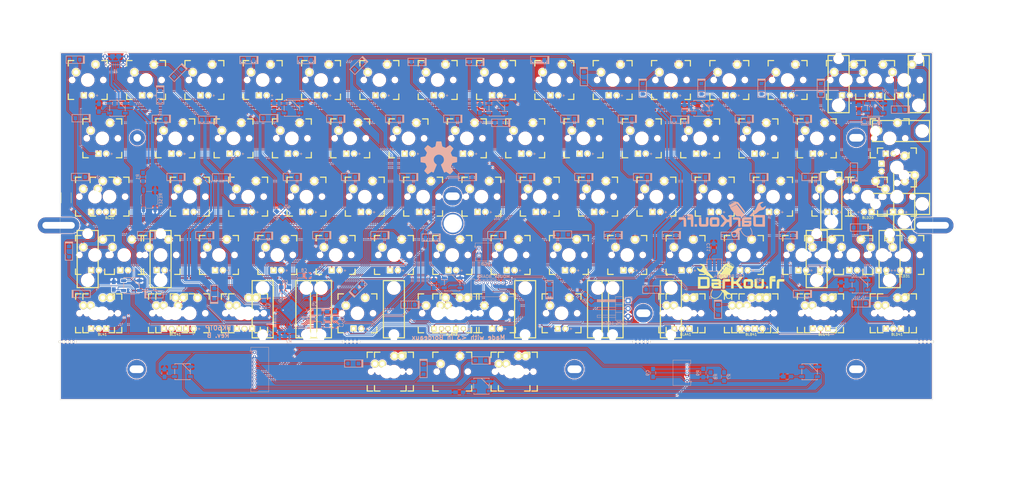
<source format=kicad_pcb>
(kicad_pcb (version 4) (host pcbnew 4.0.7+dfsg1-1)
  (title_block (title DK60TP) (date 2017-10-07) (rev B) (company DarKou))
  (layers (0 F.Cu signal) (31 B.Cu signal) (34 B.Paste user) (35 F.Paste user) (36 B.SilkS user) (37 F.SilkS user) (38 B.Mask user) (39 F.Mask user) (44 Edge.Cuts user))
  (net 0 "")
  (net 1 LED_CATH)
  (net 2 LED_AN)
  (net 3 XTAL1)
  (net 4 GND)
  (net 5 XTAL2)
  (net 6 VCC)
  (net 7 "Net-(C8-Pad1)")
  (net 8 "Net-(C9-Pad1)")
  (net 9 Col0)
  (net 10 "Net-(DK0-Pad1)")
  (net 11 "Net-(DK1-Pad1)")
  (net 12 "Net-(DK2-Pad1)")
  (net 13 "Net-(DK3-Pad1)")
  (net 14 "Net-(DK4-Pad1)")
  (net 15 Col6)
  (net 16 "Net-(DK6-Pad1)")
  (net 17 Col1)
  (net 18 "Net-(DK10-Pad1)")
  (net 19 "Net-(DK11-Pad1)")
  (net 20 "Net-(DK12-Pad1)")
  (net 21 "Net-(DK13-Pad1)")
  (net 22 "Net-(DK14-Pad1)")
  (net 23 Col2)
  (net 24 "Net-(DK20-Pad1)")
  (net 25 "Net-(DK21-Pad1)")
  (net 26 "Net-(DK22-Pad1)")
  (net 27 "Net-(DK23-Pad1)")
  (net 28 "Net-(DK24-Pad1)")
  (net 29 Col3)
  (net 30 "Net-(DK30-Pad1)")
  (net 31 "Net-(DK31-Pad1)")
  (net 32 "Net-(DK32-Pad1)")
  (net 33 "Net-(DK33-Pad1)")
  (net 34 /TRACKPOINT/Col3)
  (net 35 "Net-(DK34-Pad1)")
  (net 36 Col4)
  (net 37 "Net-(DK40-Pad1)")
  (net 38 "Net-(DK41-Pad1)")
  (net 39 "Net-(DK42-Pad1)")
  (net 40 "Net-(DK43-Pad1)")
  (net 41 /TRACKPOINT/Col4)
  (net 42 "Net-(DK44-Pad1)")
  (net 43 Col5)
  (net 44 "Net-(DK50-Pad1)")
  (net 45 "Net-(DK51-Pad1)")
  (net 46 "Net-(DK52-Pad1)")
  (net 47 "Net-(DK53-Pad1)")
  (net 48 "Net-(DK54-Pad1)")
  (net 49 "Net-(DK61-Pad1)")
  (net 50 "Net-(DK62-Pad1)")
  (net 51 "Net-(DK63-Pad1)")
  (net 52 "Net-(DK64-Pad1)")
  (net 53 Col7)
  (net 54 "Net-(DK70-Pad1)")
  (net 55 "Net-(DK71-Pad1)")
  (net 56 "Net-(DK72-Pad1)")
  (net 57 "Net-(DK73-Pad1)")
  (net 58 Col8)
  (net 59 "Net-(DK80-Pad1)")
  (net 60 "Net-(DK81-Pad1)")
  (net 61 "Net-(DK82-Pad1)")
  (net 62 "Net-(DK83-Pad1)")
  (net 63 Col9)
  (net 64 "Net-(DK90-Pad1)")
  (net 65 "Net-(DK91-Pad1)")
  (net 66 "Net-(DK92-Pad1)")
  (net 67 "Net-(DK93-Pad1)")
  (net 68 "Net-(DK94-Pad1)")
  (net 69 ColA)
  (net 70 "Net-(DKA0-Pad1)")
  (net 71 "Net-(DKA1-Pad1)")
  (net 72 "Net-(DKA2-Pad1)")
  (net 73 "Net-(DKA3-Pad1)")
  (net 74 "Net-(DKA4-Pad1)")
  (net 75 ColB)
  (net 76 "Net-(DKB0-Pad1)")
  (net 77 "Net-(DKB1-Pad1)")
  (net 78 "Net-(DKB2-Pad1)")
  (net 79 "Net-(DKB3-Pad1)")
  (net 80 "Net-(DKB4-Pad1)")
  (net 81 ColC)
  (net 82 "Net-(DKC1-Pad1)")
  (net 83 "Net-(DKC2-Pad1)")
  (net 84 "Net-(DKC3-Pad1)")
  (net 85 "Net-(DKC4-Pad1)")
  (net 86 ColD)
  (net 87 "Net-(DKD0-Pad1)")
  (net 88 "Net-(DKD1-Pad1)")
  (net 89 "Net-(DKD2-Pad1)")
  (net 90 "Net-(DKD3-Pad1)")
  (net 91 "Net-(DKD4-Pad1)")
  (net 92 "Net-(J1-Pad2)")
  (net 93 "Net-(J1-Pad3)")
  (net 94 DOUT)
  (net 95 Row0)
  (net 96 Row4)
  (net 97 Row1)
  (net 98 Row2)
  (net 99 Row3)
  (net 100 /TRACKPOINT/Row4)
  (net 101 "Net-(KC0-Pad1)")
  (net 102 "Net-(L1-Pad1)")
  (net 103 "Net-(J3-Pad2)")
  (net 104 D5)
  (net 105 D2)
  (net 106 /TRACKPOINT/D5)
  (net 107 /TRACKPOINT/D2)
  (net 108 /TRACKPOINT/RGB)
  (net 109 RESET)
  (net 110 "Net-(R2-Pad2)")
  (net 111 "Net-(R3-Pad1)")
  (net 112 CAPS_LED)
  (net 113 "Net-(J3-Pad1)")
  (net 114 RGB)
  (net 115 "Net-(RGB0-Pad2)")
  (net 116 "Net-(RGB1-Pad2)")
  (net 117 "Net-(RGB2-Pad2)")
  (net 118 "Net-(RGB3-Pad2)")
  (net 119 "Net-(RGB4-Pad2)")
  (net 120 "Net-(RGB5-Pad2)")
  (net 121 "Net-(RGB6-Pad2)")
  (net 122 "Net-(RGB8-Pad2)")
  (net 123 "Net-(RGB10-Pad4)")
  (net 124 BACKLIT)
  (net 125 "Net-(R4-Pad1)")
  (net 126 "Net-(DK74-Pad1)")
  (net 127 /TRACKPOINT/Col8)
  (net 128 "Net-(DK84-Pad1)")
  (module Footprint:Mx_100 (layer F.Cu) (at 192.00125 125.18125)
    (fp_text reference K643 hide)
    (fp_text value K46 hide)
    (pad HOLE np_thru_hole circle (at 0 0) (size 3.9878 3.9878) (drill 3.9878) (layers *.Cu))
    (pad HOLE np_thru_hole circle (at -5.08 0) (size 1.7018 1.7018) (drill 1.7018) (layers *.Cu))
    (pad HOLE np_thru_hole circle (at 5.08 0) (size 1.7018 1.7018) (drill 1.7018) (layers *.Cu))
    (pad 1 thru_hole circle (at -3.81 -2.54 330.95) (size 2.5 2.5) (drill 1.5) (layers *.Cu *.Mask F.SilkS) (net 96 Row4))
    (pad 2 thru_hole circle (at 2.54 -5.08 356.1) (size 2.5 2.5) (drill 1.5) (layers *.Cu *.Mask F.SilkS) (net 52 "Net-(DK64-Pad1)"))
  )
  (module Footprint:Mx_100 (layer F.Cu) (at 211.0425 144.23125)
    (fp_text reference K840 hide)
    (fp_text value RMB hide)
    (pad HOLE np_thru_hole circle (at 0 0) (size 3.9878 3.9878) (drill 3.9878) (layers *.Cu))
    (pad HOLE np_thru_hole circle (at -5.08 0) (size 1.7018 1.7018) (drill 1.7018) (layers *.Cu))
    (pad HOLE np_thru_hole circle (at 5.08 0) (size 1.7018 1.7018) (drill 1.7018) (layers *.Cu))
    (pad 1 thru_hole circle (at -3.81 -2.54 330.95) (size 2.5 2.5) (drill 1.5) (layers *.Cu *.Mask F.SilkS) (net 128 "Net-(DK84-Pad1)"))
    (pad 2 thru_hole circle (at 2.54 -5.08 356.1) (size 2.5 2.5) (drill 1.5) (layers *.Cu *.Mask F.SilkS) (net 100 /TRACKPOINT/Row4))
  )
  (module Footprint:Mx_100 (layer F.Cu) (at 339.65625 106.13125)
    (fp_text reference KD30 hide)
    (fp_text value K3D hide)
    (pad HOLE np_thru_hole circle (at 0 0) (size 3.9878 3.9878) (drill 3.9878) (layers *.Cu))
    (pad HOLE np_thru_hole circle (at -5.08 0) (size 1.7018 1.7018) (drill 1.7018) (layers *.Cu))
    (pad HOLE np_thru_hole circle (at 5.08 0) (size 1.7018 1.7018) (drill 1.7018) (layers *.Cu))
    (pad 1 thru_hole circle (at -3.81 -2.54 330.95) (size 2.5 2.5) (drill 1.5) (layers *.Cu *.Mask F.SilkS) (net 99 Row3))
    (pad 2 thru_hole circle (at 2.54 -5.08 356.1) (size 2.5 2.5) (drill 1.5) (layers *.Cu *.Mask F.SilkS) (net 90 "Net-(DKD3-Pad1)"))
  )
  (module Footprint:Mx_100 (layer F.Cu) (at 320.58 48.98125)
    (fp_text reference KD0 hide)
    (fp_text value K0D hide)
    (pad HOLE np_thru_hole circle (at 0 0) (size 3.9878 3.9878) (drill 3.9878) (layers *.Cu))
    (pad HOLE np_thru_hole circle (at -5.08 0) (size 1.7018 1.7018) (drill 1.7018) (layers *.Cu))
    (pad HOLE np_thru_hole circle (at 5.08 0) (size 1.7018 1.7018) (drill 1.7018) (layers *.Cu))
    (pad 1 thru_hole circle (at -3.81 -2.54 330.95) (size 2.5 2.5) (drill 1.5) (layers *.Cu *.Mask F.SilkS) (net 87 "Net-(DKD0-Pad1)"))
    (pad 2 thru_hole circle (at 2.54 -5.08 356.1) (size 2.5 2.5) (drill 1.5) (layers *.Cu *.Mask F.SilkS) (net 95 Row0))
  )
  (module Footprint:Mx_100 (layer F.Cu) (at 311.08125 125.18125)
    (fp_text reference KC40 hide)
    (fp_text value K4C hide)
    (pad HOLE np_thru_hole circle (at 0 0) (size 3.9878 3.9878) (drill 3.9878) (layers *.Cu))
    (pad HOLE np_thru_hole circle (at -5.08 0) (size 1.7018 1.7018) (drill 1.7018) (layers *.Cu))
    (pad HOLE np_thru_hole circle (at 5.08 0) (size 1.7018 1.7018) (drill 1.7018) (layers *.Cu))
    (pad 1 thru_hole circle (at -3.81 -2.54 330.95) (size 2.5 2.5) (drill 1.5) (layers *.Cu *.Mask F.SilkS) (net 85 "Net-(DKC4-Pad1)"))
    (pad 2 thru_hole circle (at 2.54 -5.08 356.1) (size 2.5 2.5) (drill 1.5) (layers *.Cu *.Mask F.SilkS) (net 96 Row4))
  )
  (module Footprint:Mx_100 (layer F.Cu) (at 306.31875 106.13125)
    (fp_text reference KC31 hide)
    (fp_text value K3C hide)
    (pad HOLE np_thru_hole circle (at 0 0) (size 3.9878 3.9878) (drill 3.9878) (layers *.Cu))
    (pad HOLE np_thru_hole circle (at -5.08 0) (size 1.7018 1.7018) (drill 1.7018) (layers *.Cu))
    (pad HOLE np_thru_hole circle (at 5.08 0) (size 1.7018 1.7018) (drill 1.7018) (layers *.Cu))
    (pad 1 thru_hole circle (at -3.81 -2.54 330.95) (size 2.5 2.5) (drill 1.5) (layers *.Cu *.Mask F.SilkS) (net 84 "Net-(DKC3-Pad1)"))
    (pad 2 thru_hole circle (at 2.54 -5.08 356.1) (size 2.5 2.5) (drill 1.5) (layers *.Cu *.Mask F.SilkS) (net 99 Row3))
  )
  (module Footprint:Mx_100 (layer F.Cu) (at 315.84375 87.08125)
    (fp_text reference KC20 hide)
    (fp_text value K2C hide)
    (pad HOLE np_thru_hole circle (at 0 0) (size 3.9878 3.9878) (drill 3.9878) (layers *.Cu))
    (pad HOLE np_thru_hole circle (at -5.08 0) (size 1.7018 1.7018) (drill 1.7018) (layers *.Cu))
    (pad HOLE np_thru_hole circle (at 5.08 0) (size 1.7018 1.7018) (drill 1.7018) (layers *.Cu))
    (pad 1 thru_hole circle (at -3.81 -2.54 330.95) (size 2.5 2.5) (drill 1.5) (layers *.Cu *.Mask F.SilkS) (net 83 "Net-(DKC2-Pad1)"))
    (pad 2 thru_hole circle (at 2.54 -5.08 356.1) (size 2.5 2.5) (drill 1.5) (layers *.Cu *.Mask F.SilkS) (net 98 Row2))
  )
  (module Footprint:Mx_100 (layer F.Cu) (at 311.08125 68.03125)
    (fp_text reference KC10 hide)
    (fp_text value K1C hide)
    (pad HOLE np_thru_hole circle (at 0 0) (size 3.9878 3.9878) (drill 3.9878) (layers *.Cu))
    (pad HOLE np_thru_hole circle (at -5.08 0) (size 1.7018 1.7018) (drill 1.7018) (layers *.Cu))
    (pad HOLE np_thru_hole circle (at 5.08 0) (size 1.7018 1.7018) (drill 1.7018) (layers *.Cu))
    (pad 1 thru_hole circle (at -3.81 -2.54 330.95) (size 2.5 2.5) (drill 1.5) (layers *.Cu *.Mask F.SilkS) (net 82 "Net-(DKC1-Pad1)"))
    (pad 2 thru_hole circle (at 2.54 -5.08 356.1) (size 2.5 2.5) (drill 1.5) (layers *.Cu *.Mask F.SilkS) (net 97 Row1))
  )
  (module Footprint:Mx_100 (layer F.Cu) (at 301.55625 48.98125)
    (fp_text reference KC0 hide)
    (fp_text value K0C hide)
    (pad HOLE np_thru_hole circle (at 0 0) (size 3.9878 3.9878) (drill 3.9878) (layers *.Cu))
    (pad HOLE np_thru_hole circle (at -5.08 0) (size 1.7018 1.7018) (drill 1.7018) (layers *.Cu))
    (pad HOLE np_thru_hole circle (at 5.08 0) (size 1.7018 1.7018) (drill 1.7018) (layers *.Cu))
    (pad 1 thru_hole circle (at -3.81 -2.54 330.95) (size 2.5 2.5) (drill 1.5) (layers *.Cu *.Mask F.SilkS) (net 101 "Net-(KC0-Pad1)"))
    (pad 2 thru_hole circle (at 2.54 -5.08 356.1) (size 2.5 2.5) (drill 1.5) (layers *.Cu *.Mask F.SilkS) (net 95 Row0))
  )
  (module Footprint:Mx_100 (layer F.Cu) (at 292.03125 125.18125)
    (fp_text reference KB40 hide)
    (fp_text value K4B hide)
    (pad HOLE np_thru_hole circle (at 0 0) (size 3.9878 3.9878) (drill 3.9878) (layers *.Cu))
    (pad HOLE np_thru_hole circle (at -5.08 0) (size 1.7018 1.7018) (drill 1.7018) (layers *.Cu))
    (pad HOLE np_thru_hole circle (at 5.08 0) (size 1.7018 1.7018) (drill 1.7018) (layers *.Cu))
    (pad 1 thru_hole circle (at -3.81 -2.54 330.95) (size 2.5 2.5) (drill 1.5) (layers *.Cu *.Mask F.SilkS) (net 80 "Net-(DKB4-Pad1)"))
    (pad 2 thru_hole circle (at 2.54 -5.08 356.1) (size 2.5 2.5) (drill 1.5) (layers *.Cu *.Mask F.SilkS) (net 96 Row4))
  )
  (module Footprint:Mx_100 (layer F.Cu) (at 287.26875 106.13125)
    (fp_text reference KB30 hide)
    (fp_text value K3B hide)
    (pad HOLE np_thru_hole circle (at 0 0) (size 3.9878 3.9878) (drill 3.9878) (layers *.Cu))
    (pad HOLE np_thru_hole circle (at -5.08 0) (size 1.7018 1.7018) (drill 1.7018) (layers *.Cu))
    (pad HOLE np_thru_hole circle (at 5.08 0) (size 1.7018 1.7018) (drill 1.7018) (layers *.Cu))
    (pad 1 thru_hole circle (at -3.81 -2.54 330.95) (size 2.5 2.5) (drill 1.5) (layers *.Cu *.Mask F.SilkS) (net 79 "Net-(DKB3-Pad1)"))
    (pad 2 thru_hole circle (at 2.54 -5.08 356.1) (size 2.5 2.5) (drill 1.5) (layers *.Cu *.Mask F.SilkS) (net 99 Row3))
  )
  (module Footprint:Mx_100 (layer F.Cu) (at 296.79375 87.08125)
    (fp_text reference KB20 hide)
    (fp_text value K2B hide)
    (pad HOLE np_thru_hole circle (at 0 0) (size 3.9878 3.9878) (drill 3.9878) (layers *.Cu))
    (pad HOLE np_thru_hole circle (at -5.08 0) (size 1.7018 1.7018) (drill 1.7018) (layers *.Cu))
    (pad HOLE np_thru_hole circle (at 5.08 0) (size 1.7018 1.7018) (drill 1.7018) (layers *.Cu))
    (pad 1 thru_hole circle (at -3.81 -2.54 330.95) (size 2.5 2.5) (drill 1.5) (layers *.Cu *.Mask F.SilkS) (net 78 "Net-(DKB2-Pad1)"))
    (pad 2 thru_hole circle (at 2.54 -5.08 356.1) (size 2.5 2.5) (drill 1.5) (layers *.Cu *.Mask F.SilkS) (net 98 Row2))
  )
  (module Footprint:Mx_100 (layer F.Cu) (at 292.03125 68.03125)
    (fp_text reference KB10 hide)
    (fp_text value K1B hide)
    (pad HOLE np_thru_hole circle (at 0 0) (size 3.9878 3.9878) (drill 3.9878) (layers *.Cu))
    (pad HOLE np_thru_hole circle (at -5.08 0) (size 1.7018 1.7018) (drill 1.7018) (layers *.Cu))
    (pad HOLE np_thru_hole circle (at 5.08 0) (size 1.7018 1.7018) (drill 1.7018) (layers *.Cu))
    (pad 1 thru_hole circle (at -3.81 -2.54 330.95) (size 2.5 2.5) (drill 1.5) (layers *.Cu *.Mask F.SilkS) (net 77 "Net-(DKB1-Pad1)"))
    (pad 2 thru_hole circle (at 2.54 -5.08 356.1) (size 2.5 2.5) (drill 1.5) (layers *.Cu *.Mask F.SilkS) (net 97 Row1))
  )
  (module Footprint:Mx_100 (layer F.Cu) (at 282.50625 48.98125)
    (fp_text reference KB0 hide)
    (fp_text value K0B hide)
    (pad HOLE np_thru_hole circle (at 0 0) (size 3.9878 3.9878) (drill 3.9878) (layers *.Cu))
    (pad HOLE np_thru_hole circle (at -5.08 0) (size 1.7018 1.7018) (drill 1.7018) (layers *.Cu))
    (pad HOLE np_thru_hole circle (at 5.08 0) (size 1.7018 1.7018) (drill 1.7018) (layers *.Cu))
    (pad 1 thru_hole circle (at -3.81 -2.54 330.95) (size 2.5 2.5) (drill 1.5) (layers *.Cu *.Mask F.SilkS) (net 76 "Net-(DKB0-Pad1)"))
    (pad 2 thru_hole circle (at 2.54 -5.08 356.1) (size 2.5 2.5) (drill 1.5) (layers *.Cu *.Mask F.SilkS) (net 95 Row0))
  )
  (module Footprint:Mx_100 (layer F.Cu) (at 268.21875 106.13125)
    (fp_text reference KA30 hide)
    (fp_text value K3A hide)
    (pad HOLE np_thru_hole circle (at 0 0) (size 3.9878 3.9878) (drill 3.9878) (layers *.Cu))
    (pad HOLE np_thru_hole circle (at -5.08 0) (size 1.7018 1.7018) (drill 1.7018) (layers *.Cu))
    (pad HOLE np_thru_hole circle (at 5.08 0) (size 1.7018 1.7018) (drill 1.7018) (layers *.Cu))
    (pad 1 thru_hole circle (at -3.81 -2.54 330.95) (size 2.5 2.5) (drill 1.5) (layers *.Cu *.Mask F.SilkS) (net 73 "Net-(DKA3-Pad1)"))
    (pad 2 thru_hole circle (at 2.54 -5.08 356.1) (size 2.5 2.5) (drill 1.5) (layers *.Cu *.Mask F.SilkS) (net 99 Row3))
  )
  (module Footprint:Mx_100 (layer F.Cu) (at 277.74375 87.08125)
    (fp_text reference KA20 hide)
    (fp_text value K2A hide)
    (pad HOLE np_thru_hole circle (at 0 0) (size 3.9878 3.9878) (drill 3.9878) (layers *.Cu))
    (pad HOLE np_thru_hole circle (at -5.08 0) (size 1.7018 1.7018) (drill 1.7018) (layers *.Cu))
    (pad HOLE np_thru_hole circle (at 5.08 0) (size 1.7018 1.7018) (drill 1.7018) (layers *.Cu))
    (pad 1 thru_hole circle (at -3.81 -2.54 330.95) (size 2.5 2.5) (drill 1.5) (layers *.Cu *.Mask F.SilkS) (net 72 "Net-(DKA2-Pad1)"))
    (pad 2 thru_hole circle (at 2.54 -5.08 356.1) (size 2.5 2.5) (drill 1.5) (layers *.Cu *.Mask F.SilkS) (net 98 Row2))
  )
  (module Footprint:Mx_100 (layer F.Cu) (at 272.98125 68.03125)
    (fp_text reference KA10 hide)
    (fp_text value K1A hide)
    (pad HOLE np_thru_hole circle (at 0 0) (size 3.9878 3.9878) (drill 3.9878) (layers *.Cu))
    (pad HOLE np_thru_hole circle (at -5.08 0) (size 1.7018 1.7018) (drill 1.7018) (layers *.Cu))
    (pad HOLE np_thru_hole circle (at 5.08 0) (size 1.7018 1.7018) (drill 1.7018) (layers *.Cu))
    (pad 1 thru_hole circle (at -3.81 -2.54 330.95) (size 2.5 2.5) (drill 1.5) (layers *.Cu *.Mask F.SilkS) (net 71 "Net-(DKA1-Pad1)"))
    (pad 2 thru_hole circle (at 2.54 -5.08 356.1) (size 2.5 2.5) (drill 1.5) (layers *.Cu *.Mask F.SilkS) (net 97 Row1))
  )
  (module Footprint:Mx_100 (layer F.Cu) (at 263.45625 48.98125)
    (fp_text reference KA0 hide)
    (fp_text value K0A hide)
    (pad HOLE np_thru_hole circle (at 0 0) (size 3.9878 3.9878) (drill 3.9878) (layers *.Cu))
    (pad HOLE np_thru_hole circle (at -5.08 0) (size 1.7018 1.7018) (drill 1.7018) (layers *.Cu))
    (pad HOLE np_thru_hole circle (at 5.08 0) (size 1.7018 1.7018) (drill 1.7018) (layers *.Cu))
    (pad 1 thru_hole circle (at -3.81 -2.54 330.95) (size 2.5 2.5) (drill 1.5) (layers *.Cu *.Mask F.SilkS) (net 70 "Net-(DKA0-Pad1)"))
    (pad 2 thru_hole circle (at 2.54 -5.08 356.1) (size 2.5 2.5) (drill 1.5) (layers *.Cu *.Mask F.SilkS) (net 95 Row0))
  )
  (module Footprint:Mx_100 (layer F.Cu) (at 339.65625 48.98125)
    (fp_text reference K940 hide)
    (fp_text value K49 hide)
    (pad HOLE np_thru_hole circle (at 0 0) (size 3.9878 3.9878) (drill 3.9878) (layers *.Cu))
    (pad HOLE np_thru_hole circle (at -5.08 0) (size 1.7018 1.7018) (drill 1.7018) (layers *.Cu))
    (pad HOLE np_thru_hole circle (at 5.08 0) (size 1.7018 1.7018) (drill 1.7018) (layers *.Cu))
    (pad 1 thru_hole circle (at -3.81 -2.54 330.95) (size 2.5 2.5) (drill 1.5) (layers *.Cu *.Mask F.SilkS) (net 68 "Net-(DK94-Pad1)"))
    (pad 2 thru_hole circle (at 2.54 -5.08 356.1) (size 2.5 2.5) (drill 1.5) (layers *.Cu *.Mask F.SilkS) (net 96 Row4))
  )
  (module Footprint:Mx_100 (layer F.Cu) (at 249.16875 106.13125)
    (fp_text reference K930 hide)
    (fp_text value K39 hide)
    (pad HOLE np_thru_hole circle (at 0 0) (size 3.9878 3.9878) (drill 3.9878) (layers *.Cu))
    (pad HOLE np_thru_hole circle (at -5.08 0) (size 1.7018 1.7018) (drill 1.7018) (layers *.Cu))
    (pad HOLE np_thru_hole circle (at 5.08 0) (size 1.7018 1.7018) (drill 1.7018) (layers *.Cu))
    (pad 1 thru_hole circle (at -3.81 -2.54 330.95) (size 2.5 2.5) (drill 1.5) (layers *.Cu *.Mask F.SilkS) (net 67 "Net-(DK93-Pad1)"))
    (pad 2 thru_hole circle (at 2.54 -5.08 356.1) (size 2.5 2.5) (drill 1.5) (layers *.Cu *.Mask F.SilkS) (net 99 Row3))
  )
  (module Footprint:Mx_100 (layer F.Cu) (at 258.69375 87.08125)
    (fp_text reference K920 hide)
    (fp_text value K29 hide)
    (pad HOLE np_thru_hole circle (at 0 0) (size 3.9878 3.9878) (drill 3.9878) (layers *.Cu))
    (pad HOLE np_thru_hole circle (at -5.08 0) (size 1.7018 1.7018) (drill 1.7018) (layers *.Cu))
    (pad HOLE np_thru_hole circle (at 5.08 0) (size 1.7018 1.7018) (drill 1.7018) (layers *.Cu))
    (pad 1 thru_hole circle (at -3.81 -2.54 330.95) (size 2.5 2.5) (drill 1.5) (layers *.Cu *.Mask F.SilkS) (net 66 "Net-(DK92-Pad1)"))
    (pad 2 thru_hole circle (at 2.54 -5.08 356.1) (size 2.5 2.5) (drill 1.5) (layers *.Cu *.Mask F.SilkS) (net 98 Row2))
  )
  (module Footprint:Mx_100 (layer F.Cu) (at 253.93125 68.03125)
    (fp_text reference K910 hide)
    (fp_text value K19 hide)
    (pad HOLE np_thru_hole circle (at 0 0) (size 3.9878 3.9878) (drill 3.9878) (layers *.Cu))
    (pad HOLE np_thru_hole circle (at -5.08 0) (size 1.7018 1.7018) (drill 1.7018) (layers *.Cu))
    (pad HOLE np_thru_hole circle (at 5.08 0) (size 1.7018 1.7018) (drill 1.7018) (layers *.Cu))
    (pad 1 thru_hole circle (at -3.81 -2.54 330.95) (size 2.5 2.5) (drill 1.5) (layers *.Cu *.Mask F.SilkS) (net 65 "Net-(DK91-Pad1)"))
    (pad 2 thru_hole circle (at 2.54 -5.08 356.1) (size 2.5 2.5) (drill 1.5) (layers *.Cu *.Mask F.SilkS) (net 97 Row1))
  )
  (module Footprint:Mx_100 (layer F.Cu) (at 244.40625 48.98125)
    (fp_text reference K900 hide)
    (fp_text value K09 hide)
    (pad HOLE np_thru_hole circle (at 0 0) (size 3.9878 3.9878) (drill 3.9878) (layers *.Cu))
    (pad HOLE np_thru_hole circle (at -5.08 0) (size 1.7018 1.7018) (drill 1.7018) (layers *.Cu))
    (pad HOLE np_thru_hole circle (at 5.08 0) (size 1.7018 1.7018) (drill 1.7018) (layers *.Cu))
    (pad 1 thru_hole circle (at -3.81 -2.54 330.95) (size 2.5 2.5) (drill 1.5) (layers *.Cu *.Mask F.SilkS) (net 64 "Net-(DK90-Pad1)"))
    (pad 2 thru_hole circle (at 2.54 -5.08 356.1) (size 2.5 2.5) (drill 1.5) (layers *.Cu *.Mask F.SilkS) (net 95 Row0))
  )
  (module Footprint:Mx_100 (layer F.Cu) (at 230.11875 106.13125)
    (fp_text reference K830 hide)
    (fp_text value K38 hide)
    (pad HOLE np_thru_hole circle (at 0 0) (size 3.9878 3.9878) (drill 3.9878) (layers *.Cu))
    (pad HOLE np_thru_hole circle (at -5.08 0) (size 1.7018 1.7018) (drill 1.7018) (layers *.Cu))
    (pad HOLE np_thru_hole circle (at 5.08 0) (size 1.7018 1.7018) (drill 1.7018) (layers *.Cu))
    (pad 1 thru_hole circle (at -3.81 -2.54 330.95) (size 2.5 2.5) (drill 1.5) (layers *.Cu *.Mask F.SilkS) (net 62 "Net-(DK83-Pad1)"))
    (pad 2 thru_hole circle (at 2.54 -5.08 356.1) (size 2.5 2.5) (drill 1.5) (layers *.Cu *.Mask F.SilkS) (net 99 Row3))
  )
  (module Footprint:Mx_100 (layer F.Cu) (at 239.64375 87.08125)
    (fp_text reference K820 hide)
    (fp_text value K28 hide)
    (pad HOLE np_thru_hole circle (at 0 0) (size 3.9878 3.9878) (drill 3.9878) (layers *.Cu))
    (pad HOLE np_thru_hole circle (at -5.08 0) (size 1.7018 1.7018) (drill 1.7018) (layers *.Cu))
    (pad HOLE np_thru_hole circle (at 5.08 0) (size 1.7018 1.7018) (drill 1.7018) (layers *.Cu))
    (pad 1 thru_hole circle (at -3.81 -2.54 330.95) (size 2.5 2.5) (drill 1.5) (layers *.Cu *.Mask F.SilkS) (net 61 "Net-(DK82-Pad1)"))
    (pad 2 thru_hole circle (at 2.54 -5.08 356.1) (size 2.5 2.5) (drill 1.5) (layers *.Cu *.Mask F.SilkS) (net 98 Row2))
  )
  (module Footprint:Mx_100 (layer F.Cu) (at 234.88125 68.03125)
    (fp_text reference K810 hide)
    (fp_text value K18 hide)
    (pad HOLE np_thru_hole circle (at 0 0) (size 3.9878 3.9878) (drill 3.9878) (layers *.Cu))
    (pad HOLE np_thru_hole circle (at -5.08 0) (size 1.7018 1.7018) (drill 1.7018) (layers *.Cu))
    (pad HOLE np_thru_hole circle (at 5.08 0) (size 1.7018 1.7018) (drill 1.7018) (layers *.Cu))
    (pad 1 thru_hole circle (at -3.81 -2.54 330.95) (size 2.5 2.5) (drill 1.5) (layers *.Cu *.Mask F.SilkS) (net 60 "Net-(DK81-Pad1)"))
    (pad 2 thru_hole circle (at 2.54 -5.08 356.1) (size 2.5 2.5) (drill 1.5) (layers *.Cu *.Mask F.SilkS) (net 97 Row1))
  )
  (module Footprint:Mx_100 (layer F.Cu) (at 225.35625 48.98125)
    (fp_text reference K800 hide)
    (fp_text value K08 hide)
    (pad HOLE np_thru_hole circle (at 0 0) (size 3.9878 3.9878) (drill 3.9878) (layers *.Cu))
    (pad HOLE np_thru_hole circle (at -5.08 0) (size 1.7018 1.7018) (drill 1.7018) (layers *.Cu))
    (pad HOLE np_thru_hole circle (at 5.08 0) (size 1.7018 1.7018) (drill 1.7018) (layers *.Cu))
    (pad 1 thru_hole circle (at -3.81 -2.54 330.95) (size 2.5 2.5) (drill 1.5) (layers *.Cu *.Mask F.SilkS) (net 59 "Net-(DK80-Pad1)"))
    (pad 2 thru_hole circle (at 2.54 -5.08 356.1) (size 2.5 2.5) (drill 1.5) (layers *.Cu *.Mask F.SilkS) (net 95 Row0))
  )
  (module Footprint:Mx_100 (layer F.Cu) (at 211.06875 106.13125)
    (fp_text reference K730 hide)
    (fp_text value K37 hide)
    (pad HOLE np_thru_hole circle (at 0 0) (size 3.9878 3.9878) (drill 3.9878) (layers *.Cu))
    (pad HOLE np_thru_hole circle (at -5.08 0) (size 1.7018 1.7018) (drill 1.7018) (layers *.Cu))
    (pad HOLE np_thru_hole circle (at 5.08 0) (size 1.7018 1.7018) (drill 1.7018) (layers *.Cu))
    (pad 1 thru_hole circle (at -3.81 -2.54 330.95) (size 2.5 2.5) (drill 1.5) (layers *.Cu *.Mask F.SilkS) (net 57 "Net-(DK73-Pad1)"))
    (pad 2 thru_hole circle (at 2.54 -5.08 356.1) (size 2.5 2.5) (drill 1.5) (layers *.Cu *.Mask F.SilkS) (net 99 Row3))
  )
  (module Footprint:Mx_100 (layer F.Cu) (at 220.59375 87.08125)
    (fp_text reference K720 hide)
    (fp_text value K27 hide)
    (pad HOLE np_thru_hole circle (at 0 0) (size 3.9878 3.9878) (drill 3.9878) (layers *.Cu))
    (pad HOLE np_thru_hole circle (at -5.08 0) (size 1.7018 1.7018) (drill 1.7018) (layers *.Cu))
    (pad HOLE np_thru_hole circle (at 5.08 0) (size 1.7018 1.7018) (drill 1.7018) (layers *.Cu))
    (pad 1 thru_hole circle (at -3.81 -2.54 330.95) (size 2.5 2.5) (drill 1.5) (layers *.Cu *.Mask F.SilkS) (net 56 "Net-(DK72-Pad1)"))
    (pad 2 thru_hole circle (at 2.54 -5.08 356.1) (size 2.5 2.5) (drill 1.5) (layers *.Cu *.Mask F.SilkS) (net 98 Row2))
  )
  (module Footprint:Mx_100 (layer F.Cu) (at 215.83125 68.03125)
    (fp_text reference K710 hide)
    (fp_text value K17 hide)
    (pad HOLE np_thru_hole circle (at 0 0) (size 3.9878 3.9878) (drill 3.9878) (layers *.Cu))
    (pad HOLE np_thru_hole circle (at -5.08 0) (size 1.7018 1.7018) (drill 1.7018) (layers *.Cu))
    (pad HOLE np_thru_hole circle (at 5.08 0) (size 1.7018 1.7018) (drill 1.7018) (layers *.Cu))
    (pad 1 thru_hole circle (at -3.81 -2.54 330.95) (size 2.5 2.5) (drill 1.5) (layers *.Cu *.Mask F.SilkS) (net 55 "Net-(DK71-Pad1)"))
    (pad 2 thru_hole circle (at 2.54 -5.08 356.1) (size 2.5 2.5) (drill 1.5) (layers *.Cu *.Mask F.SilkS) (net 97 Row1))
  )
  (module Footprint:Mx_100 (layer F.Cu) (at 206.30625 48.98125)
    (fp_text reference K700 hide)
    (fp_text value K07 hide)
    (pad HOLE np_thru_hole circle (at 0 0) (size 3.9878 3.9878) (drill 3.9878) (layers *.Cu))
    (pad HOLE np_thru_hole circle (at -5.08 0) (size 1.7018 1.7018) (drill 1.7018) (layers *.Cu))
    (pad HOLE np_thru_hole circle (at 5.08 0) (size 1.7018 1.7018) (drill 1.7018) (layers *.Cu))
    (pad 1 thru_hole circle (at -3.81 -2.54 330.95) (size 2.5 2.5) (drill 1.5) (layers *.Cu *.Mask F.SilkS) (net 54 "Net-(DK70-Pad1)"))
    (pad 2 thru_hole circle (at 2.54 -5.08 356.1) (size 2.5 2.5) (drill 1.5) (layers *.Cu *.Mask F.SilkS) (net 95 Row0))
  )
  (module Footprint:Mx_100 (layer F.Cu) (at 192.01875 106.13125)
    (fp_text reference K630 hide)
    (fp_text value K36 hide)
    (pad HOLE np_thru_hole circle (at 0 0) (size 3.9878 3.9878) (drill 3.9878) (layers *.Cu))
    (pad HOLE np_thru_hole circle (at -5.08 0) (size 1.7018 1.7018) (drill 1.7018) (layers *.Cu))
    (pad HOLE np_thru_hole circle (at 5.08 0) (size 1.7018 1.7018) (drill 1.7018) (layers *.Cu))
    (pad 1 thru_hole circle (at -3.81 -2.54 330.95) (size 2.5 2.5) (drill 1.5) (layers *.Cu *.Mask F.SilkS) (net 51 "Net-(DK63-Pad1)"))
    (pad 2 thru_hole circle (at 2.54 -5.08 356.1) (size 2.5 2.5) (drill 1.5) (layers *.Cu *.Mask F.SilkS) (net 99 Row3))
  )
  (module Footprint:Mx_100 (layer F.Cu) (at 201.54375 87.08125)
    (fp_text reference K620 hide)
    (fp_text value K26 hide)
    (pad HOLE np_thru_hole circle (at 0 0) (size 3.9878 3.9878) (drill 3.9878) (layers *.Cu))
    (pad HOLE np_thru_hole circle (at -5.08 0) (size 1.7018 1.7018) (drill 1.7018) (layers *.Cu))
    (pad HOLE np_thru_hole circle (at 5.08 0) (size 1.7018 1.7018) (drill 1.7018) (layers *.Cu))
    (pad 1 thru_hole circle (at -3.81 -2.54 330.95) (size 2.5 2.5) (drill 1.5) (layers *.Cu *.Mask F.SilkS) (net 50 "Net-(DK62-Pad1)"))
    (pad 2 thru_hole circle (at 2.54 -5.08 356.1) (size 2.5 2.5) (drill 1.5) (layers *.Cu *.Mask F.SilkS) (net 98 Row2))
  )
  (module Footprint:Mx_100 (layer F.Cu) (at 196.78125 68.03125)
    (fp_text reference K610 hide)
    (fp_text value K16 hide)
    (pad HOLE np_thru_hole circle (at 0 0) (size 3.9878 3.9878) (drill 3.9878) (layers *.Cu))
    (pad HOLE np_thru_hole circle (at -5.08 0) (size 1.7018 1.7018) (drill 1.7018) (layers *.Cu))
    (pad HOLE np_thru_hole circle (at 5.08 0) (size 1.7018 1.7018) (drill 1.7018) (layers *.Cu))
    (pad 1 thru_hole circle (at -3.81 -2.54 330.95) (size 2.5 2.5) (drill 1.5) (layers *.Cu *.Mask F.SilkS) (net 49 "Net-(DK61-Pad1)"))
    (pad 2 thru_hole circle (at 2.54 -5.08 356.1) (size 2.5 2.5) (drill 1.5) (layers *.Cu *.Mask F.SilkS) (net 97 Row1))
  )
  (module Footprint:Mx_100 (layer F.Cu) (at 187.25625 48.98125)
    (fp_text reference K600 hide)
    (fp_text value K06 hide)
    (pad HOLE np_thru_hole circle (at 0 0) (size 3.9878 3.9878) (drill 3.9878) (layers *.Cu))
    (pad HOLE np_thru_hole circle (at -5.08 0) (size 1.7018 1.7018) (drill 1.7018) (layers *.Cu))
    (pad HOLE np_thru_hole circle (at 5.08 0) (size 1.7018 1.7018) (drill 1.7018) (layers *.Cu))
    (pad 1 thru_hole circle (at -3.81 -2.54 330.95) (size 2.5 2.5) (drill 1.5) (layers *.Cu *.Mask F.SilkS) (net 16 "Net-(DK6-Pad1)"))
    (pad 2 thru_hole circle (at 2.54 -5.08 356.1) (size 2.5 2.5) (drill 1.5) (layers *.Cu *.Mask F.SilkS) (net 95 Row0))
  )
  (module Footprint:Mx_100 (layer F.Cu) (at 172.96875 106.13125)
    (fp_text reference K530 hide)
    (fp_text value K35 hide)
    (pad HOLE np_thru_hole circle (at 0 0) (size 3.9878 3.9878) (drill 3.9878) (layers *.Cu))
    (pad HOLE np_thru_hole circle (at -5.08 0) (size 1.7018 1.7018) (drill 1.7018) (layers *.Cu))
    (pad HOLE np_thru_hole circle (at 5.08 0) (size 1.7018 1.7018) (drill 1.7018) (layers *.Cu))
    (pad 1 thru_hole circle (at -3.81 -2.54 330.95) (size 2.5 2.5) (drill 1.5) (layers *.Cu *.Mask F.SilkS) (net 47 "Net-(DK53-Pad1)"))
    (pad 2 thru_hole circle (at 2.54 -5.08 356.1) (size 2.5 2.5) (drill 1.5) (layers *.Cu *.Mask F.SilkS) (net 99 Row3))
  )
  (module Footprint:Mx_100 (layer F.Cu) (at 182.49375 87.08125)
    (fp_text reference K520 hide)
    (fp_text value K25 hide)
    (pad HOLE np_thru_hole circle (at 0 0) (size 3.9878 3.9878) (drill 3.9878) (layers *.Cu))
    (pad HOLE np_thru_hole circle (at -5.08 0) (size 1.7018 1.7018) (drill 1.7018) (layers *.Cu))
    (pad HOLE np_thru_hole circle (at 5.08 0) (size 1.7018 1.7018) (drill 1.7018) (layers *.Cu))
    (pad 1 thru_hole circle (at -3.81 -2.54 330.95) (size 2.5 2.5) (drill 1.5) (layers *.Cu *.Mask F.SilkS) (net 46 "Net-(DK52-Pad1)"))
    (pad 2 thru_hole circle (at 2.54 -5.08 356.1) (size 2.5 2.5) (drill 1.5) (layers *.Cu *.Mask F.SilkS) (net 98 Row2))
  )
  (module Footprint:Mx_100 (layer F.Cu) (at 177.73125 68.03125)
    (fp_text reference K510 hide)
    (fp_text value K15 hide)
    (pad HOLE np_thru_hole circle (at 0 0) (size 3.9878 3.9878) (drill 3.9878) (layers *.Cu))
    (pad HOLE np_thru_hole circle (at -5.08 0) (size 1.7018 1.7018) (drill 1.7018) (layers *.Cu))
    (pad HOLE np_thru_hole circle (at 5.08 0) (size 1.7018 1.7018) (drill 1.7018) (layers *.Cu))
    (pad 1 thru_hole circle (at -3.81 -2.54 330.95) (size 2.5 2.5) (drill 1.5) (layers *.Cu *.Mask F.SilkS) (net 45 "Net-(DK51-Pad1)"))
    (pad 2 thru_hole circle (at 2.54 -5.08 356.1) (size 2.5 2.5) (drill 1.5) (layers *.Cu *.Mask F.SilkS) (net 97 Row1))
  )
  (module Footprint:Mx_100 (layer F.Cu) (at 168.20625 48.98125)
    (fp_text reference K500 hide)
    (fp_text value K05 hide)
    (pad HOLE np_thru_hole circle (at 0 0) (size 3.9878 3.9878) (drill 3.9878) (layers *.Cu))
    (pad HOLE np_thru_hole circle (at -5.08 0) (size 1.7018 1.7018) (drill 1.7018) (layers *.Cu))
    (pad HOLE np_thru_hole circle (at 5.08 0) (size 1.7018 1.7018) (drill 1.7018) (layers *.Cu))
    (pad 1 thru_hole circle (at -3.81 -2.54 330.95) (size 2.5 2.5) (drill 1.5) (layers *.Cu *.Mask F.SilkS) (net 44 "Net-(DK50-Pad1)"))
    (pad 2 thru_hole circle (at 2.54 -5.08 356.1) (size 2.5 2.5) (drill 1.5) (layers *.Cu *.Mask F.SilkS) (net 95 Row0))
  )
  (module Footprint:Mx_100 (layer F.Cu) (at 192.01875 144.23125)
    (fp_text reference K440 hide)
    (fp_text value MMB hide)
    (pad HOLE np_thru_hole circle (at 0 0) (size 3.9878 3.9878) (drill 3.9878) (layers *.Cu))
    (pad HOLE np_thru_hole circle (at -5.08 0) (size 1.7018 1.7018) (drill 1.7018) (layers *.Cu))
    (pad HOLE np_thru_hole circle (at 5.08 0) (size 1.7018 1.7018) (drill 1.7018) (layers *.Cu))
    (pad 1 thru_hole circle (at -3.81 -2.54 330.95) (size 2.5 2.5) (drill 1.5) (layers *.Cu *.Mask F.SilkS) (net 42 "Net-(DK44-Pad1)"))
    (pad 2 thru_hole circle (at 2.54 -5.08 356.1) (size 2.5 2.5) (drill 1.5) (layers *.Cu *.Mask F.SilkS) (net 100 /TRACKPOINT/Row4))
  )
  (module Footprint:Mx_100 (layer F.Cu) (at 153.91875 106.13125)
    (fp_text reference K430 hide)
    (fp_text value K34 hide)
    (pad HOLE np_thru_hole circle (at 0 0) (size 3.9878 3.9878) (drill 3.9878) (layers *.Cu))
    (pad HOLE np_thru_hole circle (at -5.08 0) (size 1.7018 1.7018) (drill 1.7018) (layers *.Cu))
    (pad HOLE np_thru_hole circle (at 5.08 0) (size 1.7018 1.7018) (drill 1.7018) (layers *.Cu))
    (pad 1 thru_hole circle (at -3.81 -2.54 330.95) (size 2.5 2.5) (drill 1.5) (layers *.Cu *.Mask F.SilkS) (net 40 "Net-(DK43-Pad1)"))
    (pad 2 thru_hole circle (at 2.54 -5.08 356.1) (size 2.5 2.5) (drill 1.5) (layers *.Cu *.Mask F.SilkS) (net 99 Row3))
  )
  (module Footprint:Mx_100 (layer F.Cu) (at 163.44375 87.08125)
    (fp_text reference K420 hide)
    (fp_text value K24 hide)
    (pad HOLE np_thru_hole circle (at 0 0) (size 3.9878 3.9878) (drill 3.9878) (layers *.Cu))
    (pad HOLE np_thru_hole circle (at -5.08 0) (size 1.7018 1.7018) (drill 1.7018) (layers *.Cu))
    (pad HOLE np_thru_hole circle (at 5.08 0) (size 1.7018 1.7018) (drill 1.7018) (layers *.Cu))
    (pad 1 thru_hole circle (at -3.81 -2.54 330.95) (size 2.5 2.5) (drill 1.5) (layers *.Cu *.Mask F.SilkS) (net 39 "Net-(DK42-Pad1)"))
    (pad 2 thru_hole circle (at 2.54 -5.08 356.1) (size 2.5 2.5) (drill 1.5) (layers *.Cu *.Mask F.SilkS) (net 98 Row2))
  )
  (module Footprint:Mx_100 (layer F.Cu) (at 158.68125 68.03125)
    (fp_text reference K410 hide)
    (fp_text value K14 hide)
    (pad HOLE np_thru_hole circle (at 0 0) (size 3.9878 3.9878) (drill 3.9878) (layers *.Cu))
    (pad HOLE np_thru_hole circle (at -5.08 0) (size 1.7018 1.7018) (drill 1.7018) (layers *.Cu))
    (pad HOLE np_thru_hole circle (at 5.08 0) (size 1.7018 1.7018) (drill 1.7018) (layers *.Cu))
    (pad 1 thru_hole circle (at -3.81 -2.54 330.95) (size 2.5 2.5) (drill 1.5) (layers *.Cu *.Mask F.SilkS) (net 38 "Net-(DK41-Pad1)"))
    (pad 2 thru_hole circle (at 2.54 -5.08 356.1) (size 2.5 2.5) (drill 1.5) (layers *.Cu *.Mask F.SilkS) (net 97 Row1))
  )
  (module Footprint:Mx_100 (layer F.Cu) (at 149.15625 48.98125)
    (fp_text reference K400 hide)
    (fp_text value K04 hide)
    (pad HOLE np_thru_hole circle (at 0 0) (size 3.9878 3.9878) (drill 3.9878) (layers *.Cu))
    (pad HOLE np_thru_hole circle (at -5.08 0) (size 1.7018 1.7018) (drill 1.7018) (layers *.Cu))
    (pad HOLE np_thru_hole circle (at 5.08 0) (size 1.7018 1.7018) (drill 1.7018) (layers *.Cu))
    (pad 1 thru_hole circle (at -3.81 -2.54 330.95) (size 2.5 2.5) (drill 1.5) (layers *.Cu *.Mask F.SilkS) (net 37 "Net-(DK40-Pad1)"))
    (pad 2 thru_hole circle (at 2.54 -5.08 356.1) (size 2.5 2.5) (drill 1.5) (layers *.Cu *.Mask F.SilkS) (net 95 Row0))
  )
  (module Footprint:Mx_100 (layer F.Cu) (at 172.96875 144.23125)
    (fp_text reference K340 hide)
    (fp_text value LMB hide)
    (pad HOLE np_thru_hole circle (at 0 0) (size 3.9878 3.9878) (drill 3.9878) (layers *.Cu))
    (pad HOLE np_thru_hole circle (at -5.08 0) (size 1.7018 1.7018) (drill 1.7018) (layers *.Cu))
    (pad HOLE np_thru_hole circle (at 5.08 0) (size 1.7018 1.7018) (drill 1.7018) (layers *.Cu))
    (pad 1 thru_hole circle (at -3.81 -2.54 330.95) (size 2.5 2.5) (drill 1.5) (layers *.Cu *.Mask F.SilkS) (net 35 "Net-(DK34-Pad1)"))
    (pad 2 thru_hole circle (at 2.54 -5.08 356.1) (size 2.5 2.5) (drill 1.5) (layers *.Cu *.Mask F.SilkS) (net 100 /TRACKPOINT/Row4))
  )
  (module Footprint:Mx_100 (layer F.Cu) (at 134.86875 106.13125)
    (fp_text reference K330 hide)
    (fp_text value K33 hide)
    (pad HOLE np_thru_hole circle (at 0 0) (size 3.9878 3.9878) (drill 3.9878) (layers *.Cu))
    (pad HOLE np_thru_hole circle (at -5.08 0) (size 1.7018 1.7018) (drill 1.7018) (layers *.Cu))
    (pad HOLE np_thru_hole circle (at 5.08 0) (size 1.7018 1.7018) (drill 1.7018) (layers *.Cu))
    (pad 1 thru_hole circle (at -3.81 -2.54 330.95) (size 2.5 2.5) (drill 1.5) (layers *.Cu *.Mask F.SilkS) (net 33 "Net-(DK33-Pad1)"))
    (pad 2 thru_hole circle (at 2.54 -5.08 356.1) (size 2.5 2.5) (drill 1.5) (layers *.Cu *.Mask F.SilkS) (net 99 Row3))
  )
  (module Footprint:Mx_100 (layer F.Cu) (at 144.39375 87.08125)
    (fp_text reference K320 hide)
    (fp_text value K23 hide)
    (pad HOLE np_thru_hole circle (at 0 0) (size 3.9878 3.9878) (drill 3.9878) (layers *.Cu))
    (pad HOLE np_thru_hole circle (at -5.08 0) (size 1.7018 1.7018) (drill 1.7018) (layers *.Cu))
    (pad HOLE np_thru_hole circle (at 5.08 0) (size 1.7018 1.7018) (drill 1.7018) (layers *.Cu))
    (pad 1 thru_hole circle (at -3.81 -2.54 330.95) (size 2.5 2.5) (drill 1.5) (layers *.Cu *.Mask F.SilkS) (net 32 "Net-(DK32-Pad1)"))
    (pad 2 thru_hole circle (at 2.54 -5.08 356.1) (size 2.5 2.5) (drill 1.5) (layers *.Cu *.Mask F.SilkS) (net 98 Row2))
  )
  (module Footprint:Mx_100 (layer F.Cu) (at 139.63125 68.03125)
    (fp_text reference K310 hide)
    (fp_text value K13 hide)
    (pad HOLE np_thru_hole circle (at 0 0) (size 3.9878 3.9878) (drill 3.9878) (layers *.Cu))
    (pad HOLE np_thru_hole circle (at -5.08 0) (size 1.7018 1.7018) (drill 1.7018) (layers *.Cu))
    (pad HOLE np_thru_hole circle (at 5.08 0) (size 1.7018 1.7018) (drill 1.7018) (layers *.Cu))
    (pad 1 thru_hole circle (at -3.81 -2.54 330.95) (size 2.5 2.5) (drill 1.5) (layers *.Cu *.Mask F.SilkS) (net 31 "Net-(DK31-Pad1)"))
    (pad 2 thru_hole circle (at 2.54 -5.08 356.1) (size 2.5 2.5) (drill 1.5) (layers *.Cu *.Mask F.SilkS) (net 97 Row1))
  )
  (module Footprint:Mx_100 (layer F.Cu) (at 130.10625 48.98125)
    (fp_text reference K300 hide)
    (fp_text value K03 hide)
    (pad HOLE np_thru_hole circle (at 0 0) (size 3.9878 3.9878) (drill 3.9878) (layers *.Cu))
    (pad HOLE np_thru_hole circle (at -5.08 0) (size 1.7018 1.7018) (drill 1.7018) (layers *.Cu))
    (pad HOLE np_thru_hole circle (at 5.08 0) (size 1.7018 1.7018) (drill 1.7018) (layers *.Cu))
    (pad 1 thru_hole circle (at -3.81 -2.54 330.95) (size 2.5 2.5) (drill 1.5) (layers *.Cu *.Mask F.SilkS) (net 30 "Net-(DK30-Pad1)"))
    (pad 2 thru_hole circle (at 2.54 -5.08 356.1) (size 2.5 2.5) (drill 1.5) (layers *.Cu *.Mask F.SilkS) (net 95 Row0))
  )
  (module Footprint:Mx_100 (layer F.Cu) (at 115.81875 106.13125)
    (fp_text reference K230 hide)
    (fp_text value K32 hide)
    (pad HOLE np_thru_hole circle (at 0 0) (size 3.9878 3.9878) (drill 3.9878) (layers *.Cu))
    (pad HOLE np_thru_hole circle (at -5.08 0) (size 1.7018 1.7018) (drill 1.7018) (layers *.Cu))
    (pad HOLE np_thru_hole circle (at 5.08 0) (size 1.7018 1.7018) (drill 1.7018) (layers *.Cu))
    (pad 1 thru_hole circle (at -3.81 -2.54 330.95) (size 2.5 2.5) (drill 1.5) (layers *.Cu *.Mask F.SilkS) (net 27 "Net-(DK23-Pad1)"))
    (pad 2 thru_hole circle (at 2.54 -5.08 356.1) (size 2.5 2.5) (drill 1.5) (layers *.Cu *.Mask F.SilkS) (net 99 Row3))
  )
  (module Footprint:Mx_100 (layer F.Cu) (at 125.34375 87.08125)
    (fp_text reference K220 hide)
    (fp_text value K22 hide)
    (pad HOLE np_thru_hole circle (at 0 0) (size 3.9878 3.9878) (drill 3.9878) (layers *.Cu))
    (pad HOLE np_thru_hole circle (at -5.08 0) (size 1.7018 1.7018) (drill 1.7018) (layers *.Cu))
    (pad HOLE np_thru_hole circle (at 5.08 0) (size 1.7018 1.7018) (drill 1.7018) (layers *.Cu))
    (pad 1 thru_hole circle (at -3.81 -2.54 330.95) (size 2.5 2.5) (drill 1.5) (layers *.Cu *.Mask F.SilkS) (net 26 "Net-(DK22-Pad1)"))
    (pad 2 thru_hole circle (at 2.54 -5.08 356.1) (size 2.5 2.5) (drill 1.5) (layers *.Cu *.Mask F.SilkS) (net 98 Row2))
  )
  (module Footprint:Mx_100 (layer F.Cu) (at 120.58125 68.03125)
    (fp_text reference K210 hide)
    (fp_text value K12 hide)
    (pad HOLE np_thru_hole circle (at 0 0) (size 3.9878 3.9878) (drill 3.9878) (layers *.Cu))
    (pad HOLE np_thru_hole circle (at -5.08 0) (size 1.7018 1.7018) (drill 1.7018) (layers *.Cu))
    (pad HOLE np_thru_hole circle (at 5.08 0) (size 1.7018 1.7018) (drill 1.7018) (layers *.Cu))
    (pad 1 thru_hole circle (at -3.81 -2.54 330.95) (size 2.5 2.5) (drill 1.5) (layers *.Cu *.Mask F.SilkS) (net 25 "Net-(DK21-Pad1)"))
    (pad 2 thru_hole circle (at 2.54 -5.08 356.1) (size 2.5 2.5) (drill 1.5) (layers *.Cu *.Mask F.SilkS) (net 97 Row1))
  )
  (module Footprint:Mx_100 (layer F.Cu) (at 111.05625 48.98125)
    (fp_text reference K200 hide)
    (fp_text value K02 hide)
    (pad HOLE np_thru_hole circle (at 0 0) (size 3.9878 3.9878) (drill 3.9878) (layers *.Cu))
    (pad HOLE np_thru_hole circle (at -5.08 0) (size 1.7018 1.7018) (drill 1.7018) (layers *.Cu))
    (pad HOLE np_thru_hole circle (at 5.08 0) (size 1.7018 1.7018) (drill 1.7018) (layers *.Cu))
    (pad 1 thru_hole circle (at -3.81 -2.54 330.95) (size 2.5 2.5) (drill 1.5) (layers *.Cu *.Mask F.SilkS) (net 24 "Net-(DK20-Pad1)"))
    (pad 2 thru_hole circle (at 2.54 -5.08 356.1) (size 2.5 2.5) (drill 1.5) (layers *.Cu *.Mask F.SilkS) (net 95 Row0))
  )
  (module Footprint:Mx_100 (layer F.Cu) (at 101.53125 125.18125)
    (fp_text reference K141 hide)
    (fp_text value K41 hide)
    (pad HOLE np_thru_hole circle (at 0 0) (size 3.9878 3.9878) (drill 3.9878) (layers *.Cu))
    (pad HOLE np_thru_hole circle (at -5.08 0) (size 1.7018 1.7018) (drill 1.7018) (layers *.Cu))
    (pad HOLE np_thru_hole circle (at 5.08 0) (size 1.7018 1.7018) (drill 1.7018) (layers *.Cu))
    (pad 1 thru_hole circle (at -3.81 -2.54 330.95) (size 2.5 2.5) (drill 1.5) (layers *.Cu *.Mask F.SilkS) (net 22 "Net-(DK14-Pad1)"))
    (pad 2 thru_hole circle (at 2.54 -5.08 356.1) (size 2.5 2.5) (drill 1.5) (layers *.Cu *.Mask F.SilkS) (net 96 Row4))
  )
  (module Footprint:Mx_100 (layer F.Cu) (at 96.76875 106.13125)
    (fp_text reference K130 hide)
    (fp_text value K31 hide)
    (pad HOLE np_thru_hole circle (at 0 0) (size 3.9878 3.9878) (drill 3.9878) (layers *.Cu))
    (pad HOLE np_thru_hole circle (at -5.08 0) (size 1.7018 1.7018) (drill 1.7018) (layers *.Cu))
    (pad HOLE np_thru_hole circle (at 5.08 0) (size 1.7018 1.7018) (drill 1.7018) (layers *.Cu))
    (pad 1 thru_hole circle (at -3.81 -2.54 330.95) (size 2.5 2.5) (drill 1.5) (layers *.Cu *.Mask F.SilkS) (net 21 "Net-(DK13-Pad1)"))
    (pad 2 thru_hole circle (at 2.54 -5.08 356.1) (size 2.5 2.5) (drill 1.5) (layers *.Cu *.Mask F.SilkS) (net 99 Row3))
  )
  (module Footprint:Mx_100 (layer F.Cu) (at 106.29375 87.08125)
    (fp_text reference K120 hide)
    (fp_text value K21 hide)
    (pad HOLE np_thru_hole circle (at 0 0) (size 3.9878 3.9878) (drill 3.9878) (layers *.Cu))
    (pad HOLE np_thru_hole circle (at -5.08 0) (size 1.7018 1.7018) (drill 1.7018) (layers *.Cu))
    (pad HOLE np_thru_hole circle (at 5.08 0) (size 1.7018 1.7018) (drill 1.7018) (layers *.Cu))
    (pad 1 thru_hole circle (at -3.81 -2.54 330.95) (size 2.5 2.5) (drill 1.5) (layers *.Cu *.Mask F.SilkS) (net 20 "Net-(DK12-Pad1)"))
    (pad 2 thru_hole circle (at 2.54 -5.08 356.1) (size 2.5 2.5) (drill 1.5) (layers *.Cu *.Mask F.SilkS) (net 98 Row2))
  )
  (module Footprint:Mx_100 (layer F.Cu) (at 101.53125 68.03125)
    (fp_text reference K110 hide)
    (fp_text value K11 hide)
    (pad HOLE np_thru_hole circle (at 0 0) (size 3.9878 3.9878) (drill 3.9878) (layers *.Cu))
    (pad HOLE np_thru_hole circle (at -5.08 0) (size 1.7018 1.7018) (drill 1.7018) (layers *.Cu))
    (pad HOLE np_thru_hole circle (at 5.08 0) (size 1.7018 1.7018) (drill 1.7018) (layers *.Cu))
    (pad 1 thru_hole circle (at -3.81 -2.54 330.95) (size 2.5 2.5) (drill 1.5) (layers *.Cu *.Mask F.SilkS) (net 19 "Net-(DK11-Pad1)"))
    (pad 2 thru_hole circle (at 2.54 -5.08 356.1) (size 2.5 2.5) (drill 1.5) (layers *.Cu *.Mask F.SilkS) (net 97 Row1))
  )
  (module Footprint:Mx_100 (layer F.Cu) (at 92.00625 48.98125)
    (fp_text reference K100 hide)
    (fp_text value K01 hide)
    (pad HOLE np_thru_hole circle (at 0 0) (size 3.9878 3.9878) (drill 3.9878) (layers *.Cu))
    (pad HOLE np_thru_hole circle (at -5.08 0) (size 1.7018 1.7018) (drill 1.7018) (layers *.Cu))
    (pad HOLE np_thru_hole circle (at 5.08 0) (size 1.7018 1.7018) (drill 1.7018) (layers *.Cu))
    (pad 1 thru_hole circle (at -3.81 -2.54 330.95) (size 2.5 2.5) (drill 1.5) (layers *.Cu *.Mask F.SilkS) (net 18 "Net-(DK10-Pad1)"))
    (pad 2 thru_hole circle (at 2.54 -5.08 356.1) (size 2.5 2.5) (drill 1.5) (layers *.Cu *.Mask F.SilkS) (net 95 Row0))
  )
  (module Footprint:Mx_100 (layer F.Cu) (at 72.94875 48.98125)
    (fp_text reference K0 hide)
    (fp_text value K00 hide)
    (pad HOLE np_thru_hole circle (at 0 0) (size 3.9878 3.9878) (drill 3.9878) (layers *.Cu))
    (pad HOLE np_thru_hole circle (at -5.08 0) (size 1.7018 1.7018) (drill 1.7018) (layers *.Cu))
    (pad HOLE np_thru_hole circle (at 5.08 0) (size 1.7018 1.7018) (drill 1.7018) (layers *.Cu))
    (pad 1 thru_hole circle (at -3.81 -2.54 330.95) (size 2.5 2.5) (drill 1.5) (layers *.Cu *.Mask F.SilkS) (net 10 "Net-(DK0-Pad1)"))
    (pad 2 thru_hole circle (at 2.54 -5.08 356.1) (size 2.5 2.5) (drill 1.5) (layers *.Cu *.Mask F.SilkS) (net 95 Row0))
  )
  (module Connectors_Molex:Molex_PicoBlade_53048-0310_03x1.25mm_Angled (layer B.Cu) (at 200.745 103.88125 270)
    (fp_text reference J2 hide)
    (fp_text value RGB (at 5.15 -2.15 360) (layer B.SilkS) (effects (justify mirror)))
    (pad 1 thru_hole rect (at 0 0 270) (size 0.85 0.85) (drill 0.5) (layers *.Cu *.Mask) (net 6 VCC))
    (pad 2 thru_hole circle (at 1.25 0 270) (size 0.85 0.85) (drill 0.5) (layers *.Cu *.Mask) (net 4 GND))
    (pad 3 thru_hole circle (at 2.5 0 270) (size 0.85 0.85) (drill 0.5) (layers *.Cu *.Mask) (net 94 DOUT))
  )
  (module Housings_DFN_QFN:QFN-44-1EP_7x7mm_Pitch0.5mm (layer B.Cu) (at 139.505 124.15625 225)
    (fp_text reference U0 (at 0 4.75 225) (layer B.SilkS) (effects (justify mirror)))
    (fp_text value ATMEGA32U4-MU)
    (pad 1 smd rect (at -3.4 2.5 225) (size 0.7 0.25) (layers B.Cu B.Paste B.Mask) (net 112 CAPS_LED))
    (pad 2 smd rect (at -3.4 2 225) (size 0.7 0.25) (layers B.Cu B.Paste B.Mask) (net 6 VCC))
    (pad 3 smd rect (at -3.4 1.5 225) (size 0.7 0.25) (layers B.Cu B.Paste B.Mask) (net 111 "Net-(R3-Pad1)"))
    (pad 4 smd rect (at -3.4 1 225) (size 0.7 0.25) (layers B.Cu B.Paste B.Mask) (net 125 "Net-(R4-Pad1)"))
    (pad 5 smd rect (at -3.4 0.5 225) (size 0.7 0.25) (layers B.Cu B.Paste B.Mask) (net 4 GND))
    (pad 6 smd rect (at -3.4 0 225) (size 0.7 0.25) (layers B.Cu B.Paste B.Mask) (net 7 "Net-(C8-Pad1)"))
    (pad 7 smd rect (at -3.4 -0.5 225) (size 0.7 0.25) (layers B.Cu B.Paste B.Mask) (net 6 VCC))
    (pad 8 smd rect (at -3.4 -1 225) (size 0.7 0.25) (layers B.Cu B.Paste B.Mask) (net 43 Col5))
    (pad 9 smd rect (at -3.4 -1.5 225) (size 0.7 0.25) (layers B.Cu B.Paste B.Mask) (net 99 Row3))
    (pad 10 smd rect (at -3.4 -2 225) (size 0.7 0.25) (layers B.Cu B.Paste B.Mask) (net 15 Col6))
    (pad 11 smd rect (at -3.4 -2.5 225) (size 0.7 0.25) (layers B.Cu B.Paste B.Mask) (net 53 Col7))
    (pad 12 smd rect (at -2.5 -3.4 135) (size 0.7 0.25) (layers B.Cu B.Paste B.Mask) (net 124 BACKLIT))
    (pad 13 smd rect (at -2 -3.4 135) (size 0.7 0.25) (layers B.Cu B.Paste B.Mask) (net 109 RESET))
    (pad 14 smd rect (at -1.5 -3.4 135) (size 0.7 0.25) (layers B.Cu B.Paste B.Mask) (net 6 VCC))
    (pad 15 smd rect (at -1 -3.4 135) (size 0.7 0.25) (layers B.Cu B.Paste B.Mask) (net 4 GND))
    (pad 16 smd rect (at -0.5 -3.4 135) (size 0.7 0.25) (layers B.Cu B.Paste B.Mask) (net 3 XTAL1))
    (pad 17 smd rect (at 0 -3.4 135) (size 0.7 0.25) (layers B.Cu B.Paste B.Mask) (net 5 XTAL2))
    (pad 18 smd rect (at 0.5 -3.4 135) (size 0.7 0.25) (layers B.Cu B.Paste B.Mask) (net 81 ColC))
    (pad 19 smd rect (at 1 -3.4 135) (size 0.7 0.25) (layers B.Cu B.Paste B.Mask) (net 75 ColB))
    (pad 20 smd rect (at 1.5 -3.4 135) (size 0.7 0.25) (layers B.Cu B.Paste B.Mask) (net 105 D2))
    (pad 21 smd rect (at 2 -3.4 135) (size 0.7 0.25) (layers B.Cu B.Paste B.Mask) (net 69 ColA))
    (pad 22 smd rect (at 2.5 -3.4 135) (size 0.7 0.25) (layers B.Cu B.Paste B.Mask) (net 104 D5))
    (pad 23 smd rect (at 3.4 -2.5 225) (size 0.7 0.25) (layers B.Cu B.Paste B.Mask) (net 4 GND))
    (pad 24 smd rect (at 3.4 -2 225) (size 0.7 0.25) (layers B.Cu B.Paste B.Mask) (net 6 VCC))
    (pad 25 smd rect (at 3.4 -1.5 225) (size 0.7 0.25) (layers B.Cu B.Paste B.Mask) (net 86 ColD))
    (pad 26 smd rect (at 3.4 -1 225) (size 0.7 0.25) (layers B.Cu B.Paste B.Mask) (net 114 RGB))
    (pad 27 smd rect (at 3.4 -0.5 225) (size 0.7 0.25) (layers B.Cu B.Paste B.Mask) (net 96 Row4))
    (pad 28 smd rect (at 3.4 0 225) (size 0.7 0.25) (layers B.Cu B.Paste B.Mask) (net 9 Col0))
    (pad 29 smd rect (at 3.4 0.5 225) (size 0.7 0.25) (layers B.Cu B.Paste B.Mask) (net 17 Col1))
    (pad 30 smd rect (at 3.4 1 225) (size 0.7 0.25) (layers B.Cu B.Paste B.Mask) (net 98 Row2))
    (pad 31 smd rect (at 3.4 1.5 225) (size 0.7 0.25) (layers B.Cu B.Paste B.Mask) (net 23 Col2))
    (pad 32 smd rect (at 3.4 2 225) (size 0.7 0.25) (layers B.Cu B.Paste B.Mask) (net 95 Row0))
    (pad 33 smd rect (at 3.4 2.5 225) (size 0.7 0.25) (layers B.Cu B.Paste B.Mask) (net 110 "Net-(R2-Pad2)"))
    (pad 34 smd rect (at 2.5 3.4 135) (size 0.7 0.25) (layers B.Cu B.Paste B.Mask) (net 6 VCC))
    (pad 35 smd rect (at 2 3.4 135) (size 0.7 0.25) (layers B.Cu B.Paste B.Mask) (net 4 GND))
    (pad 36 smd rect (at 1.5 3.4 135) (size 0.7 0.25) (layers B.Cu B.Paste B.Mask) (net 29 Col3))
    (pad 37 smd rect (at 1 3.4 135) (size 0.7 0.25) (layers B.Cu B.Paste B.Mask) (net 36 Col4))
    (pad 38 smd rect (at 0.5 3.4 135) (size 0.7 0.25) (layers B.Cu B.Paste B.Mask) (net 97 Row1))
    (pad 39 smd rect (at 0 3.4 135) (size 0.7 0.25) (layers B.Cu B.Paste B.Mask) (net 63 Col9))
    (pad 40 smd rect (at -0.5 3.4 135) (size 0.7 0.25) (layers B.Cu B.Paste B.Mask) (net 58 Col8))
    (pad 41 smd rect (at -1 3.4 135) (size 0.7 0.25) (layers B.Cu B.Paste B.Mask))
    (pad 42 smd rect (at -1.5 3.4 135) (size 0.7 0.25) (layers B.Cu B.Paste B.Mask))
    (pad 43 smd rect (at -2 3.4 135) (size 0.7 0.25) (layers B.Cu B.Paste B.Mask) (net 4 GND))
    (pad 44 smd rect (at -2.5 3.4 135) (size 0.7 0.25) (layers B.Cu B.Paste B.Mask) (net 6 VCC))
    (pad 45 smd rect (at 1.93125 -1.93125 225) (size 1.2875 1.2875) (layers B.Cu B.Paste B.Mask) (net 4 GND))
    (pad 45 smd rect (at 1.93125 -0.64375 225) (size 1.2875 1.2875) (layers B.Cu B.Paste B.Mask) (net 4 GND))
    (pad 45 smd rect (at 1.93125 0.64375 225) (size 1.2875 1.2875) (layers B.Cu B.Paste B.Mask) (net 4 GND))
    (pad 45 smd rect (at 1.93125 1.93125 225) (size 1.2875 1.2875) (layers B.Cu B.Paste B.Mask) (net 4 GND))
    (pad 45 smd rect (at 0.64375 -1.93125 225) (size 1.2875 1.2875) (layers B.Cu B.Paste B.Mask) (net 4 GND))
    (pad 45 smd rect (at 0.64375 -0.64375 225) (size 1.2875 1.2875) (layers B.Cu B.Paste B.Mask) (net 4 GND))
    (pad 45 smd rect (at 0.64375 0.64375 225) (size 1.2875 1.2875) (layers B.Cu B.Paste B.Mask) (net 4 GND))
    (pad 45 smd rect (at 0.64375 1.93125 225) (size 1.2875 1.2875) (layers B.Cu B.Paste B.Mask) (net 4 GND))
    (pad 45 smd rect (at -0.64375 -1.93125 225) (size 1.2875 1.2875) (layers B.Cu B.Paste B.Mask) (net 4 GND))
    (pad 45 smd rect (at -0.64375 -0.64375 225) (size 1.2875 1.2875) (layers B.Cu B.Paste B.Mask) (net 4 GND))
    (pad 45 smd rect (at -0.64375 0.64375 225) (size 1.2875 1.2875) (layers B.Cu B.Paste B.Mask) (net 4 GND))
    (pad 45 smd rect (at -0.64375 1.93125 225) (size 1.2875 1.2875) (layers B.Cu B.Paste B.Mask) (net 4 GND))
    (pad 45 smd rect (at -1.93125 -1.93125 225) (size 1.2875 1.2875) (layers B.Cu B.Paste B.Mask) (net 4 GND))
    (pad 45 smd rect (at -1.93125 -0.64375 225) (size 1.2875 1.2875) (layers B.Cu B.Paste B.Mask) (net 4 GND))
    (pad 45 smd rect (at -1.93125 0.64375 225) (size 1.2875 1.2875) (layers B.Cu B.Paste B.Mask) (net 4 GND))
    (pad 45 smd rect (at -1.93125 1.93125 225) (size 1.2875 1.2875) (layers B.Cu B.Paste B.Mask) (net 4 GND))
  )
  (module Footprint:MXST (layer F.Cu) (at 144.3675 125.18125 180)
    (fp_text reference 6.25U_0 hide)
    (fp_text value 6.25U hide)
    (pad "" np_thru_hole circle (at 0 -6.985 180) (size 3.048 3.048) (drill 3.048) (layers *.Cu *.Mask))
    (pad "" np_thru_hole circle (at 0 8.255 180) (size 3.9802 3.9802) (drill 3.9802) (layers *.Cu *.Mask))
  )
  (module Footprint:Mx_125 (layer F.Cu) (at 75.3375 125.18125)
    (fp_text reference K40 hide)
    (fp_text value K40 hide)
    (pad HOLE np_thru_hole circle (at 0 0) (size 3.9878 3.9878) (drill 3.9878) (layers *.Cu))
    (pad HOLE np_thru_hole circle (at -5.08 0) (size 1.7018 1.7018) (drill 1.7018) (layers *.Cu))
    (pad HOLE np_thru_hole circle (at 5.08 0) (size 1.7018 1.7018) (drill 1.7018) (layers *.Cu))
    (pad 1 thru_hole circle (at -3.81 -2.54 330.95) (size 2.5 2.5) (drill 1.5) (layers *.Cu *.Mask F.SilkS) (net 14 "Net-(DK4-Pad1)"))
    (pad 2 thru_hole circle (at 2.54 -5.08 356.1) (size 2.5 2.5) (drill 1.5) (layers *.Cu *.Mask F.SilkS) (net 96 Row4))
  )
  (module Capacitors_SMD:C_0805_HandSoldering (layer B.Cu) (at 152.41375 124.65625)
    (fp_text reference C1 (at 3.25 0) (layer B.SilkS) (effects (justify mirror)))
    (fp_text value 22p)
    (pad 1 smd rect (at -1.25 0) (size 1.5 1.25) (layers B.Cu B.Paste B.Mask) (net 3 XTAL1))
    (pad 2 smd rect (at 1.25 0) (size 1.5 1.25) (layers B.Cu B.Paste B.Mask) (net 4 GND))
  )
  (module Capacitors_SMD:C_0805_HandSoldering (layer B.Cu) (at 152.41375 129.05625)
    (fp_text reference C2 (at 3.25 0) (layer B.SilkS) (effects (justify mirror)))
    (fp_text value 22p)
    (pad 1 smd rect (at -1.25 0) (size 1.5 1.25) (layers B.Cu B.Paste B.Mask) (net 5 XTAL2))
    (pad 2 smd rect (at 1.25 0) (size 1.5 1.25) (layers B.Cu B.Paste B.Mask) (net 4 GND))
  )
  (module Capacitors_SMD:C_0805_HandSoldering (layer B.Cu) (at 137.41375 116.65625 180)
    (fp_text reference C3 (at 0 1.75 180) (layer B.SilkS) (effects (justify mirror)))
    (fp_text value 0.1u)
    (pad 1 smd rect (at -1.25 0 180) (size 1.5 1.25) (layers B.Cu B.Paste B.Mask) (net 6 VCC))
    (pad 2 smd rect (at 1.25 0 180) (size 1.5 1.25) (layers B.Cu B.Paste B.Mask) (net 4 GND))
  )
  (module Capacitors_SMD:C_0805_HandSoldering (layer B.Cu) (at 134.145 131.78125 270)
    (fp_text reference C4 (at 0 1.75 270) (layer B.SilkS) (effects (justify mirror)))
    (fp_text value 0.1u)
    (pad 1 smd rect (at -1.25 0 270) (size 1.5 1.25) (layers B.Cu B.Paste B.Mask) (net 6 VCC))
    (pad 2 smd rect (at 1.25 0 270) (size 1.5 1.25) (layers B.Cu B.Paste B.Mask) (net 4 GND))
  )
  (module Capacitors_SMD:C_0805_HandSoldering (layer B.Cu) (at 152.61375 126.85625 180)
    (fp_text reference C5 (at -3.25 0 180) (layer B.SilkS) (effects (justify mirror)))
    (fp_text value 0.1u)
    (pad 1 smd rect (at -1.25 0 180) (size 1.5 1.25) (layers B.Cu B.Paste B.Mask) (net 6 VCC))
    (pad 2 smd rect (at 1.25 0 180) (size 1.5 1.25) (layers B.Cu B.Paste B.Mask) (net 4 GND))
  )
  (module Capacitors_SMD:C_0805_HandSoldering (layer B.Cu) (at 147.045 120.48125)
    (fp_text reference C6 (at 0 1.75) (layer B.SilkS) (effects (justify mirror)))
    (fp_text value 0.1u)
    (pad 1 smd rect (at -1.25 0) (size 1.5 1.25) (layers B.Cu B.Paste B.Mask) (net 6 VCC))
    (pad 2 smd rect (at 1.25 0) (size 1.5 1.25) (layers B.Cu B.Paste B.Mask) (net 4 GND))
  )
  (module Capacitors_SMD:C_0805_HandSoldering (layer B.Cu) (at 131.745 121.08125)
    (fp_text reference C7 (at 0 1.75) (layer B.SilkS) (effects (justify mirror)))
    (fp_text value 4.7u)
    (pad 1 smd rect (at -1.25 0) (size 1.5 1.25) (layers B.Cu B.Paste B.Mask) (net 6 VCC))
    (pad 2 smd rect (at 1.25 0) (size 1.5 1.25) (layers B.Cu B.Paste B.Mask) (net 4 GND))
  )
  (module Capacitors_SMD:C_0805_HandSoldering (layer B.Cu) (at 143.61375 112.85625)
    (fp_text reference C8 (at 0 -1.75) (layer B.SilkS) (effects (justify mirror)))
    (fp_text value 1u)
    (pad 1 smd rect (at -1.25 0) (size 1.5 1.25) (layers B.Cu B.Paste B.Mask) (net 7 "Net-(C8-Pad1)"))
    (pad 2 smd rect (at 1.25 0) (size 1.5 1.25) (layers B.Cu B.Paste B.Mask) (net 4 GND))
  )
  (module Capacitors_SMD:C_0805_HandSoldering (layer B.Cu) (at 257.605 144.65625 270)
    (fp_text reference C9 (at 0 1.75 270) (layer B.SilkS) (effects (justify mirror)))
    (fp_text value 2.2u)
    (pad 1 smd rect (at -1.25 0 270) (size 1.5 1.25) (layers B.Cu B.Paste B.Mask) (net 8 "Net-(C9-Pad1)"))
    (pad 2 smd rect (at 1.25 0 270) (size 1.5 1.25) (layers B.Cu B.Paste B.Mask) (net 6 VCC))
  )
  (module Capacitors_SMD:C_0805_HandSoldering (layer B.Cu) (at 286.01375 114.65625 180)
    (fp_text reference C10 (at 0 1.75 180) (layer B.SilkS) (effects (justify mirror)))
    (fp_text value 10uF)
    (pad 1 smd rect (at -1.25 0 180) (size 1.5 1.25) (layers B.Cu B.Paste B.Mask) (net 4 GND))
    (pad 2 smd rect (at 1.25 0 180) (size 1.5 1.25) (layers B.Cu B.Paste B.Mask) (net 6 VCC))
  )
  (module Capacitors_SMD:C_0805_HandSoldering (layer B.Cu) (at 277.41375 103.65625 270)
    (fp_text reference C11 (at 0 1.75 270) (layer B.SilkS) (effects (justify mirror)))
    (fp_text value 10uF)
    (pad 1 smd rect (at -1.25 0 270) (size 1.5 1.25) (layers B.Cu B.Paste B.Mask) (net 4 GND))
    (pad 2 smd rect (at 1.25 0 270) (size 1.5 1.25) (layers B.Cu B.Paste B.Mask) (net 2 LED_AN))
  )
  (module Capacitors_SMD:C_0805_HandSoldering (layer B.Cu) (at 186.005 115.65625 90)
    (fp_text reference CRGB0 hide)
    (fp_text value 0.1u hide)
    (pad 1 smd rect (at -1.25 0 90) (size 1.5 1.25) (layers B.Cu B.Paste B.Mask) (net 6 VCC))
    (pad 2 smd rect (at 1.25 0 90) (size 1.5 1.25) (layers B.Cu B.Paste B.Mask) (net 4 GND))
  )
  (module Capacitors_SMD:C_0805_HandSoldering (layer B.Cu) (at 81.445 116.18125 90)
    (fp_text reference CRGB1 hide)
    (fp_text value 0.1u hide)
    (pad 1 smd rect (at -1.25 0 90) (size 1.5 1.25) (layers B.Cu B.Paste B.Mask) (net 6 VCC))
    (pad 2 smd rect (at 1.25 0 90) (size 1.5 1.25) (layers B.Cu B.Paste B.Mask) (net 4 GND))
  )
  (module Capacitors_SMD:C_0805_HandSoldering (layer B.Cu) (at 76.605 58.05625 90)
    (fp_text reference CRGB2 hide)
    (fp_text value 0.1u hide)
    (pad 1 smd rect (at -1.25 0 90) (size 1.5 1.25) (layers B.Cu B.Paste B.Mask) (net 6 VCC))
    (pad 2 smd rect (at 1.25 0 90) (size 1.5 1.25) (layers B.Cu B.Paste B.Mask) (net 4 GND))
  )
  (module Capacitors_SMD:C_0805_HandSoldering (layer B.Cu) (at 133.845 57.78125 90)
    (fp_text reference CRGB3 hide)
    (fp_text value 0.1u hide)
    (pad 1 smd rect (at -1.25 0 90) (size 1.5 1.25) (layers B.Cu B.Paste B.Mask) (net 6 VCC))
    (pad 2 smd rect (at 1.25 0 90) (size 1.5 1.25) (layers B.Cu B.Paste B.Mask) (net 4 GND))
  )
  (module Capacitors_SMD:C_0805_HandSoldering (layer B.Cu) (at 201.045 58.38125 90)
    (fp_text reference CRGB4 hide)
    (fp_text value 0.1u hide)
    (pad 1 smd rect (at -1.25 0 90) (size 1.5 1.25) (layers B.Cu B.Paste B.Mask) (net 6 VCC))
    (pad 2 smd rect (at 1.25 0 90) (size 1.5 1.25) (layers B.Cu B.Paste B.Mask) (net 4 GND))
  )
  (module Capacitors_SMD:C_0805_HandSoldering (layer B.Cu) (at 267.845 58.38125 90)
    (fp_text reference CRGB5 hide)
    (fp_text value 0.1u hide)
    (pad 1 smd rect (at -1.25 0 90) (size 1.5 1.25) (layers B.Cu B.Paste B.Mask) (net 6 VCC))
    (pad 2 smd rect (at 1.25 0 90) (size 1.5 1.25) (layers B.Cu B.Paste B.Mask) (net 4 GND))
  )
  (module Capacitors_SMD:C_0805_HandSoldering (layer B.Cu) (at 324.845 58.38125 90)
    (fp_text reference CRGB6 hide)
    (fp_text value 0.1u hide)
    (pad 1 smd rect (at -1.25 0 90) (size 1.5 1.25) (layers B.Cu B.Paste B.Mask) (net 6 VCC))
    (pad 2 smd rect (at 1.25 0 90) (size 1.5 1.25) (layers B.Cu B.Paste B.Mask) (net 4 GND))
  )
  (module Capacitors_SMD:C_0805_HandSoldering (layer B.Cu) (at 319.005 116.25625 90)
    (fp_text reference CRGB7 hide)
    (fp_text value 0.1u hide)
    (pad 1 smd rect (at -1.25 0 90) (size 1.5 1.25) (layers B.Cu B.Paste B.Mask) (net 6 VCC))
    (pad 2 smd rect (at 1.25 0 90) (size 1.5 1.25) (layers B.Cu B.Paste B.Mask) (net 4 GND))
  )
  (module Capacitors_SMD:C_0805_HandSoldering (layer B.Cu) (at 301.405 145.85625 180)
    (fp_text reference CRGB8 hide)
    (fp_text value 0.1u hide)
    (pad 1 smd rect (at -1.25 0 180) (size 1.5 1.25) (layers B.Cu B.Paste B.Mask) (net 6 VCC))
    (pad 2 smd rect (at 1.25 0 180) (size 1.5 1.25) (layers B.Cu B.Paste B.Mask) (net 4 GND))
  )
  (module Capacitors_SMD:C_0805_HandSoldering (layer B.Cu) (at 194.345 150.98125 180)
    (fp_text reference CRGB9 hide)
    (fp_text value 0.1u hide)
    (pad 1 smd rect (at -1.25 0 180) (size 1.5 1.25) (layers B.Cu B.Paste B.Mask) (net 6 VCC))
    (pad 2 smd rect (at 1.25 0 180) (size 1.5 1.25) (layers B.Cu B.Paste B.Mask) (net 4 GND))
  )
  (module Capacitors_SMD:C_0805_HandSoldering (layer B.Cu) (at 98.03 144.68125 90)
    (fp_text reference CRGB10 hide)
    (fp_text value 0.1u hide)
    (pad 1 smd rect (at -1.25 0 90) (size 1.5 1.25) (layers B.Cu B.Paste B.Mask) (net 6 VCC))
    (pad 2 smd rect (at 1.25 0 90) (size 1.5 1.25) (layers B.Cu B.Paste B.Mask) (net 4 GND))
  )
  (module Footprint:D_SOD123 (layer B.Cu) (at 68.69375 42.3375 180)
    (fp_text reference DK0 hide)
    (fp_text value D00 hide)
    (pad 2 smd rect (at 1.7 0 180) (size 1.2 1.4) (layers B.Cu B.Paste B.Mask) (net 9 Col0))
    (pad 1 smd rect (at -1.7 0 180) (size 1.2 1.4) (layers B.Cu B.Paste B.Mask) (net 10 "Net-(DK0-Pad1)"))
  )
  (module Footprint:D_SOD123 (layer B.Cu) (at 70.61375 61.45625 180)
    (fp_text reference DK1 hide)
    (fp_text value D10 hide)
    (pad 2 smd rect (at 1.7 0 180) (size 1.2 1.4) (layers B.Cu B.Paste B.Mask) (net 9 Col0))
    (pad 1 smd rect (at -1.7 0 180) (size 1.2 1.4) (layers B.Cu B.Paste B.Mask) (net 11 "Net-(DK1-Pad1)"))
  )
  (module Footprint:D_SOD123 (layer B.Cu) (at 70.405 80.65625 180)
    (fp_text reference DK2 hide)
    (fp_text value D20 hide)
    (pad 2 smd rect (at 1.7 0 180) (size 1.2 1.4) (layers B.Cu B.Paste B.Mask) (net 9 Col0))
    (pad 1 smd rect (at -1.7 0 180) (size 1.2 1.4) (layers B.Cu B.Paste B.Mask) (net 12 "Net-(DK2-Pad1)"))
  )
  (module Footprint:D_SOD123 (layer B.Cu) (at 66.805 105.05625 270)
    (fp_text reference DK3 hide)
    (fp_text value D30 hide)
    (pad 2 smd rect (at 1.7 0 270) (size 1.2 1.4) (layers B.Cu B.Paste B.Mask) (net 9 Col0))
    (pad 1 smd rect (at -1.7 0 270) (size 1.2 1.4) (layers B.Cu B.Paste B.Mask) (net 13 "Net-(DK3-Pad1)"))
  )
  (module Footprint:D_SOD123 (layer B.Cu) (at 71.005 118.85625)
    (fp_text reference DK4 hide)
    (fp_text value D40 hide)
    (pad 2 smd rect (at 1.7 0) (size 1.2 1.4) (layers B.Cu B.Paste B.Mask) (net 9 Col0))
    (pad 1 smd rect (at -1.7 0) (size 1.2 1.4) (layers B.Cu B.Paste B.Mask) (net 14 "Net-(DK4-Pad1)"))
  )
  (module Footprint:D_SOD123 (layer B.Cu) (at 180.345 43.08125 180)
    (fp_text reference DK6 hide)
    (fp_text value D60 hide)
    (pad 2 smd rect (at 1.7 0 180) (size 1.2 1.4) (layers B.Cu B.Paste B.Mask) (net 15 Col6))
    (pad 1 smd rect (at -1.7 0 180) (size 1.2 1.4) (layers B.Cu B.Paste B.Mask) (net 16 "Net-(DK6-Pad1)"))
  )
  (module Footprint:D_SOD123 (layer B.Cu) (at 96.61375 54.05625 270)
    (fp_text reference DK10 hide)
    (fp_text value D01 hide)
    (pad 2 smd rect (at 1.7 0 270) (size 1.2 1.4) (layers B.Cu B.Paste B.Mask) (net 17 Col1))
    (pad 1 smd rect (at -1.7 0 270) (size 1.2 1.4) (layers B.Cu B.Paste B.Mask) (net 18 "Net-(DK10-Pad1)"))
  )
  (module Footprint:D_SOD123 (layer B.Cu) (at 96.805 61.65625 180)
    (fp_text reference DK11 hide)
    (fp_text value D11 hide)
    (pad 2 smd rect (at 1.7 0 180) (size 1.2 1.4) (layers B.Cu B.Paste B.Mask) (net 17 Col1))
    (pad 1 smd rect (at -1.7 0 180) (size 1.2 1.4) (layers B.Cu B.Paste B.Mask) (net 19 "Net-(DK11-Pad1)"))
  )
  (module Footprint:D_SOD123 (layer B.Cu) (at 101.605 80.65625 180)
    (fp_text reference DK12 hide)
    (fp_text value D21 hide)
    (pad 2 smd rect (at 1.7 0 180) (size 1.2 1.4) (layers B.Cu B.Paste B.Mask) (net 17 Col1))
    (pad 1 smd rect (at -1.7 0 180) (size 1.2 1.4) (layers B.Cu B.Paste B.Mask) (net 20 "Net-(DK12-Pad1)"))
  )
  (module Footprint:D_SOD123 (layer B.Cu) (at 92.005 99.65625 180)
    (fp_text reference DK13 hide)
    (fp_text value D31 hide)
    (pad 2 smd rect (at 1.7 0 180) (size 1.2 1.4) (layers B.Cu B.Paste B.Mask) (net 17 Col1))
    (pad 1 smd rect (at -1.7 0 180) (size 1.2 1.4) (layers B.Cu B.Paste B.Mask) (net 21 "Net-(DK13-Pad1)"))
  )
  (module Footprint:D_SOD123 (layer B.Cu) (at 94.745 118.98125)
    (fp_text reference DK14 hide)
    (fp_text value D41 hide)
    (pad 2 smd rect (at 1.7 0) (size 1.2 1.4) (layers B.Cu B.Paste B.Mask) (net 17 Col1))
    (pad 1 smd rect (at -1.7 0) (size 1.2 1.4) (layers B.Cu B.Paste B.Mask) (net 22 "Net-(DK14-Pad1)"))
  )
  (module Footprint:D_SOD123 (layer B.Cu) (at 102.345 46.68125 225)
    (fp_text reference DK20 hide)
    (fp_text value D02 hide)
    (pad 2 smd rect (at 1.7 0 225) (size 1.2 1.4) (layers B.Cu B.Paste B.Mask) (net 23 Col2))
    (pad 1 smd rect (at -1.7 0 225) (size 1.2 1.4) (layers B.Cu B.Paste B.Mask) (net 24 "Net-(DK20-Pad1)"))
  )
  (module Footprint:D_SOD123 (layer B.Cu) (at 111.945 61.98125 180)
    (fp_text reference DK21 hide)
    (fp_text value D12 hide)
    (pad 2 smd rect (at 1.7 0 180) (size 1.2 1.4) (layers B.Cu B.Paste B.Mask) (net 23 Col2))
    (pad 1 smd rect (at -1.7 0 180) (size 1.2 1.4) (layers B.Cu B.Paste B.Mask) (net 25 "Net-(DK21-Pad1)"))
  )
  (module Footprint:D_SOD123 (layer B.Cu) (at 116.445 80.78125 180)
    (fp_text reference DK22 hide)
    (fp_text value D22 hide)
    (pad 2 smd rect (at 1.7 0 180) (size 1.2 1.4) (layers B.Cu B.Paste B.Mask) (net 23 Col2))
    (pad 1 smd rect (at -1.7 0 180) (size 1.2 1.4) (layers B.Cu B.Paste B.Mask) (net 26 "Net-(DK22-Pad1)"))
  )
  (module Footprint:D_SOD123 (layer B.Cu) (at 111.005 99.65625 180)
    (fp_text reference DK23 hide)
    (fp_text value D32 hide)
    (pad 2 smd rect (at 1.7 0 180) (size 1.2 1.4) (layers B.Cu B.Paste B.Mask) (net 23 Col2))
    (pad 1 smd rect (at -1.7 0 180) (size 1.2 1.4) (layers B.Cu B.Paste B.Mask) (net 27 "Net-(DK23-Pad1)"))
  )
  (module Footprint:D_SOD123 (layer B.Cu) (at 114.245 118.78125 90)
    (fp_text reference DK24 hide)
    (fp_text value D42 hide)
    (pad 2 smd rect (at 1.7 0 90) (size 1.2 1.4) (layers B.Cu B.Paste B.Mask) (net 23 Col2))
    (pad 1 smd rect (at -1.7 0 90) (size 1.2 1.4) (layers B.Cu B.Paste B.Mask) (net 28 "Net-(DK24-Pad1)"))
  )
  (module Footprint:D_SOD123 (layer B.Cu) (at 125.405 42.45625 180)
    (fp_text reference DK30 hide)
    (fp_text value D03 hide)
    (pad 2 smd rect (at 1.7 0 180) (size 1.2 1.4) (layers B.Cu B.Paste B.Mask) (net 29 Col3))
    (pad 1 smd rect (at -1.7 0 180) (size 1.2 1.4) (layers B.Cu B.Paste B.Mask) (net 30 "Net-(DK30-Pad1)"))
  )
  (module Footprint:D_SOD123 (layer B.Cu) (at 131.905 61.45625 180)
    (fp_text reference DK31 hide)
    (fp_text value D13 hide)
    (pad 2 smd rect (at 1.7 0 180) (size 1.2 1.4) (layers B.Cu B.Paste B.Mask) (net 29 Col3))
    (pad 1 smd rect (at -1.7 0 180) (size 1.2 1.4) (layers B.Cu B.Paste B.Mask) (net 31 "Net-(DK31-Pad1)"))
  )
  (module Footprint:D_SOD123 (layer B.Cu) (at 139.605 80.65625 180)
    (fp_text reference DK32 hide)
    (fp_text value D23 hide)
    (pad 2 smd rect (at 1.7 0 180) (size 1.2 1.4) (layers B.Cu B.Paste B.Mask) (net 29 Col3))
    (pad 1 smd rect (at -1.7 0 180) (size 1.2 1.4) (layers B.Cu B.Paste B.Mask) (net 32 "Net-(DK32-Pad1)"))
  )
  (module Footprint:D_SOD123 (layer B.Cu) (at 130.205 99.85625 180)
    (fp_text reference DK33 hide)
    (fp_text value D33 hide)
    (pad 2 smd rect (at 1.7 0 180) (size 1.2 1.4) (layers B.Cu B.Paste B.Mask) (net 29 Col3))
    (pad 1 smd rect (at -1.7 0 180) (size 1.2 1.4) (layers B.Cu B.Paste B.Mask) (net 33 "Net-(DK33-Pad1)"))
  )
  (module Footprint:D_SOD123 (layer B.Cu) (at 159.645 141.58125 180)
    (fp_text reference DK34 hide)
    (fp_text value D43 hide)
    (pad 2 smd rect (at 1.7 0 180) (size 1.2 1.4) (layers B.Cu B.Paste B.Mask) (net 34 /TRACKPOINT/Col3))
    (pad 1 smd rect (at -1.7 0 180) (size 1.2 1.4) (layers B.Cu B.Paste B.Mask) (net 35 "Net-(DK34-Pad1)"))
  )
  (module Footprint:D_SOD123 (layer B.Cu) (at 144.205 42.45625 180)
    (fp_text reference DK40 hide)
    (fp_text value D04 hide)
    (pad 2 smd rect (at 1.7 0 180) (size 1.2 1.4) (layers B.Cu B.Paste B.Mask) (net 36 Col4))
    (pad 1 smd rect (at -1.7 0 180) (size 1.2 1.4) (layers B.Cu B.Paste B.Mask) (net 37 "Net-(DK40-Pad1)"))
  )
  (module Footprint:D_SOD123 (layer B.Cu) (at 153.805 61.65625 180)
    (fp_text reference DK41 hide)
    (fp_text value D14 hide)
    (pad 2 smd rect (at 1.7 0 180) (size 1.2 1.4) (layers B.Cu B.Paste B.Mask) (net 36 Col4))
    (pad 1 smd rect (at -1.7 0 180) (size 1.2 1.4) (layers B.Cu B.Paste B.Mask) (net 38 "Net-(DK41-Pad1)"))
  )
  (module Footprint:D_SOD123 (layer B.Cu) (at 158.605 80.65625 180)
    (fp_text reference DK42 hide)
    (fp_text value D24 hide)
    (pad 2 smd rect (at 1.7 0 180) (size 1.2 1.4) (layers B.Cu B.Paste B.Mask) (net 36 Col4))
    (pad 1 smd rect (at -1.7 0 180) (size 1.2 1.4) (layers B.Cu B.Paste B.Mask) (net 39 "Net-(DK42-Pad1)"))
  )
  (module Footprint:D_SOD123 (layer B.Cu) (at 149.205 99.65625 180)
    (fp_text reference DK43 hide)
    (fp_text value D34 hide)
    (pad 2 smd rect (at 1.7 0 180) (size 1.2 1.4) (layers B.Cu B.Paste B.Mask) (net 36 Col4))
    (pad 1 smd rect (at -1.7 0 180) (size 1.2 1.4) (layers B.Cu B.Paste B.Mask) (net 40 "Net-(DK43-Pad1)"))
  )
  (module Footprint:D_SOD123 (layer B.Cu) (at 182.645 143.38125 270)
    (fp_text reference DK44 hide)
    (fp_text value D44 hide)
    (pad 2 smd rect (at 1.7 0 270) (size 1.2 1.4) (layers B.Cu B.Paste B.Mask) (net 41 /TRACKPOINT/Col4))
    (pad 1 smd rect (at -1.7 0 270) (size 1.2 1.4) (layers B.Cu B.Paste B.Mask) (net 42 "Net-(DK44-Pad1)"))
  )
  (module Footprint:D_SOD123 (layer B.Cu) (at 161.345 44.38125 225)
    (fp_text reference DK50 hide)
    (fp_text value D05 hide)
    (pad 2 smd rect (at 1.7 0 225) (size 1.2 1.4) (layers B.Cu B.Paste B.Mask) (net 43 Col5))
    (pad 1 smd rect (at -1.7 0 225) (size 1.2 1.4) (layers B.Cu B.Paste B.Mask) (net 44 "Net-(DK50-Pad1)"))
  )
  (module Footprint:D_SOD123 (layer B.Cu) (at 173.005 61.65625 180)
    (fp_text reference DK51 hide)
    (fp_text value D15 hide)
    (pad 2 smd rect (at 1.7 0 180) (size 1.2 1.4) (layers B.Cu B.Paste B.Mask) (net 43 Col5))
    (pad 1 smd rect (at -1.7 0 180) (size 1.2 1.4) (layers B.Cu B.Paste B.Mask) (net 45 "Net-(DK51-Pad1)"))
  )
  (module Footprint:D_SOD123 (layer B.Cu) (at 177.605 80.65625 180)
    (fp_text reference DK52 hide)
    (fp_text value D25 hide)
    (pad 2 smd rect (at 1.7 0 180) (size 1.2 1.4) (layers B.Cu B.Paste B.Mask) (net 43 Col5))
    (pad 1 smd rect (at -1.7 0 180) (size 1.2 1.4) (layers B.Cu B.Paste B.Mask) (net 46 "Net-(DK52-Pad1)"))
  )
  (module Footprint:D_SOD123 (layer B.Cu) (at 168.205 99.65625 180)
    (fp_text reference DK53 hide)
    (fp_text value D35 hide)
    (pad 2 smd rect (at 1.7 0 180) (size 1.2 1.4) (layers B.Cu B.Paste B.Mask) (net 43 Col5))
    (pad 1 smd rect (at -1.7 0 180) (size 1.2 1.4) (layers B.Cu B.Paste B.Mask) (net 47 "Net-(DK53-Pad1)"))
  )
  (module Footprint:D_SOD123 (layer B.Cu) (at 161.41375 116.85625 45)
    (fp_text reference DK54 hide)
    (fp_text value D45 hide)
    (pad 2 smd rect (at 1.7 0 45) (size 1.2 1.4) (layers B.Cu B.Paste B.Mask) (net 43 Col5))
    (pad 1 smd rect (at -1.7 0 45) (size 1.2 1.4) (layers B.Cu B.Paste B.Mask) (net 48 "Net-(DK54-Pad1)"))
  )
  (module Footprint:D_SOD123 (layer B.Cu) (at 192.005 61.65625 180)
    (fp_text reference DK61 hide)
    (fp_text value D16 hide)
    (pad 2 smd rect (at 1.7 0 180) (size 1.2 1.4) (layers B.Cu B.Paste B.Mask) (net 15 Col6))
    (pad 1 smd rect (at -1.7 0 180) (size 1.2 1.4) (layers B.Cu B.Paste B.Mask) (net 49 "Net-(DK61-Pad1)"))
  )
  (module Footprint:D_SOD123 (layer B.Cu) (at 196.805 80.65625 180)
    (fp_text reference DK62 hide)
    (fp_text value D26 hide)
    (pad 2 smd rect (at 1.7 0 180) (size 1.2 1.4) (layers B.Cu B.Paste B.Mask) (net 15 Col6))
    (pad 1 smd rect (at -1.7 0 180) (size 1.2 1.4) (layers B.Cu B.Paste B.Mask) (net 50 "Net-(DK62-Pad1)"))
  )
  (module Footprint:D_SOD123 (layer B.Cu) (at 184.93 100.45625 180)
    (fp_text reference DK63 hide)
    (fp_text value D36 hide)
    (pad 2 smd rect (at 1.7 0 180) (size 1.2 1.4) (layers B.Cu B.Paste B.Mask) (net 15 Col6))
    (pad 1 smd rect (at -1.7 0 180) (size 1.2 1.4) (layers B.Cu B.Paste B.Mask) (net 51 "Net-(DK63-Pad1)"))
  )
  (module Footprint:D_SOD123 (layer B.Cu) (at 178.045 122.38125 180)
    (fp_text reference DK64 hide)
    (fp_text value D46 hide)
    (pad 2 smd rect (at 1.7 0 180) (size 1.2 1.4) (layers B.Cu B.Paste B.Mask) (net 15 Col6))
    (pad 1 smd rect (at -1.7 0 180) (size 1.2 1.4) (layers B.Cu B.Paste B.Mask) (net 52 "Net-(DK64-Pad1)"))
  )
  (module Footprint:D_SOD123 (layer B.Cu) (at 199.245 43.08125 180)
    (fp_text reference DK70 hide)
    (fp_text value D07 hide)
    (pad 2 smd rect (at 1.7 0 180) (size 1.2 1.4) (layers B.Cu B.Paste B.Mask) (net 53 Col7))
    (pad 1 smd rect (at -1.7 0 180) (size 1.2 1.4) (layers B.Cu B.Paste B.Mask) (net 54 "Net-(DK70-Pad1)"))
  )
  (module Footprint:D_SOD123 (layer B.Cu) (at 207.655 62.95625 180)
    (fp_text reference DK71 hide)
    (fp_text value D17 hide)
    (pad 2 smd rect (at 1.7 0 180) (size 1.2 1.4) (layers B.Cu B.Paste B.Mask) (net 53 Col7))
    (pad 1 smd rect (at -1.7 0 180) (size 1.2 1.4) (layers B.Cu B.Paste B.Mask) (net 55 "Net-(DK71-Pad1)"))
  )
  (module Footprint:D_SOD123 (layer B.Cu) (at 215.805 80.65625 180)
    (fp_text reference DK72 hide)
    (fp_text value D27 hide)
    (pad 2 smd rect (at 1.7 0 180) (size 1.2 1.4) (layers B.Cu B.Paste B.Mask) (net 53 Col7))
    (pad 1 smd rect (at -1.7 0 180) (size 1.2 1.4) (layers B.Cu B.Paste B.Mask) (net 56 "Net-(DK72-Pad1)"))
  )
  (module Footprint:D_SOD123 (layer B.Cu) (at 206.405 99.65625 180)
    (fp_text reference DK73 hide)
    (fp_text value D37 hide)
    (pad 2 smd rect (at 1.7 0 180) (size 1.2 1.4) (layers B.Cu B.Paste B.Mask) (net 53 Col7))
    (pad 1 smd rect (at -1.7 0 180) (size 1.2 1.4) (layers B.Cu B.Paste B.Mask) (net 57 "Net-(DK73-Pad1)"))
  )
  (module Footprint:D_SOD123 (layer B.Cu) (at 220.405 42.45625 180)
    (fp_text reference DK80 hide)
    (fp_text value D08 hide)
    (pad 2 smd rect (at 1.7 0 180) (size 1.2 1.4) (layers B.Cu B.Paste B.Mask) (net 58 Col8))
    (pad 1 smd rect (at -1.7 0 180) (size 1.2 1.4) (layers B.Cu B.Paste B.Mask) (net 59 "Net-(DK80-Pad1)"))
  )
  (module Footprint:D_SOD123 (layer B.Cu) (at 230.205 61.65625 180)
    (fp_text reference DK81 hide)
    (fp_text value D18 hide)
    (pad 2 smd rect (at 1.7 0 180) (size 1.2 1.4) (layers B.Cu B.Paste B.Mask) (net 58 Col8))
    (pad 1 smd rect (at -1.7 0 180) (size 1.2 1.4) (layers B.Cu B.Paste B.Mask) (net 60 "Net-(DK81-Pad1)"))
  )
  (module Footprint:D_SOD123 (layer B.Cu) (at 234.805 80.65625 180)
    (fp_text reference DK82 hide)
    (fp_text value D28 hide)
    (pad 2 smd rect (at 1.7 0 180) (size 1.2 1.4) (layers B.Cu B.Paste B.Mask) (net 58 Col8))
    (pad 1 smd rect (at -1.7 0 180) (size 1.2 1.4) (layers B.Cu B.Paste B.Mask) (net 61 "Net-(DK82-Pad1)"))
  )
  (module Footprint:D_SOD123 (layer B.Cu) (at 228.21375 99.45625)
    (fp_text reference DK83 hide)
    (fp_text value D38 hide)
    (pad 2 smd rect (at 1.7 0) (size 1.2 1.4) (layers B.Cu B.Paste B.Mask) (net 58 Col8))
    (pad 1 smd rect (at -1.7 0) (size 1.2 1.4) (layers B.Cu B.Paste B.Mask) (net 62 "Net-(DK83-Pad1)"))
  )
  (module Footprint:D_SOD123 (layer B.Cu) (at 235.005 48.05625 270)
    (fp_text reference DK90 hide)
    (fp_text value D09 hide)
    (pad 2 smd rect (at 1.7 0 270) (size 1.2 1.4) (layers B.Cu B.Paste B.Mask) (net 63 Col9))
    (pad 1 smd rect (at -1.7 0 270) (size 1.2 1.4) (layers B.Cu B.Paste B.Mask) (net 64 "Net-(DK90-Pad1)"))
  )
  (module Footprint:D_SOD123 (layer B.Cu) (at 249.005 61.65625 180)
    (fp_text reference DK91 hide)
    (fp_text value D19 hide)
    (pad 2 smd rect (at 1.7 0 180) (size 1.2 1.4) (layers B.Cu B.Paste B.Mask) (net 63 Col9))
    (pad 1 smd rect (at -1.7 0 180) (size 1.2 1.4) (layers B.Cu B.Paste B.Mask) (net 65 "Net-(DK91-Pad1)"))
  )
  (module Footprint:D_SOD123 (layer B.Cu) (at 254.005 80.65625 180)
    (fp_text reference DK92 hide)
    (fp_text value D29 hide)
    (pad 2 smd rect (at 1.7 0 180) (size 1.2 1.4) (layers B.Cu B.Paste B.Mask) (net 63 Col9))
    (pad 1 smd rect (at -1.7 0 180) (size 1.2 1.4) (layers B.Cu B.Paste B.Mask) (net 66 "Net-(DK92-Pad1)"))
  )
  (module Footprint:D_SOD123 (layer B.Cu) (at 244.405 99.65625 180)
    (fp_text reference DK93 hide)
    (fp_text value D39 hide)
    (pad 2 smd rect (at 1.7 0 180) (size 1.2 1.4) (layers B.Cu B.Paste B.Mask) (net 63 Col9))
    (pad 1 smd rect (at -1.7 0 180) (size 1.2 1.4) (layers B.Cu B.Paste B.Mask) (net 67 "Net-(DK93-Pad1)"))
  )
  (module Footprint:D_SOD123 (layer B.Cu) (at 338.205 58.65625 180)
    (fp_text reference DK94 hide)
    (fp_text value D49 hide)
    (pad 2 smd rect (at 1.7 0 180) (size 1.2 1.4) (layers B.Cu B.Paste B.Mask) (net 63 Col9))
    (pad 1 smd rect (at -1.7 0 180) (size 1.2 1.4) (layers B.Cu B.Paste B.Mask) (net 68 "Net-(DK94-Pad1)"))
  )
  (module Footprint:D_SOD123 (layer B.Cu) (at 254.205 51.85625 270)
    (fp_text reference DKA0 hide)
    (fp_text value D0A hide)
    (pad 2 smd rect (at 1.7 0 270) (size 1.2 1.4) (layers B.Cu B.Paste B.Mask) (net 69 ColA))
    (pad 1 smd rect (at -1.7 0 270) (size 1.2 1.4) (layers B.Cu B.Paste B.Mask) (net 70 "Net-(DKA0-Pad1)"))
  )
  (module Footprint:D_SOD123 (layer B.Cu) (at 266.155 61.95625 180)
    (fp_text reference DKA1 hide)
    (fp_text value DA1 hide)
    (pad 2 smd rect (at 1.7 0 180) (size 1.2 1.4) (layers B.Cu B.Paste B.Mask) (net 69 ColA))
    (pad 1 smd rect (at -1.7 0 180) (size 1.2 1.4) (layers B.Cu B.Paste B.Mask) (net 71 "Net-(DKA1-Pad1)"))
  )
  (module Footprint:D_SOD123 (layer B.Cu) (at 273.005 80.65625 180)
    (fp_text reference DKA2 hide)
    (fp_text value D2A hide)
    (pad 2 smd rect (at 1.7 0 180) (size 1.2 1.4) (layers B.Cu B.Paste B.Mask) (net 69 ColA))
    (pad 1 smd rect (at -1.7 0 180) (size 1.2 1.4) (layers B.Cu B.Paste B.Mask) (net 72 "Net-(DKA2-Pad1)"))
  )
  (module Footprint:D_SOD123 (layer B.Cu) (at 263.405 99.65625 180)
    (fp_text reference DKA3 hide)
    (fp_text value D3A hide)
    (pad 2 smd rect (at 1.7 0 180) (size 1.2 1.4) (layers B.Cu B.Paste B.Mask) (net 69 ColA))
    (pad 1 smd rect (at -1.7 0 180) (size 1.2 1.4) (layers B.Cu B.Paste B.Mask) (net 73 "Net-(DKA3-Pad1)"))
  )
  (module Footprint:D_SOD123 (layer B.Cu) (at 257.005 117.45625 180)
    (fp_text reference DKA4 hide)
    (fp_text value D4A hide)
    (pad 2 smd rect (at 1.7 0 180) (size 1.2 1.4) (layers B.Cu B.Paste B.Mask) (net 69 ColA))
    (pad 1 smd rect (at -1.7 0 180) (size 1.2 1.4) (layers B.Cu B.Paste B.Mask) (net 74 "Net-(DKA4-Pad1)"))
  )
  (module Footprint:D_SOD123 (layer B.Cu) (at 273.405 51.85625 270)
    (fp_text reference DKB0 hide)
    (fp_text value D0B hide)
    (pad 2 smd rect (at 1.7 0 270) (size 1.2 1.4) (layers B.Cu B.Paste B.Mask) (net 75 ColB))
    (pad 1 smd rect (at -1.7 0 270) (size 1.2 1.4) (layers B.Cu B.Paste B.Mask) (net 76 "Net-(DKB0-Pad1)"))
  )
  (module Footprint:D_SOD123 (layer B.Cu) (at 287.205 61.65625 180)
    (fp_text reference DKB1 hide)
    (fp_text value D1B hide)
    (pad 2 smd rect (at 1.7 0 180) (size 1.2 1.4) (layers B.Cu B.Paste B.Mask) (net 75 ColB))
    (pad 1 smd rect (at -1.7 0 180) (size 1.2 1.4) (layers B.Cu B.Paste B.Mask) (net 77 "Net-(DKB1-Pad1)"))
  )
  (module Footprint:D_SOD123 (layer B.Cu) (at 292.005 80.65625 180)
    (fp_text reference DKB2 hide)
    (fp_text value D2B hide)
    (pad 2 smd rect (at 1.7 0 180) (size 1.2 1.4) (layers B.Cu B.Paste B.Mask) (net 75 ColB))
    (pad 1 smd rect (at -1.7 0 180) (size 1.2 1.4) (layers B.Cu B.Paste B.Mask) (net 78 "Net-(DKB2-Pad1)"))
  )
  (module Footprint:D_SOD123 (layer B.Cu) (at 282.605 99.85625 180)
    (fp_text reference DKB3 hide)
    (fp_text value D3B hide)
    (pad 2 smd rect (at 1.7 0 180) (size 1.2 1.4) (layers B.Cu B.Paste B.Mask) (net 75 ColB))
    (pad 1 smd rect (at -1.7 0 180) (size 1.2 1.4) (layers B.Cu B.Paste B.Mask) (net 79 "Net-(DKB3-Pad1)"))
  )
  (module Footprint:D_SOD123 (layer B.Cu) (at 278.81375 124.05625 270)
    (fp_text reference DKB4 hide)
    (fp_text value D4B hide)
    (pad 2 smd rect (at 1.7 0 270) (size 1.2 1.4) (layers B.Cu B.Paste B.Mask) (net 75 ColB))
    (pad 1 smd rect (at -1.7 0 270) (size 1.2 1.4) (layers B.Cu B.Paste B.Mask) (net 80 "Net-(DKB4-Pad1)"))
  )
  (module Footprint:D_SOD123 (layer B.Cu) (at 306.205 61.65625 180)
    (fp_text reference DKC1 hide)
    (fp_text value D1C hide)
    (pad 2 smd rect (at 1.7 0 180) (size 1.2 1.4) (layers B.Cu B.Paste B.Mask) (net 81 ColC))
    (pad 1 smd rect (at -1.7 0 180) (size 1.2 1.4) (layers B.Cu B.Paste B.Mask) (net 82 "Net-(DKC1-Pad1)"))
  )
  (module Footprint:D_SOD123 (layer B.Cu) (at 309.01375 80.65625 180)
    (fp_text reference DKC2 hide)
    (fp_text value D2C hide)
    (pad 2 smd rect (at 1.7 0 180) (size 1.2 1.4) (layers B.Cu B.Paste B.Mask) (net 81 ColC))
    (pad 1 smd rect (at -1.7 0 180) (size 1.2 1.4) (layers B.Cu B.Paste B.Mask) (net 83 "Net-(DKC2-Pad1)"))
  )
  (module Footprint:D_SOD123 (layer B.Cu) (at 301.605 99.65625 180)
    (fp_text reference DKC3 hide)
    (fp_text value D3C hide)
    (pad 2 smd rect (at 1.7 0 180) (size 1.2 1.4) (layers B.Cu B.Paste B.Mask) (net 81 ColC))
    (pad 1 smd rect (at -1.7 0 180) (size 1.2 1.4) (layers B.Cu B.Paste B.Mask) (net 84 "Net-(DKC3-Pad1)"))
  )
  (module Footprint:D_SOD123 (layer B.Cu) (at 306.205 118.85625 180)
    (fp_text reference DKC4 hide)
    (fp_text value D4C hide)
    (pad 2 smd rect (at 1.7 0 180) (size 1.2 1.4) (layers B.Cu B.Paste B.Mask) (net 81 ColC))
    (pad 1 smd rect (at -1.7 0 180) (size 1.2 1.4) (layers B.Cu B.Paste B.Mask) (net 85 "Net-(DKC4-Pad1)"))
  )
  (module Footprint:D_SOD123 (layer B.Cu) (at 312.41375 51.85625 270)
    (fp_text reference DKD0 hide)
    (fp_text value DKD0 hide)
    (pad 2 smd rect (at 1.7 0 270) (size 1.2 1.4) (layers B.Cu B.Paste B.Mask) (net 86 ColD))
    (pad 1 smd rect (at -1.7 0 270) (size 1.2 1.4) (layers B.Cu B.Paste B.Mask) (net 87 "Net-(DKD0-Pad1)"))
  )
  (module Footprint:D_SOD123 (layer B.Cu) (at 328.405 62.45625 180)
    (fp_text reference DKD1 hide)
    (fp_text value D1D hide)
    (pad 2 smd rect (at 1.7 0 180) (size 1.2 1.4) (layers B.Cu B.Paste B.Mask) (net 86 ColD))
    (pad 1 smd rect (at -1.7 0 180) (size 1.2 1.4) (layers B.Cu B.Paste B.Mask) (net 88 "Net-(DKD1-Pad1)"))
  )
  (module Footprint:D_SOD123 (layer B.Cu) (at 323.21375 78.85625 90)
    (fp_text reference DKD2 hide)
    (fp_text value D2D hide)
    (pad 2 smd rect (at 1.7 0 90) (size 1.2 1.4) (layers B.Cu B.Paste B.Mask) (net 86 ColD))
    (pad 1 smd rect (at -1.7 0 90) (size 1.2 1.4) (layers B.Cu B.Paste B.Mask) (net 89 "Net-(DKD2-Pad1)"))
  )
  (module Footprint:D_SOD123 (layer B.Cu) (at 324.845 97.18125 180)
    (fp_text reference DKD3 hide)
    (fp_text value D3D hide)
    (pad 2 smd rect (at 1.7 0 180) (size 1.2 1.4) (layers B.Cu B.Paste B.Mask) (net 86 ColD))
    (pad 1 smd rect (at -1.7 0 180) (size 1.2 1.4) (layers B.Cu B.Paste B.Mask) (net 90 "Net-(DKD3-Pad1)"))
  )
  (module Footprint:D_SOD123 (layer B.Cu) (at 325.405 121.95625 180)
    (fp_text reference DKD4 hide)
    (fp_text value D4D hide)
    (pad 2 smd rect (at 1.7 0 180) (size 1.2 1.4) (layers B.Cu B.Paste B.Mask) (net 86 ColD))
    (pad 1 smd rect (at -1.7 0 180) (size 1.2 1.4) (layers B.Cu B.Paste B.Mask) (net 91 "Net-(DKD4-Pad1)"))
  )
  (module Footprint:Mx_125 (layer F.Cu) (at 313.4625 125.18125)
    (fp_text reference K4C1 hide)
    (fp_text value K4C hide)
    (pad HOLE np_thru_hole circle (at 0 0) (size 3.9878 3.9878) (drill 3.9878) (layers *.Cu))
    (pad HOLE np_thru_hole circle (at -5.08 0) (size 1.7018 1.7018) (drill 1.7018) (layers *.Cu))
    (pad HOLE np_thru_hole circle (at 5.08 0) (size 1.7018 1.7018) (drill 1.7018) (layers *.Cu))
    (pad 1 thru_hole circle (at -3.81 -2.54 330.95) (size 2.5 2.5) (drill 1.5) (layers *.Cu *.Mask F.SilkS) (net 85 "Net-(DKC4-Pad1)"))
    (pad 2 thru_hole circle (at 2.54 -5.08 356.1) (size 2.5 2.5) (drill 1.5) (layers *.Cu *.Mask F.SilkS) (net 96 Row4))
  )
  (module Footprint:Mx_150 (layer F.Cu) (at 77.71875 68.03125)
    (fp_text reference K10 hide)
    (fp_text value K10 hide)
    (pad HOLE np_thru_hole circle (at 0 0) (size 3.9878 3.9878) (drill 3.9878) (layers *.Cu))
    (pad HOLE np_thru_hole circle (at -5.08 0) (size 1.7018 1.7018) (drill 1.7018) (layers *.Cu))
    (pad HOLE np_thru_hole circle (at 5.08 0) (size 1.7018 1.7018) (drill 1.7018) (layers *.Cu))
    (pad 1 thru_hole circle (at -3.81 -2.54 330.95) (size 2.5 2.5) (drill 1.5) (layers *.Cu *.Mask F.SilkS) (net 11 "Net-(DK1-Pad1)"))
    (pad 2 thru_hole circle (at 2.54 -5.08 356.1) (size 2.5 2.5) (drill 1.5) (layers *.Cu *.Mask F.SilkS) (net 97 Row1))
  )
  (module Footprint:Mx_175 (layer F.Cu) (at 80.07375 87.08125)
    (fp_text reference K20 hide)
    (fp_text value K20 hide)
    (pad HOLE np_thru_hole circle (at 0 0) (size 3.9878 3.9878) (drill 3.9878) (layers *.Cu))
    (pad HOLE np_thru_hole circle (at -5.08 0) (size 1.7018 1.7018) (drill 1.7018) (layers *.Cu))
    (pad HOLE np_thru_hole circle (at 5.08 0) (size 1.7018 1.7018) (drill 1.7018) (layers *.Cu))
    (pad 1 thru_hole circle (at -3.81 -2.54 330.95) (size 2.5 2.5) (drill 1.5) (layers *.Cu *.Mask F.SilkS) (net 12 "Net-(DK2-Pad1)"))
    (pad 2 thru_hole circle (at 2.54 -5.08 356.1) (size 2.5 2.5) (drill 1.5) (layers *.Cu *.Mask F.SilkS) (net 98 Row2))
  )
  (module Footprint:Mx_175_STEPPED (layer F.Cu) (at 75.31125 87.08125)
    (fp_text reference K21 hide)
    (fp_text value K20 hide)
    (pad HOLE np_thru_hole circle (at 0 0) (size 3.9878 3.9878) (drill 3.9878) (layers *.Cu))
    (pad HOLE np_thru_hole circle (at -5.08 0) (size 1.7018 1.7018) (drill 1.7018) (layers *.Cu))
    (pad HOLE np_thru_hole circle (at 5.08 0) (size 1.7018 1.7018) (drill 1.7018) (layers *.Cu))
    (pad 1 thru_hole circle (at -3.81 -2.54 330.95) (size 2.5 2.5) (drill 1.5) (layers *.Cu *.Mask F.SilkS) (net 98 Row2))
    (pad 2 thru_hole circle (at 2.54 -5.08 356.1) (size 2.5 2.5) (drill 1.5) (layers *.Cu *.Mask F.SilkS) (net 12 "Net-(DK2-Pad1)"))
  )
  (module Footprint:Mx_150 (layer F.Cu) (at 77.71875 125.18125)
    (fp_text reference K41 hide)
    (fp_text value K40 hide)
    (pad HOLE np_thru_hole circle (at 0 0) (size 3.9878 3.9878) (drill 3.9878) (layers *.Cu))
    (pad HOLE np_thru_hole circle (at -5.08 0) (size 1.7018 1.7018) (drill 1.7018) (layers *.Cu))
    (pad HOLE np_thru_hole circle (at 5.08 0) (size 1.7018 1.7018) (drill 1.7018) (layers *.Cu))
    (pad 1 thru_hole circle (at -3.81 -2.54 330.95) (size 2.5 2.5) (drill 1.5) (layers *.Cu *.Mask F.SilkS) (net 14 "Net-(DK4-Pad1)"))
    (pad 2 thru_hole circle (at 2.54 -5.08 356.1) (size 2.5 2.5) (drill 1.5) (layers *.Cu *.Mask F.SilkS) (net 96 Row4))
  )
  (module Footprint:Mx_125 (layer F.Cu) (at 99.15 125.18125)
    (fp_text reference K140 hide)
    (fp_text value K41 hide)
    (pad HOLE np_thru_hole circle (at 0 0) (size 3.9878 3.9878) (drill 3.9878) (layers *.Cu))
    (pad HOLE np_thru_hole circle (at -5.08 0) (size 1.7018 1.7018) (drill 1.7018) (layers *.Cu))
    (pad HOLE np_thru_hole circle (at 5.08 0) (size 1.7018 1.7018) (drill 1.7018) (layers *.Cu))
    (pad 1 thru_hole circle (at -3.81 -2.54 330.95) (size 2.5 2.5) (drill 1.5) (layers *.Cu *.Mask F.SilkS) (net 22 "Net-(DK14-Pad1)"))
    (pad 2 thru_hole circle (at 2.54 -5.08 356.1) (size 2.5 2.5) (drill 1.5) (layers *.Cu *.Mask F.SilkS) (net 96 Row4))
  )
  (module Footprint:Mx_125 (layer F.Cu) (at 122.9625 125.18125)
    (fp_text reference K240 hide)
    (fp_text value K42 hide)
    (pad HOLE np_thru_hole circle (at 0 0) (size 3.9878 3.9878) (drill 3.9878) (layers *.Cu))
    (pad HOLE np_thru_hole circle (at -5.08 0) (size 1.7018 1.7018) (drill 1.7018) (layers *.Cu))
    (pad HOLE np_thru_hole circle (at 5.08 0) (size 1.7018 1.7018) (drill 1.7018) (layers *.Cu))
    (pad 1 thru_hole circle (at -3.81 -2.54 330.95) (size 2.5 2.5) (drill 1.5) (layers *.Cu *.Mask F.SilkS) (net 28 "Net-(DK24-Pad1)"))
    (pad 2 thru_hole circle (at 2.54 -5.08 356.1) (size 2.5 2.5) (drill 1.5) (layers *.Cu *.Mask F.SilkS) (net 96 Row4))
  )
  (module Footprint:Mx_150 (layer F.Cu) (at 125.34375 125.18125)
    (fp_text reference K241 hide)
    (fp_text value K42 hide)
    (pad HOLE np_thru_hole circle (at 0 0) (size 3.9878 3.9878) (drill 3.9878) (layers *.Cu))
    (pad HOLE np_thru_hole circle (at -5.08 0) (size 1.7018 1.7018) (drill 1.7018) (layers *.Cu))
    (pad HOLE np_thru_hole circle (at 5.08 0) (size 1.7018 1.7018) (drill 1.7018) (layers *.Cu))
    (pad 1 thru_hole circle (at -3.81 -2.54 330.95) (size 2.5 2.5) (drill 1.5) (layers *.Cu *.Mask F.SilkS) (net 28 "Net-(DK24-Pad1)"))
    (pad 2 thru_hole circle (at 2.54 -5.08 356.1) (size 2.5 2.5) (drill 1.5) (layers *.Cu *.Mask F.SilkS) (net 96 Row4))
  )
  (module Footprint:Mx_125 (layer F.Cu) (at 170.5875 144.23125)
    (fp_text reference K341 hide)
    (fp_text value LMB hide)
    (pad HOLE np_thru_hole circle (at 0 0) (size 3.9878 3.9878) (drill 3.9878) (layers *.Cu))
    (pad HOLE np_thru_hole circle (at -5.08 0) (size 1.7018 1.7018) (drill 1.7018) (layers *.Cu))
    (pad HOLE np_thru_hole circle (at 5.08 0) (size 1.7018 1.7018) (drill 1.7018) (layers *.Cu))
    (pad 1 thru_hole circle (at -3.81 -2.54 330.95) (size 2.5 2.5) (drill 1.5) (layers *.Cu *.Mask F.SilkS) (net 35 "Net-(DK34-Pad1)"))
    (pad 2 thru_hole circle (at 2.54 -5.08 356.1) (size 2.5 2.5) (drill 1.5) (layers *.Cu *.Mask F.SilkS) (net 100 /TRACKPOINT/Row4))
  )
  (module Footprint:Mx_125 (layer F.Cu) (at 265.8375 125.18125)
    (fp_text reference KA40 hide)
    (fp_text value K4A hide)
    (pad HOLE np_thru_hole circle (at 0 0) (size 3.9878 3.9878) (drill 3.9878) (layers *.Cu))
    (pad HOLE np_thru_hole circle (at -5.08 0) (size 1.7018 1.7018) (drill 1.7018) (layers *.Cu))
    (pad HOLE np_thru_hole circle (at 5.08 0) (size 1.7018 1.7018) (drill 1.7018) (layers *.Cu))
    (pad 1 thru_hole circle (at -3.81 -2.54 330.95) (size 2.5 2.5) (drill 1.5) (layers *.Cu *.Mask F.SilkS) (net 74 "Net-(DKA4-Pad1)"))
    (pad 2 thru_hole circle (at 2.54 -5.08 356.1) (size 2.5 2.5) (drill 1.5) (layers *.Cu *.Mask F.SilkS) (net 96 Row4))
  )
  (module Footprint:Mx_150 (layer F.Cu) (at 268.21875 125.18125)
    (fp_text reference KA41 hide)
    (fp_text value K4A hide)
    (pad HOLE np_thru_hole circle (at 0 0) (size 3.9878 3.9878) (drill 3.9878) (layers *.Cu))
    (pad HOLE np_thru_hole circle (at -5.08 0) (size 1.7018 1.7018) (drill 1.7018) (layers *.Cu))
    (pad HOLE np_thru_hole circle (at 5.08 0) (size 1.7018 1.7018) (drill 1.7018) (layers *.Cu))
    (pad 1 thru_hole circle (at -3.81 -2.54 330.95) (size 2.5 2.5) (drill 1.5) (layers *.Cu *.Mask F.SilkS) (net 74 "Net-(DKA4-Pad1)"))
    (pad 2 thru_hole circle (at 2.54 -5.08 356.1) (size 2.5 2.5) (drill 1.5) (layers *.Cu *.Mask F.SilkS) (net 96 Row4))
  )
  (module Footprint:Mx_125 (layer F.Cu) (at 289.65 125.18125)
    (fp_text reference KB41 hide)
    (fp_text value K4B hide)
    (pad HOLE np_thru_hole circle (at 0 0) (size 3.9878 3.9878) (drill 3.9878) (layers *.Cu))
    (pad HOLE np_thru_hole circle (at -5.08 0) (size 1.7018 1.7018) (drill 1.7018) (layers *.Cu))
    (pad HOLE np_thru_hole circle (at 5.08 0) (size 1.7018 1.7018) (drill 1.7018) (layers *.Cu))
    (pad 1 thru_hole circle (at -3.81 -2.54 330.95) (size 2.5 2.5) (drill 1.5) (layers *.Cu *.Mask F.SilkS) (net 80 "Net-(DKB4-Pad1)"))
    (pad 2 thru_hole circle (at 2.54 -5.08 356.1) (size 2.5 2.5) (drill 1.5) (layers *.Cu *.Mask F.SilkS) (net 96 Row4))
  )
  (module Footprint:Mx_150 (layer F.Cu) (at 287.26875 125.18125)
    (fp_text reference KB42 hide)
    (fp_text value K4B hide)
    (pad HOLE np_thru_hole circle (at 0 0) (size 3.9878 3.9878) (drill 3.9878) (layers *.Cu))
    (pad HOLE np_thru_hole circle (at -5.08 0) (size 1.7018 1.7018) (drill 1.7018) (layers *.Cu))
    (pad HOLE np_thru_hole circle (at 5.08 0) (size 1.7018 1.7018) (drill 1.7018) (layers *.Cu))
    (pad 1 thru_hole circle (at -3.81 -2.54 330.95) (size 2.5 2.5) (drill 1.5) (layers *.Cu *.Mask F.SilkS) (net 80 "Net-(DKB4-Pad1)"))
    (pad 2 thru_hole circle (at 2.54 -5.08 356.1) (size 2.5 2.5) (drill 1.5) (layers *.Cu *.Mask F.SilkS) (net 96 Row4))
  )
  (module Footprint:Mx_150 (layer F.Cu) (at 334.89375 68.03125)
    (fp_text reference KD10 hide)
    (fp_text value K1D hide)
    (pad HOLE np_thru_hole circle (at 0 0) (size 3.9878 3.9878) (drill 3.9878) (layers *.Cu))
    (pad HOLE np_thru_hole circle (at -5.08 0) (size 1.7018 1.7018) (drill 1.7018) (layers *.Cu))
    (pad HOLE np_thru_hole circle (at 5.08 0) (size 1.7018 1.7018) (drill 1.7018) (layers *.Cu))
    (pad 1 thru_hole circle (at -3.81 -2.54 330.95) (size 2.5 2.5) (drill 1.5) (layers *.Cu *.Mask F.SilkS) (net 88 "Net-(DKD1-Pad1)"))
    (pad 2 thru_hole circle (at 2.54 -5.08 356.1) (size 2.5 2.5) (drill 1.5) (layers *.Cu *.Mask F.SilkS) (net 97 Row1))
  )
  (module Footprint:Mx_125 (layer F.Cu) (at 337.275 87.08125)
    (fp_text reference KD20 hide)
    (fp_text value K2D hide)
    (pad HOLE np_thru_hole circle (at 0 0) (size 3.9878 3.9878) (drill 3.9878) (layers *.Cu))
    (pad HOLE np_thru_hole circle (at -5.08 0) (size 1.7018 1.7018) (drill 1.7018) (layers *.Cu))
    (pad HOLE np_thru_hole circle (at 5.08 0) (size 1.7018 1.7018) (drill 1.7018) (layers *.Cu))
    (pad 1 thru_hole circle (at -3.81 -2.54 330.95) (size 2.5 2.5) (drill 1.5) (layers *.Cu *.Mask F.SilkS) (net 89 "Net-(DKD2-Pad1)"))
    (pad 2 thru_hole circle (at 2.54 -5.08 356.1) (size 2.5 2.5) (drill 1.5) (layers *.Cu *.Mask F.SilkS) (net 98 Row2))
  )
  (module Footprint:Mx_200 (layer F.Cu) (at 337.24875 77.55625 270)
    (fp_text reference KD22 hide)
    (fp_text value K2D hide)
    (pad HOLE np_thru_hole circle (at 0 0 270) (size 3.9878 3.9878) (drill 3.9878) (layers *.Cu))
    (pad HOLE np_thru_hole circle (at -5.08 0 270) (size 1.7018 1.7018) (drill 1.7018) (layers *.Cu))
    (pad HOLE np_thru_hole circle (at 5.08 0 270) (size 1.7018 1.7018) (drill 1.7018) (layers *.Cu))
    (pad 1 thru_hole circle (at -3.81 -2.54 240.95) (size 2.5 2.5) (drill 1.5) (layers *.Cu *.Mask F.SilkS) (net 89 "Net-(DKD2-Pad1)"))
    (pad 2 thru_hole circle (at 2.54 -5.81 266.1) (size 2.5 2.5) (drill 1.5) (layers *.Cu *.Mask F.SilkS) (net 98 Row2))
  )
  (module Footprint:Mx_175 (layer F.Cu) (at 332.5125 106.13125)
    (fp_text reference KD31 hide)
    (fp_text value K3D hide)
    (pad HOLE np_thru_hole circle (at 0 0) (size 3.9878 3.9878) (drill 3.9878) (layers *.Cu))
    (pad HOLE np_thru_hole circle (at -5.08 0) (size 1.7018 1.7018) (drill 1.7018) (layers *.Cu))
    (pad HOLE np_thru_hole circle (at 5.08 0) (size 1.7018 1.7018) (drill 1.7018) (layers *.Cu))
    (pad 1 thru_hole circle (at -3.81 -2.54 330.95) (size 2.5 2.5) (drill 1.5) (layers *.Cu *.Mask F.SilkS) (net 90 "Net-(DKD3-Pad1)"))
    (pad 2 thru_hole circle (at 2.54 -5.08 356.1) (size 2.5 2.5) (drill 1.5) (layers *.Cu *.Mask F.SilkS) (net 99 Row3))
  )
  (module Footprint:Mx_125 (layer F.Cu) (at 337.275 125.18125)
    (fp_text reference KD40 hide)
    (fp_text value K4D hide)
    (pad HOLE np_thru_hole circle (at 0 0) (size 3.9878 3.9878) (drill 3.9878) (layers *.Cu))
    (pad HOLE np_thru_hole circle (at -5.08 0) (size 1.7018 1.7018) (drill 1.7018) (layers *.Cu))
    (pad HOLE np_thru_hole circle (at 5.08 0) (size 1.7018 1.7018) (drill 1.7018) (layers *.Cu))
    (pad 1 thru_hole circle (at -3.81 -2.54 330.95) (size 2.5 2.5) (drill 1.5) (layers *.Cu *.Mask F.SilkS) (net 91 "Net-(DKD4-Pad1)"))
    (pad 2 thru_hole circle (at 2.54 -5.08 356.1) (size 2.5 2.5) (drill 1.5) (layers *.Cu *.Mask F.SilkS) (net 96 Row4))
  )
  (module Footprint:Mx_150 (layer F.Cu) (at 334.89375 125.18125)
    (fp_text reference KD41 hide)
    (fp_text value K4D hide)
    (pad HOLE np_thru_hole circle (at 0 0) (size 3.9878 3.9878) (drill 3.9878) (layers *.Cu))
    (pad HOLE np_thru_hole circle (at -5.08 0) (size 1.7018 1.7018) (drill 1.7018) (layers *.Cu))
    (pad HOLE np_thru_hole circle (at 5.08 0) (size 1.7018 1.7018) (drill 1.7018) (layers *.Cu))
    (pad 1 thru_hole circle (at -3.81 -2.54 330.95) (size 2.5 2.5) (drill 1.5) (layers *.Cu *.Mask F.SilkS) (net 91 "Net-(DKD4-Pad1)"))
    (pad 2 thru_hole circle (at 2.54 -5.08 356.1) (size 2.5 2.5) (drill 1.5) (layers *.Cu *.Mask F.SilkS) (net 96 Row4))
  )
  (module Footprint:D_SOD123 (layer B.Cu) (at 293.01375 51.85625 270)
    (fp_text reference KDC0 hide)
    (fp_text value D0C hide)
    (pad 2 smd rect (at 1.7 0 270) (size 1.2 1.4) (layers B.Cu B.Paste B.Mask) (net 81 ColC))
    (pad 1 smd rect (at -1.7 0 270) (size 1.2 1.4) (layers B.Cu B.Paste B.Mask) (net 101 "Net-(KC0-Pad1)"))
  )
  (module Footprint:Inductor_Bourn_4mmx4mm (layer B.Cu) (at 277.61375 109.45625 180)
    (fp_text reference L1 hide)
    (fp_text value 4.7uH)
    (pad 1 smd rect (at -1.525 0 180) (size 1.5 3.6) (layers B.Cu B.Paste B.Mask) (net 102 "Net-(L1-Pad1)"))
    (pad 2 smd rect (at 1.525 0 180) (size 1.5 3.6) (layers B.Cu B.Paste B.Mask) (net 2 LED_AN))
  )
  (module LEDs:LED_PLCC_2835 (layer F.Cu) (at 65.93 87.95625 270)
    (fp_text reference LD1 hide)
    (fp_text value CAPS_LED)
    (pad 1 smd rect (at -1.13 0 90) (size 2.2 2.1) (layers F.Cu F.Paste F.Mask) (net 4 GND))
    (pad 2 smd rect (at 1.13 0 90) (size 1.3 2.1) (layers F.Cu F.Paste F.Mask) (net 103 "Net-(J3-Pad2)"))
  )
  (module Footprint:Poker_side_edge_long (layer F.Cu) (at 63.43125 96.45625)
    (fp_text reference MH1 hide)
    (fp_text value MIDDLE_LEFT hide)
    (pad "" thru_hole oval (at 0 0) (size 13.6 5.2) (drill oval 10.6 2.2) (layers *.Cu *.Mask))
  )
  (module Mounting_Holes:MountingHole_2.5mm_Pad (layer F.Cu) (at 89.13125 67.85625)
    (fp_text reference MH2 hide)
    (fp_text value TOP_LEFT)
    (pad 1 thru_hole circle (at 0 0) (size 5 5) (drill 2.5) (layers *.Cu *.Mask))
  )
  (module Footprint:Poker_oval_hole (layer F.Cu) (at 192.13125 86.95625)
    (fp_text reference MH3 hide)
    (fp_text value CENTER hide)
    (pad "" thru_hole circle (at 0 0) (size 6.1 6.1) (drill oval 4.6 2.5) (layers *.Cu *.Mask))
  )
  (module Footprint:Poker_oval_hole (layer F.Cu) (at 254.43125 125.15625)
    (fp_text reference MH4 hide)
    (fp_text value BOTTOM_RIGHT hide)
    (pad "" thru_hole circle (at 0 0) (size 6.1 6.1) (drill oval 4.6 2.5) (layers *.Cu *.Mask))
  )
  (module Footprint:Poker_oval_hole (layer F.Cu) (at 323.98125 67.85625)
    (fp_text reference MH5 hide)
    (fp_text value TOP_RIGHT hide)
    (pad "" thru_hole circle (at 0 0) (size 6.1 6.1) (drill oval 4.6 2.5) (layers *.Cu *.Mask))
  )
  (module Footprint:Poker_side_edge_long (layer F.Cu) (at 348.93125 96.45625)
    (fp_text reference MH6 hide)
    (fp_text value MIDDLE_RIGHT hide)
    (pad "" thru_hole oval (at 0 0) (size 13.6 5.2) (drill oval 10.6 2.2) (layers *.Cu *.Mask))
  )
  (module Mounting_Holes:MountingHole_6mm (layer F.Cu) (at 192.21375 95.85625)
    (fp_text reference MH7 hide)
    (fp_text value TRACKPOINT)
    (pad "" np_thru_hole circle (at 0 0) (size 7 7) (drill 6) (layers *.Cu *.Mask))
  )
  (module Footprint:darkou (layer B.Cu) (at 280.205 94.45625 180)
    (fp_text reference MH8 hide)
    (fp_text value DARKOU-FRONT hide)
  )
  (module Footprint:darkou (layer F.Cu) (at 286.21375 114.65625)
    (fp_text reference MH9 hide)
    (fp_text value DARKOU-BACK hide)
  )
  (module Footprint:OPEN-HARDWARE (layer B.Cu) (at 187.67 74.49625 180)
    (fp_text reference MH10 hide)
    (fp_text value OpenHardware hide)
  )
  (module Footprint:Poker_oval_hole (layer F.Cu) (at 88.93125 143.45625)
    (fp_text reference MH11 hide)
    (fp_text value MB_LEFT hide)
    (pad "" thru_hole circle (at 0 0) (size 6.1 6.1) (drill oval 4.6 2.5) (layers *.Cu *.Mask))
  )
  (module Footprint:Poker_oval_hole (layer F.Cu) (at 231.93125 143.45625)
    (fp_text reference MH12 hide)
    (fp_text value MB_CENTER hide)
    (pad "" thru_hole circle (at 0 0) (size 6.1 6.1) (drill oval 4.6 2.5) (layers *.Cu *.Mask))
  )
  (module Footprint:Poker_oval_hole (layer F.Cu) (at 323.93125 143.45625)
    (fp_text reference MH13 hide)
    (fp_text value MB_RIGHT hide)
    (pad "" thru_hole circle (at 0 0) (size 6.1 6.1) (drill oval 4.6 2.5) (layers *.Cu *.Mask))
  )
  (module Connectors_Molex:Molex_PicoBlade_53048-1010_10x1.25mm_Angled (layer B.Cu) (at 211.045 115.18125 180)
    (fp_text reference P1 hide)
    (fp_text value MOUSE_BOARD (at 5.625 2 180) (layer B.SilkS) (effects (justify mirror)))
    (pad 1 thru_hole rect (at 0 0 180) (size 0.85 0.85) (drill 0.5) (layers *.Cu *.Mask) (net 6 VCC))
    (pad 2 thru_hole circle (at 1.25 0 180) (size 0.85 0.85) (drill 0.5) (layers *.Cu *.Mask) (net 4 GND))
    (pad 3 thru_hole circle (at 2.5 0 180) (size 0.85 0.85) (drill 0.5) (layers *.Cu *.Mask) (net 29 Col3))
    (pad 4 thru_hole circle (at 3.75 0 180) (size 0.85 0.85) (drill 0.5) (layers *.Cu *.Mask) (net 36 Col4))
    (pad 5 thru_hole circle (at 5 0 180) (size 0.85 0.85) (drill 0.5) (layers *.Cu *.Mask) (net 58 Col8))
    (pad 6 thru_hole circle (at 6.25 0 180) (size 0.85 0.85) (drill 0.5) (layers *.Cu *.Mask) (net 104 D5))
    (pad 7 thru_hole circle (at 7.5 0 180) (size 0.85 0.85) (drill 0.5) (layers *.Cu *.Mask) (net 105 D2))
    (pad 8 thru_hole circle (at 8.75 0 180) (size 0.85 0.85) (drill 0.5) (layers *.Cu *.Mask) (net 96 Row4))
    (pad 9 thru_hole circle (at 10 0 180) (size 0.85 0.85) (drill 0.5) (layers *.Cu *.Mask))
    (pad 10 thru_hole circle (at 11.25 0 180) (size 0.85 0.85) (drill 0.5) (layers *.Cu *.Mask) (net 94 DOUT))
  )
  (module Connectors_Molex:Molex_PicoBlade_53048-1010_10x1.25mm_Angled (layer B.Cu) (at 127.43125 137.95625 270)
    (fp_text reference P2 hide)
    (fp_text value MAIN_BOARD)
    (pad 1 thru_hole rect (at 0 0 270) (size 0.85 0.85) (drill 0.5) (layers *.Cu *.Mask) (net 6 VCC))
    (pad 2 thru_hole circle (at 1.25 0 270) (size 0.85 0.85) (drill 0.5) (layers *.Cu *.Mask) (net 4 GND))
    (pad 3 thru_hole circle (at 2.5 0 270) (size 0.85 0.85) (drill 0.5) (layers *.Cu *.Mask) (net 34 /TRACKPOINT/Col3))
    (pad 4 thru_hole circle (at 3.75 0 270) (size 0.85 0.85) (drill 0.5) (layers *.Cu *.Mask) (net 41 /TRACKPOINT/Col4))
    (pad 5 thru_hole circle (at 5 0 270) (size 0.85 0.85) (drill 0.5) (layers *.Cu *.Mask) (net 127 /TRACKPOINT/Col8))
    (pad 6 thru_hole circle (at 6.25 0 270) (size 0.85 0.85) (drill 0.5) (layers *.Cu *.Mask) (net 106 /TRACKPOINT/D5))
    (pad 7 thru_hole circle (at 7.5 0 270) (size 0.85 0.85) (drill 0.5) (layers *.Cu *.Mask) (net 107 /TRACKPOINT/D2))
    (pad 8 thru_hole circle (at 8.75 0 270) (size 0.85 0.85) (drill 0.5) (layers *.Cu *.Mask) (net 100 /TRACKPOINT/Row4))
    (pad 9 thru_hole circle (at 10 0 270) (size 0.85 0.85) (drill 0.5) (layers *.Cu *.Mask))
    (pad 10 thru_hole circle (at 11.25 0 270) (size 0.85 0.85) (drill 0.5) (layers *.Cu *.Mask) (net 108 /TRACKPOINT/RGB))
  )
  (module Connectors_Molex:Molex_PicoBlade_53048-0510_05x1.25mm_Angled (layer B.Cu) (at 268.71875 147.1125 90)
    (fp_text reference P3 hide)
    (fp_text value TRACKPOINT)
    (pad 1 thru_hole rect (at 0 0 90) (size 0.85 0.85) (drill 0.5) (layers *.Cu *.Mask) (net 6 VCC))
    (pad 2 thru_hole circle (at 1.25 0 90) (size 0.85 0.85) (drill 0.5) (layers *.Cu *.Mask) (net 4 GND))
    (pad 3 thru_hole circle (at 2.5 0 90) (size 0.85 0.85) (drill 0.5) (layers *.Cu *.Mask) (net 107 /TRACKPOINT/D2))
    (pad 4 thru_hole circle (at 3.75 0 90) (size 0.85 0.85) (drill 0.5) (layers *.Cu *.Mask) (net 8 "Net-(C9-Pad1)"))
    (pad 5 thru_hole circle (at 5 0 90) (size 0.85 0.85) (drill 0.5) (layers *.Cu *.Mask) (net 106 /TRACKPOINT/D5))
  )
  (module Resistors_SMD:R_0805_HandSoldering (layer B.Cu) (at 91.005 80.65625 270)
    (fp_text reference R1 (at 0 1.7 270) (layer B.SilkS) (effects (justify mirror)))
    (fp_text value 10K)
    (pad 1 smd rect (at -1.35 0 270) (size 1.5 1.3) (layers B.Cu B.Paste B.Mask) (net 6 VCC))
    (pad 2 smd rect (at 1.35 0 270) (size 1.5 1.3) (layers B.Cu B.Paste B.Mask) (net 109 RESET))
  )
  (module Resistors_SMD:R_0805_HandSoldering (layer B.Cu) (at 138.645 132.68125)
    (fp_text reference R2 (at 0 1.7) (layer B.SilkS) (effects (justify mirror)))
    (fp_text value 10K)
    (pad 1 smd rect (at -1.35 0) (size 1.5 1.3) (layers B.Cu B.Paste B.Mask) (net 4 GND))
    (pad 2 smd rect (at 1.35 0) (size 1.5 1.3) (layers B.Cu B.Paste B.Mask) (net 110 "Net-(R2-Pad2)"))
  )
  (module Resistors_SMD:R_0805_HandSoldering (layer B.Cu) (at 135.61375 92.85625 135)
    (fp_text reference R3 (at 0 -1.7 135) (layer B.SilkS) (effects (justify mirror)))
    (fp_text value 22)
    (pad 1 smd rect (at -1.35 0 135) (size 1.5 1.3) (layers B.Cu B.Paste B.Mask) (net 111 "Net-(R3-Pad1)"))
    (pad 2 smd rect (at 1.35 0 135) (size 1.5 1.3) (layers B.Cu B.Paste B.Mask) (net 92 "Net-(J1-Pad2)"))
  )
  (module Resistors_SMD:R_0805_HandSoldering (layer B.Cu) (at 137.005 91.45625 135)
    (fp_text reference R4 (at 0 1.7 135) (layer B.SilkS) (effects (justify mirror)))
    (fp_text value 22)
    (pad 1 smd rect (at -1.35 0 135) (size 1.5 1.3) (layers B.Cu B.Paste B.Mask) (net 125 "Net-(R4-Pad1)"))
    (pad 2 smd rect (at 1.35 0 135) (size 1.5 1.3) (layers B.Cu B.Paste B.Mask) (net 93 "Net-(J1-Pad3)"))
  )
  (module Resistors_SMD:R_0805_HandSoldering (layer B.Cu) (at 292.01375 116.05625 180)
    (fp_text reference R5 (at 0 1.7 180) (layer B.SilkS) (effects (justify mirror)))
    (fp_text value 0.5)
    (pad 1 smd rect (at -1.35 0 180) (size 1.5 1.3) (layers B.Cu B.Paste B.Mask) (net 4 GND))
    (pad 2 smd rect (at 1.35 0 180) (size 1.5 1.3) (layers B.Cu B.Paste B.Mask) (net 1 LED_CATH))
  )
  (module Resistors_SMD:R_0805_HandSoldering (layer B.Cu) (at 236.445 120.08125 315)
    (fp_text reference R6 (at 0 1.7 315) (layer B.SilkS) (effects (justify mirror)))
    (fp_text value R)
    (pad 1 smd rect (at -1.35 0 315) (size 1.5 1.3) (layers B.Cu B.Paste B.Mask) (net 112 CAPS_LED))
    (pad 2 smd rect (at 1.35 0 315) (size 1.5 1.3) (layers B.Cu B.Paste B.Mask) (net 113 "Net-(J3-Pad1)"))
  )
  (module Resistors_SMD:R_0805_HandSoldering (layer B.Cu) (at 280.805 145.85625 90)
    (fp_text reference R7 (at 0 1.7 90) (layer B.SilkS) (effects (justify mirror)))
    (fp_text value 4.7K)
    (pad 1 smd rect (at -1.35 0 90) (size 1.5 1.3) (layers B.Cu B.Paste B.Mask) (net 6 VCC))
    (pad 2 smd rect (at 1.35 0 90) (size 1.5 1.3) (layers B.Cu B.Paste B.Mask) (net 106 /TRACKPOINT/D5))
  )
  (module Resistors_SMD:R_0805_HandSoldering (layer B.Cu) (at 276.405 145.85625 90)
    (fp_text reference R8 (at 0 1.7 90) (layer B.SilkS) (effects (justify mirror)))
    (fp_text value 4.7K)
    (pad 1 smd rect (at -1.35 0 90) (size 1.5 1.3) (layers B.Cu B.Paste B.Mask) (net 6 VCC))
    (pad 2 smd rect (at 1.35 0 90) (size 1.5 1.3) (layers B.Cu B.Paste B.Mask) (net 107 /TRACKPOINT/D2))
  )
  (module Resistors_SMD:R_0805_HandSoldering (layer B.Cu) (at 274.005 144.65625 270)
    (fp_text reference R9 (at 0 1.7 270) (layer B.SilkS) (effects (justify mirror)))
    (fp_text value 100K)
    (pad 1 smd rect (at -1.35 0 270) (size 1.5 1.3) (layers B.Cu B.Paste B.Mask) (net 8 "Net-(C9-Pad1)"))
    (pad 2 smd rect (at 1.35 0 270) (size 1.5 1.3) (layers B.Cu B.Paste B.Mask) (net 4 GND))
  )
  (module Footprint:WS2812B (layer B.Cu) (at 192.005 115.25625)
    (fp_text reference RGB0 hide)
    (fp_text value WS2812B hide)
    (pad 1 smd rect (at -2.577 1.6) (size 1.651 1) (layers B.Cu B.Paste B.Mask) (net 6 VCC))
    (pad 4 smd rect (at 2.577 1.6) (size 1.651 1) (layers B.Cu B.Paste B.Mask) (net 114 RGB))
    (pad 3 smd rect (at 2.577 -1.6) (size 1.651 1) (layers B.Cu B.Paste B.Mask) (net 4 GND))
    (pad 2 smd rect (at -2.577 -1.6) (size 1.651 1) (layers B.Cu B.Paste B.Mask) (net 115 "Net-(RGB0-Pad2)"))
  )
  (module Footprint:WS2812B (layer B.Cu) (at 87.24375 116.13125)
    (fp_text reference RGB1 hide)
    (fp_text value WS2812B hide)
    (pad 1 smd rect (at -2.577 1.6) (size 1.651 1) (layers B.Cu B.Paste B.Mask) (net 6 VCC))
    (pad 4 smd rect (at 2.577 1.6) (size 1.651 1) (layers B.Cu B.Paste B.Mask) (net 115 "Net-(RGB0-Pad2)"))
    (pad 3 smd rect (at 2.577 -1.6) (size 1.651 1) (layers B.Cu B.Paste B.Mask) (net 4 GND))
    (pad 2 smd rect (at -2.577 -1.6) (size 1.651 1) (layers B.Cu B.Paste B.Mask) (net 116 "Net-(RGB1-Pad2)"))
  )
  (module Footprint:WS2812B (layer B.Cu) (at 82.655 58.20625)
    (fp_text reference RGB2 hide)
    (fp_text value WS2812B hide)
    (pad 1 smd rect (at -2.577 1.6) (size 1.651 1) (layers B.Cu B.Paste B.Mask) (net 6 VCC))
    (pad 4 smd rect (at 2.577 1.6) (size 1.651 1) (layers B.Cu B.Paste B.Mask) (net 116 "Net-(RGB1-Pad2)"))
    (pad 3 smd rect (at 2.577 -1.6) (size 1.651 1) (layers B.Cu B.Paste B.Mask) (net 4 GND))
    (pad 2 smd rect (at -2.577 -1.6) (size 1.651 1) (layers B.Cu B.Paste B.Mask) (net 117 "Net-(RGB2-Pad2)"))
  )
  (module Footprint:WS2812B (layer B.Cu) (at 139.655 58.20625)
    (fp_text reference RGB3 hide)
    (fp_text value WS2812B hide)
    (pad 1 smd rect (at -2.577 1.6) (size 1.651 1) (layers B.Cu B.Paste B.Mask) (net 6 VCC))
    (pad 4 smd rect (at 2.577 1.6) (size 1.651 1) (layers B.Cu B.Paste B.Mask) (net 117 "Net-(RGB2-Pad2)"))
    (pad 3 smd rect (at 2.577 -1.6) (size 1.651 1) (layers B.Cu B.Paste B.Mask) (net 4 GND))
    (pad 2 smd rect (at -2.577 -1.6) (size 1.651 1) (layers B.Cu B.Paste B.Mask) (net 118 "Net-(RGB3-Pad2)"))
  )
  (module Footprint:WS2812B (layer B.Cu) (at 206.555 58.15625)
    (fp_text reference RGB4 hide)
    (fp_text value WS2812B hide)
    (pad 1 smd rect (at -2.577 1.6) (size 1.651 1) (layers B.Cu B.Paste B.Mask) (net 6 VCC))
    (pad 4 smd rect (at 2.577 1.6) (size 1.651 1) (layers B.Cu B.Paste B.Mask) (net 118 "Net-(RGB3-Pad2)"))
    (pad 3 smd rect (at 2.577 -1.6) (size 1.651 1) (layers B.Cu B.Paste B.Mask) (net 4 GND))
    (pad 2 smd rect (at -2.577 -1.6) (size 1.651 1) (layers B.Cu B.Paste B.Mask) (net 119 "Net-(RGB4-Pad2)"))
  )
  (module Footprint:WS2812B (layer B.Cu) (at 273.405 58.20625)
    (fp_text reference RGB5 hide)
    (fp_text value WS2812B)
    (pad 1 smd rect (at -2.577 1.6) (size 1.651 1) (layers B.Cu B.Paste B.Mask) (net 6 VCC))
    (pad 4 smd rect (at 2.577 1.6) (size 1.651 1) (layers B.Cu B.Paste B.Mask) (net 119 "Net-(RGB4-Pad2)"))
    (pad 3 smd rect (at 2.577 -1.6) (size 1.651 1) (layers B.Cu B.Paste B.Mask) (net 4 GND))
    (pad 2 smd rect (at -2.577 -1.6) (size 1.651 1) (layers B.Cu B.Paste B.Mask) (net 120 "Net-(RGB5-Pad2)"))
  )
  (module Footprint:WS2812B (layer B.Cu) (at 330.155 58.20625)
    (fp_text reference RGB6 hide)
    (fp_text value WS2812B)
    (pad 1 smd rect (at -2.577 1.6) (size 1.651 1) (layers B.Cu B.Paste B.Mask) (net 6 VCC))
    (pad 4 smd rect (at 2.577 1.6) (size 1.651 1) (layers B.Cu B.Paste B.Mask) (net 120 "Net-(RGB5-Pad2)"))
    (pad 3 smd rect (at 2.577 -1.6) (size 1.651 1) (layers B.Cu B.Paste B.Mask) (net 4 GND))
    (pad 2 smd rect (at -2.577 -1.6) (size 1.651 1) (layers B.Cu B.Paste B.Mask) (net 121 "Net-(RGB6-Pad2)"))
  )
  (module Footprint:WS2812B (layer B.Cu) (at 325.155 115.95625)
    (fp_text reference RGB7 hide)
    (fp_text value WS2812B hide)
    (pad 1 smd rect (at -2.577 1.6) (size 1.651 1) (layers B.Cu B.Paste B.Mask) (net 6 VCC))
    (pad 4 smd rect (at 2.577 1.6) (size 1.651 1) (layers B.Cu B.Paste B.Mask) (net 121 "Net-(RGB6-Pad2)"))
    (pad 3 smd rect (at 2.577 -1.6) (size 1.651 1) (layers B.Cu B.Paste B.Mask) (net 4 GND))
    (pad 2 smd rect (at -2.577 -1.6) (size 1.651 1) (layers B.Cu B.Paste B.Mask) (net 94 DOUT))
  )
  (module Footprint:WS2812B (layer B.Cu) (at 308.73 144.28125)
    (fp_text reference RGB8 hide)
    (fp_text value WS2812B hide)
    (pad 1 smd rect (at -2.577 1.6) (size 1.651 1) (layers B.Cu B.Paste B.Mask) (net 6 VCC))
    (pad 4 smd rect (at 2.577 1.6) (size 1.651 1) (layers B.Cu B.Paste B.Mask) (net 108 /TRACKPOINT/RGB))
    (pad 3 smd rect (at 2.577 -1.6) (size 1.651 1) (layers B.Cu B.Paste B.Mask) (net 4 GND))
    (pad 2 smd rect (at -2.577 -1.6) (size 1.651 1) (layers B.Cu B.Paste B.Mask) (net 122 "Net-(RGB8-Pad2)"))
  )
  (module Footprint:WS2812B (layer B.Cu) (at 201.54375 148.99375)
    (fp_text reference RGB9 hide)
    (fp_text value WS2812B hide)
    (pad 1 smd rect (at -2.577 1.6) (size 1.651 1) (layers B.Cu B.Paste B.Mask) (net 6 VCC))
    (pad 4 smd rect (at 2.577 1.6) (size 1.651 1) (layers B.Cu B.Paste B.Mask) (net 122 "Net-(RGB8-Pad2)"))
    (pad 3 smd rect (at 2.577 -1.6) (size 1.651 1) (layers B.Cu B.Paste B.Mask) (net 4 GND))
    (pad 2 smd rect (at -2.577 -1.6) (size 1.651 1) (layers B.Cu B.Paste B.Mask) (net 123 "Net-(RGB10-Pad4)"))
  )
  (module Footprint:WS2812B (layer B.Cu) (at 103.905 144.25625)
    (fp_text reference RGB10 hide)
    (fp_text value WS2812B hide)
    (pad 1 smd rect (at -2.577 1.6) (size 1.651 1) (layers B.Cu B.Paste B.Mask) (net 6 VCC))
    (pad 4 smd rect (at 2.577 1.6) (size 1.651 1) (layers B.Cu B.Paste B.Mask) (net 123 "Net-(RGB10-Pad4)"))
    (pad 3 smd rect (at 2.577 -1.6) (size 1.651 1) (layers B.Cu B.Paste B.Mask) (net 4 GND))
    (pad 2 smd rect (at -2.577 -1.6) (size 1.651 1) (layers B.Cu B.Paste B.Mask))
  )
  (module Buttons_Switches_SMD:SW_SPST_TL3342 (layer B.Cu) (at 93.05625 88.13125 90)
    (fp_text reference SW1 hide)
    (fp_text value RESET (at 0 3.75 90) (layer B.SilkS) (effects (justify mirror)))
    (pad 1 smd rect (at -3.15 1.9 90) (size 1.7 1) (layers B.Cu B.Paste B.Mask) (net 4 GND))
    (pad 1 smd rect (at 3.15 1.9 90) (size 1.7 1) (layers B.Cu B.Paste B.Mask) (net 4 GND))
    (pad 2 smd rect (at -3.15 -1.9 90) (size 1.7 1) (layers B.Cu B.Paste B.Mask) (net 109 RESET))
    (pad 2 smd rect (at 3.15 -1.9 90) (size 1.7 1) (layers B.Cu B.Paste B.Mask) (net 109 RESET))
  )
  (module Footprint:SOT-23-5 (layer B.Cu) (at 280.81375 115.45625)
    (fp_text reference U1 hide)
    (fp_text value PAM2804 (at -0.05 -2.35) (layer B.SilkS) (effects (justify mirror)))
    (pad 1 smd rect (at -1.1 0.95) (size 1.06 0.65) (layers B.Cu B.Paste B.Mask) (net 124 BACKLIT))
    (pad 2 smd rect (at -1.1 0) (size 1.06 0.65) (layers B.Cu B.Paste B.Mask) (net 4 GND))
    (pad 3 smd rect (at -1.1 -0.95) (size 1.06 0.65) (layers B.Cu B.Paste B.Mask) (net 102 "Net-(L1-Pad1)"))
    (pad 4 smd rect (at 1.1 -0.95) (size 1.06 0.65) (layers B.Cu B.Paste B.Mask) (net 6 VCC))
    (pad 5 smd rect (at 1.1 0.95) (size 1.06 0.65) (layers B.Cu B.Paste B.Mask) (net 1 LED_CATH))
  )
  (module Footprint:Mx_175 (layer F.Cu) (at 313.4625 106.13125)
    (fp_text reference KC32 hide)
    (fp_text value K3C hide)
    (pad HOLE np_thru_hole circle (at 0 0) (size 3.9878 3.9878) (drill 3.9878) (layers *.Cu))
    (pad HOLE np_thru_hole circle (at -5.08 0) (size 1.7018 1.7018) (drill 1.7018) (layers *.Cu))
    (pad HOLE np_thru_hole circle (at 5.08 0) (size 1.7018 1.7018) (drill 1.7018) (layers *.Cu))
    (pad 1 thru_hole circle (at -3.81 -2.54 330.95) (size 2.5 2.5) (drill 1.5) (layers *.Cu *.Mask F.SilkS) (net 84 "Net-(DKC3-Pad1)"))
    (pad 2 thru_hole circle (at 2.54 -5.08 356.1) (size 2.5 2.5) (drill 1.5) (layers *.Cu *.Mask F.SilkS) (net 99 Row3))
  )
  (module Pin_Headers:Pin_Header_Angled_1x03_Pitch2.54mm (layer B.Cu) (at 249.445 121.08125 180)
    (fp_text reference J3 hide)
    (fp_text value CAPS_LOCK (at 4.385 -7.35 180) (layer B.SilkS) (effects (justify mirror)))
    (pad 1 thru_hole rect (at 0 0 180) (size 1.7 1.7) (drill 1) (layers *.Cu *.Mask) (net 113 "Net-(J3-Pad1)"))
    (pad 2 thru_hole oval (at 0 -2.54 180) (size 1.7 1.7) (drill 1) (layers *.Cu *.Mask) (net 103 "Net-(J3-Pad2)"))
    (pad 3 thru_hole oval (at 0 -5.08 180) (size 1.7 1.7) (drill 1) (layers *.Cu *.Mask) (net 4 GND))
  )
  (module Footprint:Mx_200 (layer F.Cu) (at 330.13125 48.98125)
    (fp_text reference KD1 hide)
    (fp_text value K0D hide)
    (pad HOLE np_thru_hole circle (at 0 0) (size 3.9878 3.9878) (drill 3.9878) (layers *.Cu))
    (pad HOLE np_thru_hole circle (at -5.08 0) (size 1.7018 1.7018) (drill 1.7018) (layers *.Cu))
    (pad HOLE np_thru_hole circle (at 5.08 0) (size 1.7018 1.7018) (drill 1.7018) (layers *.Cu))
    (pad 1 thru_hole circle (at -3.81 -2.54 330.95) (size 2.5 2.5) (drill 1.5) (layers *.Cu *.Mask F.SilkS) (net 87 "Net-(DKD0-Pad1)"))
    (pad 2 thru_hole circle (at 2.54 -5.08 356.1) (size 2.5 2.5) (drill 1.5) (layers *.Cu *.Mask F.SilkS) (net 95 Row0))
  )
  (module Footprint:Mx_225 (layer F.Cu) (at 327.75 87.08125)
    (fp_text reference KD21 hide)
    (fp_text value K2D hide)
    (pad HOLE np_thru_hole circle (at 0 0) (size 3.9878 3.9878) (drill 3.9878) (layers *.Cu))
    (pad HOLE np_thru_hole circle (at -5.08 0) (size 1.7018 1.7018) (drill 1.7018) (layers *.Cu))
    (pad HOLE np_thru_hole circle (at 5.08 0) (size 1.7018 1.7018) (drill 1.7018) (layers *.Cu))
    (pad 1 thru_hole circle (at -3.81 -2.54 330.95) (size 2.5 2.5) (drill 1.5) (layers *.Cu *.Mask F.SilkS) (net 89 "Net-(DKD2-Pad1)"))
    (pad 2 thru_hole circle (at 2.54 -5.08 356.1) (size 2.5 2.5) (drill 1.5) (layers *.Cu *.Mask F.SilkS) (net 98 Row2))
  )
  (module Footprint:Mx_275 (layer F.Cu) (at 322.9875 106.13125)
    (fp_text reference KC30 hide)
    (fp_text value K3C hide)
    (pad HOLE np_thru_hole circle (at 0 0) (size 3.9878 3.9878) (drill 3.9878) (layers *.Cu))
    (pad HOLE np_thru_hole circle (at -5.08 0) (size 1.7018 1.7018) (drill 1.7018) (layers *.Cu))
    (pad HOLE np_thru_hole circle (at 5.08 0) (size 1.7018 1.7018) (drill 1.7018) (layers *.Cu))
    (pad 1 thru_hole circle (at -3.81 -2.54 330.95) (size 2.5 2.5) (drill 1.5) (layers *.Cu *.Mask F.SilkS) (net 84 "Net-(DKC3-Pad1)"))
    (pad 2 thru_hole circle (at 2.54 -5.08 356.1) (size 2.5 2.5) (drill 1.5) (layers *.Cu *.Mask F.SilkS) (net 99 Row3))
  )
  (module Footprint:Mx_600 (layer F.Cu) (at 187.25625 125.18125)
    (fp_text reference K640 hide)
    (fp_text value K46 hide)
    (pad HOLE np_thru_hole circle (at 0 0) (size 3.9878 3.9878) (drill 3.9878) (layers *.Cu))
    (pad HOLE np_thru_hole circle (at -5.08 0) (size 1.7018 1.7018) (drill 1.7018) (layers *.Cu))
    (pad HOLE np_thru_hole circle (at 5.08 0) (size 1.7018 1.7018) (drill 1.7018) (layers *.Cu))
    (pad 1 thru_hole circle (at -3.81 -2.54 330.95) (size 2.5 2.5) (drill 1.5) (layers *.Cu *.Mask F.SilkS) (net 52 "Net-(DK64-Pad1)"))
    (pad 2 thru_hole circle (at 2.54 -5.08 356.1) (size 2.5 2.5) (drill 1.5) (layers *.Cu *.Mask F.SilkS) (net 96 Row4))
  )
  (module Footprint:Mx_625 (layer F.Cu) (at 194.4 125.18125)
    (fp_text reference K641 hide)
    (fp_text value K46 hide)
    (pad HOLE np_thru_hole circle (at 0 0) (size 3.9878 3.9878) (drill 3.9878) (layers *.Cu))
    (pad HOLE np_thru_hole circle (at -5.08 0) (size 1.7018 1.7018) (drill 1.7018) (layers *.Cu))
    (pad HOLE np_thru_hole circle (at 5.08 0) (size 1.7018 1.7018) (drill 1.7018) (layers *.Cu))
    (pad 1 thru_hole circle (at -3.81 -2.54 330.95) (size 2.5 2.5) (drill 1.5) (layers *.Cu *.Mask F.SilkS) (net 96 Row4))
    (pad 2 thru_hole circle (at 2.54 -5.08 356.1) (size 2.5 2.5) (drill 1.5) (layers *.Cu *.Mask F.SilkS) (net 52 "Net-(DK64-Pad1)"))
  )
  (module Footprint:Mx_700 (layer F.Cu) (at 206.30625 125.18125)
    (fp_text reference K642 hide)
    (fp_text value K46 hide)
    (pad HOLE np_thru_hole circle (at 0 0) (size 3.9878 3.9878) (drill 3.9878) (layers *.Cu))
    (pad HOLE np_thru_hole circle (at -5.08 0) (size 1.7018 1.7018) (drill 1.7018) (layers *.Cu))
    (pad HOLE np_thru_hole circle (at 5.08 0) (size 1.7018 1.7018) (drill 1.7018) (layers *.Cu))
    (pad 1 thru_hole circle (at -3.81 -2.54 330.95) (size 2.5 2.5) (drill 1.5) (layers *.Cu *.Mask F.SilkS) (net 96 Row4))
    (pad 2 thru_hole circle (at 2.54 -5.08 356.1) (size 2.5 2.5) (drill 1.5) (layers *.Cu *.Mask F.SilkS) (net 52 "Net-(DK64-Pad1)"))
  )
  (module Footprint:Mx_225 (layer F.Cu) (at 84.83625 106.13125)
    (fp_text reference K30 hide)
    (fp_text value K30 hide)
    (pad HOLE np_thru_hole circle (at 0 0) (size 3.9878 3.9878) (drill 3.9878) (layers *.Cu))
    (pad HOLE np_thru_hole circle (at -5.08 0) (size 1.7018 1.7018) (drill 1.7018) (layers *.Cu))
    (pad HOLE np_thru_hole circle (at 5.08 0) (size 1.7018 1.7018) (drill 1.7018) (layers *.Cu))
    (pad 1 thru_hole circle (at -3.81 -2.54 330.95) (size 2.5 2.5) (drill 1.5) (layers *.Cu *.Mask F.SilkS) (net 13 "Net-(DK3-Pad1)"))
    (pad 2 thru_hole circle (at 2.54 -5.08 356.1) (size 2.5 2.5) (drill 1.5) (layers *.Cu *.Mask F.SilkS) (net 99 Row3))
  )
  (module Footprint:Mx_125 (layer F.Cu) (at 75.31125 106.13125)
    (fp_text reference K31 hide)
    (fp_text value K30 hide)
    (pad HOLE np_thru_hole circle (at 0 0) (size 3.9878 3.9878) (drill 3.9878) (layers *.Cu))
    (pad HOLE np_thru_hole circle (at -5.08 0) (size 1.7018 1.7018) (drill 1.7018) (layers *.Cu))
    (pad HOLE np_thru_hole circle (at 5.08 0) (size 1.7018 1.7018) (drill 1.7018) (layers *.Cu))
    (pad 1 thru_hole circle (at -3.81 -2.54 330.95) (size 2.5 2.5) (drill 1.5) (layers *.Cu *.Mask F.SilkS) (net 13 "Net-(DK3-Pad1)"))
    (pad 2 thru_hole circle (at 2.54 -5.08 356.1) (size 2.5 2.5) (drill 1.5) (layers *.Cu *.Mask F.SilkS) (net 99 Row3))
  )
  (module Footprint:MXST (layer F.Cu) (at 318.19875 48.98125)
    (fp_text reference BACKSPACE_0 hide)
    (fp_text value BACKSPACE hide)
    (pad "" np_thru_hole circle (at 0 -6.985) (size 3.048 3.048) (drill 3.048) (layers *.Cu *.Mask))
    (pad "" np_thru_hole circle (at 0 8.255) (size 3.9802 3.9802) (drill 3.9802) (layers *.Cu *.Mask))
  )
  (module Footprint:MXST (layer F.Cu) (at 344.3925 48.98125)
    (fp_text reference BACKSPACE_1 hide)
    (fp_text value BACKSPACE hide)
    (pad "" np_thru_hole circle (at 0 -6.985) (size 3.048 3.048) (drill 3.048) (layers *.Cu *.Mask))
    (pad "" np_thru_hole circle (at 0 8.255) (size 3.9802 3.9802) (drill 3.9802) (layers *.Cu *.Mask))
  )
  (module Footprint:MXST (layer F.Cu) (at 315.8175 87.08125)
    (fp_text reference ENTER_ANSI_0 hide)
    (fp_text value ENTER_ANSI hide)
    (pad "" np_thru_hole circle (at 0 -6.985) (size 3.048 3.048) (drill 3.048) (layers *.Cu *.Mask))
    (pad "" np_thru_hole circle (at 0 8.255) (size 3.9802 3.9802) (drill 3.9802) (layers *.Cu *.Mask))
  )
  (module Footprint:MXST (layer F.Cu) (at 339.63 87.08125)
    (fp_text reference ENTER_ANSI_1 hide)
    (fp_text value ENTER_ANSI hide)
    (pad "" np_thru_hole circle (at 0 -6.985) (size 3.048 3.048) (drill 3.048) (layers *.Cu *.Mask))
    (pad "" np_thru_hole circle (at 0 8.255) (size 3.9802 3.9802) (drill 3.9802) (layers *.Cu *.Mask))
  )
  (module Footprint:MXST (layer F.Cu) (at 337.24875 65.65 90)
    (fp_text reference ENTER_ISO_0 hide)
    (fp_text value ENTER_ISO hide)
    (pad "" np_thru_hole circle (at 0 -6.985 90) (size 3.048 3.048) (drill 3.048) (layers *.Cu *.Mask))
    (pad "" np_thru_hole circle (at 0 8.255 90) (size 3.9802 3.9802) (drill 3.9802) (layers *.Cu *.Mask))
  )
  (module Footprint:MXST (layer F.Cu) (at 337.24875 89.4625 90)
    (fp_text reference ENTER_ISO_1 hide)
    (fp_text value ENTER_ISO hide)
    (pad "" np_thru_hole circle (at 0 -6.985 90) (size 3.048 3.048) (drill 3.048) (layers *.Cu *.Mask))
    (pad "" np_thru_hole circle (at 0 8.255 90) (size 3.9802 3.9802) (drill 3.9802) (layers *.Cu *.Mask))
  )
  (module Footprint:MXST (layer F.Cu) (at 72.93 106.13125)
    (fp_text reference L_SHIFT_0 hide)
    (fp_text value L_SHIFT hide)
    (pad "" np_thru_hole circle (at 0 -6.985) (size 3.048 3.048) (drill 3.048) (layers *.Cu *.Mask))
    (pad "" np_thru_hole circle (at 0 8.255) (size 3.9802 3.9802) (drill 3.9802) (layers *.Cu *.Mask))
  )
  (module Footprint:MXST (layer F.Cu) (at 96.7425 106.13125)
    (fp_text reference L_SHIFT_1 hide)
    (fp_text value L_SHIFT hide)
    (pad "" np_thru_hole circle (at 0 -6.985) (size 3.048 3.048) (drill 3.048) (layers *.Cu *.Mask))
    (pad "" np_thru_hole circle (at 0 8.255) (size 3.9802 3.9802) (drill 3.9802) (layers *.Cu *.Mask))
  )
  (module Footprint:MXST (layer F.Cu) (at 311.055 106.13125)
    (fp_text reference R_SHIFT_0 hide)
    (fp_text value R_SHIFT hide)
    (pad "" np_thru_hole circle (at 0 -6.985) (size 3.048 3.048) (drill 3.048) (layers *.Cu *.Mask))
    (pad "" np_thru_hole circle (at 0 8.255) (size 3.9802 3.9802) (drill 3.9802) (layers *.Cu *.Mask))
  )
  (module Footprint:MXST (layer F.Cu) (at 334.8675 106.13125)
    (fp_text reference R_SHIFT_1 hide)
    (fp_text value R_SHIFT hide)
    (pad "" np_thru_hole circle (at 0 -6.985) (size 3.048 3.048) (drill 3.048) (layers *.Cu *.Mask))
    (pad "" np_thru_hole circle (at 0 8.255) (size 3.9802 3.9802) (drill 3.9802) (layers *.Cu *.Mask))
  )
  (module Footprint:MXST (layer F.Cu) (at 244.38 125.18125 180)
    (fp_text reference 6-6.25U_0 hide)
    (fp_text value 6U/6.25U hide)
    (pad "" np_thru_hole circle (at 0 -6.985 180) (size 3.048 3.048) (drill 3.048) (layers *.Cu *.Mask))
    (pad "" np_thru_hole circle (at 0 8.255 180) (size 3.9802 3.9802) (drill 3.9802) (layers *.Cu *.Mask))
  )
  (module Footprint:MXST (layer F.Cu) (at 149.13 125.18125 180)
    (fp_text reference 6-7U_0 hide)
    (fp_text value 6U/7U hide)
    (pad "" np_thru_hole circle (at 0 -6.985 180) (size 3.048 3.048) (drill 3.048) (layers *.Cu *.Mask))
    (pad "" np_thru_hole circle (at 0 8.255 180) (size 3.9802 3.9802) (drill 3.9802) (layers *.Cu *.Mask))
  )
  (module Footprint:MXST (layer F.Cu) (at 263.43 125.18125 180)
    (fp_text reference 7U_0 hide)
    (fp_text value 7U hide)
    (pad "" np_thru_hole circle (at 0 -6.985 180) (size 3.048 3.048) (drill 3.048) (layers *.Cu *.Mask))
    (pad "" np_thru_hole circle (at 0 8.255 180) (size 3.9802 3.9802) (drill 3.9802) (layers *.Cu *.Mask))
  )
  (module Footprint:D_SOD123 (layer B.Cu) (at 223.745 117.28125 90)
    (fp_text reference DK74 hide)
    (fp_text value D47 hide)
    (pad 2 smd rect (at 1.7 0 90) (size 1.2 1.4) (layers B.Cu B.Paste B.Mask) (net 53 Col7))
    (pad 1 smd rect (at -1.7 0 90) (size 1.2 1.4) (layers B.Cu B.Paste B.Mask) (net 126 "Net-(DK74-Pad1)"))
  )
  (module Footprint:D_SOD123 (layer B.Cu) (at 201.245 140.58125 180)
    (fp_text reference DK84 hide)
    (fp_text value D48 hide)
    (pad 2 smd rect (at 1.7 0 180) (size 1.2 1.4) (layers B.Cu B.Paste B.Mask) (net 127 /TRACKPOINT/Col8))
    (pad 1 smd rect (at -1.7 0 180) (size 1.2 1.4) (layers B.Cu B.Paste B.Mask) (net 128 "Net-(DK84-Pad1)"))
  )
  (module Footprint:Mx_125 (layer F.Cu) (at 213.42375 144.23125)
    (fp_text reference K841 hide)
    (fp_text value RMB hide)
    (pad HOLE np_thru_hole circle (at 0 0) (size 3.9878 3.9878) (drill 3.9878) (layers *.Cu))
    (pad HOLE np_thru_hole circle (at -5.08 0) (size 1.7018 1.7018) (drill 1.7018) (layers *.Cu))
    (pad HOLE np_thru_hole circle (at 5.08 0) (size 1.7018 1.7018) (drill 1.7018) (layers *.Cu))
    (pad 1 thru_hole circle (at -3.81 -2.54 330.95) (size 2.5 2.5) (drill 1.5) (layers *.Cu *.Mask F.SilkS) (net 128 "Net-(DK84-Pad1)"))
    (pad 2 thru_hole circle (at 2.54 -5.08 356.1) (size 2.5 2.5) (drill 1.5) (layers *.Cu *.Mask F.SilkS) (net 100 /TRACKPOINT/Row4))
  )
  (module Footprint:MXST (layer F.Cu) (at 215.81375 125.18125 180)
    (fp_text reference SPC_R_SPLIT_0 hide)
    (fp_text value SPC_275_0 hide)
    (pad "" np_thru_hole circle (at 0 -6.985 180) (size 3.048 3.048) (drill 3.048) (layers *.Cu *.Mask))
    (pad "" np_thru_hole circle (at 0 8.255 180) (size 3.9802 3.9802) (drill 3.9802) (layers *.Cu *.Mask))
  )
  (module Footprint:MXST (layer F.Cu) (at 172.95125 125.18125 180)
    (fp_text reference SPC_275_0 hide)
    (fp_text value SPC_275_0 hide)
    (pad "" np_thru_hole circle (at 0 -6.985 180) (size 3.048 3.048) (drill 3.048) (layers *.Cu *.Mask))
    (pad "" np_thru_hole circle (at 0 8.255 180) (size 3.9802 3.9802) (drill 3.9802) (layers *.Cu *.Mask))
  )
  (module Crystals:Crystal_SMD_0603-2pin_6.0x3.5mm (layer B.Cu) (at 148.01375 126.85625 270)
    (fp_text reference Y1 (at 0 2.95 270) (layer B.SilkS) (effects (justify mirror)))
    (fp_text value Crystal hide)
    (pad 1 smd rect (at -2.2 0 270) (size 1.9 2.5) (layers B.Cu B.Paste B.Mask) (net 3 XTAL1))
    (pad 2 smd rect (at 2.2 0 270) (size 1.9 2.5) (layers B.Cu B.Paste B.Mask) (net 5 XTAL2))
  )
  (module Footprint:Mx_225 (layer F.Cu) (at 161.045 125.18125)
    (fp_text reference K540 hide)
    (fp_text value K45 hide)
    (pad HOLE np_thru_hole circle (at 0 0) (size 3.9878 3.9878) (drill 3.9878) (layers *.Cu))
    (pad HOLE np_thru_hole circle (at -5.08 0) (size 1.7018 1.7018) (drill 1.7018) (layers *.Cu))
    (pad HOLE np_thru_hole circle (at 5.08 0) (size 1.7018 1.7018) (drill 1.7018) (layers *.Cu))
    (pad 1 thru_hole circle (at -3.81 -2.54 330.95) (size 2.5 2.5) (drill 1.5) (layers *.Cu *.Mask F.SilkS) (net 48 "Net-(DK54-Pad1)"))
    (pad 2 thru_hole circle (at 2.54 -5.08 356.1) (size 2.5 2.5) (drill 1.5) (layers *.Cu *.Mask F.SilkS) (net 96 Row4))
  )
  (module Footprint:Mx_275 (layer F.Cu) (at 227.72 125.18125)
    (fp_text reference K740 hide)
    (fp_text value K47 hide)
    (pad HOLE np_thru_hole circle (at 0 0) (size 3.9878 3.9878) (drill 3.9878) (layers *.Cu))
    (pad HOLE np_thru_hole circle (at -5.08 0) (size 1.7018 1.7018) (drill 1.7018) (layers *.Cu))
    (pad HOLE np_thru_hole circle (at 5.08 0) (size 1.7018 1.7018) (drill 1.7018) (layers *.Cu))
    (pad 1 thru_hole circle (at -3.81 -2.54 330.95) (size 2.5 2.5) (drill 1.5) (layers *.Cu *.Mask F.SilkS) (net 126 "Net-(DK74-Pad1)"))
    (pad 2 thru_hole circle (at 2.54 -5.08 356.1) (size 2.5 2.5) (drill 1.5) (layers *.Cu *.Mask F.SilkS) (net 96 Row4))
  )
  (module Footprint:MXST (layer F.Cu) (at 239.62625 125.18125 180)
    (fp_text reference SPC_R_SPLIT_1 hide)
    (fp_text value SPC_275_1 hide)
    (pad "" np_thru_hole circle (at 0 -6.985 180) (size 3.048 3.048) (drill 3.048) (layers *.Cu *.Mask))
    (pad "" np_thru_hole circle (at 0 8.255 180) (size 3.9802 3.9802) (drill 3.9802) (layers *.Cu *.Mask))
  )
  (module Footprint:Micro_USB_Hand (layer B.Cu) (at 82.045 43.98125 180)
    (fp_text reference J1 (at 0 -2.05 180) (layer B.SilkS) (effects (justify mirror)))
    (fp_text value USB_mini_micro_B)
    (pad 6 smd rect (at -1 2.7 180) (size 1.5 1.5) (layers B.Cu B.Paste B.Mask) (net 4 GND))
    (pad 6 thru_hole oval (at -3.45 2.7 180) (size 1 1.55) (drill oval 0.5 1.15) (layers *.Cu *.Mask) (net 4 GND))
    (pad 6 thru_hole oval (at -2.5 0.05 180) (size 1.25 0.95) (drill oval 0.85 0.55) (layers *.Cu *.Mask) (net 4 GND))
    (pad 3 smd rect (at 0 0 180) (size 0.4 1.35) (layers B.Cu B.Paste B.Mask) (net 93 "Net-(J1-Pad3)"))
    (pad 4 smd rect (at -0.65 0 180) (size 0.4 1.35) (layers B.Cu B.Paste B.Mask))
    (pad 5 smd rect (at -1.3 0 180) (size 0.4 1.35) (layers B.Cu B.Paste B.Mask) (net 4 GND))
    (pad 2 smd rect (at 0.65 0 180) (size 0.4 1.35) (layers B.Cu B.Paste B.Mask) (net 92 "Net-(J1-Pad2)"))
    (pad 1 smd rect (at 1.3 0 180) (size 0.4 1.35) (layers B.Cu B.Paste B.Mask) (net 6 VCC))
    (pad 6 thru_hole oval (at 2.5 0 180) (size 1.25 0.95) (drill oval 0.85 0.55) (layers *.Cu *.Mask) (net 4 GND))
    (pad 6 thru_hole oval (at 3.45 2.7 180) (size 1 1.55) (drill oval 0.5 1.15) (layers *.Cu *.Mask) (net 4 GND))
    (pad 6 smd rect (at 1 2.7 180) (size 1.5 1.5) (layers B.Cu B.Paste B.Mask) (net 4 GND))
  )
  (module Footprint:BreakHoles_small (layer F.Cu) (at 348.945 134.48125 270)
    (fp_text reference M2)
    (fp_text value MISC)
    (pad "" np_thru_hole circle (at 0 5.08 270) (size 0.8 0.8) (drill 0.7) (layers *.Cu *.Mask F.SilkS))
    (pad "" np_thru_hole circle (at 0 3.81 270) (size 0.8 0.8) (drill 0.7) (layers *.Cu *.Mask F.SilkS))
    (pad "" np_thru_hole circle (at 0 0 270) (size 0.8 0.8) (drill 0.7) (layers *.Cu *.Mask F.SilkS))
    (pad "" np_thru_hole circle (at 0 1.27 270) (size 0.8 0.8) (drill 0.7) (layers *.Cu *.Mask F.SilkS))
    (pad "" np_thru_hole circle (at 0 2.54 270) (size 0.8 0.8) (drill 0.7) (layers *.Cu *.Mask F.SilkS))
  )
  (module Footprint:BreakHoles_small (layer F.Cu) (at 63.845 134.48125 90)
    (fp_text reference M1)
    (fp_text value MISC)
    (pad "" np_thru_hole circle (at 0 5.08 90) (size 0.8 0.8) (drill 0.7) (layers *.Cu *.Mask F.SilkS))
    (pad "" np_thru_hole circle (at 0 3.81 90) (size 0.8 0.8) (drill 0.7) (layers *.Cu *.Mask F.SilkS))
    (pad "" np_thru_hole circle (at 0 0 90) (size 0.8 0.8) (drill 0.7) (layers *.Cu *.Mask F.SilkS))
    (pad "" np_thru_hole circle (at 0 1.27 90) (size 0.8 0.8) (drill 0.7) (layers *.Cu *.Mask F.SilkS))
    (pad "" np_thru_hole circle (at 0 2.54 90) (size 0.8 0.8) (drill 0.7) (layers *.Cu *.Mask F.SilkS))
  )
  (module Footprint:LED_TH_BIVAR (layer F.Cu) (at 158.68125 73.03125)
    (fp_text reference BL410 hide)
    (fp_text value LED hide)
    (fp_text user + (at 3.048 0) (layer B.SilkS) (effects (justify mirror)))
    (pad 1 thru_hole rect (at -1.27 0) (size 1.7 1.7) (drill 1) (layers *.Cu *.Mask F.SilkS) (net 1 LED_CATH))
    (pad 2 thru_hole circle (at 1.27 0) (size 1.7 1.7) (drill 1) (layers *.Cu *.Mask F.SilkS) (net 2 LED_AN))
  )
  (module Footprint:LED_TH_BIVAR (layer F.Cu) (at 191.845 130.18125 180)
    (fp_text reference BL643 (at 0 -1.9 180) (layer F.SilkS) (effects (font (size 0.8 0.8))))
    (fp_text value LED hide)
    (fp_text user + (at 3.048 0 180) (layer B.SilkS) (effects (justify mirror)))
    (pad 1 thru_hole rect (at -1.27 0 180) (size 1.7 1.7) (drill 1) (layers *.Cu *.Mask F.SilkS) (net 1 LED_CATH))
    (pad 2 thru_hole circle (at 1.27 0 180) (size 1.7 1.7) (drill 1) (layers *.Cu *.Mask F.SilkS) (net 2 LED_AN))
  )
  (module Footprint:LED_TH_BIVAR (layer F.Cu) (at 227.72 130.18125)
    (fp_text reference BL740 hide)
    (fp_text value LED hide)
    (fp_text user + (at 3.048 0) (layer B.SilkS) (effects (justify mirror)))
    (pad 1 thru_hole rect (at -1.27 0) (size 1.7 1.7) (drill 1) (layers *.Cu *.Mask F.SilkS) (net 1 LED_CATH))
    (pad 2 thru_hole circle (at 1.27 0) (size 1.7 1.7) (drill 1) (layers *.Cu *.Mask F.SilkS) (net 2 LED_AN))
  )
  (module Footprint:LED_TH_BIVAR (layer F.Cu) (at 161.045 130.18125)
    (fp_text reference BL540 hide)
    (fp_text value LED hide)
    (fp_text user + (at 3.048 0) (layer B.SilkS) (effects (justify mirror)))
    (pad 1 thru_hole rect (at -1.27 0) (size 1.7 1.7) (drill 1) (layers *.Cu *.Mask F.SilkS) (net 1 LED_CATH))
    (pad 2 thru_hole circle (at 1.27 0) (size 1.7 1.7) (drill 1) (layers *.Cu *.Mask F.SilkS) (net 2 LED_AN))
  )
  (module Footprint:LED_TH_BIVAR (layer F.Cu) (at 337.275 130.18125 180)
    (fp_text reference BLD41 (at 0 -1.9 180) (layer F.SilkS) (effects (font (size 0.8 0.8))))
    (fp_text value LED hide)
    (fp_text user + (at 3.048 0 180) (layer B.SilkS) (effects (justify mirror)))
    (pad 1 thru_hole rect (at -1.27 0 180) (size 1.7 1.7) (drill 1) (layers *.Cu *.Mask F.SilkS) (net 1 LED_CATH))
    (pad 2 thru_hole circle (at 1.27 0 180) (size 1.7 1.7) (drill 1) (layers *.Cu *.Mask F.SilkS) (net 2 LED_AN))
  )
  (module Footprint:LED_TH_BIVAR (layer F.Cu) (at 334.89375 130.18125)
    (fp_text reference BLD40 hide)
    (fp_text value LED hide)
    (fp_text user + (at 3.048 0) (layer B.SilkS) (effects (justify mirror)))
    (pad 1 thru_hole rect (at -1.27 0) (size 1.7 1.7) (drill 1) (layers *.Cu *.Mask F.SilkS) (net 1 LED_CATH))
    (pad 2 thru_hole circle (at 1.27 0) (size 1.7 1.7) (drill 1) (layers *.Cu *.Mask F.SilkS) (net 2 LED_AN))
  )
  (module Footprint:LED_TH_BIVAR (layer F.Cu) (at 339.65625 111.13125 180)
    (fp_text reference BLD31 (at 0 -1.9 180) (layer F.SilkS) (effects (font (size 0.8 0.8))))
    (fp_text value LED hide)
    (fp_text user + (at 3.048 0 180) (layer B.SilkS) (effects (justify mirror)))
    (pad 1 thru_hole rect (at -1.27 0 180) (size 1.7 1.7) (drill 1) (layers *.Cu *.Mask F.SilkS) (net 1 LED_CATH))
    (pad 2 thru_hole circle (at 1.27 0 180) (size 1.7 1.7) (drill 1) (layers *.Cu *.Mask F.SilkS) (net 2 LED_AN))
  )
  (module Footprint:LED_TH_BIVAR (layer F.Cu) (at 332.5125 111.13125)
    (fp_text reference BLD30 hide)
    (fp_text value LED hide)
    (fp_text user + (at 3.048 0) (layer B.SilkS) (effects (justify mirror)))
    (pad 1 thru_hole rect (at -1.27 0) (size 1.7 1.7) (drill 1) (layers *.Cu *.Mask F.SilkS) (net 1 LED_CATH))
    (pad 2 thru_hole circle (at 1.27 0) (size 1.7 1.7) (drill 1) (layers *.Cu *.Mask F.SilkS) (net 2 LED_AN))
  )
  (module Footprint:LED_TH_BIVAR (layer F.Cu) (at 332.24875 77.55625 270)
    (fp_text reference BLD22 hide)
    (fp_text value LED hide)
    (fp_text user + (at 3.048 0 270) (layer B.SilkS) (effects (justify mirror)))
    (pad 1 thru_hole rect (at -1.27 0 270) (size 1.7 1.7) (drill 1) (layers *.Cu *.Mask F.SilkS) (net 1 LED_CATH))
    (pad 2 thru_hole circle (at 1.27 0 270) (size 1.7 1.7) (drill 1) (layers *.Cu *.Mask F.SilkS) (net 2 LED_AN))
  )
  (module Footprint:LED_TH_BIVAR (layer F.Cu) (at 337.275 92.08125)
    (fp_text reference BLD21 hide)
    (fp_text value LED hide)
    (fp_text user + (at 3.048 0) (layer B.SilkS) (effects (justify mirror)))
    (pad 1 thru_hole rect (at -1.27 0) (size 1.7 1.7) (drill 1) (layers *.Cu *.Mask F.SilkS) (net 1 LED_CATH))
    (pad 2 thru_hole circle (at 1.27 0) (size 1.7 1.7) (drill 1) (layers *.Cu *.Mask F.SilkS) (net 2 LED_AN))
  )
  (module Footprint:LED_TH_BIVAR (layer F.Cu) (at 327.75 92.08125 180)
    (fp_text reference BLD20 (at 0 -1.9 180) (layer F.SilkS) (effects (font (size 0.8 0.8))))
    (fp_text value LED hide)
    (fp_text user + (at 3.048 0 180) (layer B.SilkS) (effects (justify mirror)))
    (pad 1 thru_hole rect (at -1.27 0 180) (size 1.7 1.7) (drill 1) (layers *.Cu *.Mask F.SilkS) (net 1 LED_CATH))
    (pad 2 thru_hole circle (at 1.27 0 180) (size 1.7 1.7) (drill 1) (layers *.Cu *.Mask F.SilkS) (net 2 LED_AN))
  )
  (module Footprint:LED_TH_BIVAR (layer F.Cu) (at 334.89375 73.03125)
    (fp_text reference BLD10 hide)
    (fp_text value LED hide)
    (fp_text user + (at 3.048 0) (layer B.SilkS) (effects (justify mirror)))
    (pad 1 thru_hole rect (at -1.27 0) (size 1.7 1.7) (drill 1) (layers *.Cu *.Mask F.SilkS) (net 1 LED_CATH))
    (pad 2 thru_hole circle (at 1.27 0) (size 1.7 1.7) (drill 1) (layers *.Cu *.Mask F.SilkS) (net 2 LED_AN))
  )
  (module Footprint:LED_TH_BIVAR (layer F.Cu) (at 330.13125 53.98125 180)
    (fp_text reference BLD1 hide)
    (fp_text value LED hide)
    (fp_text user + (at 3.048 0 180) (layer B.SilkS) (effects (justify mirror)))
    (pad 1 thru_hole rect (at -1.27 0 180) (size 1.7 1.7) (drill 1) (layers *.Cu *.Mask F.SilkS) (net 1 LED_CATH))
    (pad 2 thru_hole circle (at 1.27 0 180) (size 1.7 1.7) (drill 1) (layers *.Cu *.Mask F.SilkS) (net 2 LED_AN))
  )
  (module Footprint:LED_TH_BIVAR (layer F.Cu) (at 320.60625 53.98125)
    (fp_text reference BLD0 hide)
    (fp_text value LED hide)
    (fp_text user + (at 3.048 0) (layer B.SilkS) (effects (justify mirror)))
    (pad 1 thru_hole rect (at -1.27 0) (size 1.7 1.7) (drill 1) (layers *.Cu *.Mask F.SilkS) (net 1 LED_CATH))
    (pad 2 thru_hole circle (at 1.27 0) (size 1.7 1.7) (drill 1) (layers *.Cu *.Mask F.SilkS) (net 2 LED_AN))
  )
  (module Footprint:LED_TH_BIVAR (layer F.Cu) (at 313.4625 130.18125 180)
    (fp_text reference BLC41 (at 0 -1.9 180) (layer F.SilkS) (effects (font (size 0.8 0.8))))
    (fp_text value LED hide)
    (fp_text user + (at 3.048 0 180) (layer B.SilkS) (effects (justify mirror)))
    (pad 1 thru_hole rect (at -1.27 0 180) (size 1.7 1.7) (drill 1) (layers *.Cu *.Mask F.SilkS) (net 1 LED_CATH))
    (pad 2 thru_hole circle (at 1.27 0 180) (size 1.7 1.7) (drill 1) (layers *.Cu *.Mask F.SilkS) (net 2 LED_AN))
  )
  (module Footprint:LED_TH_BIVAR (layer F.Cu) (at 311.08125 130.18125)
    (fp_text reference BLC40 hide)
    (fp_text value LED hide)
    (fp_text user + (at 3.048 0) (layer B.SilkS) (effects (justify mirror)))
    (pad 1 thru_hole rect (at -1.27 0) (size 1.7 1.7) (drill 1) (layers *.Cu *.Mask F.SilkS) (net 1 LED_CATH))
    (pad 2 thru_hole circle (at 1.27 0) (size 1.7 1.7) (drill 1) (layers *.Cu *.Mask F.SilkS) (net 2 LED_AN))
  )
  (module Footprint:LED_TH_BIVAR (layer F.Cu) (at 322.9875 111.13125)
    (fp_text reference BLC32 hide)
    (fp_text value LED hide)
    (fp_text user + (at 3.048 0) (layer B.SilkS) (effects (justify mirror)))
    (pad 1 thru_hole rect (at -1.27 0) (size 1.7 1.7) (drill 1) (layers *.Cu *.Mask F.SilkS) (net 1 LED_CATH))
    (pad 2 thru_hole circle (at 1.27 0) (size 1.7 1.7) (drill 1) (layers *.Cu *.Mask F.SilkS) (net 2 LED_AN))
  )
  (module Footprint:LED_TH_BIVAR (layer F.Cu) (at 313.4625 111.13125)
    (fp_text reference BLC31 hide)
    (fp_text value LED hide)
    (fp_text user + (at 3.048 0) (layer B.SilkS) (effects (justify mirror)))
    (pad 1 thru_hole rect (at -1.27 0) (size 1.7 1.7) (drill 1) (layers *.Cu *.Mask F.SilkS) (net 1 LED_CATH))
    (pad 2 thru_hole circle (at 1.27 0) (size 1.7 1.7) (drill 1) (layers *.Cu *.Mask F.SilkS) (net 2 LED_AN))
  )
  (module Footprint:LED_TH_BIVAR (layer F.Cu) (at 306.31875 111.13125)
    (fp_text reference BLC30 hide)
    (fp_text value LED hide)
    (fp_text user + (at 3.048 0) (layer B.SilkS) (effects (justify mirror)))
    (pad 1 thru_hole rect (at -1.27 0) (size 1.7 1.7) (drill 1) (layers *.Cu *.Mask F.SilkS) (net 1 LED_CATH))
    (pad 2 thru_hole circle (at 1.27 0) (size 1.7 1.7) (drill 1) (layers *.Cu *.Mask F.SilkS) (net 2 LED_AN))
  )
  (module Footprint:LED_TH_BIVAR (layer F.Cu) (at 315.84375 92.08125)
    (fp_text reference BLC20 hide)
    (fp_text value LED hide)
    (fp_text user + (at 3.048 0) (layer B.SilkS) (effects (justify mirror)))
    (pad 1 thru_hole rect (at -1.27 0) (size 1.7 1.7) (drill 1) (layers *.Cu *.Mask F.SilkS) (net 1 LED_CATH))
    (pad 2 thru_hole circle (at 1.27 0) (size 1.7 1.7) (drill 1) (layers *.Cu *.Mask F.SilkS) (net 2 LED_AN))
  )
  (module Footprint:LED_TH_BIVAR (layer F.Cu) (at 311.08125 73.03125)
    (fp_text reference BLC10 hide)
    (fp_text value LED hide)
    (fp_text user + (at 3.048 0) (layer B.SilkS) (effects (justify mirror)))
    (pad 1 thru_hole rect (at -1.27 0) (size 1.7 1.7) (drill 1) (layers *.Cu *.Mask F.SilkS) (net 1 LED_CATH))
    (pad 2 thru_hole circle (at 1.27 0) (size 1.7 1.7) (drill 1) (layers *.Cu *.Mask F.SilkS) (net 2 LED_AN))
  )
  (module Footprint:LED_TH_BIVAR (layer F.Cu) (at 301.55625 53.98125)
    (fp_text reference BLC0 hide)
    (fp_text value LED hide)
    (fp_text user + (at 3.048 0) (layer B.SilkS) (effects (justify mirror)))
    (pad 1 thru_hole rect (at -1.27 0) (size 1.7 1.7) (drill 1) (layers *.Cu *.Mask F.SilkS) (net 1 LED_CATH))
    (pad 2 thru_hole circle (at 1.27 0) (size 1.7 1.7) (drill 1) (layers *.Cu *.Mask F.SilkS) (net 2 LED_AN))
  )
  (module Footprint:LED_TH_BIVAR (layer F.Cu) (at 292.03125 130.18125)
    (fp_text reference BLB42 hide)
    (fp_text value LED hide)
    (fp_text user + (at 3.048 0) (layer B.SilkS) (effects (justify mirror)))
    (pad 1 thru_hole rect (at -1.27 0) (size 1.7 1.7) (drill 1) (layers *.Cu *.Mask F.SilkS) (net 1 LED_CATH))
    (pad 2 thru_hole circle (at 1.27 0) (size 1.7 1.7) (drill 1) (layers *.Cu *.Mask F.SilkS) (net 2 LED_AN))
  )
  (module Footprint:LED_TH_BIVAR (layer F.Cu) (at 289.65 130.18125 180)
    (fp_text reference BLB41 (at 0 -1.9 180) (layer F.SilkS) (effects (font (size 0.8 0.8))))
    (fp_text value LED hide)
    (fp_text user + (at 3.048 0 180) (layer B.SilkS) (effects (justify mirror)))
    (pad 1 thru_hole rect (at -1.27 0 180) (size 1.7 1.7) (drill 1) (layers *.Cu *.Mask F.SilkS) (net 1 LED_CATH))
    (pad 2 thru_hole circle (at 1.27 0 180) (size 1.7 1.7) (drill 1) (layers *.Cu *.Mask F.SilkS) (net 2 LED_AN))
  )
  (module Footprint:LED_TH_BIVAR (layer F.Cu) (at 287.26875 130.18125)
    (fp_text reference BLB40 hide)
    (fp_text value LED hide)
    (fp_text user + (at 3.048 0) (layer B.SilkS) (effects (justify mirror)))
    (pad 1 thru_hole rect (at -1.27 0) (size 1.7 1.7) (drill 1) (layers *.Cu *.Mask F.SilkS) (net 1 LED_CATH))
    (pad 2 thru_hole circle (at 1.27 0) (size 1.7 1.7) (drill 1) (layers *.Cu *.Mask F.SilkS) (net 2 LED_AN))
  )
  (module Footprint:LED_TH_BIVAR (layer F.Cu) (at 287.26875 111.13125)
    (fp_text reference BLB30 hide)
    (fp_text value LED hide)
    (fp_text user + (at 3.048 0) (layer B.SilkS) (effects (justify mirror)))
    (pad 1 thru_hole rect (at -1.27 0) (size 1.7 1.7) (drill 1) (layers *.Cu *.Mask F.SilkS) (net 1 LED_CATH))
    (pad 2 thru_hole circle (at 1.27 0) (size 1.7 1.7) (drill 1) (layers *.Cu *.Mask F.SilkS) (net 2 LED_AN))
  )
  (module Footprint:LED_TH_BIVAR (layer F.Cu) (at 296.79375 92.08125)
    (fp_text reference BLB20 hide)
    (fp_text value LED hide)
    (fp_text user + (at 3.048 0) (layer B.SilkS) (effects (justify mirror)))
    (pad 1 thru_hole rect (at -1.27 0) (size 1.7 1.7) (drill 1) (layers *.Cu *.Mask F.SilkS) (net 1 LED_CATH))
    (pad 2 thru_hole circle (at 1.27 0) (size 1.7 1.7) (drill 1) (layers *.Cu *.Mask F.SilkS) (net 2 LED_AN))
  )
  (module Footprint:LED_TH_BIVAR (layer F.Cu) (at 292.03125 73.03125)
    (fp_text reference BLB10 hide)
    (fp_text value LED hide)
    (fp_text user + (at 3.048 0) (layer B.SilkS) (effects (justify mirror)))
    (pad 1 thru_hole rect (at -1.27 0) (size 1.7 1.7) (drill 1) (layers *.Cu *.Mask F.SilkS) (net 1 LED_CATH))
    (pad 2 thru_hole circle (at 1.27 0) (size 1.7 1.7) (drill 1) (layers *.Cu *.Mask F.SilkS) (net 2 LED_AN))
  )
  (module Footprint:LED_TH_BIVAR (layer F.Cu) (at 282.50625 53.98125)
    (fp_text reference BLB0 hide)
    (fp_text value LED hide)
    (fp_text user + (at 3.048 0) (layer B.SilkS) (effects (justify mirror)))
    (pad 1 thru_hole rect (at -1.27 0) (size 1.7 1.7) (drill 1) (layers *.Cu *.Mask F.SilkS) (net 1 LED_CATH))
    (pad 2 thru_hole circle (at 1.27 0) (size 1.7 1.7) (drill 1) (layers *.Cu *.Mask F.SilkS) (net 2 LED_AN))
  )
  (module Footprint:LED_TH_BIVAR (layer F.Cu) (at 268.21875 130.18125 180)
    (fp_text reference BLA41 (at 0 -1.9 180) (layer F.SilkS) (effects (font (size 0.8 0.8))))
    (fp_text value LED hide)
    (fp_text user + (at 3.048 0 180) (layer B.SilkS) (effects (justify mirror)))
    (pad 1 thru_hole rect (at -1.27 0 180) (size 1.7 1.7) (drill 1) (layers *.Cu *.Mask F.SilkS) (net 1 LED_CATH))
    (pad 2 thru_hole circle (at 1.27 0 180) (size 1.7 1.7) (drill 1) (layers *.Cu *.Mask F.SilkS) (net 2 LED_AN))
  )
  (module Footprint:LED_TH_BIVAR (layer F.Cu) (at 265.8375 130.18125)
    (fp_text reference BLA40 hide)
    (fp_text value LED hide)
    (fp_text user + (at 3.048 0) (layer B.SilkS) (effects (justify mirror)))
    (pad 1 thru_hole rect (at -1.27 0) (size 1.7 1.7) (drill 1) (layers *.Cu *.Mask F.SilkS) (net 1 LED_CATH))
    (pad 2 thru_hole circle (at 1.27 0) (size 1.7 1.7) (drill 1) (layers *.Cu *.Mask F.SilkS) (net 2 LED_AN))
  )
  (module Footprint:LED_TH_BIVAR (layer F.Cu) (at 268.21875 111.13125)
    (fp_text reference BLA30 hide)
    (fp_text value LED hide)
    (fp_text user + (at 3.048 0) (layer B.SilkS) (effects (justify mirror)))
    (pad 1 thru_hole rect (at -1.27 0) (size 1.7 1.7) (drill 1) (layers *.Cu *.Mask F.SilkS) (net 1 LED_CATH))
    (pad 2 thru_hole circle (at 1.27 0) (size 1.7 1.7) (drill 1) (layers *.Cu *.Mask F.SilkS) (net 2 LED_AN))
  )
  (module Footprint:LED_TH_BIVAR (layer F.Cu) (at 277.74375 92.08125)
    (fp_text reference BLA20 hide)
    (fp_text value LED hide)
    (fp_text user + (at 3.048 0) (layer B.SilkS) (effects (justify mirror)))
    (pad 1 thru_hole rect (at -1.27 0) (size 1.7 1.7) (drill 1) (layers *.Cu *.Mask F.SilkS) (net 1 LED_CATH))
    (pad 2 thru_hole circle (at 1.27 0) (size 1.7 1.7) (drill 1) (layers *.Cu *.Mask F.SilkS) (net 2 LED_AN))
  )
  (module Footprint:LED_TH_BIVAR (layer F.Cu) (at 272.98125 73.03125)
    (fp_text reference BLA10 hide)
    (fp_text value LED hide)
    (fp_text user + (at 3.048 0) (layer B.SilkS) (effects (justify mirror)))
    (pad 1 thru_hole rect (at -1.27 0) (size 1.7 1.7) (drill 1) (layers *.Cu *.Mask F.SilkS) (net 1 LED_CATH))
    (pad 2 thru_hole circle (at 1.27 0) (size 1.7 1.7) (drill 1) (layers *.Cu *.Mask F.SilkS) (net 2 LED_AN))
  )
  (module Footprint:LED_TH_BIVAR (layer F.Cu) (at 263.45625 53.98125)
    (fp_text reference BLA0 hide)
    (fp_text value LED hide)
    (fp_text user + (at 3.048 0) (layer B.SilkS) (effects (justify mirror)))
    (pad 1 thru_hole rect (at -1.27 0) (size 1.7 1.7) (drill 1) (layers *.Cu *.Mask F.SilkS) (net 1 LED_CATH))
    (pad 2 thru_hole circle (at 1.27 0) (size 1.7 1.7) (drill 1) (layers *.Cu *.Mask F.SilkS) (net 2 LED_AN))
  )
  (module Footprint:LED_TH_BIVAR (layer F.Cu) (at 339.65625 53.98125)
    (fp_text reference BL940 hide)
    (fp_text value LED hide)
    (fp_text user + (at 3.048 0) (layer B.SilkS) (effects (justify mirror)))
    (pad 1 thru_hole rect (at -1.27 0) (size 1.7 1.7) (drill 1) (layers *.Cu *.Mask F.SilkS) (net 1 LED_CATH))
    (pad 2 thru_hole circle (at 1.27 0) (size 1.7 1.7) (drill 1) (layers *.Cu *.Mask F.SilkS) (net 2 LED_AN))
  )
  (module Footprint:LED_TH_BIVAR (layer F.Cu) (at 249.16875 111.13125)
    (fp_text reference BL930 hide)
    (fp_text value LED hide)
    (fp_text user + (at 3.048 0) (layer B.SilkS) (effects (justify mirror)))
    (pad 1 thru_hole rect (at -1.27 0) (size 1.7 1.7) (drill 1) (layers *.Cu *.Mask F.SilkS) (net 1 LED_CATH))
    (pad 2 thru_hole circle (at 1.27 0) (size 1.7 1.7) (drill 1) (layers *.Cu *.Mask F.SilkS) (net 2 LED_AN))
  )
  (module Footprint:LED_TH_BIVAR (layer F.Cu) (at 258.69375 92.08125)
    (fp_text reference BL920 hide)
    (fp_text value LED hide)
    (fp_text user + (at 3.048 0) (layer B.SilkS) (effects (justify mirror)))
    (pad 1 thru_hole rect (at -1.27 0) (size 1.7 1.7) (drill 1) (layers *.Cu *.Mask F.SilkS) (net 1 LED_CATH))
    (pad 2 thru_hole circle (at 1.27 0) (size 1.7 1.7) (drill 1) (layers *.Cu *.Mask F.SilkS) (net 2 LED_AN))
  )
  (module Footprint:LED_TH_BIVAR (layer F.Cu) (at 253.93125 73.03125)
    (fp_text reference BL910 hide)
    (fp_text value LED hide)
    (fp_text user + (at 3.048 0) (layer B.SilkS) (effects (justify mirror)))
    (pad 1 thru_hole rect (at -1.27 0) (size 1.7 1.7) (drill 1) (layers *.Cu *.Mask F.SilkS) (net 1 LED_CATH))
    (pad 2 thru_hole circle (at 1.27 0) (size 1.7 1.7) (drill 1) (layers *.Cu *.Mask F.SilkS) (net 2 LED_AN))
  )
  (module Footprint:LED_TH_BIVAR (layer F.Cu) (at 244.40625 53.98125)
    (fp_text reference BL900 hide)
    (fp_text value LED hide)
    (fp_text user + (at 3.048 0) (layer B.SilkS) (effects (justify mirror)))
    (pad 1 thru_hole rect (at -1.27 0) (size 1.7 1.7) (drill 1) (layers *.Cu *.Mask F.SilkS) (net 1 LED_CATH))
    (pad 2 thru_hole circle (at 1.27 0) (size 1.7 1.7) (drill 1) (layers *.Cu *.Mask F.SilkS) (net 2 LED_AN))
  )
  (module Footprint:LED_TH_BIVAR (layer F.Cu) (at 230.11875 111.13125)
    (fp_text reference BL830 hide)
    (fp_text value LED hide)
    (fp_text user + (at 3.048 0) (layer B.SilkS) (effects (justify mirror)))
    (pad 1 thru_hole rect (at -1.27 0) (size 1.7 1.7) (drill 1) (layers *.Cu *.Mask F.SilkS) (net 1 LED_CATH))
    (pad 2 thru_hole circle (at 1.27 0) (size 1.7 1.7) (drill 1) (layers *.Cu *.Mask F.SilkS) (net 2 LED_AN))
  )
  (module Footprint:LED_TH_BIVAR (layer F.Cu) (at 239.64375 92.08125)
    (fp_text reference BL820 hide)
    (fp_text value LED hide)
    (fp_text user + (at 3.048 0) (layer B.SilkS) (effects (justify mirror)))
    (pad 1 thru_hole rect (at -1.27 0) (size 1.7 1.7) (drill 1) (layers *.Cu *.Mask F.SilkS) (net 1 LED_CATH))
    (pad 2 thru_hole circle (at 1.27 0) (size 1.7 1.7) (drill 1) (layers *.Cu *.Mask F.SilkS) (net 2 LED_AN))
  )
  (module Footprint:LED_TH_BIVAR (layer F.Cu) (at 234.88125 73.03125)
    (fp_text reference BL810 hide)
    (fp_text value LED hide)
    (fp_text user + (at 3.048 0) (layer B.SilkS) (effects (justify mirror)))
    (pad 1 thru_hole rect (at -1.27 0) (size 1.7 1.7) (drill 1) (layers *.Cu *.Mask F.SilkS) (net 1 LED_CATH))
    (pad 2 thru_hole circle (at 1.27 0) (size 1.7 1.7) (drill 1) (layers *.Cu *.Mask F.SilkS) (net 2 LED_AN))
  )
  (module Footprint:LED_TH_BIVAR (layer F.Cu) (at 225.35625 53.98125)
    (fp_text reference BL800 hide)
    (fp_text value LED hide)
    (fp_text user + (at 3.048 0) (layer B.SilkS) (effects (justify mirror)))
    (pad 1 thru_hole rect (at -1.27 0) (size 1.7 1.7) (drill 1) (layers *.Cu *.Mask F.SilkS) (net 1 LED_CATH))
    (pad 2 thru_hole circle (at 1.27 0) (size 1.7 1.7) (drill 1) (layers *.Cu *.Mask F.SilkS) (net 2 LED_AN))
  )
  (module Footprint:LED_TH_BIVAR (layer F.Cu) (at 211.06875 111.13125)
    (fp_text reference BL750 hide)
    (fp_text value LED hide)
    (fp_text user + (at 3.048 0) (layer B.SilkS) (effects (justify mirror)))
    (pad 1 thru_hole rect (at -1.27 0) (size 1.7 1.7) (drill 1) (layers *.Cu *.Mask F.SilkS) (net 1 LED_CATH))
    (pad 2 thru_hole circle (at 1.27 0) (size 1.7 1.7) (drill 1) (layers *.Cu *.Mask F.SilkS) (net 2 LED_AN))
  )
  (module Footprint:LED_TH_BIVAR (layer F.Cu) (at 220.59375 92.08125)
    (fp_text reference BL720 hide)
    (fp_text value LED hide)
    (fp_text user + (at 3.048 0) (layer B.SilkS) (effects (justify mirror)))
    (pad 1 thru_hole rect (at -1.27 0) (size 1.7 1.7) (drill 1) (layers *.Cu *.Mask F.SilkS) (net 1 LED_CATH))
    (pad 2 thru_hole circle (at 1.27 0) (size 1.7 1.7) (drill 1) (layers *.Cu *.Mask F.SilkS) (net 2 LED_AN))
  )
  (module Footprint:LED_TH_BIVAR (layer F.Cu) (at 215.83125 73.03125)
    (fp_text reference BL710 hide)
    (fp_text value LED hide)
    (fp_text user + (at 3.048 0) (layer B.SilkS) (effects (justify mirror)))
    (pad 1 thru_hole rect (at -1.27 0) (size 1.7 1.7) (drill 1) (layers *.Cu *.Mask F.SilkS) (net 1 LED_CATH))
    (pad 2 thru_hole circle (at 1.27 0) (size 1.7 1.7) (drill 1) (layers *.Cu *.Mask F.SilkS) (net 2 LED_AN))
  )
  (module Footprint:LED_TH_BIVAR (layer F.Cu) (at 206.30625 53.98125)
    (fp_text reference BL700 hide)
    (fp_text value LED hide)
    (fp_text user + (at 3.048 0) (layer B.SilkS) (effects (justify mirror)))
    (pad 1 thru_hole rect (at -1.27 0) (size 1.7 1.7) (drill 1) (layers *.Cu *.Mask F.SilkS) (net 1 LED_CATH))
    (pad 2 thru_hole circle (at 1.27 0) (size 1.7 1.7) (drill 1) (layers *.Cu *.Mask F.SilkS) (net 2 LED_AN))
  )
  (module Footprint:LED_TH_BIVAR (layer F.Cu) (at 187.25625 130.18125)
    (fp_text reference BL642 hide)
    (fp_text value LED hide)
    (fp_text user + (at 3.048 0) (layer B.SilkS) (effects (justify mirror)))
    (pad 1 thru_hole rect (at -1.27 0) (size 1.7 1.7) (drill 1) (layers *.Cu *.Mask F.SilkS) (net 1 LED_CATH))
    (pad 2 thru_hole circle (at 1.27 0) (size 1.7 1.7) (drill 1) (layers *.Cu *.Mask F.SilkS) (net 2 LED_AN))
  )
  (module Footprint:LED_TH_BIVAR (layer F.Cu) (at 194.4 130.18125)
    (fp_text reference BL641 hide)
    (fp_text value LED hide)
    (fp_text user + (at 3.048 0) (layer B.SilkS) (effects (justify mirror)))
    (pad 1 thru_hole rect (at -1.27 0) (size 1.7 1.7) (drill 1) (layers *.Cu *.Mask F.SilkS) (net 1 LED_CATH))
    (pad 2 thru_hole circle (at 1.27 0) (size 1.7 1.7) (drill 1) (layers *.Cu *.Mask F.SilkS) (net 2 LED_AN))
  )
  (module Footprint:LED_TH_BIVAR (layer F.Cu) (at 206.30625 130.18125)
    (fp_text reference BL640 hide)
    (fp_text value LED hide)
    (fp_text user + (at 3.048 0) (layer B.SilkS) (effects (justify mirror)))
    (pad 1 thru_hole rect (at -1.27 0) (size 1.7 1.7) (drill 1) (layers *.Cu *.Mask F.SilkS) (net 1 LED_CATH))
    (pad 2 thru_hole circle (at 1.27 0) (size 1.7 1.7) (drill 1) (layers *.Cu *.Mask F.SilkS) (net 2 LED_AN))
  )
  (module Footprint:LED_TH_BIVAR (layer F.Cu) (at 192.01875 111.13125)
    (fp_text reference BL630 hide)
    (fp_text value LED hide)
    (fp_text user + (at 3.048 0) (layer B.SilkS) (effects (justify mirror)))
    (pad 1 thru_hole rect (at -1.27 0) (size 1.7 1.7) (drill 1) (layers *.Cu *.Mask F.SilkS) (net 1 LED_CATH))
    (pad 2 thru_hole circle (at 1.27 0) (size 1.7 1.7) (drill 1) (layers *.Cu *.Mask F.SilkS) (net 2 LED_AN))
  )
  (module Footprint:LED_TH_BIVAR (layer F.Cu) (at 201.54375 92.08125)
    (fp_text reference BL620 hide)
    (fp_text value LED hide)
    (fp_text user + (at 3.048 0) (layer B.SilkS) (effects (justify mirror)))
    (pad 1 thru_hole rect (at -1.27 0) (size 1.7 1.7) (drill 1) (layers *.Cu *.Mask F.SilkS) (net 1 LED_CATH))
    (pad 2 thru_hole circle (at 1.27 0) (size 1.7 1.7) (drill 1) (layers *.Cu *.Mask F.SilkS) (net 2 LED_AN))
  )
  (module Footprint:LED_TH_BIVAR (layer F.Cu) (at 196.78125 73.03125)
    (fp_text reference BL610 hide)
    (fp_text value LED hide)
    (fp_text user + (at 3.048 0) (layer B.SilkS) (effects (justify mirror)))
    (pad 1 thru_hole rect (at -1.27 0) (size 1.7 1.7) (drill 1) (layers *.Cu *.Mask F.SilkS) (net 1 LED_CATH))
    (pad 2 thru_hole circle (at 1.27 0) (size 1.7 1.7) (drill 1) (layers *.Cu *.Mask F.SilkS) (net 2 LED_AN))
  )
  (module Footprint:LED_TH_BIVAR (layer F.Cu) (at 187.25625 53.98125)
    (fp_text reference BL600 hide)
    (fp_text value LED hide)
    (fp_text user + (at 3.048 0) (layer B.SilkS) (effects (justify mirror)))
    (pad 1 thru_hole rect (at -1.27 0) (size 1.7 1.7) (drill 1) (layers *.Cu *.Mask F.SilkS) (net 1 LED_CATH))
    (pad 2 thru_hole circle (at 1.27 0) (size 1.7 1.7) (drill 1) (layers *.Cu *.Mask F.SilkS) (net 2 LED_AN))
  )
  (module Footprint:LED_TH_BIVAR (layer F.Cu) (at 172.96875 111.13125)
    (fp_text reference BL530 hide)
    (fp_text value LED hide)
    (fp_text user + (at 3.048 0) (layer B.SilkS) (effects (justify mirror)))
    (pad 1 thru_hole rect (at -1.27 0) (size 1.7 1.7) (drill 1) (layers *.Cu *.Mask F.SilkS) (net 1 LED_CATH))
    (pad 2 thru_hole circle (at 1.27 0) (size 1.7 1.7) (drill 1) (layers *.Cu *.Mask F.SilkS) (net 2 LED_AN))
  )
  (module Footprint:LED_TH_BIVAR (layer F.Cu) (at 182.49375 92.08125)
    (fp_text reference BL520 hide)
    (fp_text value LED hide)
    (fp_text user + (at 3.048 0) (layer B.SilkS) (effects (justify mirror)))
    (pad 1 thru_hole rect (at -1.27 0) (size 1.7 1.7) (drill 1) (layers *.Cu *.Mask F.SilkS) (net 1 LED_CATH))
    (pad 2 thru_hole circle (at 1.27 0) (size 1.7 1.7) (drill 1) (layers *.Cu *.Mask F.SilkS) (net 2 LED_AN))
  )
  (module Footprint:LED_TH_BIVAR (layer F.Cu) (at 177.73125 73.03125)
    (fp_text reference BL510 hide)
    (fp_text value LED hide)
    (fp_text user + (at 3.048 0) (layer B.SilkS) (effects (justify mirror)))
    (pad 1 thru_hole rect (at -1.27 0) (size 1.7 1.7) (drill 1) (layers *.Cu *.Mask F.SilkS) (net 1 LED_CATH))
    (pad 2 thru_hole circle (at 1.27 0) (size 1.7 1.7) (drill 1) (layers *.Cu *.Mask F.SilkS) (net 2 LED_AN))
  )
  (module Footprint:LED_TH_BIVAR (layer F.Cu) (at 168.20625 53.98125)
    (fp_text reference BL500 hide)
    (fp_text value LED hide)
    (fp_text user + (at 3.048 0) (layer B.SilkS) (effects (justify mirror)))
    (pad 1 thru_hole rect (at -1.27 0) (size 1.7 1.7) (drill 1) (layers *.Cu *.Mask F.SilkS) (net 1 LED_CATH))
    (pad 2 thru_hole circle (at 1.27 0) (size 1.7 1.7) (drill 1) (layers *.Cu *.Mask F.SilkS) (net 2 LED_AN))
  )
  (module Footprint:LED_TH_BIVAR (layer F.Cu) (at 153.91875 111.13125)
    (fp_text reference BL430 hide)
    (fp_text value LED hide)
    (fp_text user + (at 3.048 0) (layer B.SilkS) (effects (justify mirror)))
    (pad 1 thru_hole rect (at -1.27 0) (size 1.7 1.7) (drill 1) (layers *.Cu *.Mask F.SilkS) (net 1 LED_CATH))
    (pad 2 thru_hole circle (at 1.27 0) (size 1.7 1.7) (drill 1) (layers *.Cu *.Mask F.SilkS) (net 2 LED_AN))
  )
  (module Footprint:LED_TH_BIVAR (layer F.Cu) (at 163.44375 92.08125)
    (fp_text reference BL420 hide)
    (fp_text value LED hide)
    (fp_text user + (at 3.048 0) (layer B.SilkS) (effects (justify mirror)))
    (pad 1 thru_hole rect (at -1.27 0) (size 1.7 1.7) (drill 1) (layers *.Cu *.Mask F.SilkS) (net 1 LED_CATH))
    (pad 2 thru_hole circle (at 1.27 0) (size 1.7 1.7) (drill 1) (layers *.Cu *.Mask F.SilkS) (net 2 LED_AN))
  )
  (module Footprint:LED_TH_BIVAR (layer F.Cu) (at 149.15625 53.98125)
    (fp_text reference BL400 hide)
    (fp_text value LED hide)
    (fp_text user + (at 3.048 0) (layer B.SilkS) (effects (justify mirror)))
    (pad 1 thru_hole rect (at -1.27 0) (size 1.7 1.7) (drill 1) (layers *.Cu *.Mask F.SilkS) (net 1 LED_CATH))
    (pad 2 thru_hole circle (at 1.27 0) (size 1.7 1.7) (drill 1) (layers *.Cu *.Mask F.SilkS) (net 2 LED_AN))
  )
  (module Footprint:LED_TH_BIVAR (layer F.Cu) (at 134.86875 111.13125)
    (fp_text reference BL330 hide)
    (fp_text value LED hide)
    (fp_text user + (at 3.048 0) (layer B.SilkS) (effects (justify mirror)))
    (pad 1 thru_hole rect (at -1.27 0) (size 1.7 1.7) (drill 1) (layers *.Cu *.Mask F.SilkS) (net 1 LED_CATH))
    (pad 2 thru_hole circle (at 1.27 0) (size 1.7 1.7) (drill 1) (layers *.Cu *.Mask F.SilkS) (net 2 LED_AN))
  )
  (module Footprint:LED_TH_BIVAR (layer F.Cu) (at 144.39375 92.08125)
    (fp_text reference BL320 hide)
    (fp_text value LED hide)
    (fp_text user + (at 3.048 0) (layer B.SilkS) (effects (justify mirror)))
    (pad 1 thru_hole rect (at -1.27 0) (size 1.7 1.7) (drill 1) (layers *.Cu *.Mask F.SilkS) (net 1 LED_CATH))
    (pad 2 thru_hole circle (at 1.27 0) (size 1.7 1.7) (drill 1) (layers *.Cu *.Mask F.SilkS) (net 2 LED_AN))
  )
  (module Footprint:LED_TH_BIVAR (layer F.Cu) (at 139.63125 73.03125)
    (fp_text reference BL310 hide)
    (fp_text value LED hide)
    (fp_text user + (at 3.048 0) (layer B.SilkS) (effects (justify mirror)))
    (pad 1 thru_hole rect (at -1.27 0) (size 1.7 1.7) (drill 1) (layers *.Cu *.Mask F.SilkS) (net 1 LED_CATH))
    (pad 2 thru_hole circle (at 1.27 0) (size 1.7 1.7) (drill 1) (layers *.Cu *.Mask F.SilkS) (net 2 LED_AN))
  )
  (module Footprint:LED_TH_BIVAR (layer F.Cu) (at 130.10625 53.98125)
    (fp_text reference BL300 hide)
    (fp_text value LED hide)
    (fp_text user + (at 3.048 0) (layer B.SilkS) (effects (justify mirror)))
    (pad 1 thru_hole rect (at -1.27 0) (size 1.7 1.7) (drill 1) (layers *.Cu *.Mask F.SilkS) (net 1 LED_CATH))
    (pad 2 thru_hole circle (at 1.27 0) (size 1.7 1.7) (drill 1) (layers *.Cu *.Mask F.SilkS) (net 2 LED_AN))
  )
  (module Footprint:LED_TH_BIVAR (layer F.Cu) (at 125.34375 130.18125 180)
    (fp_text reference BL241 hide)
    (fp_text value LED hide)
    (fp_text user + (at 3.048 0 180) (layer B.SilkS) (effects (justify mirror)))
    (pad 1 thru_hole rect (at -1.27 0 180) (size 1.7 1.7) (drill 1) (layers *.Cu *.Mask F.SilkS) (net 1 LED_CATH))
    (pad 2 thru_hole circle (at 1.27 0 180) (size 1.7 1.7) (drill 1) (layers *.Cu *.Mask F.SilkS) (net 2 LED_AN))
  )
  (module Footprint:LED_TH_BIVAR (layer F.Cu) (at 122.9625 130.18125)
    (fp_text reference BL240 hide)
    (fp_text value LED hide)
    (fp_text user + (at 3.048 0) (layer B.SilkS) (effects (justify mirror)))
    (pad 1 thru_hole rect (at -1.27 0) (size 1.7 1.7) (drill 1) (layers *.Cu *.Mask F.SilkS) (net 1 LED_CATH))
    (pad 2 thru_hole circle (at 1.27 0) (size 1.7 1.7) (drill 1) (layers *.Cu *.Mask F.SilkS) (net 2 LED_AN))
  )
  (module Footprint:LED_TH_BIVAR (layer F.Cu) (at 115.81875 111.13125)
    (fp_text reference BL230 hide)
    (fp_text value LED hide)
    (fp_text user + (at 3.048 0) (layer B.SilkS) (effects (justify mirror)))
    (pad 1 thru_hole rect (at -1.27 0) (size 1.7 1.7) (drill 1) (layers *.Cu *.Mask F.SilkS) (net 1 LED_CATH))
    (pad 2 thru_hole circle (at 1.27 0) (size 1.7 1.7) (drill 1) (layers *.Cu *.Mask F.SilkS) (net 2 LED_AN))
  )
  (module Footprint:LED_TH_BIVAR (layer F.Cu) (at 125.34375 92.08125)
    (fp_text reference BL220 hide)
    (fp_text value LED hide)
    (fp_text user + (at 3.048 0) (layer B.SilkS) (effects (justify mirror)))
    (pad 1 thru_hole rect (at -1.27 0) (size 1.7 1.7) (drill 1) (layers *.Cu *.Mask F.SilkS) (net 1 LED_CATH))
    (pad 2 thru_hole circle (at 1.27 0) (size 1.7 1.7) (drill 1) (layers *.Cu *.Mask F.SilkS) (net 2 LED_AN))
  )
  (module Footprint:LED_TH_BIVAR (layer F.Cu) (at 120.58125 73.03125)
    (fp_text reference BL210 hide)
    (fp_text value LED hide)
    (fp_text user + (at 3.048 0) (layer B.SilkS) (effects (justify mirror)))
    (pad 1 thru_hole rect (at -1.27 0) (size 1.7 1.7) (drill 1) (layers *.Cu *.Mask F.SilkS) (net 1 LED_CATH))
    (pad 2 thru_hole circle (at 1.27 0) (size 1.7 1.7) (drill 1) (layers *.Cu *.Mask F.SilkS) (net 2 LED_AN))
  )
  (module Footprint:LED_TH_BIVAR (layer F.Cu) (at 111.05625 53.98125)
    (fp_text reference BL200 hide)
    (fp_text value LED hide)
    (fp_text user + (at 3.048 0) (layer B.SilkS) (effects (justify mirror)))
    (pad 1 thru_hole rect (at -1.27 0) (size 1.7 1.7) (drill 1) (layers *.Cu *.Mask F.SilkS) (net 1 LED_CATH))
    (pad 2 thru_hole circle (at 1.27 0) (size 1.7 1.7) (drill 1) (layers *.Cu *.Mask F.SilkS) (net 2 LED_AN))
  )
  (module Footprint:LED_TH_BIVAR (layer F.Cu) (at 101.53125 130.18125 180)
    (fp_text reference BL141 (at 0 -1.9 180) (layer F.SilkS) (effects (font (size 0.8 0.8))))
    (fp_text value LED hide)
    (fp_text user + (at 3.048 0 180) (layer B.SilkS) (effects (justify mirror)))
    (pad 1 thru_hole rect (at -1.27 0 180) (size 1.7 1.7) (drill 1) (layers *.Cu *.Mask F.SilkS) (net 1 LED_CATH))
    (pad 2 thru_hole circle (at 1.27 0 180) (size 1.7 1.7) (drill 1) (layers *.Cu *.Mask F.SilkS) (net 2 LED_AN))
  )
  (module Footprint:LED_TH_BIVAR (layer F.Cu) (at 99.15 130.18125)
    (fp_text reference BL140 hide)
    (fp_text value LED hide)
    (fp_text user + (at 3.048 0) (layer B.SilkS) (effects (justify mirror)))
    (pad 1 thru_hole rect (at -1.27 0) (size 1.7 1.7) (drill 1) (layers *.Cu *.Mask F.SilkS) (net 1 LED_CATH))
    (pad 2 thru_hole circle (at 1.27 0) (size 1.7 1.7) (drill 1) (layers *.Cu *.Mask F.SilkS) (net 2 LED_AN))
  )
  (module Footprint:LED_TH_BIVAR (layer F.Cu) (at 84.8625 111.13125)
    (fp_text reference BL130 hide)
    (fp_text value LED hide)
    (fp_text user + (at 3.048 0) (layer B.SilkS) (effects (justify mirror)))
    (pad 1 thru_hole rect (at -1.27 0) (size 1.7 1.7) (drill 1) (layers *.Cu *.Mask F.SilkS) (net 1 LED_CATH))
    (pad 2 thru_hole circle (at 1.27 0) (size 1.7 1.7) (drill 1) (layers *.Cu *.Mask F.SilkS) (net 2 LED_AN))
  )
  (module Footprint:LED_TH_BIVAR (layer F.Cu) (at 106.29375 92.08125)
    (fp_text reference BL120 hide)
    (fp_text value LED hide)
    (fp_text user + (at 3.048 0) (layer B.SilkS) (effects (justify mirror)))
    (pad 1 thru_hole rect (at -1.27 0) (size 1.7 1.7) (drill 1) (layers *.Cu *.Mask F.SilkS) (net 1 LED_CATH))
    (pad 2 thru_hole circle (at 1.27 0) (size 1.7 1.7) (drill 1) (layers *.Cu *.Mask F.SilkS) (net 2 LED_AN))
  )
  (module Footprint:LED_TH_BIVAR (layer F.Cu) (at 101.53125 73.03125)
    (fp_text reference BL110 hide)
    (fp_text value LED hide)
    (fp_text user + (at 3.048 0) (layer B.SilkS) (effects (justify mirror)))
    (pad 1 thru_hole rect (at -1.27 0) (size 1.7 1.7) (drill 1) (layers *.Cu *.Mask F.SilkS) (net 1 LED_CATH))
    (pad 2 thru_hole circle (at 1.27 0) (size 1.7 1.7) (drill 1) (layers *.Cu *.Mask F.SilkS) (net 2 LED_AN))
  )
  (module Footprint:LED_TH_BIVAR (layer F.Cu) (at 92.00625 53.98125)
    (fp_text reference BL100 hide)
    (fp_text value LED hide)
    (fp_text user + (at 3.048 0) (layer B.SilkS) (effects (justify mirror)))
    (pad 1 thru_hole rect (at -1.27 0) (size 1.7 1.7) (drill 1) (layers *.Cu *.Mask F.SilkS) (net 1 LED_CATH))
    (pad 2 thru_hole circle (at 1.27 0) (size 1.7 1.7) (drill 1) (layers *.Cu *.Mask F.SilkS) (net 2 LED_AN))
  )
  (module Footprint:LED_TH_BIVAR (layer F.Cu) (at 77.71875 130.18125 180)
    (fp_text reference BL41 (at 0 -1.9 180) (layer F.SilkS) (effects (font (size 0.8 0.8))))
    (fp_text value LED hide)
    (fp_text user + (at 3.048 0 180) (layer B.SilkS) (effects (justify mirror)))
    (pad 1 thru_hole rect (at -1.27 0 180) (size 1.7 1.7) (drill 1) (layers *.Cu *.Mask F.SilkS) (net 1 LED_CATH))
    (pad 2 thru_hole circle (at 1.27 0 180) (size 1.7 1.7) (drill 1) (layers *.Cu *.Mask F.SilkS) (net 2 LED_AN))
  )
  (module Footprint:LED_TH_BIVAR (layer F.Cu) (at 75.3375 130.18125)
    (fp_text reference BL40 hide)
    (fp_text value LED hide)
    (fp_text user + (at 3.048 0) (layer B.SilkS) (effects (justify mirror)))
    (pad 1 thru_hole rect (at -1.27 0) (size 1.7 1.7) (drill 1) (layers *.Cu *.Mask F.SilkS) (net 1 LED_CATH))
    (pad 2 thru_hole circle (at 1.27 0) (size 1.7 1.7) (drill 1) (layers *.Cu *.Mask F.SilkS) (net 2 LED_AN))
  )
  (module Footprint:LED_TH_BIVAR (layer F.Cu) (at 96.76875 111.13125)
    (fp_text reference BL31 hide)
    (fp_text value LED hide)
    (fp_text user + (at 3.048 0) (layer B.SilkS) (effects (justify mirror)))
    (pad 1 thru_hole rect (at -1.27 0) (size 1.7 1.7) (drill 1) (layers *.Cu *.Mask F.SilkS) (net 1 LED_CATH))
    (pad 2 thru_hole circle (at 1.27 0) (size 1.7 1.7) (drill 1) (layers *.Cu *.Mask F.SilkS) (net 2 LED_AN))
  )
  (module Footprint:LED_TH_BIVAR (layer F.Cu) (at 75.3375 111.13125)
    (fp_text reference BL30 hide)
    (fp_text value LED hide)
    (fp_text user + (at 3.048 0) (layer B.SilkS) (effects (justify mirror)))
    (pad 1 thru_hole rect (at -1.27 0) (size 1.7 1.7) (drill 1) (layers *.Cu *.Mask F.SilkS) (net 1 LED_CATH))
    (pad 2 thru_hole circle (at 1.27 0) (size 1.7 1.7) (drill 1) (layers *.Cu *.Mask F.SilkS) (net 2 LED_AN))
  )
  (module Footprint:LED_TH_BIVAR (layer F.Cu) (at 80.1 92.08125 180)
    (fp_text reference BL21 (at 0 -1.9 180) (layer F.SilkS) (effects (font (size 0.8 0.8))))
    (fp_text value LED hide)
    (fp_text user + (at 3.048 0 180) (layer B.SilkS) (effects (justify mirror)))
    (pad 1 thru_hole rect (at -1.27 0 180) (size 1.7 1.7) (drill 1) (layers *.Cu *.Mask F.SilkS) (net 1 LED_CATH))
    (pad 2 thru_hole circle (at 1.27 0 180) (size 1.7 1.7) (drill 1) (layers *.Cu *.Mask F.SilkS) (net 2 LED_AN))
  )
  (module Footprint:LED_TH_BIVAR (layer F.Cu) (at 75.3375 92.08125)
    (fp_text reference BL20 hide)
    (fp_text value LED hide)
    (fp_text user + (at 3.048 0) (layer B.SilkS) (effects (justify mirror)))
    (pad 1 thru_hole rect (at -1.27 0) (size 1.7 1.7) (drill 1) (layers *.Cu *.Mask F.SilkS) (net 1 LED_CATH))
    (pad 2 thru_hole circle (at 1.27 0) (size 1.7 1.7) (drill 1) (layers *.Cu *.Mask F.SilkS) (net 2 LED_AN))
  )
  (module Footprint:LED_TH_BIVAR (layer F.Cu) (at 77.71875 73.03125)
    (fp_text reference BL10 hide)
    (fp_text value LED hide)
    (fp_text user + (at 3.048 0) (layer B.SilkS) (effects (justify mirror)))
    (pad 1 thru_hole rect (at -1.27 0) (size 1.7 1.7) (drill 1) (layers *.Cu *.Mask F.SilkS) (net 1 LED_CATH))
    (pad 2 thru_hole circle (at 1.27 0) (size 1.7 1.7) (drill 1) (layers *.Cu *.Mask F.SilkS) (net 2 LED_AN))
  )
  (module Footprint:LED_TH_BIVAR (layer F.Cu) (at 72.95625 53.98125)
    (fp_text reference BL0 hide)
    (fp_text value LED hide)
    (fp_text user + (at 3.048 0) (layer B.SilkS) (effects (justify mirror)))
    (pad 1 thru_hole rect (at -1.27 0) (size 1.7 1.7) (drill 1) (layers *.Cu *.Mask F.SilkS) (net 1 LED_CATH))
    (pad 2 thru_hole circle (at 1.27 0) (size 1.7 1.7) (drill 1) (layers *.Cu *.Mask F.SilkS) (net 2 LED_AN))
  )
  (module Footprint:Mx_150 (layer F.Cu) (at 106.27625 125.18125)
    (fp_text reference K142 hide)
    (fp_text value K41 hide)
    (pad HOLE np_thru_hole circle (at 0 0) (size 3.9878 3.9878) (drill 3.9878) (layers *.Cu))
    (pad HOLE np_thru_hole circle (at -5.08 0) (size 1.7018 1.7018) (drill 1.7018) (layers *.Cu))
    (pad HOLE np_thru_hole circle (at 5.08 0) (size 1.7018 1.7018) (drill 1.7018) (layers *.Cu))
    (pad 1 thru_hole circle (at -3.81 -2.54 330.95) (size 2.5 2.5) (drill 1.5) (layers *.Cu *.Mask F.SilkS) (net 96 Row4))
    (pad 2 thru_hole circle (at 2.54 -5.08 356.1) (size 2.5 2.5) (drill 1.5) (layers *.Cu *.Mask F.SilkS) (net 22 "Net-(DK14-Pad1)"))
  )
  (module Footprint:MXST (layer F.Cu) (at 130.08875 125.18125 180)
    (fp_text reference 7U_LEFT_0 hide)
    (fp_text value 7U_LEFT_0 hide)
    (pad "" np_thru_hole circle (at 0 -6.985 180) (size 3.048 3.048) (drill 3.048) (layers *.Cu *.Mask))
    (pad "" np_thru_hole circle (at 0 8.255 180) (size 3.9802 3.9802) (drill 3.9802) (layers *.Cu *.Mask))
  )
  (module Footprint:LED_TH_BIVAR (layer F.Cu) (at 106.295 130.18125)
    (fp_text reference BL423 hide)
    (fp_text value LED hide)
    (fp_text user + (at 3.048 0) (layer B.SilkS) (effects (justify mirror)))
    (pad 1 thru_hole rect (at -1.27 0) (size 1.7 1.7) (drill 1) (layers *.Cu *.Mask F.SilkS) (net 1 LED_CATH))
    (pad 2 thru_hole circle (at 1.27 0) (size 1.7 1.7) (drill 1) (layers *.Cu *.Mask F.SilkS) (net 2 LED_AN))
  )
  (module Footprint:BreakHoles_small (layer F.Cu) (at 156.445 134.48125 90)
    (fp_text reference M3)
    (fp_text value MISC)
    (pad "" np_thru_hole circle (at 0 5.08 90) (size 0.8 0.8) (drill 0.7) (layers *.Cu *.Mask F.SilkS))
    (pad "" np_thru_hole circle (at 0 3.81 90) (size 0.8 0.8) (drill 0.7) (layers *.Cu *.Mask F.SilkS))
    (pad "" np_thru_hole circle (at 0 0 90) (size 0.8 0.8) (drill 0.7) (layers *.Cu *.Mask F.SilkS))
    (pad "" np_thru_hole circle (at 0 1.27 90) (size 0.8 0.8) (drill 0.7) (layers *.Cu *.Mask F.SilkS))
    (pad "" np_thru_hole circle (at 0 2.54 90) (size 0.8 0.8) (drill 0.7) (layers *.Cu *.Mask F.SilkS))
  )
  (module Footprint:BreakHoles_small (layer F.Cu) (at 251.345 134.48125 90)
    (fp_text reference M4)
    (fp_text value MISC)
    (pad "" np_thru_hole circle (at 0 5.08 90) (size 0.8 0.8) (drill 0.7) (layers *.Cu *.Mask F.SilkS))
    (pad "" np_thru_hole circle (at 0 3.81 90) (size 0.8 0.8) (drill 0.7) (layers *.Cu *.Mask F.SilkS))
    (pad "" np_thru_hole circle (at 0 0 90) (size 0.8 0.8) (drill 0.7) (layers *.Cu *.Mask F.SilkS))
    (pad "" np_thru_hole circle (at 0 1.27 90) (size 0.8 0.8) (drill 0.7) (layers *.Cu *.Mask F.SilkS))
    (pad "" np_thru_hole circle (at 0 2.54 90) (size 0.8 0.8) (drill 0.7) (layers *.Cu *.Mask F.SilkS))
  )
  (gr_line (start 343.845 134.18125) (end 343.845 134.78125) (angle 90) (layer Edge.Cuts) (width 0.1))
  (gr_line (start 342.845 134.18125) (end 343.845 134.18125) (angle 90) (layer Edge.Cuts) (width 0.1))
  (gr_line (start 257.545 134.18125) (end 342.845 134.18125) (angle 90) (layer Edge.Cuts) (width 0.1))
  (gr_line (start 256.445 134.78125) (end 343.845 134.78125) (angle 90) (layer Edge.Cuts) (width 0.1))
  (gr_line (start 256.445 134.18125) (end 256.445 134.78125) (angle 90) (layer Edge.Cuts) (width 0.1))
  (gr_line (start 257.545 134.18125) (end 256.445 134.18125) (angle 90) (layer Edge.Cuts) (width 0.1))
  (gr_line (start 251.345 134.78125) (end 251.345 134.18125) (angle 90) (layer Edge.Cuts) (width 0.1))
  (gr_line (start 161.545 134.78125) (end 251.345 134.78125) (angle 90) (layer Edge.Cuts) (width 0.1))
  (gr_line (start 161.545 134.18125) (end 161.545 134.78125) (angle 90) (layer Edge.Cuts) (width 0.1))
  (gr_line (start 161.545 134.18125) (end 251.345 134.18125) (angle 90) (layer Edge.Cuts) (width 0.1))
  (gr_line (start 156.445 134.78125) (end 156.445 134.18125) (angle 90) (layer Edge.Cuts) (width 0.1))
  (gr_line (start 68.945 134.78125) (end 156.445 134.78125) (angle 90) (layer Edge.Cuts) (width 0.1))
  (gr_line (start 68.945 134.18125) (end 68.945 134.78125) (angle 90) (layer Edge.Cuts) (width 0.1))
  (gr_line (start 68.945 134.18125) (end 156.445 134.18125) (angle 90) (layer Edge.Cuts) (width 0.1))
  (gr_line (start 63.925 153.46125) (end 63.925 39.94125) (angle 90) (layer Edge.Cuts) (width 0.1))
  (gr_line (start 348.935 153.46125) (end 63.925 153.46125) (angle 90) (layer Edge.Cuts) (width 0.1))
  (gr_line (start 348.935 39.94125) (end 348.935 153.46125) (angle 90) (layer Edge.Cuts) (width 0.1))
  (gr_line (start 63.925 39.94125) (end 348.935 39.94125) (angle 90) (layer Edge.Cuts) (width 0.1))
  (gr_text "DK60TP\nRev. B" (at 115.545 131.18125) (layer B.SilkS) (effects (font (size 1.5 1.5) (thickness 0.3)) (justify mirror)))
  (gr_text "Made with <3 in Bordeaux" (at 194.045 133.08125) (layer B.SilkS) (effects (font (size 1.5 1.5) (thickness 0.3)) (justify mirror)))
  (segment (start 70.445 70.18125) (end 70.445 55.2225) (width 0.25) (layer B.Cu) (net 1))
  (segment (start 70.445 55.2225) (end 71.68625 53.98125) (width 0.25) (layer B.Cu) (net 1))
  (segment (start 73.295 73.03125) (end 76.44875 73.03125) (width 0.25) (layer B.Cu) (net 1))
  (segment (start 70.445 70.18125) (end 73.295 73.03125) (width 0.25) (layer B.Cu) (net 1))
  (segment (start 309.81125 73.03125) (end 309.81125 78.715) (width 0.25) (layer B.Cu) (net 1))
  (segment (start 311.845 92.08125) (end 314.57375 92.08125) (width 0.25) (layer B.Cu) (net 1))
  (segment (start 308.845 89.08125) (end 311.845 92.08125) (width 0.25) (layer B.Cu) (net 1))
  (segment (start 308.845 79.68125) (end 308.845 89.08125) (width 0.25) (layer B.Cu) (net 1))
  (segment (start 309.81125 78.715) (end 308.845 79.68125) (width 0.25) (layer B.Cu) (net 1))
  (segment (start 295.52375 92.08125) (end 295.52375 105.9025) (width 0.25) (layer B.Cu) (net 1))
  (segment (start 295.52375 105.9025) (end 292.345 109.08125) (width 0.25) (layer B.Cu) (net 1))
  (segment (start 292.345 109.08125) (end 286.545 109.08125) (width 0.25) (layer B.Cu) (net 1))
  (segment (start 285.99875 109.6275) (end 285.99875 111.13125) (width 0.25) (layer B.Cu) (net 1))
  (segment (start 286.545 109.08125) (end 285.99875 109.6275) (width 0.25) (layer B.Cu) (net 1))
  (segment (start 295.545 90.631244) (end 295.545 92.06) (width 0.25) (layer F.Cu) (net 1))
  (segment (start 295.545 92.06) (end 295.52375 92.08125) (width 0.25) (layer F.Cu) (net 1))
  (segment (start 314.545 90.631244) (end 314.545 92.0525) (width 0.25) (layer F.Cu) (net 1))
  (segment (start 314.545 92.0525) (end 314.57375 92.08125) (width 0.25) (layer F.Cu) (net 1))
  (segment (start 276.445 90.631244) (end 295.545 90.631244) (width 0.25) (layer F.Cu) (net 1))
  (segment (start 295.545 90.631244) (end 314.545 90.631244) (width 0.25) (layer F.Cu) (net 1))
  (segment (start 314.545 90.631244) (end 327.569994 90.631244) (width 0.25) (layer F.Cu) (net 1))
  (segment (start 327.569994 90.631244) (end 329.02 92.08125) (width 0.25) (layer F.Cu) (net 1))
  (segment (start 200.245 90.631244) (end 200.245 92.0525) (width 0.25) (layer F.Cu) (net 1))
  (segment (start 200.245 92.0525) (end 200.27375 92.08125) (width 0.25) (layer F.Cu) (net 1))
  (segment (start 219.345 90.631244) (end 219.345 92.06) (width 0.25) (layer F.Cu) (net 1))
  (segment (start 219.345 92.06) (end 219.32375 92.08125) (width 0.25) (layer F.Cu) (net 1))
  (segment (start 238.345 90.631244) (end 238.345 92.0525) (width 0.25) (layer F.Cu) (net 1))
  (segment (start 238.345 92.0525) (end 238.37375 92.08125) (width 0.25) (layer F.Cu) (net 1))
  (segment (start 257.445 90.631244) (end 257.445 92.06) (width 0.25) (layer F.Cu) (net 1))
  (segment (start 257.445 92.06) (end 257.42375 92.08125) (width 0.25) (layer F.Cu) (net 1))
  (segment (start 276.445 90.631244) (end 276.445 92.0525) (width 0.25) (layer F.Cu) (net 1))
  (segment (start 276.445 92.0525) (end 276.47375 92.08125) (width 0.25) (layer F.Cu) (net 1))
  (segment (start 200.245 90.631244) (end 219.345 90.631244) (width 0.25) (layer F.Cu) (net 1))
  (segment (start 219.345 90.631244) (end 238.345 90.631244) (width 0.25) (layer F.Cu) (net 1))
  (segment (start 238.345 90.631244) (end 257.445 90.631244) (width 0.25) (layer F.Cu) (net 1))
  (segment (start 257.445 90.631244) (end 276.445 90.631244) (width 0.25) (layer F.Cu) (net 1))
  (segment (start 322.645 125.079852) (end 322.645 121.18125) (width 0.25) (layer B.Cu) (net 1))
  (segment (start 322.645 121.18125) (end 325.294998 118.531252) (width 0.25) (layer B.Cu) (net 1))
  (segment (start 325.294998 114.708748) (end 321.7175 111.13125) (width 0.25) (layer B.Cu) (net 1))
  (segment (start 325.294998 118.531252) (end 325.294998 114.708748) (width 0.25) (layer B.Cu) (net 1))
  (segment (start 314.7325 130.18125) (end 317.543602 130.18125) (width 0.25) (layer B.Cu) (net 1))
  (segment (start 317.543602 130.18125) (end 322.645 125.079852) (width 0.25) (layer B.Cu) (net 1))
  (segment (start 321.7175 111.13125) (end 321.795 111.13125) (width 0.25) (layer B.Cu) (net 1))
  (segment (start 285.99875 111.13125) (end 285.99875 111.435) (width 0.25) (layer B.Cu) (net 1))
  (segment (start 204.01375 128.65625) (end 218.756398 128.65625) (width 0.25) (layer F.Cu) (net 1))
  (segment (start 218.756398 128.65625) (end 220.281398 130.18125) (width 0.25) (layer F.Cu) (net 1))
  (segment (start 220.281398 130.18125) (end 226.45 130.18125) (width 0.25) (layer F.Cu) (net 1))
  (segment (start 264.4425 128.78125) (end 264.5675 128.65625) (width 0.25) (layer F.Cu) (net 1))
  (segment (start 105.045 128.88125) (end 105.045 130.16125) (width 0.25) (layer F.Cu) (net 1))
  (segment (start 105.045 130.16125) (end 105.025 130.18125) (width 0.25) (layer F.Cu) (net 1))
  (segment (start 102.745 128.88125) (end 102.745 130.125) (width 0.25) (layer F.Cu) (net 1))
  (segment (start 102.745 130.125) (end 102.80125 130.18125) (width 0.25) (layer F.Cu) (net 1))
  (segment (start 97.88 128.88125) (end 97.88 130.18125) (width 0.25) (layer F.Cu) (net 1))
  (segment (start 84.845 126.58125) (end 84.845 127.68125) (width 0.25) (layer B.Cu) (net 1))
  (segment (start 82.345 130.18125) (end 78.98875 130.18125) (width 0.25) (layer B.Cu) (net 1))
  (segment (start 84.845 127.68125) (end 82.345 130.18125) (width 0.25) (layer B.Cu) (net 1))
  (segment (start 79.045 128.88125) (end 79.045 130.125) (width 0.25) (layer F.Cu) (net 1))
  (segment (start 79.045 130.125) (end 78.98875 130.18125) (width 0.25) (layer F.Cu) (net 1))
  (segment (start 97.88 128.88125) (end 79.045 128.88125) (width 0.25) (layer F.Cu) (net 1))
  (segment (start 79.045 128.88125) (end 74.0675 128.88125) (width 0.25) (layer F.Cu) (net 1))
  (segment (start 102.745 128.88125) (end 97.88 128.88125) (width 0.25) (layer F.Cu) (net 1))
  (segment (start 121.645 128.88125) (end 105.045 128.88125) (width 0.25) (layer F.Cu) (net 1))
  (segment (start 105.045 128.88125) (end 102.745 128.88125) (width 0.25) (layer F.Cu) (net 1))
  (segment (start 126.61375 128.88125) (end 121.645 128.88125) (width 0.25) (layer F.Cu) (net 1))
  (segment (start 126.61375 128.88125) (end 126.61375 130.18125) (width 0.25) (layer F.Cu) (net 1))
  (segment (start 76.627354 122.506252) (end 83.427354 122.506252) (width 0.25) (layer F.Cu) (net 1))
  (segment (start 83.427354 122.506252) (end 84.845 123.923898) (width 0.25) (layer F.Cu) (net 1))
  (via (at 84.845 126.58125) (size 0.6) (drill 0.4) (layers F.Cu B.Cu) (net 1))
  (segment (start 84.845 123.923898) (end 84.845 126.58125) (width 0.25) (layer F.Cu) (net 1))
  (segment (start 291.61375 128.65625) (end 290.92 128.65625) (width 0.25) (layer F.Cu) (net 1))
  (segment (start 290.92 130.18125) (end 290.92 128.65625) (width 0.25) (layer F.Cu) (net 1))
  (segment (start 338.38625 53.98125) (end 338.38625 53.14) (width 0.25) (layer F.Cu) (net 1))
  (segment (start 338.38625 53.14) (end 338.177502 52.931252) (width 0.25) (layer F.Cu) (net 1))
  (segment (start 331.645 52.931252) (end 331.40125 53.175002) (width 0.25) (layer F.Cu) (net 1))
  (segment (start 338.177502 52.931252) (end 331.645 52.931252) (width 0.25) (layer F.Cu) (net 1))
  (segment (start 331.40125 53.175002) (end 331.40125 53.98125) (width 0.25) (layer F.Cu) (net 1))
  (segment (start 200.245 90.631244) (end 181.395006 90.631244) (width 0.25) (layer F.Cu) (net 1))
  (segment (start 295.445 92.0025) (end 295.52375 92.08125) (width 0.25) (layer F.Cu) (net 1))
  (segment (start 181.395006 90.631244) (end 181.245 90.78125) (width 0.25) (layer F.Cu) (net 1))
  (segment (start 105.045 90.78125) (end 105.045 92.06) (width 0.25) (layer F.Cu) (net 1))
  (segment (start 105.045 92.06) (end 105.02375 92.08125) (width 0.25) (layer F.Cu) (net 1))
  (segment (start 124.045 90.78125) (end 124.045 92.0525) (width 0.25) (layer F.Cu) (net 1))
  (segment (start 124.045 92.0525) (end 124.07375 92.08125) (width 0.25) (layer F.Cu) (net 1))
  (segment (start 143.145 90.78125) (end 143.145 92.06) (width 0.25) (layer F.Cu) (net 1))
  (segment (start 143.145 92.06) (end 143.12375 92.08125) (width 0.25) (layer F.Cu) (net 1))
  (segment (start 162.145 90.78125) (end 162.145 92.0525) (width 0.25) (layer F.Cu) (net 1))
  (segment (start 162.145 92.0525) (end 162.17375 92.08125) (width 0.25) (layer F.Cu) (net 1))
  (segment (start 181.245 90.78125) (end 181.245 92.06) (width 0.25) (layer F.Cu) (net 1))
  (segment (start 181.245 92.06) (end 181.22375 92.08125) (width 0.25) (layer F.Cu) (net 1))
  (segment (start 80.445 90.78125) (end 105.045 90.78125) (width 0.25) (layer F.Cu) (net 1))
  (segment (start 105.045 90.78125) (end 124.045 90.78125) (width 0.25) (layer F.Cu) (net 1))
  (segment (start 124.045 90.78125) (end 143.145 90.78125) (width 0.25) (layer F.Cu) (net 1))
  (segment (start 143.145 90.78125) (end 162.145 90.78125) (width 0.25) (layer F.Cu) (net 1))
  (segment (start 162.145 90.78125) (end 181.245 90.78125) (width 0.25) (layer F.Cu) (net 1))
  (segment (start 74.0675 90.78125) (end 80.445 90.78125) (width 0.25) (layer F.Cu) (net 1))
  (segment (start 80.445 90.78125) (end 81.345 90.78125) (width 0.25) (layer F.Cu) (net 1))
  (segment (start 100.245 71.78125) (end 100.245 73.015) (width 0.25) (layer F.Cu) (net 1))
  (segment (start 100.245 73.015) (end 100.26125 73.03125) (width 0.25) (layer F.Cu) (net 1))
  (segment (start 119.445 71.78125) (end 119.445 72.8975) (width 0.25) (layer F.Cu) (net 1))
  (segment (start 138.445 71.78125) (end 138.445 72.9475) (width 0.25) (layer F.Cu) (net 1))
  (segment (start 157.445 71.78125) (end 157.445 72.9975) (width 0.25) (layer F.Cu) (net 1))
  (segment (start 157.445 72.9975) (end 157.41125 73.03125) (width 0.25) (layer F.Cu) (net 1))
  (segment (start 176.445 71.78125) (end 176.445 73.015) (width 0.25) (layer F.Cu) (net 1))
  (segment (start 176.445 73.015) (end 176.46125 73.03125) (width 0.25) (layer F.Cu) (net 1))
  (segment (start 195.445 71.78125) (end 195.445 72.965) (width 0.25) (layer F.Cu) (net 1))
  (segment (start 214.545 71.78125) (end 214.545 73.015) (width 0.25) (layer F.Cu) (net 1))
  (segment (start 214.545 73.015) (end 214.56125 73.03125) (width 0.25) (layer F.Cu) (net 1))
  (segment (start 233.545 71.78125) (end 233.545 72.965) (width 0.25) (layer F.Cu) (net 1))
  (segment (start 252.645 71.78125) (end 252.645 73.015) (width 0.25) (layer F.Cu) (net 1))
  (segment (start 252.645 73.015) (end 252.66125 73.03125) (width 0.25) (layer F.Cu) (net 1))
  (segment (start 271.645 71.78125) (end 271.645 72.965) (width 0.25) (layer F.Cu) (net 1))
  (segment (start 290.745 71.78125) (end 290.745 73.015) (width 0.25) (layer F.Cu) (net 1))
  (segment (start 290.745 73.015) (end 290.76125 73.03125) (width 0.25) (layer F.Cu) (net 1))
  (segment (start 309.745 71.78125) (end 309.745 72.965) (width 0.25) (layer F.Cu) (net 1))
  (segment (start 309.745 72.965) (end 309.81125 73.03125) (width 0.25) (layer F.Cu) (net 1))
  (segment (start 333.62375 71.78125) (end 333.62375 73.03125) (width 0.25) (layer F.Cu) (net 1))
  (segment (start 76.44875 71.78125) (end 100.245 71.78125) (width 0.25) (layer F.Cu) (net 1))
  (segment (start 76.44875 73.03125) (end 76.44875 71.78125) (width 0.25) (layer F.Cu) (net 1))
  (segment (start 100.245 71.78125) (end 119.445 71.78125) (width 0.25) (layer F.Cu) (net 1))
  (segment (start 119.445 71.78125) (end 138.445 71.78125) (width 0.25) (layer F.Cu) (net 1))
  (segment (start 138.445 71.78125) (end 157.445 71.78125) (width 0.25) (layer F.Cu) (net 1))
  (segment (start 157.445 71.78125) (end 176.445 71.78125) (width 0.25) (layer F.Cu) (net 1))
  (segment (start 176.445 71.78125) (end 195.445 71.78125) (width 0.25) (layer F.Cu) (net 1))
  (segment (start 195.445 71.78125) (end 214.545 71.78125) (width 0.25) (layer F.Cu) (net 1))
  (segment (start 214.545 71.78125) (end 233.545 71.78125) (width 0.25) (layer F.Cu) (net 1))
  (segment (start 233.545 71.78125) (end 252.645 71.78125) (width 0.25) (layer F.Cu) (net 1))
  (segment (start 252.645 71.78125) (end 271.645 71.78125) (width 0.25) (layer F.Cu) (net 1))
  (segment (start 271.645 71.78125) (end 290.745 71.78125) (width 0.25) (layer F.Cu) (net 1))
  (segment (start 290.745 71.78125) (end 309.745 71.78125) (width 0.25) (layer F.Cu) (net 1))
  (segment (start 309.745 71.78125) (end 333.62375 71.78125) (width 0.25) (layer F.Cu) (net 1))
  (segment (start 90.745 52.68125) (end 90.745 53.9725) (width 0.25) (layer F.Cu) (net 1))
  (segment (start 90.745 53.9725) (end 90.73625 53.98125) (width 0.25) (layer F.Cu) (net 1))
  (segment (start 109.745 52.68125) (end 109.745 53.94) (width 0.25) (layer F.Cu) (net 1))
  (segment (start 109.745 53.94) (end 109.78625 53.98125) (width 0.25) (layer F.Cu) (net 1))
  (segment (start 128.745 52.68125) (end 128.745 53.89) (width 0.25) (layer F.Cu) (net 1))
  (segment (start 128.745 53.89) (end 128.83625 53.98125) (width 0.25) (layer F.Cu) (net 1))
  (segment (start 147.845 52.68125) (end 147.845 53.94) (width 0.25) (layer F.Cu) (net 1))
  (segment (start 167.045 52.68125) (end 167.045 53.8725) (width 0.25) (layer F.Cu) (net 1))
  (segment (start 185.945 52.68125) (end 185.945 53.94) (width 0.25) (layer F.Cu) (net 1))
  (segment (start 204.945 52.68125) (end 204.945 53.89) (width 0.25) (layer F.Cu) (net 1))
  (segment (start 224.145 52.68125) (end 224.145 53.9225) (width 0.25) (layer F.Cu) (net 1))
  (segment (start 243.145 52.68125) (end 243.145 53.9725) (width 0.25) (layer F.Cu) (net 1))
  (segment (start 243.145 53.9725) (end 243.13625 53.98125) (width 0.25) (layer F.Cu) (net 1))
  (segment (start 262.245 52.68125) (end 262.245 53.9225) (width 0.25) (layer F.Cu) (net 1))
  (segment (start 281.145 52.68125) (end 281.145 53.89) (width 0.25) (layer F.Cu) (net 1))
  (segment (start 281.145 53.89) (end 281.23625 53.98125) (width 0.25) (layer F.Cu) (net 1))
  (segment (start 300.245 52.68125) (end 300.245 53.94) (width 0.25) (layer F.Cu) (net 1))
  (segment (start 300.245 53.94) (end 300.28625 53.98125) (width 0.25) (layer F.Cu) (net 1))
  (segment (start 71.61375 52.68125) (end 90.745 52.68125) (width 0.25) (layer F.Cu) (net 1))
  (segment (start 90.745 52.68125) (end 109.745 52.68125) (width 0.25) (layer F.Cu) (net 1))
  (segment (start 109.745 52.68125) (end 128.745 52.68125) (width 0.25) (layer F.Cu) (net 1))
  (segment (start 128.745 52.68125) (end 147.845 52.68125) (width 0.25) (layer F.Cu) (net 1))
  (segment (start 147.845 52.68125) (end 167.045 52.68125) (width 0.25) (layer F.Cu) (net 1))
  (segment (start 167.045 52.68125) (end 185.945 52.68125) (width 0.25) (layer F.Cu) (net 1))
  (segment (start 185.945 52.68125) (end 204.945 52.68125) (width 0.25) (layer F.Cu) (net 1))
  (segment (start 204.945 52.68125) (end 224.145 52.68125) (width 0.25) (layer F.Cu) (net 1))
  (segment (start 224.145 52.68125) (end 243.145 52.68125) (width 0.25) (layer F.Cu) (net 1))
  (segment (start 243.145 52.68125) (end 262.245 52.68125) (width 0.25) (layer F.Cu) (net 1))
  (segment (start 262.245 52.68125) (end 281.145 52.68125) (width 0.25) (layer F.Cu) (net 1))
  (segment (start 281.145 52.68125) (end 300.245 52.68125) (width 0.25) (layer F.Cu) (net 1))
  (segment (start 300.245 52.68125) (end 318.03625 52.68125) (width 0.25) (layer F.Cu) (net 1))
  (segment (start 318.03625 52.68125) (end 319.33625 53.98125) (width 0.25) (layer F.Cu) (net 1))
  (segment (start 281.245 53.9725) (end 281.23625 53.98125) (width 0.25) (layer F.Cu) (net 1))
  (segment (start 332.545 109.65625) (end 340.72 109.65625) (width 0.25) (layer F.Cu) (net 1))
  (segment (start 340.92625 109.8625) (end 340.92625 111.13125) (width 0.25) (layer F.Cu) (net 1))
  (segment (start 340.72 109.65625) (end 340.92625 109.8625) (width 0.25) (layer F.Cu) (net 1))
  (segment (start 304.645 128.68125) (end 304.645 128.65625) (width 0.25) (layer F.Cu) (net 1))
  (segment (start 304.645 128.65625) (end 304.645 128.68125) (width 0.25) (layer F.Cu) (net 1))
  (segment (start 304.645 128.68125) (end 304.645 128.65625) (width 0.25) (layer F.Cu) (net 1))
  (segment (start 254.21375 111.85625) (end 266.22375 111.85625) (width 0.25) (layer F.Cu) (net 1))
  (segment (start 266.22375 111.85625) (end 266.94875 111.13125) (width 0.25) (layer F.Cu) (net 1))
  (segment (start 121.645 128.88125) (end 121.645 130.13375) (width 0.25) (layer F.Cu) (net 1))
  (segment (start 121.645 130.13375) (end 121.6925 130.18125) (width 0.25) (layer F.Cu) (net 1))
  (segment (start 78.98875 130.18125) (end 78.98875 130.225) (width 0.25) (layer B.Cu) (net 1))
  (segment (start 331.40125 53.98125) (end 331.40125 55.425) (width 0.25) (layer B.Cu) (net 1))
  (segment (start 319.33625 53.98125) (end 319.33625 54.0725) (width 0.25) (layer B.Cu) (net 1))
  (segment (start 319.33625 54.0725) (end 320.745 55.48125) (width 0.25) (layer B.Cu) (net 1))
  (segment (start 331.345 55.48125) (end 331.40125 55.425) (width 0.25) (layer B.Cu) (net 1))
  (segment (start 320.745 55.48125) (end 331.345 55.48125) (width 0.25) (layer B.Cu) (net 1))
  (segment (start 333.62375 73.03125) (end 333.62375 74.91125) (width 0.25) (layer B.Cu) (net 1))
  (segment (start 333.62375 74.91125) (end 332.24875 76.28625) (width 0.25) (layer B.Cu) (net 1))
  (segment (start 124.145 92.01) (end 124.07375 92.08125) (width 0.25) (layer F.Cu) (net 1))
  (segment (start 81.345 90.78125) (end 81.345 92.05625) (width 0.25) (layer F.Cu) (net 1))
  (segment (start 81.345 92.05625) (end 81.37 92.08125) (width 0.25) (layer F.Cu) (net 1))
  (segment (start 74.0675 90.78125) (end 74.0675 92.08125) (width 0.25) (layer F.Cu) (net 1))
  (segment (start 168.845 128.38125) (end 184.031396 128.38125) (width 0.25) (layer B.Cu) (net 1))
  (segment (start 184.031396 128.38125) (end 185.831396 130.18125) (width 0.25) (layer B.Cu) (net 1))
  (segment (start 185.831396 130.18125) (end 185.98625 130.18125) (width 0.25) (layer B.Cu) (net 1))
  (segment (start 264.4425 128.78125) (end 228.245 128.78125) (width 0.25) (layer F.Cu) (net 1))
  (segment (start 228.245 128.78125) (end 226.845 130.18125) (width 0.25) (layer F.Cu) (net 1))
  (segment (start 226.845 130.18125) (end 226.45 130.18125) (width 0.25) (layer F.Cu) (net 1))
  (segment (start 226.45 130.18125) (end 226.45 129.57625) (width 0.25) (layer F.Cu) (net 1))
  (segment (start 193.205 128.65625) (end 193.205 130.10625) (width 0.25) (layer F.Cu) (net 1))
  (segment (start 159.775 131.58125) (end 165.645 131.58125) (width 0.25) (layer B.Cu) (net 1))
  (segment (start 165.645 131.58125) (end 168.845 128.38125) (width 0.25) (layer B.Cu) (net 1))
  (segment (start 159.775 131.58125) (end 159.775 130.18125) (width 0.25) (layer B.Cu) (net 1))
  (segment (start 185.98625 130.18125) (end 185.445 130.18125) (width 0.25) (layer B.Cu) (net 1))
  (segment (start 269.81375 128.65625) (end 264.5675 128.65625) (width 0.25) (layer F.Cu) (net 1))
  (segment (start 264.5675 130.18125) (end 264.5675 128.65625) (width 0.25) (layer F.Cu) (net 1))
  (segment (start 287.61375 128.65625) (end 269.81375 128.65625) (width 0.25) (layer F.Cu) (net 1))
  (segment (start 269.81375 128.65625) (end 269.48875 128.65625) (width 0.25) (layer F.Cu) (net 1))
  (segment (start 291.61375 128.65625) (end 287.61375 128.65625) (width 0.25) (layer F.Cu) (net 1))
  (segment (start 287.61375 128.65625) (end 285.99875 128.65625) (width 0.25) (layer F.Cu) (net 1))
  (segment (start 309.81125 130.18125) (end 309.81125 128.65625) (width 0.25) (layer F.Cu) (net 1))
  (segment (start 309.81125 128.65625) (end 309.81375 128.65625) (width 0.25) (layer F.Cu) (net 1))
  (segment (start 315.61375 128.65625) (end 309.81375 128.65625) (width 0.25) (layer F.Cu) (net 1))
  (segment (start 309.81375 128.65625) (end 304.645 128.65625) (width 0.25) (layer F.Cu) (net 1))
  (segment (start 304.645 128.65625) (end 291.61375 128.65625) (width 0.25) (layer F.Cu) (net 1))
  (segment (start 338.545 130.18125) (end 338.545 128.65625) (width 0.25) (layer F.Cu) (net 1))
  (segment (start 338.545 128.65625) (end 333.41375 128.65625) (width 0.25) (layer F.Cu) (net 1))
  (segment (start 333.62375 128.65625) (end 333.41375 128.65625) (width 0.25) (layer F.Cu) (net 1))
  (segment (start 333.41375 128.65625) (end 315.61375 128.65625) (width 0.25) (layer F.Cu) (net 1))
  (segment (start 315.61375 128.65625) (end 314.7325 128.65625) (width 0.25) (layer F.Cu) (net 1))
  (segment (start 74.0675 92.08125) (end 74.0675 92.0025) (width 0.25) (layer F.Cu) (net 1))
  (segment (start 75.363748 121.242646) (end 76.627354 122.506252) (width 0.25) (layer F.Cu) (net 1))
  (segment (start 75.363748 119.069854) (end 75.363748 121.242646) (width 0.25) (layer F.Cu) (net 1))
  (segment (start 76.157498 118.276104) (end 75.363748 119.069854) (width 0.25) (layer F.Cu) (net 1))
  (segment (start 76.157498 113.399998) (end 76.157498 118.276104) (width 0.25) (layer F.Cu) (net 1))
  (segment (start 74.0675 111.31) (end 76.157498 113.399998) (width 0.25) (layer F.Cu) (net 1))
  (segment (start 74.0675 130.18125) (end 74.0675 128.88125) (width 0.25) (layer F.Cu) (net 1))
  (segment (start 74.0675 111.13125) (end 74.0675 111.31) (width 0.25) (layer F.Cu) (net 1))
  (segment (start 331.2425 111.13125) (end 331.2425 109.65625) (width 0.25) (layer F.Cu) (net 1))
  (segment (start 331.2425 109.65625) (end 331.205 109.65625) (width 0.25) (layer F.Cu) (net 1))
  (segment (start 330.41375 109.65625) (end 332.545 109.65625) (width 0.25) (layer F.Cu) (net 1))
  (segment (start 332.545 109.65625) (end 331.205 109.65625) (width 0.25) (layer F.Cu) (net 1))
  (segment (start 320.81375 109.65625) (end 330.41375 109.65625) (width 0.25) (layer F.Cu) (net 1))
  (segment (start 330.41375 109.65625) (end 331.205 109.65625) (width 0.25) (layer F.Cu) (net 1))
  (segment (start 311.81375 109.65625) (end 320.81375 109.65625) (width 0.25) (layer F.Cu) (net 1))
  (segment (start 320.81375 109.65625) (end 321.7175 109.65625) (width 0.25) (layer F.Cu) (net 1))
  (segment (start 321.7175 111.13125) (end 321.7175 109.65625) (width 0.25) (layer F.Cu) (net 1))
  (segment (start 305.04875 111.13125) (end 305.04875 109.65625) (width 0.25) (layer F.Cu) (net 1))
  (segment (start 305.04875 109.65625) (end 305.21375 109.65625) (width 0.25) (layer F.Cu) (net 1))
  (segment (start 285.01375 109.65625) (end 305.21375 109.65625) (width 0.25) (layer F.Cu) (net 1))
  (segment (start 305.21375 109.65625) (end 311.81375 109.65625) (width 0.25) (layer F.Cu) (net 1))
  (segment (start 311.81375 109.65625) (end 312.1925 109.65625) (width 0.25) (layer F.Cu) (net 1))
  (segment (start 171.69875 111.13125) (end 171.69875 109.65625) (width 0.25) (layer F.Cu) (net 1))
  (segment (start 171.69875 109.65625) (end 171.61375 109.65625) (width 0.25) (layer F.Cu) (net 1))
  (segment (start 133.59875 111.13125) (end 133.59875 109.65625) (width 0.25) (layer F.Cu) (net 1))
  (segment (start 133.59875 109.65625) (end 133.61375 109.65625) (width 0.25) (layer F.Cu) (net 1))
  (segment (start 114.54875 111.13125) (end 114.54875 109.65625) (width 0.25) (layer F.Cu) (net 1))
  (segment (start 114.54875 109.65625) (end 114.61375 109.65625) (width 0.25) (layer F.Cu) (net 1))
  (segment (start 83.5925 111.13125) (end 83.5925 109.65625) (width 0.25) (layer F.Cu) (net 1))
  (segment (start 83.5925 109.65625) (end 83.61375 109.65625) (width 0.25) (layer F.Cu) (net 1))
  (segment (start 266.94875 111.13125) (end 268.42375 109.65625) (width 0.25) (layer F.Cu) (net 1))
  (segment (start 268.42375 109.65625) (end 285.01375 109.65625) (width 0.25) (layer F.Cu) (net 1))
  (segment (start 285.01375 109.65625) (end 285.99875 109.65625) (width 0.25) (layer F.Cu) (net 1))
  (segment (start 285.99875 111.13125) (end 285.99875 109.65625) (width 0.25) (layer F.Cu) (net 1))
  (segment (start 245.61375 109.65625) (end 252.01375 109.65625) (width 0.25) (layer F.Cu) (net 1))
  (segment (start 252.01375 109.65625) (end 254.21375 111.85625) (width 0.25) (layer F.Cu) (net 1))
  (segment (start 227.81375 109.65625) (end 245.61375 109.65625) (width 0.25) (layer F.Cu) (net 1))
  (segment (start 245.61375 109.65625) (end 247.89875 109.65625) (width 0.25) (layer F.Cu) (net 1))
  (segment (start 206.81375 109.65625) (end 227.81375 109.65625) (width 0.25) (layer F.Cu) (net 1))
  (segment (start 227.81375 109.65625) (end 228.84875 109.65625) (width 0.25) (layer F.Cu) (net 1))
  (segment (start 188.21375 109.65625) (end 206.81375 109.65625) (width 0.25) (layer F.Cu) (net 1))
  (segment (start 206.81375 109.65625) (end 209.79875 109.65625) (width 0.25) (layer F.Cu) (net 1))
  (segment (start 151.01375 109.65625) (end 171.61375 109.65625) (width 0.25) (layer F.Cu) (net 1))
  (segment (start 171.61375 109.65625) (end 188.21375 109.65625) (width 0.25) (layer F.Cu) (net 1))
  (segment (start 188.21375 109.65625) (end 190.74875 109.65625) (width 0.25) (layer F.Cu) (net 1))
  (segment (start 114.61375 109.65625) (end 133.61375 109.65625) (width 0.25) (layer F.Cu) (net 1))
  (segment (start 133.61375 109.65625) (end 151.01375 109.65625) (width 0.25) (layer F.Cu) (net 1))
  (segment (start 151.01375 109.65625) (end 152.64875 109.65625) (width 0.25) (layer F.Cu) (net 1))
  (segment (start 94.01375 109.65625) (end 114.61375 109.65625) (width 0.25) (layer F.Cu) (net 1))
  (segment (start 74.12125 109.65625) (end 83.61375 109.65625) (width 0.25) (layer F.Cu) (net 1))
  (segment (start 83.61375 109.65625) (end 94.01375 109.65625) (width 0.25) (layer F.Cu) (net 1))
  (segment (start 94.01375 109.65625) (end 95.49875 109.65625) (width 0.25) (layer F.Cu) (net 1))
  (segment (start 74.0675 111.13125) (end 74.0675 109.71) (width 0.25) (layer F.Cu) (net 1))
  (segment (start 74.0675 109.71) (end 74.12125 109.65625) (width 0.25) (layer F.Cu) (net 1))
  (segment (start 71.61375 52.68125) (end 71.61375 53.90875) (width 0.25) (layer F.Cu) (net 1))
  (segment (start 71.61375 53.90875) (end 71.68625 53.98125) (width 0.25) (layer F.Cu) (net 1))
  (segment (start 281.91375 116.40625) (end 290.31375 116.40625) (width 0.5) (layer B.Cu) (net 1))
  (segment (start 290.31375 116.40625) (end 290.66375 116.05625) (width 0.5) (layer B.Cu) (net 1))
  (segment (start 285.99875 111.13125) (end 285.99875 115.64125) (width 0.5) (layer B.Cu) (net 1))
  (segment (start 285.23375 116.40625) (end 281.91375 116.40625) (width 0.5) (layer B.Cu) (net 1))
  (segment (start 285.99875 115.64125) (end 285.23375 116.40625) (width 0.5) (layer B.Cu) (net 1))
  (segment (start 329.02 92.08125) (end 336.005 92.08125) (width 0.25) (layer F.Cu) (net 1))
  (segment (start 193.205 130.10625) (end 193.13 130.18125) (width 0.25) (layer F.Cu) (net 1))
  (segment (start 185.98625 130.18125) (end 185.98625 129.275) (width 0.25) (layer F.Cu) (net 1))
  (segment (start 185.98625 129.275) (end 186.605 128.65625) (width 0.25) (layer F.Cu) (net 1))
  (segment (start 186.605 128.65625) (end 193.205 128.65625) (width 0.25) (layer F.Cu) (net 1))
  (segment (start 193.205 128.65625) (end 204.01375 128.65625) (width 0.25) (layer F.Cu) (net 1))
  (segment (start 204.01375 128.65625) (end 205.03625 128.65625) (width 0.25) (layer F.Cu) (net 1))
  (segment (start 228.84875 111.13125) (end 228.84875 109.65625) (width 0.25) (layer F.Cu) (net 1))
  (segment (start 314.7325 130.18125) (end 314.7325 128.65625) (width 0.25) (layer F.Cu) (net 1))
  (segment (start 285.99875 130.18125) (end 285.99875 128.65625) (width 0.25) (layer F.Cu) (net 1))
  (segment (start 269.48875 130.18125) (end 269.48875 128.65625) (width 0.25) (layer F.Cu) (net 1))
  (segment (start 205.03625 130.18125) (end 205.03625 128.65625) (width 0.25) (layer F.Cu) (net 1))
  (segment (start 185.98625 130.18125) (end 185.904998 130.18125) (width 0.5) (layer F.Cu) (net 1))
  (segment (start 333.62375 130.18125) (end 333.62375 128.65625) (width 0.25) (layer F.Cu) (net 1))
  (segment (start 95.49875 111.13125) (end 95.49875 109.65625) (width 0.25) (layer F.Cu) (net 1))
  (segment (start 152.64875 111.13125) (end 152.64875 109.65625) (width 0.25) (layer F.Cu) (net 1))
  (segment (start 190.74875 111.13125) (end 190.74875 109.65625) (width 0.25) (layer F.Cu) (net 1))
  (segment (start 209.79875 111.13125) (end 209.79875 109.65625) (width 0.25) (layer F.Cu) (net 1))
  (segment (start 247.89875 111.13125) (end 247.89875 109.65625) (width 0.25) (layer F.Cu) (net 1))
  (segment (start 312.1925 111.13125) (end 312.1925 109.65625) (width 0.25) (layer F.Cu) (net 1))
  (segment (start 333.62375 73.03125) (end 333.58 73.03125) (width 0.25) (layer F.Cu) (net 1))
  (segment (start 185.98625 130.18125) (end 185.98625 129.875) (width 0.25) (layer F.Cu) (net 1))
  (segment (start 74.0675 130.18125) (end 74.0675 129.79375) (width 0.25) (layer F.Cu) (net 1))
  (segment (start 76.44875 73.03125) (end 76.44875 72.2125) (width 0.25) (layer F.Cu) (net 1))
  (segment (start 122.845 89.98125) (end 120.695002 89.98125) (width 0.25) (layer B.Cu) (net 2))
  (segment (start 116.895002 77.987498) (end 121.85125 73.03125) (width 0.25) (layer B.Cu) (net 2))
  (segment (start 116.895002 86.18125) (end 116.895002 77.987498) (width 0.25) (layer B.Cu) (net 2))
  (segment (start 120.695002 89.98125) (end 116.895002 86.18125) (width 0.25) (layer B.Cu) (net 2))
  (segment (start 124.345 89.98125) (end 122.845 89.98125) (width 0.25) (layer B.Cu) (net 2))
  (segment (start 124.345 89.98125) (end 125.645 89.98125) (width 0.25) (layer B.Cu) (net 2))
  (segment (start 125.645 89.98125) (end 126.61375 90.95) (width 0.25) (layer B.Cu) (net 2))
  (segment (start 126.61375 90.95) (end 126.61375 92.08125) (width 0.25) (layer B.Cu) (net 2))
  (segment (start 276.08875 109.45625) (end 271.16375 109.45625) (width 0.25) (layer B.Cu) (net 2))
  (segment (start 271.16375 109.45625) (end 269.48875 111.13125) (width 0.25) (layer B.Cu) (net 2))
  (segment (start 298.06375 92.08125) (end 298.06375 105.5625) (width 0.25) (layer B.Cu) (net 2))
  (segment (start 292.495 111.13125) (end 288.53875 111.13125) (width 0.25) (layer B.Cu) (net 2))
  (segment (start 298.06375 105.5625) (end 292.495 111.13125) (width 0.25) (layer B.Cu) (net 2))
  (segment (start 298.06375 92.08125) (end 308.045 92.08125) (width 0.25) (layer F.Cu) (net 2))
  (segment (start 322.445 93.38125) (end 326.48 93.38125) (width 0.25) (layer F.Cu) (net 2))
  (segment (start 317.845 97.98125) (end 322.445 93.38125) (width 0.25) (layer F.Cu) (net 2))
  (segment (start 313.945 97.98125) (end 317.845 97.98125) (width 0.25) (layer F.Cu) (net 2))
  (segment (start 308.045 92.08125) (end 313.945 97.98125) (width 0.25) (layer F.Cu) (net 2))
  (segment (start 338.38625 111.13125) (end 338.38625 115.34) (width 0.25) (layer B.Cu) (net 2))
  (segment (start 334.345 119.38125) (end 327.045 119.38125) (width 0.25) (layer B.Cu) (net 2))
  (segment (start 338.38625 115.34) (end 334.345 119.38125) (width 0.25) (layer B.Cu) (net 2))
  (segment (start 325.445 125.58125) (end 325.445 120.98125) (width 0.25) (layer B.Cu) (net 2))
  (segment (start 325.445 125.58125) (end 328.045 128.18125) (width 0.25) (layer B.Cu) (net 2))
  (segment (start 328.045 128.18125) (end 335.545 128.18125) (width 0.25) (layer B.Cu) (net 2))
  (segment (start 335.545 128.18125) (end 336.005 128.64125) (width 0.25) (layer B.Cu) (net 2))
  (segment (start 336.005 128.64125) (end 336.005 130.18125) (width 0.25) (layer B.Cu) (net 2))
  (segment (start 327.045 119.38125) (end 325.445 120.98125) (width 0.25) (layer B.Cu) (net 2))
  (segment (start 336.145 131.85625) (end 312.35125 131.85625) (width 0.25) (layer F.Cu) (net 2))
  (segment (start 207.645 129.106252) (end 218.570002 129.106252) (width 0.25) (layer F.Cu) (net 2))
  (segment (start 218.570002 129.106252) (end 221.045 131.58125) (width 0.25) (layer F.Cu) (net 2))
  (segment (start 221.045 131.58125) (end 228.99 131.58125) (width 0.25) (layer F.Cu) (net 2))
  (segment (start 207.57625 129.175002) (end 207.57625 130.18125) (width 0.25) (layer F.Cu) (net 2))
  (segment (start 207.645 129.106252) (end 207.57625 129.175002) (width 0.25) (layer F.Cu) (net 2))
  (segment (start 228.99 130.18125) (end 228.99 131.58125) (width 0.25) (layer F.Cu) (net 2))
  (segment (start 86.245 125.98125) (end 86.245 131.78125) (width 0.25) (layer B.Cu) (net 2))
  (segment (start 76.81375 122.05625) (end 83.61375 122.05625) (width 0.25) (layer F.Cu) (net 2))
  (segment (start 83.61375 122.05625) (end 86.245 124.6875) (width 0.25) (layer F.Cu) (net 2))
  (via (at 86.245 125.98125) (size 0.6) (drill 0.4) (layers F.Cu B.Cu) (net 2))
  (segment (start 86.245 124.6875) (end 86.245 125.98125) (width 0.25) (layer F.Cu) (net 2))
  (segment (start 136.13875 112.85625) (end 137.07 112.85625) (width 0.25) (layer F.Cu) (net 2))
  (segment (start 137.79501 112.13124) (end 145.158612 112.13124) (width 0.25) (layer F.Cu) (net 2))
  (segment (start 137.07 112.85625) (end 137.79501 112.13124) (width 0.25) (layer F.Cu) (net 2))
  (segment (start 149.445 110.38125) (end 146.908602 110.38125) (width 0.25) (layer F.Cu) (net 2))
  (segment (start 155.145 112.48125) (end 151.545 112.48125) (width 0.25) (layer F.Cu) (net 2))
  (segment (start 151.545 112.48125) (end 149.445 110.38125) (width 0.25) (layer F.Cu) (net 2))
  (segment (start 146.908602 110.38125) (end 145.158612 112.13124) (width 0.25) (layer F.Cu) (net 2))
  (segment (start 155.145 112.48125) (end 155.145 111.175) (width 0.25) (layer F.Cu) (net 2))
  (segment (start 155.145 111.175) (end 155.18875 111.13125) (width 0.25) (layer F.Cu) (net 2))
  (segment (start 193.245 112.48125) (end 193.245 111.175) (width 0.25) (layer F.Cu) (net 2))
  (segment (start 193.245 111.175) (end 193.28875 111.13125) (width 0.25) (layer F.Cu) (net 2))
  (segment (start 212.245 112.48125) (end 212.245 111.225) (width 0.25) (layer F.Cu) (net 2))
  (segment (start 212.245 111.225) (end 212.33875 111.13125) (width 0.25) (layer F.Cu) (net 2))
  (segment (start 231.345 112.48125) (end 231.345 111.175) (width 0.25) (layer F.Cu) (net 2))
  (segment (start 231.345 111.175) (end 231.38875 111.13125) (width 0.25) (layer F.Cu) (net 2))
  (segment (start 193.245 112.48125) (end 212.245 112.48125) (width 0.25) (layer F.Cu) (net 2))
  (segment (start 212.245 112.48125) (end 231.345 112.48125) (width 0.25) (layer F.Cu) (net 2))
  (segment (start 231.345 112.48125) (end 250.045 112.48125) (width 0.25) (layer F.Cu) (net 2))
  (segment (start 250.43875 112.0875) (end 250.43875 111.13125) (width 0.25) (layer F.Cu) (net 2))
  (segment (start 250.045 112.48125) (end 250.43875 112.0875) (width 0.25) (layer F.Cu) (net 2))
  (segment (start 86.245 131.78125) (end 100.295 131.78125) (width 0.25) (layer B.Cu) (net 2))
  (segment (start 76.6075 131.44375) (end 76.945 131.78125) (width 0.25) (layer B.Cu) (net 2))
  (segment (start 76.6075 130.18125) (end 76.6075 131.44375) (width 0.25) (layer B.Cu) (net 2))
  (segment (start 76.945 131.78125) (end 86.245 131.78125) (width 0.25) (layer B.Cu) (net 2))
  (segment (start 100.295 131.78125) (end 100.295 130.215) (width 0.25) (layer B.Cu) (net 2))
  (segment (start 107.445 131.78125) (end 107.565 131.66125) (width 0.25) (layer B.Cu) (net 2))
  (segment (start 107.565 131.66125) (end 107.565 130.18125) (width 0.25) (layer B.Cu) (net 2))
  (segment (start 100.295 131.78125) (end 107.445 131.78125) (width 0.25) (layer B.Cu) (net 2))
  (segment (start 292.21375 131.85625) (end 293.30125 131.85625) (width 0.25) (layer F.Cu) (net 2))
  (segment (start 293.30125 130.18125) (end 293.30125 131.85625) (width 0.25) (layer F.Cu) (net 2))
  (segment (start 70.745 72.38125) (end 70.745 58.68125) (width 0.25) (layer F.Cu) (net 2))
  (segment (start 70.745 58.68125) (end 74.245 55.18125) (width 0.25) (layer F.Cu) (net 2))
  (segment (start 302.82625 53.325002) (end 304.045 52.106252) (width 0.25) (layer B.Cu) (net 2))
  (segment (start 321.87625 52.9125) (end 321.87625 53.98125) (width 0.25) (layer B.Cu) (net 2))
  (segment (start 321.070002 52.106252) (end 321.87625 52.9125) (width 0.25) (layer B.Cu) (net 2))
  (segment (start 304.045 52.106252) (end 321.070002 52.106252) (width 0.25) (layer B.Cu) (net 2))
  (segment (start 302.82625 53.98125) (end 302.82625 53.325002) (width 0.25) (layer B.Cu) (net 2))
  (segment (start 100.295 130.215) (end 100.26125 130.18125) (width 0.25) (layer B.Cu) (net 2))
  (segment (start 107.545 131.85625) (end 107.545 130.20125) (width 0.25) (layer F.Cu) (net 2))
  (segment (start 107.545 130.20125) (end 107.565 130.18125) (width 0.25) (layer F.Cu) (net 2))
  (segment (start 326.48 93.38125) (end 337.245 93.38125) (width 0.25) (layer F.Cu) (net 2))
  (segment (start 337.245 93.38125) (end 338.545 92.08125) (width 0.25) (layer F.Cu) (net 2))
  (segment (start 202.945 93.28125) (end 198.545 93.28125) (width 0.25) (layer F.Cu) (net 2))
  (segment (start 198.545 93.28125) (end 196.344996 91.081246) (width 0.25) (layer F.Cu) (net 2))
  (segment (start 221.845 93.28125) (end 221.845 92.1) (width 0.25) (layer F.Cu) (net 2))
  (segment (start 221.845 92.1) (end 221.86375 92.08125) (width 0.25) (layer F.Cu) (net 2))
  (segment (start 240.845 93.28125) (end 240.845 92.15) (width 0.25) (layer F.Cu) (net 2))
  (segment (start 240.845 92.15) (end 240.91375 92.08125) (width 0.25) (layer F.Cu) (net 2))
  (segment (start 259.945 93.28125) (end 259.945 92.1) (width 0.25) (layer F.Cu) (net 2))
  (segment (start 259.945 92.1) (end 259.96375 92.08125) (width 0.25) (layer F.Cu) (net 2))
  (segment (start 279.045 93.28125) (end 279.045 92.1125) (width 0.25) (layer F.Cu) (net 2))
  (segment (start 279.045 92.1125) (end 279.01375 92.08125) (width 0.25) (layer F.Cu) (net 2))
  (segment (start 202.81375 93.28125) (end 202.945 93.28125) (width 0.25) (layer F.Cu) (net 2))
  (segment (start 202.945 93.28125) (end 221.845 93.28125) (width 0.25) (layer F.Cu) (net 2))
  (segment (start 221.845 93.28125) (end 240.845 93.28125) (width 0.25) (layer F.Cu) (net 2))
  (segment (start 240.845 93.28125) (end 259.945 93.28125) (width 0.25) (layer F.Cu) (net 2))
  (segment (start 259.945 93.28125) (end 279.045 93.28125) (width 0.25) (layer F.Cu) (net 2))
  (segment (start 279.045 93.28125) (end 298.06375 93.28125) (width 0.25) (layer F.Cu) (net 2))
  (segment (start 164.745 93.28125) (end 164.745 92.1125) (width 0.25) (layer F.Cu) (net 2))
  (segment (start 164.745 92.1125) (end 164.71375 92.08125) (width 0.25) (layer F.Cu) (net 2))
  (segment (start 145.645 93.28125) (end 145.645 92.1) (width 0.25) (layer F.Cu) (net 2))
  (segment (start 145.645 92.1) (end 145.66375 92.08125) (width 0.25) (layer F.Cu) (net 2))
  (segment (start 126.645 93.28125) (end 126.645 92.1125) (width 0.25) (layer F.Cu) (net 2))
  (segment (start 126.645 92.1125) (end 126.61375 92.08125) (width 0.25) (layer F.Cu) (net 2))
  (segment (start 107.545 93.28125) (end 107.545 92.1) (width 0.25) (layer F.Cu) (net 2))
  (segment (start 107.545 92.1) (end 107.56375 92.08125) (width 0.25) (layer F.Cu) (net 2))
  (segment (start 78.845 93.28125) (end 76.6075 93.28125) (width 0.25) (layer F.Cu) (net 2))
  (segment (start 78.845 92.09625) (end 78.845 93.28125) (width 0.25) (layer F.Cu) (net 2))
  (segment (start 78.845 93.28125) (end 107.545 93.28125) (width 0.25) (layer F.Cu) (net 2))
  (segment (start 107.545 93.28125) (end 126.645 93.28125) (width 0.25) (layer F.Cu) (net 2))
  (segment (start 126.645 93.28125) (end 145.645 93.28125) (width 0.25) (layer F.Cu) (net 2))
  (segment (start 145.645 93.28125) (end 164.745 93.28125) (width 0.25) (layer F.Cu) (net 2))
  (segment (start 164.745 93.28125) (end 183.76375 93.28125) (width 0.25) (layer F.Cu) (net 2))
  (segment (start 78.845 92.09625) (end 78.83 92.08125) (width 0.25) (layer F.Cu) (net 2))
  (segment (start 79.045 74.28125) (end 79.045 73.0875) (width 0.25) (layer F.Cu) (net 2))
  (segment (start 102.845 74.28125) (end 102.845 73.075) (width 0.25) (layer F.Cu) (net 2))
  (segment (start 102.845 73.075) (end 102.80125 73.03125) (width 0.25) (layer F.Cu) (net 2))
  (segment (start 121.945 74.28125) (end 121.945 73.125) (width 0.25) (layer F.Cu) (net 2))
  (segment (start 121.945 73.125) (end 121.85125 73.03125) (width 0.25) (layer F.Cu) (net 2))
  (segment (start 140.845 74.28125) (end 140.845 73.0875) (width 0.25) (layer F.Cu) (net 2))
  (segment (start 159.945 74.28125) (end 159.945 73.0375) (width 0.25) (layer F.Cu) (net 2))
  (segment (start 159.945 73.0375) (end 159.95125 73.03125) (width 0.25) (layer F.Cu) (net 2))
  (segment (start 178.945 74.28125) (end 178.945 73.0875) (width 0.25) (layer F.Cu) (net 2))
  (segment (start 178.945 73.0875) (end 179.00125 73.03125) (width 0.25) (layer F.Cu) (net 2))
  (segment (start 198.045 74.28125) (end 198.045 73.0375) (width 0.25) (layer F.Cu) (net 2))
  (segment (start 198.045 73.0375) (end 198.05125 73.03125) (width 0.25) (layer F.Cu) (net 2))
  (segment (start 217.045 74.28125) (end 217.045 73.0875) (width 0.25) (layer F.Cu) (net 2))
  (segment (start 236.145 74.28125) (end 236.145 73.0375) (width 0.25) (layer F.Cu) (net 2))
  (segment (start 236.145 73.0375) (end 236.15125 73.03125) (width 0.25) (layer F.Cu) (net 2))
  (segment (start 255.245 74.28125) (end 255.245 73.075) (width 0.25) (layer F.Cu) (net 2))
  (segment (start 255.245 73.075) (end 255.20125 73.03125) (width 0.25) (layer F.Cu) (net 2))
  (segment (start 274.245 74.28125) (end 274.245 73.0375) (width 0.25) (layer F.Cu) (net 2))
  (segment (start 274.245 73.0375) (end 274.25125 73.03125) (width 0.25) (layer F.Cu) (net 2))
  (segment (start 293.245 74.28125) (end 293.245 73.0875) (width 0.25) (layer F.Cu) (net 2))
  (segment (start 293.245 73.0875) (end 293.30125 73.03125) (width 0.25) (layer F.Cu) (net 2))
  (segment (start 312.345 74.28125) (end 312.345 73.0375) (width 0.25) (layer F.Cu) (net 2))
  (segment (start 312.345 73.0375) (end 312.35125 73.03125) (width 0.25) (layer F.Cu) (net 2))
  (segment (start 72.645 74.28125) (end 79.045 74.28125) (width 0.25) (layer F.Cu) (net 2))
  (segment (start 79.045 74.28125) (end 102.845 74.28125) (width 0.25) (layer F.Cu) (net 2))
  (segment (start 102.845 74.28125) (end 121.945 74.28125) (width 0.25) (layer F.Cu) (net 2))
  (segment (start 121.945 74.28125) (end 140.845 74.28125) (width 0.25) (layer F.Cu) (net 2))
  (segment (start 140.845 74.28125) (end 159.945 74.28125) (width 0.25) (layer F.Cu) (net 2))
  (segment (start 159.945 74.28125) (end 178.945 74.28125) (width 0.25) (layer F.Cu) (net 2))
  (segment (start 178.945 74.28125) (end 198.045 74.28125) (width 0.25) (layer F.Cu) (net 2))
  (segment (start 198.045 74.28125) (end 217.045 74.28125) (width 0.25) (layer F.Cu) (net 2))
  (segment (start 217.045 74.28125) (end 236.145 74.28125) (width 0.25) (layer F.Cu) (net 2))
  (segment (start 236.145 74.28125) (end 255.245 74.28125) (width 0.25) (layer F.Cu) (net 2))
  (segment (start 255.245 74.28125) (end 274.245 74.28125) (width 0.25) (layer F.Cu) (net 2))
  (segment (start 274.245 74.28125) (end 293.245 74.28125) (width 0.25) (layer F.Cu) (net 2))
  (segment (start 293.245 74.28125) (end 312.345 74.28125) (width 0.25) (layer F.Cu) (net 2))
  (segment (start 312.345 74.28125) (end 330.145 74.28125) (width 0.25) (layer F.Cu) (net 2))
  (segment (start 330.145 74.28125) (end 330.745 74.88125) (width 0.25) (layer F.Cu) (net 2))
  (segment (start 70.745 72.38125) (end 72.645 74.28125) (width 0.25) (layer F.Cu) (net 2))
  (segment (start 93.345 55.18125) (end 93.345 54.05) (width 0.25) (layer F.Cu) (net 2))
  (segment (start 93.345 54.05) (end 93.27625 53.98125) (width 0.25) (layer F.Cu) (net 2))
  (segment (start 112.245 55.18125) (end 112.245 54.0625) (width 0.25) (layer F.Cu) (net 2))
  (segment (start 112.245 54.0625) (end 112.32625 53.98125) (width 0.25) (layer F.Cu) (net 2))
  (segment (start 131.345 55.18125) (end 131.345 54.0125) (width 0.25) (layer F.Cu) (net 2))
  (segment (start 131.345 54.0125) (end 131.37625 53.98125) (width 0.25) (layer F.Cu) (net 2))
  (segment (start 150.445 55.18125) (end 150.445 54) (width 0.25) (layer F.Cu) (net 2))
  (segment (start 150.445 54) (end 150.42625 53.98125) (width 0.25) (layer F.Cu) (net 2))
  (segment (start 169.445 55.18125) (end 169.445 54.0125) (width 0.25) (layer F.Cu) (net 2))
  (segment (start 169.445 54.0125) (end 169.47625 53.98125) (width 0.25) (layer F.Cu) (net 2))
  (segment (start 188.545 55.18125) (end 188.545 54) (width 0.25) (layer F.Cu) (net 2))
  (segment (start 188.545 54) (end 188.52625 53.98125) (width 0.25) (layer F.Cu) (net 2))
  (segment (start 207.545 55.18125) (end 207.545 54.0125) (width 0.25) (layer F.Cu) (net 2))
  (segment (start 207.545 54.0125) (end 207.57625 53.98125) (width 0.25) (layer F.Cu) (net 2))
  (segment (start 226.545 55.18125) (end 226.545 54.0625) (width 0.25) (layer F.Cu) (net 2))
  (segment (start 245.645 55.18125) (end 245.645 54.0125) (width 0.25) (layer F.Cu) (net 2))
  (segment (start 245.645 54.0125) (end 245.67625 53.98125) (width 0.25) (layer F.Cu) (net 2))
  (segment (start 264.745 55.18125) (end 264.745 54) (width 0.25) (layer F.Cu) (net 2))
  (segment (start 264.745 54) (end 264.72625 53.98125) (width 0.25) (layer F.Cu) (net 2))
  (segment (start 283.745 55.18125) (end 283.745 54.0125) (width 0.25) (layer F.Cu) (net 2))
  (segment (start 283.745 54.0125) (end 283.77625 53.98125) (width 0.25) (layer F.Cu) (net 2))
  (segment (start 74.245 55.18125) (end 93.345 55.18125) (width 0.25) (layer F.Cu) (net 2))
  (segment (start 93.345 55.18125) (end 112.245 55.18125) (width 0.25) (layer F.Cu) (net 2))
  (segment (start 112.245 55.18125) (end 131.345 55.18125) (width 0.25) (layer F.Cu) (net 2))
  (segment (start 131.345 55.18125) (end 150.445 55.18125) (width 0.25) (layer F.Cu) (net 2))
  (segment (start 150.445 55.18125) (end 169.445 55.18125) (width 0.25) (layer F.Cu) (net 2))
  (segment (start 169.445 55.18125) (end 188.545 55.18125) (width 0.25) (layer F.Cu) (net 2))
  (segment (start 188.545 55.18125) (end 207.545 55.18125) (width 0.25) (layer F.Cu) (net 2))
  (segment (start 207.545 55.18125) (end 226.545 55.18125) (width 0.25) (layer F.Cu) (net 2))
  (segment (start 226.545 55.18125) (end 245.645 55.18125) (width 0.25) (layer F.Cu) (net 2))
  (segment (start 245.645 55.18125) (end 264.745 55.18125) (width 0.25) (layer F.Cu) (net 2))
  (segment (start 264.745 55.18125) (end 283.745 55.18125) (width 0.25) (layer F.Cu) (net 2))
  (segment (start 283.745 55.18125) (end 302.82625 55.18125) (width 0.25) (layer F.Cu) (net 2))
  (segment (start 302.82625 55.18125) (end 302.82625 53.98125) (width 0.25) (layer F.Cu) (net 2))
  (segment (start 74.245 55.18125) (end 74.245 54) (width 0.25) (layer F.Cu) (net 2))
  (segment (start 74.245 54) (end 74.22625 53.98125) (width 0.25) (layer F.Cu) (net 2))
  (segment (start 333.7825 110.668752) (end 334.345 110.106252) (width 0.25) (layer F.Cu) (net 2))
  (segment (start 338.38625 110.147502) (end 338.38625 111.13125) (width 0.25) (layer F.Cu) (net 2))
  (segment (start 338.345 110.106252) (end 338.38625 110.147502) (width 0.25) (layer F.Cu) (net 2))
  (segment (start 334.345 110.106252) (end 338.345 110.106252) (width 0.25) (layer F.Cu) (net 2))
  (segment (start 323.81375 112.65625) (end 332.57 112.65625) (width 0.25) (layer F.Cu) (net 2))
  (segment (start 332.57 112.65625) (end 333.7825 111.44375) (width 0.25) (layer F.Cu) (net 2))
  (segment (start 100.445 130.20625) (end 100.42 130.18125) (width 0.25) (layer F.Cu) (net 2))
  (segment (start 107.545 131.85625) (end 124.21375 131.85625) (width 0.25) (layer F.Cu) (net 2))
  (segment (start 124.21375 131.85625) (end 124.2325 131.8375) (width 0.25) (layer F.Cu) (net 2))
  (segment (start 124.2325 131.8375) (end 124.2325 130.18125) (width 0.25) (layer F.Cu) (net 2))
  (segment (start 75.81375 121.05625) (end 76.81375 122.05625) (width 0.25) (layer F.Cu) (net 2))
  (segment (start 75.81375 119.25625) (end 75.81375 121.05625) (width 0.25) (layer F.Cu) (net 2))
  (segment (start 76.6075 118.4625) (end 75.81375 119.25625) (width 0.25) (layer F.Cu) (net 2))
  (segment (start 76.6075 111.13125) (end 76.6075 118.4625) (width 0.25) (layer F.Cu) (net 2))
  (segment (start 322.045 55.031248) (end 328.745 55.031248) (width 0.25) (layer B.Cu) (net 2))
  (segment (start 321.87625 54.862498) (end 321.87625 53.98125) (width 0.25) (layer B.Cu) (net 2))
  (segment (start 322.045 55.031248) (end 321.87625 54.862498) (width 0.25) (layer B.Cu) (net 2))
  (segment (start 328.86125 54.914998) (end 328.86125 53.98125) (width 0.25) (layer B.Cu) (net 2))
  (segment (start 328.745 55.031248) (end 328.86125 54.914998) (width 0.25) (layer B.Cu) (net 2))
  (segment (start 328.86125 53.98125) (end 328.86125 54.114998) (width 0.25) (layer B.Cu) (net 2))
  (segment (start 328.86125 53.98125) (end 328.86125 52.665) (width 0.25) (layer F.Cu) (net 2))
  (segment (start 340.92625 52.5625) (end 340.92625 53.98125) (width 0.25) (layer F.Cu) (net 2))
  (segment (start 340.845 52.48125) (end 340.92625 52.5625) (width 0.25) (layer F.Cu) (net 2))
  (segment (start 329.045 52.48125) (end 340.845 52.48125) (width 0.25) (layer F.Cu) (net 2))
  (segment (start 328.86125 52.665) (end 329.045 52.48125) (width 0.25) (layer F.Cu) (net 2))
  (segment (start 333.745 78.58125) (end 333.745 75.426398) (width 0.25) (layer B.Cu) (net 2))
  (segment (start 333.745 75.426398) (end 334.690148 74.48125) (width 0.25) (layer B.Cu) (net 2))
  (segment (start 334.690148 74.48125) (end 335.345 74.48125) (width 0.25) (layer B.Cu) (net 2))
  (segment (start 335.345 74.48125) (end 336.16375 73.6625) (width 0.25) (layer B.Cu) (net 2))
  (segment (start 332.24875 78.82625) (end 333.5 78.82625) (width 0.25) (layer B.Cu) (net 2))
  (segment (start 333.745 75.426398) (end 334.690148 74.48125) (width 0.25) (layer B.Cu) (net 2))
  (segment (start 333.5 78.82625) (end 333.745 78.58125) (width 0.25) (layer B.Cu) (net 2))
  (segment (start 330.745 74.88125) (end 330.745 78.48125) (width 0.25) (layer F.Cu) (net 2))
  (segment (start 331.09 78.82625) (end 332.24875 78.82625) (width 0.25) (layer F.Cu) (net 2))
  (segment (start 330.745 78.48125) (end 331.09 78.82625) (width 0.25) (layer F.Cu) (net 2))
  (segment (start 184.763754 91.081246) (end 183.76375 92.08125) (width 0.25) (layer F.Cu) (net 2))
  (segment (start 196.344996 91.081246) (end 184.763754 91.081246) (width 0.25) (layer F.Cu) (net 2))
  (segment (start 86.1325 111.13125) (end 86.1325 113.08125) (width 0.25) (layer F.Cu) (net 2))
  (segment (start 86.1325 113.08125) (end 86.145 113.08125) (width 0.25) (layer F.Cu) (net 2))
  (segment (start 86.145 113.08125) (end 76.6075 113.08125) (width 0.25) (layer F.Cu) (net 2))
  (segment (start 97.81375 117.05625) (end 90.12 117.05625) (width 0.25) (layer F.Cu) (net 2))
  (segment (start 90.12 117.05625) (end 86.145 113.08125) (width 0.25) (layer F.Cu) (net 2))
  (segment (start 174.23875 111.13125) (end 174.23875 112.48125) (width 0.25) (layer F.Cu) (net 2))
  (segment (start 174.23875 112.48125) (end 174.245 112.48125) (width 0.25) (layer F.Cu) (net 2))
  (segment (start 174.245 112.48125) (end 193.245 112.48125) (width 0.25) (layer F.Cu) (net 2))
  (segment (start 174.245 112.48125) (end 155.145 112.48125) (width 0.25) (layer F.Cu) (net 2))
  (segment (start 163.445 129.331252) (end 167.04059 129.331252) (width 0.25) (layer F.Cu) (net 2))
  (segment (start 167.04059 129.331252) (end 169.990588 126.381254) (width 0.25) (layer F.Cu) (net 2))
  (segment (start 184.345 131.28125) (end 184.72 131.65625) (width 0.25) (layer F.Cu) (net 2))
  (segment (start 184.345 129.38125) (end 184.345 131.28125) (width 0.25) (layer F.Cu) (net 2))
  (segment (start 183.520004 128.556254) (end 184.345 129.38125) (width 0.25) (layer F.Cu) (net 2))
  (segment (start 178.620004 128.556254) (end 183.520004 128.556254) (width 0.25) (layer F.Cu) (net 2))
  (segment (start 176.445004 126.381254) (end 178.620004 128.556254) (width 0.25) (layer F.Cu) (net 2))
  (segment (start 169.990588 126.381254) (end 176.445004 126.381254) (width 0.25) (layer F.Cu) (net 2))
  (segment (start 184.72 131.65625) (end 188.52625 131.65625) (width 0.25) (layer F.Cu) (net 2))
  (segment (start 162.315 130.18125) (end 162.595002 130.18125) (width 0.25) (layer F.Cu) (net 2))
  (segment (start 162.595002 130.18125) (end 163.445 129.331252) (width 0.25) (layer F.Cu) (net 2))
  (segment (start 162.315 130.18125) (end 162.315 130.11125) (width 0.25) (layer F.Cu) (net 2))
  (segment (start 162.315 130.11125) (end 162.845 129.58125) (width 0.25) (layer F.Cu) (net 2))
  (segment (start 162.315 130.18125) (end 162.315 129.51125) (width 0.25) (layer F.Cu) (net 2))
  (segment (start 228.99 130.18125) (end 228.99 130.83625) (width 0.25) (layer B.Cu) (net 2))
  (segment (start 266.81375 128.65625) (end 261.206398 128.65625) (width 0.25) (layer B.Cu) (net 2))
  (segment (start 261.206398 128.65625) (end 260.731392 129.131256) (width 0.25) (layer B.Cu) (net 2))
  (segment (start 230.039994 129.131256) (end 228.99 130.18125) (width 0.25) (layer B.Cu) (net 2))
  (segment (start 260.731392 129.131256) (end 230.039994 129.131256) (width 0.25) (layer B.Cu) (net 2))
  (segment (start 266.81375 128.65625) (end 267.1075 128.95) (width 0.25) (layer B.Cu) (net 2))
  (segment (start 267.1075 128.95) (end 267.1075 130.18125) (width 0.25) (layer B.Cu) (net 2))
  (segment (start 229.59 129.58125) (end 228.99 130.18125) (width 0.25) (layer B.Cu) (net 2))
  (segment (start 269.445 112.58125) (end 265.445 112.58125) (width 0.25) (layer F.Cu) (net 2))
  (segment (start 265.445 112.58125) (end 265.170002 112.306252) (width 0.25) (layer F.Cu) (net 2))
  (segment (start 265.170002 112.306252) (end 252.970002 112.306252) (width 0.25) (layer F.Cu) (net 2))
  (segment (start 252.970002 112.306252) (end 251.795 111.13125) (width 0.25) (layer F.Cu) (net 2))
  (segment (start 251.795 111.13125) (end 250.43875 111.13125) (width 0.25) (layer F.Cu) (net 2))
  (segment (start 307.58875 111.13125) (end 307.58875 112.58125) (width 0.25) (layer F.Cu) (net 2))
  (segment (start 307.58875 112.58125) (end 307.445 112.58125) (width 0.25) (layer F.Cu) (net 2))
  (segment (start 288.245 112.58125) (end 307.445 112.58125) (width 0.25) (layer F.Cu) (net 2))
  (segment (start 307.445 112.58125) (end 307.58875 112.58125) (width 0.25) (layer F.Cu) (net 2))
  (segment (start 269.445 112.58125) (end 288.245 112.58125) (width 0.25) (layer F.Cu) (net 2))
  (segment (start 288.245 112.58125) (end 288.53875 112.58125) (width 0.25) (layer F.Cu) (net 2))
  (segment (start 288.53875 111.13125) (end 288.53875 112.58125) (width 0.25) (layer F.Cu) (net 2))
  (segment (start 269.48875 112.58125) (end 269.445 112.58125) (width 0.25) (layer F.Cu) (net 2))
  (segment (start 269.48875 111.13125) (end 269.48875 112.58125) (width 0.25) (layer F.Cu) (net 2))
  (segment (start 298.06375 92.08125) (end 298.06375 93.28125) (width 0.25) (layer F.Cu) (net 2))
  (segment (start 317.11375 92.08125) (end 326.48 92.08125) (width 0.25) (layer F.Cu) (net 2))
  (segment (start 190.575 130.18125) (end 190.575 131.65625) (width 0.25) (layer F.Cu) (net 2))
  (segment (start 190.645 131.58625) (end 190.645 131.65625) (width 0.25) (layer F.Cu) (net 2))
  (segment (start 190.575 131.65625) (end 190.645 131.58625) (width 0.25) (layer F.Cu) (net 2))
  (segment (start 188.52625 130.18125) (end 188.52625 131.65625) (width 0.25) (layer F.Cu) (net 2))
  (segment (start 188.52625 131.65625) (end 190.645 131.65625) (width 0.25) (layer F.Cu) (net 2))
  (segment (start 190.645 131.65625) (end 194.41375 131.65625) (width 0.25) (layer F.Cu) (net 2))
  (segment (start 162.645 130.18125) (end 162.315 130.18125) (width 0.25) (layer F.Cu) (net 2))
  (segment (start 162.715 129.78125) (end 162.315 130.18125) (width 0.25) (layer F.Cu) (net 2))
  (segment (start 312.01375 131.85625) (end 336.145 131.85625) (width 0.25) (layer F.Cu) (net 2))
  (segment (start 336.145 131.85625) (end 336.16375 131.85625) (width 0.25) (layer F.Cu) (net 2))
  (segment (start 292.21375 131.85625) (end 312.01375 131.85625) (width 0.25) (layer F.Cu) (net 2))
  (segment (start 312.01375 131.85625) (end 312.35125 131.85625) (width 0.25) (layer F.Cu) (net 2))
  (segment (start 288.01375 131.85625) (end 292.21375 131.85625) (width 0.25) (layer F.Cu) (net 2))
  (segment (start 267.1075 130.18125) (end 267.1075 131.35875) (width 0.25) (layer F.Cu) (net 2))
  (segment (start 267.1075 131.35875) (end 267.605 131.85625) (width 0.25) (layer F.Cu) (net 2))
  (segment (start 267.605 131.85625) (end 288.01375 131.85625) (width 0.25) (layer F.Cu) (net 2))
  (segment (start 288.01375 131.85625) (end 288.53875 131.85625) (width 0.25) (layer F.Cu) (net 2))
  (segment (start 194.41375 131.65625) (end 207.57625 131.65625) (width 0.25) (layer F.Cu) (net 2))
  (segment (start 194.41375 131.65625) (end 195.67 131.65625) (width 0.25) (layer F.Cu) (net 2))
  (segment (start 202.81375 92.08125) (end 202.81375 93.28125) (width 0.25) (layer F.Cu) (net 2))
  (segment (start 314.7325 111.13125) (end 314.7325 112.575) (width 0.25) (layer F.Cu) (net 2))
  (segment (start 324.2575 112.65625) (end 324.2575 111.13125) (width 0.25) (layer F.Cu) (net 2))
  (segment (start 314.81375 112.65625) (end 323.81375 112.65625) (width 0.25) (layer F.Cu) (net 2))
  (segment (start 323.81375 112.65625) (end 324.2575 112.65625) (width 0.25) (layer F.Cu) (net 2))
  (segment (start 314.7325 112.575) (end 314.81375 112.65625) (width 0.25) (layer F.Cu) (net 2))
  (segment (start 307.58875 111.13125) (end 307.58875 110.48125) (width 0.25) (layer B.Cu) (net 2))
  (segment (start 307.58875 110.48125) (end 308.41375 109.65625) (width 0.25) (layer B.Cu) (net 2))
  (segment (start 314.7325 110.175) (end 314.7325 111.13125) (width 0.25) (layer B.Cu) (net 2))
  (segment (start 314.21375 109.65625) (end 314.7325 110.175) (width 0.25) (layer B.Cu) (net 2))
  (segment (start 308.41375 109.65625) (end 314.21375 109.65625) (width 0.25) (layer B.Cu) (net 2))
  (segment (start 136.13875 111.13125) (end 136.13875 112.85625) (width 0.25) (layer F.Cu) (net 2))
  (segment (start 136.13875 112.85625) (end 116.01375 112.85625) (width 0.25) (layer F.Cu) (net 2))
  (segment (start 99.61375 112.85625) (end 116.01375 112.85625) (width 0.25) (layer F.Cu) (net 2))
  (segment (start 116.01375 112.85625) (end 117.21375 112.85625) (width 0.25) (layer F.Cu) (net 2))
  (segment (start 117.08875 112.73125) (end 117.08875 111.13125) (width 0.25) (layer F.Cu) (net 2))
  (segment (start 117.21375 112.85625) (end 117.08875 112.73125) (width 0.25) (layer F.Cu) (net 2))
  (segment (start 98.03875 111.28125) (end 99.61375 112.85625) (width 0.25) (layer F.Cu) (net 2))
  (segment (start 99.61375 112.85625) (end 99.61375 115.25625) (width 0.25) (layer F.Cu) (net 2))
  (segment (start 97.81375 117.05625) (end 99.61375 115.25625) (width 0.25) (layer F.Cu) (net 2))
  (segment (start 76.6075 111.13125) (end 76.6075 113.08125) (width 0.25) (layer F.Cu) (net 2))
  (segment (start 183.76375 93.28125) (end 183.76375 92.08125) (width 0.25) (layer F.Cu) (net 2))
  (segment (start 76.6075 92.08125) (end 76.6075 93.28125) (width 0.25) (layer F.Cu) (net 2))
  (segment (start 277.41375 104.90625) (end 277.66375 104.90625) (width 0.5) (layer B.Cu) (net 2))
  (segment (start 277.66375 104.90625) (end 276.08875 106.48125) (width 0.5) (layer B.Cu) (net 2))
  (segment (start 276.08875 106.48125) (end 276.08875 109.45625) (width 0.5) (layer B.Cu) (net 2))
  (segment (start 326.48 92.08125) (end 326.48 93.38125) (width 0.25) (layer F.Cu) (net 2))
  (segment (start 195.67 130.18125) (end 195.67 131.65625) (width 0.25) (layer F.Cu) (net 2))
  (segment (start 207.57625 130.18125) (end 207.57625 131.65625) (width 0.25) (layer F.Cu) (net 2))
  (segment (start 288.53875 130.18125) (end 288.53875 131.85625) (width 0.25) (layer F.Cu) (net 2))
  (segment (start 312.35125 130.18125) (end 312.35125 131.85625) (width 0.25) (layer F.Cu) (net 2))
  (segment (start 336.16375 130.18125) (end 336.16375 131.85625) (width 0.25) (layer F.Cu) (net 2))
  (segment (start 317.11375 92.08125) (end 317.11375 92.165) (width 0.25) (layer F.Cu) (net 2))
  (segment (start 267.1075 129.35875) (end 267.1075 130.18125) (width 0.25) (layer B.Cu) (net 2))
  (segment (start 312.35125 73.2025) (end 312.35125 73.03125) (width 0.25) (layer F.Cu) (net 2))
  (segment (start 142.81375 126.806248) (end 147.020002 126.806248) (width 0.25) (layer B.Cu) (net 3))
  (segment (start 148.01375 125.8125) (end 148.01375 124.65625) (width 0.25) (layer B.Cu) (net 3))
  (segment (start 147.020002 126.806248) (end 148.01375 125.8125) (width 0.25) (layer B.Cu) (net 3))
  (segment (start 148.01375 124.65625) (end 151.16375 124.65625) (width 0.25) (layer B.Cu) (net 3))
  (segment (start 142.262716 126.20686) (end 142.262716 126.255214) (width 0.25) (layer B.Cu) (net 3))
  (segment (start 142.262716 126.255214) (end 142.81375 126.806248) (width 0.25) (layer B.Cu) (net 3))
  (segment (start 148.21375 124.65625) (end 149.21375 124.65625) (width 0.25) (layer B.Cu) (net 3))
  (segment (start 149.21375 125.45625) (end 149.21375 124.65625) (width 0.25) (layer B.Cu) (net 3))
  (segment (start 142.262716 126.20686) (end 142.262716 126.213966) (width 0.25) (layer B.Cu) (net 3))
  (segment (start 132.995 121.08125) (end 132.995 121.994852) (width 0.25) (layer B.Cu) (net 4))
  (segment (start 133.606396 122.606248) (end 135.12657 122.606248) (width 0.25) (layer B.Cu) (net 4))
  (segment (start 135.12657 122.606248) (end 135.686623 123.166301) (width 0.25) (layer B.Cu) (net 4))
  (segment (start 132.995 121.994852) (end 133.606396 122.606248) (width 0.25) (layer B.Cu) (net 4))
  (segment (start 324.845 57.13125) (end 322.795 57.13125) (width 0.25) (layer B.Cu) (net 4))
  (segment (start 322.445 56.38125) (end 322.945 56.38125) (width 0.25) (layer F.Cu) (net 4))
  (segment (start 322.245 56.58125) (end 322.445 56.38125) (width 0.25) (layer F.Cu) (net 4))
  (via (at 322.245 56.58125) (size 0.6) (drill 0.4) (layers F.Cu B.Cu) (net 4))
  (segment (start 322.795 57.13125) (end 322.245 56.58125) (width 0.25) (layer B.Cu) (net 4))
  (segment (start 142.198292 120.685142) (end 141.55561 121.327824) (width 0.25) (layer B.Cu) (net 4))
  (segment (start 142.198292 119.125348) (end 142.198292 120.685142) (width 0.25) (layer B.Cu) (net 4))
  (segment (start 140.745004 117.67206) (end 142.198292 119.125348) (width 0.25) (layer B.Cu) (net 4))
  (segment (start 144.61375 111.65625) (end 141.570004 111.65625) (width 0.25) (layer B.Cu) (net 4))
  (segment (start 140.745004 112.48125) (end 140.745004 117.67206) (width 0.25) (layer B.Cu) (net 4))
  (segment (start 141.570004 111.65625) (end 140.745004 112.48125) (width 0.25) (layer B.Cu) (net 4))
  (segment (start 138.515051 120.337873) (end 138.515051 120.267165) (width 0.25) (layer B.Cu) (net 4))
  (segment (start 138.515051 120.267165) (end 136.16375 117.915864) (width 0.25) (layer B.Cu) (net 4))
  (segment (start 136.16375 117.915864) (end 136.16375 116.65625) (width 0.25) (layer B.Cu) (net 4))
  (segment (start 268.71875 145.8625) (end 273.86125 145.8625) (width 0.25) (layer B.Cu) (net 4))
  (segment (start 273.86125 145.8625) (end 274.005 146.00625) (width 0.25) (layer B.Cu) (net 4))
  (segment (start 84.295 43.98125) (end 84.345 43.93125) (width 0.25) (layer B.Cu) (net 4))
  (segment (start 140.4154 122.33545) (end 140.618694 122.33545) (width 0.25) (layer B.Cu) (net 4))
  (segment (start 140.618694 122.33545) (end 141.55561 121.398534) (width 0.25) (layer B.Cu) (net 4))
  (segment (start 151.36375 126.85625) (end 151.46375 126.85625) (width 0.25) (layer B.Cu) (net 4))
  (segment (start 151.46375 126.85625) (end 153.66375 129.05625) (width 0.25) (layer B.Cu) (net 4))
  (segment (start 151.36375 126.85625) (end 151.41375 126.85625) (width 0.25) (layer B.Cu) (net 4))
  (segment (start 151.41375 126.85625) (end 153.61375 124.65625) (width 0.25) (layer B.Cu) (net 4))
  (segment (start 153.61375 124.65625) (end 153.66375 124.65625) (width 0.25) (layer B.Cu) (net 4))
  (segment (start 135.723801 123.166301) (end 136.71375 124.15625) (width 0.25) (layer B.Cu) (net 4))
  (segment (start 136.71375 124.15625) (end 136.7738 124.15625) (width 0.25) (layer B.Cu) (net 4))
  (via (at 136.7738 124.15625) (size 0.6) (drill 0.4) (layers F.Cu B.Cu) (net 4))
  (segment (start 136.7738 124.15625) (end 136.81375 124.1163) (width 0.25) (layer F.Cu) (net 4))
  (segment (start 136.81375 124.1163) (end 136.81375 124.05625) (width 0.25) (layer F.Cu) (net 4))
  (segment (start 144.86375 112.85625) (end 144.86375 111.90625) (width 0.25) (layer B.Cu) (net 4))
  (segment (start 144.86375 111.90625) (end 144.61375 111.65625) (width 0.25) (layer B.Cu) (net 4))
  (segment (start 145.555 113.25625) (end 145.555 112.7975) (width 0.25) (layer B.Cu) (net 4))
  (segment (start 89.82075 114.53125) (end 89.53875 114.53125) (width 0.25) (layer B.Cu) (net 4))
  (segment (start 142.61627 125.853306) (end 142.610806 125.853306) (width 0.25) (layer B.Cu) (net 4))
  (segment (start 142.610806 125.853306) (end 141.82415 125.06665) (width 0.25) (layer B.Cu) (net 4))
  (segment (start 141.82415 125.06665) (end 141.3258 125.06665) (width 0.25) (layer B.Cu) (net 4))
  (segment (start 148.46375 120.45625) (end 148.26375 120.25625) (width 0.25) (layer B.Cu) (net 4))
  (segment (start 148.81375 120.25625) (end 148.26375 120.25625) (width 0.25) (layer B.Cu) (net 4))
  (segment (start 141.55561 121.398534) (end 141.55561 121.327824) (width 0.25) (layer B.Cu) (net 4))
  (segment (start 293.41375 116.00625) (end 293.36375 116.05625) (width 0.5) (layer B.Cu) (net 4))
  (segment (start 66.01375 86.7425) (end 65.93 86.82625) (width 0.75) (layer F.Cu) (net 4))
  (segment (start 136.555 116.55625) (end 136.555 116.9975) (width 0.25) (layer B.Cu) (net 4))
  (segment (start 136.7738 124.15625) (end 139.505 126.88745) (width 0.25) (layer B.Cu) (net 4))
  (segment (start 142.61627 125.853306) (end 142.602056 125.853306) (width 0.25) (layer B.Cu) (net 4))
  (segment (start 142.61627 125.853306) (end 142.61627 125.86752) (width 0.25) (layer B.Cu) (net 4))
  (segment (start 142.61627 125.86752) (end 142.805 126.05625) (width 0.25) (layer B.Cu) (net 4))
  (segment (start 142.805 126.05625) (end 142.61627 125.853306) (width 0.25) (layer B.Cu) (net 4))
  (segment (start 136.555 116.55625) (end 136.405 116.55625) (width 0.25) (layer B.Cu) (net 4))
  (segment (start 138.868604 128.32818) (end 138.868604 128.292646) (width 0.25) (layer B.Cu) (net 4))
  (segment (start 138.868604 128.292646) (end 139.505 127.65625) (width 0.25) (layer B.Cu) (net 4))
  (segment (start 139.505 127.65625) (end 139.505 126.88745) (width 0.25) (layer B.Cu) (net 4))
  (segment (start 135.686623 123.166301) (end 135.715051 123.166301) (width 0.25) (layer B.Cu) (net 4))
  (segment (start 135.715051 123.166301) (end 136.705 124.15625) (width 0.25) (layer B.Cu) (net 4))
  (segment (start 136.705 124.15625) (end 136.7738 124.15625) (width 0.25) (layer B.Cu) (net 4))
  (segment (start 140.4154 122.33545) (end 140.4154 122.167514) (width 0.25) (layer B.Cu) (net 4))
  (segment (start 140.4154 122.167514) (end 138.550405 120.302519) (width 0.25) (layer B.Cu) (net 4))
  (segment (start 138.550405 120.302519) (end 138.515051 120.337873) (width 0.25) (layer B.Cu) (net 4))
  (segment (start 89.82075 114.53125) (end 89.82075 114.6405) (width 0.25) (layer B.Cu) (net 4))
  (segment (start 327.305 114.35625) (end 327.732 114.35625) (width 0.25) (layer B.Cu) (net 4))
  (segment (start 203.7925 147.39375) (end 204.12075 147.39375) (width 0.25) (layer B.Cu) (net 4))
  (segment (start 89.82075 114.53125) (end 89.82075 114.872) (width 0.25) (layer B.Cu) (net 4))
  (segment (start 268.8625 146.00625) (end 268.71875 145.8625) (width 0.25) (layer B.Cu) (net 4))
  (segment (start 274.155 145.85625) (end 274.005 146.00625) (width 0.25) (layer B.Cu) (net 4))
  (segment (start 300.14875 145.8625) (end 300.155 145.85625) (width 0.25) (layer B.Cu) (net 4))
  (segment (start 204.12075 147.39375) (end 203.8675 147.39375) (width 0.25) (layer B.Cu) (net 4))
  (segment (start 142.627354 127.25625) (end 147.12 127.25625) (width 0.25) (layer B.Cu) (net 5))
  (segment (start 147.12 127.25625) (end 148.01375 128.15) (width 0.25) (layer B.Cu) (net 5))
  (segment (start 148.01375 128.15) (end 148.01375 129.05625) (width 0.25) (layer B.Cu) (net 5))
  (segment (start 148.01375 129.05625) (end 151.16375 129.05625) (width 0.25) (layer B.Cu) (net 5))
  (segment (start 141.909163 126.560413) (end 141.931517 126.560413) (width 0.25) (layer B.Cu) (net 5))
  (segment (start 141.931517 126.560413) (end 142.627354 127.25625) (width 0.25) (layer B.Cu) (net 5))
  (segment (start 141.909163 126.560413) (end 141.917913 126.560413) (width 0.25) (layer B.Cu) (net 5))
  (segment (start 211.045 114.38125) (end 211.045 115.18125) (width 0.25) (layer F.Cu) (net 6))
  (segment (start 211.944996 113.481254) (end 211.045 114.38125) (width 0.25) (layer F.Cu) (net 6))
  (segment (start 191.003 115.28125) (end 196.245 115.28125) (width 0.25) (layer B.Cu) (net 6))
  (segment (start 196.245 115.28125) (end 198.945 112.58125) (width 0.25) (layer B.Cu) (net 6))
  (segment (start 198.945 112.58125) (end 198.945 105.48125) (width 0.25) (layer B.Cu) (net 6))
  (segment (start 191.003 115.28125) (end 189.428 116.85625) (width 0.25) (layer B.Cu) (net 6))
  (segment (start 200.545 103.88125) (end 198.945 105.48125) (width 0.25) (layer B.Cu) (net 6))
  (segment (start 257.31375 108.1125) (end 257.31375 108.15625) (width 0.5) (layer B.Cu) (net 6))
  (segment (start 258.205 107.265) (end 258.205 98.665) (width 0.75) (layer B.Cu) (net 6))
  (segment (start 266.61375 90.25625) (end 266.61375 79.45625) (width 0.75) (layer B.Cu) (net 6))
  (segment (start 258.205 98.665) (end 266.61375 90.25625) (width 0.75) (layer B.Cu) (net 6))
  (segment (start 258.205 107.265) (end 257.31375 108.15625) (width 0.75) (layer B.Cu) (net 6))
  (segment (start 257.545 107.88125) (end 257.31375 108.1125) (width 0.5) (layer B.Cu) (net 6))
  (segment (start 251.745 113.68125) (end 257.545 107.88125) (width 0.25) (layer B.Cu) (net 6))
  (segment (start 251.745 113.68125) (end 257.545 107.88125) (width 0.25) (layer B.Cu) (net 6))
  (segment (start 211.944996 113.481254) (end 236.345004 113.481254) (width 0.25) (layer F.Cu) (net 6))
  (segment (start 236.345004 113.481254) (end 236.545 113.68125) (width 0.25) (layer F.Cu) (net 6))
  (segment (start 236.545 113.68125) (end 251.745 113.68125) (width 0.25) (layer B.Cu) (net 6))
  (via (at 236.545 113.68125) (size 0.6) (drill 0.4) (layers F.Cu B.Cu) (net 6))
  (segment (start 138.515051 127.974627) (end 138.515051 128.011199) (width 0.25) (layer B.Cu) (net 6))
  (segment (start 138.515051 128.011199) (end 138.045 128.48125) (width 0.25) (layer B.Cu) (net 6))
  (segment (start 137.195 130.53125) (end 134.145 130.53125) (width 0.25) (layer B.Cu) (net 6))
  (segment (start 138.045 129.68125) (end 137.195 130.53125) (width 0.25) (layer B.Cu) (net 6))
  (segment (start 138.045 128.48125) (end 138.045 129.68125) (width 0.25) (layer B.Cu) (net 6))
  (segment (start 145.345008 112.581242) (end 137.981406 112.581242) (width 0.25) (layer F.Cu) (net 6))
  (segment (start 136.881398 113.68125) (end 135.445 113.68125) (width 0.25) (layer F.Cu) (net 6))
  (segment (start 137.981406 112.581242) (end 136.881398 113.68125) (width 0.25) (layer F.Cu) (net 6))
  (segment (start 149.258604 110.831252) (end 147.094998 110.831252) (width 0.25) (layer F.Cu) (net 6))
  (segment (start 147.094998 110.831252) (end 145.345008 112.581242) (width 0.25) (layer F.Cu) (net 6))
  (segment (start 151.358604 112.931252) (end 151.145 112.717648) (width 0.25) (layer F.Cu) (net 6))
  (segment (start 151.145 112.717648) (end 151.145 113.28125) (width 0.25) (layer F.Cu) (net 6))
  (segment (start 178.945 112.931252) (end 151.358604 112.931252) (width 0.25) (layer F.Cu) (net 6))
  (segment (start 151.145 112.717648) (end 149.258604 110.831252) (width 0.25) (layer F.Cu) (net 6))
  (segment (start 178.945 112.931252) (end 183.795002 112.931252) (width 0.25) (layer F.Cu) (net 6))
  (segment (start 183.795002 112.931252) (end 184.045 113.18125) (width 0.25) (layer F.Cu) (net 6))
  (via (at 184.045 113.18125) (size 0.6) (drill 0.4) (layers F.Cu B.Cu) (net 6))
  (segment (start 184.045 113.18125) (end 184.045 115.18125) (width 0.25) (layer B.Cu) (net 6))
  (segment (start 184.045 115.18125) (end 184.345 115.48125) (width 0.25) (layer B.Cu) (net 6))
  (segment (start 184.045 113.18125) (end 184.045 115.18125) (width 0.25) (layer B.Cu) (net 6))
  (segment (start 184.045 115.18125) (end 184.345 115.48125) (width 0.25) (layer B.Cu) (net 6))
  (segment (start 184.345 115.48125) (end 184.645 115.78125) (width 0.25) (layer B.Cu) (net 6))
  (segment (start 184.645 115.78125) (end 187.645 115.78125) (width 0.25) (layer B.Cu) (net 6))
  (segment (start 165.97 128.25625) (end 178.945 115.28125) (width 0.25) (layer B.Cu) (net 6))
  (segment (start 178.945 115.28125) (end 178.945 113.28125) (width 0.25) (layer B.Cu) (net 6))
  (segment (start 178.945 112.931252) (end 178.945 113.28125) (width 0.25) (layer F.Cu) (net 6))
  (via (at 178.945 113.28125) (size 0.6) (drill 0.4) (layers F.Cu B.Cu) (net 6))
  (segment (start 152.945 116.88125) (end 152.945 115.08125) (width 0.25) (layer B.Cu) (net 6))
  (segment (start 152.945 115.08125) (end 151.145 113.28125) (width 0.25) (layer B.Cu) (net 6))
  (via (at 151.145 113.28125) (size 0.6) (drill 0.4) (layers F.Cu B.Cu) (net 6))
  (segment (start 93.558602 128.73125) (end 131.095 128.73125) (width 0.25) (layer B.Cu) (net 6))
  (segment (start 87.394998 118.10625) (end 87.394998 122.567646) (width 0.25) (layer B.Cu) (net 6))
  (segment (start 87.394998 122.567646) (end 93.558602 128.73125) (width 0.25) (layer B.Cu) (net 6))
  (segment (start 131.095 128.73125) (end 132.895 130.53125) (width 0.25) (layer B.Cu) (net 6))
  (segment (start 132.895 130.53125) (end 134.145 130.53125) (width 0.25) (layer B.Cu) (net 6))
  (segment (start 119.845 116.88125) (end 124.645 121.68125) (width 0.25) (layer B.Cu) (net 6))
  (segment (start 128.845 121.68125) (end 129.445 121.08125) (width 0.25) (layer B.Cu) (net 6))
  (segment (start 124.645 121.68125) (end 128.845 121.68125) (width 0.25) (layer B.Cu) (net 6))
  (segment (start 130.495 121.08125) (end 129.445 121.08125) (width 0.25) (layer B.Cu) (net 6))
  (segment (start 130.517796 121.08125) (end 131.617796 122.18125) (width 0.25) (layer B.Cu) (net 6))
  (segment (start 131.617796 122.18125) (end 132.545 122.18125) (width 0.25) (layer B.Cu) (net 6))
  (segment (start 269.245 58.78125) (end 314.172204 58.78125) (width 0.25) (layer F.Cu) (net 6))
  (segment (start 314.172204 58.78125) (end 316.072208 60.681254) (width 0.25) (layer F.Cu) (net 6))
  (segment (start 258.845 58.78125) (end 269.245 58.78125) (width 0.5) (layer F.Cu) (net 6))
  (segment (start 202.445 58.78125) (end 258.845 58.78125) (width 0.75) (layer F.Cu) (net 6))
  (segment (start 138.645 58.08125) (end 200.345 58.08125) (width 0.75) (layer F.Cu) (net 6))
  (segment (start 200.345 58.08125) (end 201.045 58.78125) (width 0.75) (layer F.Cu) (net 6))
  (segment (start 78.445 59.30625) (end 78.445 58.98125) (width 0.25) (layer B.Cu) (net 6))
  (segment (start 79.350024 58.076226) (end 83.139976 58.076226) (width 0.25) (layer B.Cu) (net 6))
  (segment (start 78.445 58.98125) (end 79.350024 58.076226) (width 0.25) (layer B.Cu) (net 6))
  (segment (start 138.645 58.08125) (end 138.645 58.076226) (width 0.75) (layer F.Cu) (net 6))
  (segment (start 146.595 119.43125) (end 150.395 119.43125) (width 0.25) (layer B.Cu) (net 6))
  (segment (start 150.395 119.43125) (end 152.945 116.88125) (width 0.25) (layer B.Cu) (net 6))
  (segment (start 145.795 120.48125) (end 145.795 120.23125) (width 0.25) (layer B.Cu) (net 6))
  (segment (start 145.795 120.23125) (end 146.595 119.43125) (width 0.25) (layer B.Cu) (net 6))
  (segment (start 140.848286 119.984536) (end 140.848286 119.684536) (width 0.25) (layer B.Cu) (net 6))
  (segment (start 139.245 118.08125) (end 139.245 117.2375) (width 0.25) (layer B.Cu) (net 6))
  (segment (start 140.848286 119.684536) (end 139.245 118.08125) (width 0.25) (layer B.Cu) (net 6))
  (segment (start 139.245 117.2375) (end 138.66375 116.65625) (width 0.25) (layer B.Cu) (net 6))
  (segment (start 135.445 113.68125) (end 135.845 113.68125) (width 0.25) (layer B.Cu) (net 6))
  (segment (start 135.845 113.68125) (end 138.145 115.98125) (width 0.25) (layer B.Cu) (net 6))
  (segment (start 119.87 113.65625) (end 135.42 113.65625) (width 0.5) (layer F.Cu) (net 6))
  (segment (start 135.42 113.65625) (end 135.445 113.68125) (width 0.5) (layer F.Cu) (net 6))
  (segment (start 119.87 113.65625) (end 119.845 113.68125) (width 0.5) (layer F.Cu) (net 6))
  (via (at 135.445 113.68125) (size 0.6) (drill 0.4) (layers F.Cu B.Cu) (net 6))
  (segment (start 138.145 115.9875) (end 138.145 115.98125) (width 0.25) (layer B.Cu) (net 6))
  (segment (start 138.66375 116.50625) (end 138.145 115.9875) (width 0.25) (layer B.Cu) (net 6))
  (segment (start 138.17 116.65625) (end 137.245 117.58125) (width 0.25) (layer B.Cu) (net 6))
  (segment (start 137.245 118.360716) (end 138.868604 119.98432) (width 0.25) (layer B.Cu) (net 6))
  (segment (start 137.245 117.58125) (end 137.245 118.360716) (width 0.25) (layer B.Cu) (net 6))
  (segment (start 130.495 121.08125) (end 130.517796 121.08125) (width 0.25) (layer B.Cu) (net 6))
  (segment (start 132.545 122.18125) (end 133.42 123.05625) (width 0.25) (layer B.Cu) (net 6))
  (segment (start 119.845 113.68125) (end 119.845 116.88125) (width 0.25) (layer B.Cu) (net 6))
  (via (at 119.845 113.68125) (size 0.6) (drill 0.4) (layers F.Cu B.Cu) (net 6))
  (segment (start 119.845 113.68125) (end 119.845 113.65625) (width 0.25) (layer F.Cu) (net 6))
  (segment (start 119.845 113.65625) (end 119.845 113.68125) (width 0.25) (layer F.Cu) (net 6))
  (segment (start 119.845 113.68125) (end 119.845 113.65625) (width 0.25) (layer F.Cu) (net 6))
  (segment (start 133.42 123.05625) (end 134.81375 123.05625) (width 0.25) (layer B.Cu) (net 6))
  (segment (start 133.895 130.53125) (end 134.145 130.53125) (width 0.25) (layer B.Cu) (net 6))
  (segment (start 326.245 59.98125) (end 320.317796 59.98125) (width 0.25) (layer F.Cu) (net 6))
  (segment (start 320.317796 59.98125) (end 319.617792 60.681254) (width 0.25) (layer F.Cu) (net 6))
  (segment (start 319.617792 60.681254) (end 316.072208 60.681254) (width 0.25) (layer F.Cu) (net 6))
  (segment (start 326.245 59.63125) (end 326.245 59.98125) (width 0.25) (layer B.Cu) (net 6))
  (via (at 326.245 59.98125) (size 0.6) (drill 0.4) (layers F.Cu B.Cu) (net 6))
  (segment (start 195.595 150.98125) (end 195.595 152.006248) (width 0.25) (layer B.Cu) (net 6))
  (segment (start 195.545 151.98125) (end 195.545 152.006248) (width 0.25) (layer B.Cu) (net 6))
  (segment (start 195.570002 151.98125) (end 195.545 151.98125) (width 0.25) (layer B.Cu) (net 6))
  (segment (start 195.595 152.006248) (end 195.570002 151.98125) (width 0.25) (layer B.Cu) (net 6))
  (segment (start 107.905 137.95625) (end 104.205 141.65625) (width 0.25) (layer B.Cu) (net 6))
  (segment (start 112.205 137.95625) (end 107.905 137.95625) (width 0.25) (layer B.Cu) (net 6))
  (segment (start 104.205 149.811102) (end 106.400146 152.006248) (width 0.25) (layer B.Cu) (net 6))
  (segment (start 106.400146 152.006248) (end 195.545 152.006248) (width 0.25) (layer B.Cu) (net 6))
  (segment (start 104.205 141.65625) (end 104.205 149.811102) (width 0.25) (layer B.Cu) (net 6))
  (segment (start 195.545 152.006248) (end 265.420002 152.006248) (width 0.25) (layer B.Cu) (net 6))
  (segment (start 265.445 151.98125) (end 268.71875 148.7075) (width 0.25) (layer F.Cu) (net 6))
  (via (at 265.445 151.98125) (size 0.6) (drill 0.4) (layers F.Cu B.Cu) (net 6))
  (segment (start 268.71875 148.7075) (end 268.71875 147.1125) (width 0.25) (layer F.Cu) (net 6))
  (segment (start 265.420002 152.006248) (end 265.445 151.98125) (width 0.25) (layer B.Cu) (net 6))
  (segment (start 198.96675 150.59375) (end 195.9825 150.59375) (width 0.25) (layer B.Cu) (net 6))
  (segment (start 195.9825 150.59375) (end 195.595 150.98125) (width 0.25) (layer B.Cu) (net 6))
  (segment (start 258.52 108.85625) (end 257.545 107.88125) (width 0.5) (layer F.Cu) (net 6))
  (segment (start 282.11375 108.85625) (end 282.21375 108.75625) (width 0.5) (layer F.Cu) (net 6))
  (segment (start 258.52 108.85625) (end 282.11375 108.85625) (width 0.5) (layer F.Cu) (net 6))
  (via (at 257.545 107.88125) (size 0.6) (drill 0.4) (layers F.Cu B.Cu) (net 6))
  (segment (start 319.005 117.50625) (end 305.77 117.50625) (width 0.25) (layer B.Cu) (net 6))
  (segment (start 302.41375 114.15) (end 302.41375 108.85625) (width 0.25) (layer B.Cu) (net 6))
  (segment (start 305.77 117.50625) (end 302.41375 114.15) (width 0.25) (layer B.Cu) (net 6))
  (segment (start 157.01375 128.25625) (end 165.97 128.25625) (width 0.25) (layer B.Cu) (net 6))
  (segment (start 157.01375 128.25625) (end 155.21375 126.45625) (width 0.25) (layer B.Cu) (net 6))
  (segment (start 135.445 59.03125) (end 135.445 58.18125) (width 0.25) (layer B.Cu) (net 6))
  (via (at 135.445 58.18125) (size 0.6) (drill 0.4) (layers F.Cu B.Cu) (net 6))
  (segment (start 135.445 58.18125) (end 135.445 58.076226) (width 0.25) (layer F.Cu) (net 6))
  (segment (start 135.445 58.076226) (end 135.445 58.18125) (width 0.25) (layer F.Cu) (net 6))
  (segment (start 135.445 58.18125) (end 135.445 58.076226) (width 0.25) (layer F.Cu) (net 6))
  (segment (start 88.150024 58.076226) (end 83.139976 58.076226) (width 0.75) (layer B.Cu) (net 6))
  (segment (start 83.139976 58.076226) (end 83.045 57.98125) (width 0.75) (layer B.Cu) (net 6))
  (segment (start 88.150024 58.076226) (end 135.445 58.076226) (width 0.75) (layer F.Cu) (net 6))
  (segment (start 135.445 58.076226) (end 138.645 58.076226) (width 0.75) (layer F.Cu) (net 6))
  (segment (start 92.845 62.771202) (end 88.150024 58.076226) (width 0.75) (layer B.Cu) (net 6))
  (segment (start 92.845 76.78125) (end 92.845 62.771202) (width 0.75) (layer B.Cu) (net 6))
  (segment (start 92.845 62.771202) (end 88.150024 58.076226) (width 0.75) (layer B.Cu) (net 6))
  (via (at 88.150024 58.076226) (size 0.6) (drill 0.4) (layers F.Cu B.Cu) (net 6))
  (segment (start 92.845 76.78125) (end 92.845 77.46625) (width 0.25) (layer B.Cu) (net 6))
  (segment (start 92.845 77.46625) (end 91.005 79.30625) (width 0.25) (layer B.Cu) (net 6))
  (via (at 92.845 76.78125) (size 0.6) (drill 0.4) (layers F.Cu B.Cu) (net 6))
  (segment (start 92.845 76.78125) (end 92.845 76.85625) (width 0.75) (layer F.Cu) (net 6))
  (segment (start 92.845 76.85625) (end 92.845 76.78125) (width 0.75) (layer F.Cu) (net 6))
  (segment (start 92.845 76.78125) (end 92.845 76.85625) (width 0.75) (layer F.Cu) (net 6))
  (segment (start 262.21375 62.15) (end 262.21375 75.05625) (width 0.75) (layer B.Cu) (net 6))
  (via (at 258.845 58.78125) (size 0.6) (drill 0.4) (layers F.Cu B.Cu) (net 6))
  (segment (start 258.845 58.78125) (end 262.21375 62.15) (width 0.75) (layer B.Cu) (net 6))
  (segment (start 262.21375 75.05625) (end 266.61375 79.45625) (width 0.75) (layer B.Cu) (net 6))
  (via (at 269.245 58.78125) (size 0.6) (drill 0.4) (layers F.Cu B.Cu) (net 6))
  (segment (start 269.245 58.78125) (end 269.245 59.63125) (width 0.25) (layer B.Cu) (net 6))
  (segment (start 202.445 59.63125) (end 202.445 58.78125) (width 0.25) (layer B.Cu) (net 6))
  (via (at 202.445 58.78125) (size 0.6) (drill 0.4) (layers F.Cu B.Cu) (net 6))
  (segment (start 202.445 58.78125) (end 201.045 58.78125) (width 0.75) (layer F.Cu) (net 6))
  (segment (start 83.045 57.98125) (end 83.045 52.971202) (width 0.75) (layer B.Cu) (net 6))
  (segment (start 81.045 50.98125) (end 80.694998 50.631248) (width 0.75) (layer B.Cu) (net 6))
  (segment (start 81.045 50.98125) (end 81.055048 50.98125) (width 0.75) (layer B.Cu) (net 6))
  (segment (start 80.694998 50.631248) (end 80.694998 45.38125) (width 0.75) (layer B.Cu) (net 6))
  (segment (start 80.694998 45.38125) (end 80.694998 44.831248) (width 0.5) (layer B.Cu) (net 6))
  (segment (start 80.694998 44.831248) (end 80.694998 44.031252) (width 0.25) (layer B.Cu) (net 6))
  (segment (start 83.045 52.971202) (end 81.055048 50.98125) (width 0.75) (layer B.Cu) (net 6))
  (segment (start 86.658604 116.631252) (end 82.994998 116.631252) (width 0.25) (layer B.Cu) (net 6))
  (segment (start 82.845 116.78125) (end 82.845 117.45625) (width 0.25) (layer B.Cu) (net 6))
  (segment (start 82.994998 116.631252) (end 82.845 116.78125) (width 0.25) (layer B.Cu) (net 6))
  (segment (start 87.394998 117.367646) (end 87.394998 118.10625) (width 0.25) (layer B.Cu) (net 6))
  (segment (start 86.658604 116.631252) (end 87.394998 117.367646) (width 0.25) (layer B.Cu) (net 6))
  (via (at 87.045 117.756252) (size 0.6) (drill 0.4) (layers F.Cu B.Cu) (net 6))
  (segment (start 87.394998 118.10625) (end 87.045 117.756252) (width 0.25) (layer B.Cu) (net 6))
  (segment (start 98.09495 117.756252) (end 87.045 117.756252) (width 0.5) (layer F.Cu) (net 6))
  (segment (start 102.194952 113.65625) (end 98.09495 117.756252) (width 0.5) (layer F.Cu) (net 6))
  (segment (start 106.01375 113.65625) (end 102.194952 113.65625) (width 0.5) (layer F.Cu) (net 6))
  (segment (start 80.694998 44.031252) (end 80.745 43.98125) (width 0.25) (layer B.Cu) (net 6))
  (segment (start 80.745 43.98125) (end 80.745 44.48125) (width 0.25) (layer B.Cu) (net 6))
  (segment (start 76.605 59.30625) (end 78.445 59.30625) (width 0.25) (layer B.Cu) (net 6))
  (segment (start 78.445 59.30625) (end 79.578 59.30625) (width 0.25) (layer B.Cu) (net 6))
  (segment (start 92.845 76.85625) (end 107.21375 76.85625) (width 0.75) (layer F.Cu) (net 6))
  (segment (start 134.81375 123.05625) (end 134.845 123.0875) (width 0.25) (layer B.Cu) (net 6))
  (segment (start 84.39175 117.45625) (end 82.845 117.45625) (width 0.25) (layer B.Cu) (net 6))
  (segment (start 82.845 117.45625) (end 81.47 117.45625) (width 0.25) (layer B.Cu) (net 6))
  (segment (start 81.47 117.45625) (end 81.445 117.43125) (width 0.25) (layer B.Cu) (net 6))
  (segment (start 187.645 115.78125) (end 187.645 116.90625) (width 0.25) (layer B.Cu) (net 6))
  (segment (start 187.645 115.78125) (end 187.645 116.90625) (width 0.25) (layer B.Cu) (net 6))
  (segment (start 186.005 116.90625) (end 187.645 116.90625) (width 0.25) (layer B.Cu) (net 6))
  (segment (start 187.645 116.90625) (end 189.378 116.90625) (width 0.25) (layer B.Cu) (net 6))
  (segment (start 189.378 116.90625) (end 189.428 116.85625) (width 0.25) (layer B.Cu) (net 6))
  (segment (start 324.845 59.63125) (end 326.245 59.63125) (width 0.25) (layer B.Cu) (net 6))
  (segment (start 326.245 59.63125) (end 327.403 59.63125) (width 0.25) (layer B.Cu) (net 6))
  (segment (start 267.845 59.63125) (end 269.245 59.63125) (width 0.25) (layer B.Cu) (net 6))
  (segment (start 269.245 59.63125) (end 270.653 59.63125) (width 0.25) (layer B.Cu) (net 6))
  (segment (start 270.653 59.63125) (end 270.828 59.80625) (width 0.25) (layer B.Cu) (net 6))
  (segment (start 133.845 59.03125) (end 135.445 59.03125) (width 0.25) (layer B.Cu) (net 6))
  (segment (start 135.445 59.03125) (end 136.303 59.03125) (width 0.25) (layer B.Cu) (net 6))
  (segment (start 136.303 59.03125) (end 137.078 59.80625) (width 0.25) (layer B.Cu) (net 6))
  (segment (start 201.045 59.63125) (end 202.445 59.63125) (width 0.25) (layer B.Cu) (net 6))
  (segment (start 202.445 59.63125) (end 203.853 59.63125) (width 0.25) (layer B.Cu) (net 6))
  (segment (start 154.81375 126.05625) (end 145.12 126.05625) (width 0.25) (layer F.Cu) (net 6))
  (segment (start 144.845 126.18125) (end 143.645 126.18125) (width 0.25) (layer B.Cu) (net 6))
  (segment (start 145.045 125.98125) (end 144.845 126.18125) (width 0.25) (layer B.Cu) (net 6))
  (via (at 145.045 125.98125) (size 0.6) (drill 0.4) (layers F.Cu B.Cu) (net 6))
  (segment (start 145.12 126.05625) (end 145.045 125.98125) (width 0.25) (layer F.Cu) (net 6))
  (segment (start 143.445 125.98125) (end 143.445 125.97493) (width 0.25) (layer B.Cu) (net 6))
  (segment (start 143.645 126.18125) (end 143.445 125.98125) (width 0.25) (layer B.Cu) (net 6))
  (segment (start 142.969823 125.499753) (end 143.445 125.97493) (width 0.25) (layer B.Cu) (net 6))
  (segment (start 154.81375 126.05625) (end 155.21375 126.45625) (width 0.25) (layer F.Cu) (net 6))
  (segment (start 154.81375 126.85625) (end 153.86375 126.85625) (width 0.25) (layer B.Cu) (net 6))
  (segment (start 155.21375 126.45625) (end 154.81375 126.85625) (width 0.25) (layer B.Cu) (net 6))
  (via (at 155.21375 126.45625) (size 0.6) (drill 0.4) (layers F.Cu B.Cu) (net 6))
  (segment (start 138.66375 116.65625) (end 138.66375 116.50625) (width 0.25) (layer B.Cu) (net 6))
  (segment (start 113.21375 91.45625) (end 106.01375 98.65625) (width 0.75) (layer B.Cu) (net 6))
  (segment (start 113.21375 82.85625) (end 113.21375 91.45625) (width 0.75) (layer B.Cu) (net 6))
  (segment (start 110.41375 80.05625) (end 113.21375 82.85625) (width 0.75) (layer B.Cu) (net 6))
  (segment (start 106.01375 113.65625) (end 106.01375 98.65625) (width 0.75) (layer B.Cu) (net 6))
  (via (at 106.01375 113.65625) (size 0.6) (drill 0.4) (layers F.Cu B.Cu) (net 6))
  (segment (start 257.605 145.90625) (end 266.66375 145.90625) (width 0.25) (layer B.Cu) (net 6))
  (segment (start 266.66375 145.90625) (end 267.87 147.1125) (width 0.25) (layer B.Cu) (net 6))
  (segment (start 267.87 147.1125) (end 268.71875 147.1125) (width 0.25) (layer B.Cu) (net 6))
  (segment (start 107.21375 76.85625) (end 110.41375 80.05625) (width 0.75) (layer F.Cu) (net 6))
  (via (at 110.41375 80.05625) (size 0.6) (drill 0.4) (layers F.Cu B.Cu) (net 6))
  (via (at 302.41375 108.85625) (size 0.6) (drill 0.4) (layers F.Cu B.Cu) (net 6))
  (segment (start 302.41375 108.85625) (end 302.41375 108.75625) (width 0.25) (layer F.Cu) (net 6))
  (segment (start 302.41375 108.75625) (end 302.41375 108.85625) (width 0.25) (layer F.Cu) (net 6))
  (segment (start 302.41375 108.85625) (end 302.41375 108.75625) (width 0.25) (layer F.Cu) (net 6))
  (segment (start 84.39175 117.45625) (end 84.66675 117.73125) (width 0.25) (layer B.Cu) (net 6))
  (segment (start 134.81375 123.05625) (end 134.845 123.0875) (width 0.25) (layer B.Cu) (net 6))
  (segment (start 134.845 123.0875) (end 135.277354 123.519854) (width 0.25) (layer B.Cu) (net 6))
  (segment (start 135.277354 123.519854) (end 135.33307 123.519854) (width 0.25) (layer B.Cu) (net 6))
  (segment (start 138.61375 116.65625) (end 138.66375 116.65625) (width 0.25) (layer B.Cu) (net 6))
  (segment (start 106.01375 113.65625) (end 119.845 113.65625) (width 0.75) (layer F.Cu) (net 6))
  (segment (start 145.76375 120.25625) (end 144.112106 120.25625) (width 0.25) (layer B.Cu) (net 6))
  (segment (start 144.112106 120.25625) (end 142.262716 122.10564) (width 0.25) (layer B.Cu) (net 6))
  (segment (start 266.61375 79.45625) (end 262.21375 75.05625) (width 0.75) (layer B.Cu) (net 6))
  (segment (start 282.21375 108.75625) (end 302.41375 108.75625) (width 0.25) (layer F.Cu) (net 6))
  (segment (start 140.848286 119.984536) (end 140.494949 120.337873) (width 0.25) (layer B.Cu) (net 6))
  (segment (start 281.91375 114.50625) (end 284.61375 114.50625) (width 0.5) (layer B.Cu) (net 6))
  (segment (start 284.61375 114.50625) (end 284.76375 114.65625) (width 0.5) (layer B.Cu) (net 6))
  (via (at 282.21375 108.75625) (size 0.6) (drill 0.4) (layers F.Cu B.Cu) (net 6))
  (segment (start 282.21375 114.05625) (end 282.21375 108.75625) (width 0.5) (layer B.Cu) (net 6))
  (segment (start 281.91375 114.35625) (end 282.21375 114.05625) (width 0.5) (layer B.Cu) (net 6))
  (segment (start 281.91375 114.35625) (end 281.91375 114.50625) (width 0.5) (layer B.Cu) (net 6))
  (segment (start 268.71875 147.1125) (end 268.71875 147.4925) (width 0.25) (layer F.Cu) (net 6))
  (segment (start 189.378 116.90625) (end 189.428 116.85625) (width 0.25) (layer B.Cu) (net 6))
  (segment (start 186.255 116.90625) (end 186.055 116.90625) (width 0.25) (layer B.Cu) (net 6))
  (segment (start 280.805 147.20625) (end 301.305 147.20625) (width 0.25) (layer B.Cu) (net 6))
  (segment (start 301.305 147.20625) (end 302.655 145.85625) (width 0.25) (layer B.Cu) (net 6))
  (segment (start 276.405 147.20625) (end 280.805 147.20625) (width 0.25) (layer B.Cu) (net 6))
  (segment (start 268.71875 147.1125) (end 276.31125 147.1125) (width 0.25) (layer B.Cu) (net 6))
  (segment (start 276.31125 147.1125) (end 276.405 147.20625) (width 0.25) (layer B.Cu) (net 6))
  (segment (start 302.655 145.85625) (end 306.098 145.85625) (width 0.25) (layer B.Cu) (net 6))
  (segment (start 306.098 145.85625) (end 306.123 145.83125) (width 0.25) (layer B.Cu) (net 6))
  (segment (start 198.90425 150.65625) (end 198.96675 150.59375) (width 0.25) (layer B.Cu) (net 6))
  (segment (start 127.43125 137.95625) (end 112.205 137.95625) (width 0.25) (layer B.Cu) (net 6))
  (segment (start 112.205 137.95625) (end 98.905 137.95625) (width 0.25) (layer B.Cu) (net 6))
  (segment (start 97.055 145.90625) (end 98.005 145.90625) (width 0.25) (layer B.Cu) (net 6))
  (segment (start 95.605 144.45625) (end 97.055 145.90625) (width 0.25) (layer B.Cu) (net 6))
  (segment (start 95.605 141.25625) (end 95.605 144.45625) (width 0.25) (layer B.Cu) (net 6))
  (segment (start 98.905 137.95625) (end 95.605 141.25625) (width 0.25) (layer B.Cu) (net 6))
  (segment (start 98.005 145.90625) (end 101.2605 145.90625) (width 0.25) (layer B.Cu) (net 6))
  (segment (start 101.2605 145.90625) (end 101.3355 145.83125) (width 0.25) (layer B.Cu) (net 6))
  (segment (start 319.005 117.50625) (end 322.528 117.50625) (width 0.25) (layer B.Cu) (net 6))
  (segment (start 322.528 117.50625) (end 322.578 117.55625) (width 0.25) (layer B.Cu) (net 6))
  (segment (start 142.341791 121.178041) (end 142.341791 121.248751) (width 0.25) (layer B.Cu) (net 7))
  (segment (start 141.195006 117.485664) (end 142.648294 118.938952) (width 0.25) (layer B.Cu) (net 7))
  (segment (start 142.648294 118.938952) (end 142.648294 120.871538) (width 0.25) (layer B.Cu) (net 7))
  (segment (start 142.648294 120.871538) (end 142.341791 121.178041) (width 0.25) (layer B.Cu) (net 7))
  (segment (start 141.195006 117.485664) (end 142.648294 118.938952) (width 0.25) (layer B.Cu) (net 7))
  (segment (start 142.36375 112.85625) (end 141.820006 112.85625) (width 0.25) (layer B.Cu) (net 7))
  (segment (start 141.820006 112.85625) (end 141.195006 113.48125) (width 0.25) (layer B.Cu) (net 7))
  (segment (start 141.195006 113.48125) (end 141.195006 117.485664) (width 0.25) (layer B.Cu) (net 7))
  (segment (start 142.341791 121.248751) (end 141.873809 121.716733) (width 0.25) (layer B.Cu) (net 7))
  (segment (start 141.873809 121.716733) (end 141.909163 121.752087) (width 0.25) (layer B.Cu) (net 7))
  (segment (start 141.944517 121.716733) (end 141.909163 121.752087) (width 0.25) (layer B.Cu) (net 7))
  (segment (start 257.605 143.40625) (end 268.675 143.40625) (width 0.25) (layer B.Cu) (net 8))
  (segment (start 268.675 143.40625) (end 268.71875 143.3625) (width 0.25) (layer B.Cu) (net 8))
  (segment (start 274.005 143.30625) (end 268.775 143.30625) (width 0.25) (layer B.Cu) (net 8))
  (segment (start 268.775 143.30625) (end 268.71875 143.3625) (width 0.25) (layer B.Cu) (net 8))
  (segment (start 93.745858 128.281248) (end 132.745002 128.281248) (width 0.25) (layer B.Cu) (net 9))
  (segment (start 133.295002 127.731248) (end 135.993604 127.731248) (width 0.25) (layer B.Cu) (net 9))
  (segment (start 132.745002 128.281248) (end 133.295002 127.731248) (width 0.25) (layer B.Cu) (net 9))
  (segment (start 88.845 123.38125) (end 88.845 123.38039) (width 0.25) (layer B.Cu) (net 9))
  (segment (start 93.745858 128.281248) (end 88.845 123.38039) (width 0.25) (layer B.Cu) (net 9))
  (segment (start 87.845 122.38125) (end 88.845 123.38125) (width 0.25) (layer B.Cu) (net 9))
  (segment (start 66.21375 101.45625) (end 75.01375 101.45625) (width 0.25) (layer B.Cu) (net 9))
  (segment (start 75.01375 101.45625) (end 75.81375 100.65625) (width 0.25) (layer B.Cu) (net 9))
  (segment (start 75.81375 100.65625) (end 75.81375 97.05) (width 0.25) (layer B.Cu) (net 9))
  (segment (start 75.81375 97.05) (end 74.345 95.58125) (width 0.25) (layer B.Cu) (net 9))
  (segment (start 68.705 89.94125) (end 74.345 95.58125) (width 0.25) (layer B.Cu) (net 9))
  (segment (start 74.345 95.58125) (end 75.81375 97.05) (width 0.25) (layer B.Cu) (net 9))
  (segment (start 76.845 116.18125) (end 86.845 116.18125) (width 0.25) (layer B.Cu) (net 9))
  (segment (start 87.845 117.18125) (end 87.845 122.38125) (width 0.25) (layer B.Cu) (net 9))
  (segment (start 86.845 116.18125) (end 87.845 117.18125) (width 0.25) (layer B.Cu) (net 9))
  (segment (start 66.21375 101.45625) (end 65.605 102.065) (width 0.25) (layer B.Cu) (net 9))
  (segment (start 65.605 102.065) (end 65.605 105.55625) (width 0.25) (layer B.Cu) (net 9))
  (segment (start 75.81375 100.65625) (end 75.01375 101.45625) (width 0.25) (layer B.Cu) (net 9))
  (segment (start 65.605 105.55625) (end 66.805 106.75625) (width 0.25) (layer B.Cu) (net 9))
  (segment (start 65.605 105.55625) (end 66.805 106.75625) (width 0.25) (layer B.Cu) (net 9))
  (segment (start 135.993604 127.731248) (end 137.100837 126.624015) (width 0.25) (layer B.Cu) (net 9))
  (segment (start 137.100837 126.624015) (end 137.100837 126.560413) (width 0.25) (layer B.Cu) (net 9))
  (segment (start 74.17 118.85625) (end 72.705 118.85625) (width 0.25) (layer B.Cu) (net 9))
  (segment (start 76.845 116.18125) (end 74.17 118.85625) (width 0.25) (layer B.Cu) (net 9))
  (segment (start 68.705 80.65625) (end 68.705 89.94125) (width 0.25) (layer B.Cu) (net 9))
  (segment (start 68.705 80.65625) (end 68.705 80.765) (width 0.25) (layer B.Cu) (net 9))
  (segment (start 68.91375 61.45625) (end 68.91375 80.4475) (width 0.25) (layer B.Cu) (net 9))
  (segment (start 68.91375 80.4475) (end 68.705 80.65625) (width 0.25) (layer B.Cu) (net 9))
  (segment (start 66.405 42.92625) (end 66.405 58.9475) (width 0.25) (layer B.Cu) (net 9))
  (segment (start 66.405 58.9475) (end 68.91375 61.45625) (width 0.25) (layer B.Cu) (net 9))
  (segment (start 66.405 42.92625) (end 66.99375 42.3375) (width 0.25) (layer B.Cu) (net 9))
  (segment (start 66.805 106.75625) (end 66.805 112.95625) (width 0.25) (layer B.Cu) (net 9))
  (segment (start 66.805 112.95625) (end 72.705 118.85625) (width 0.25) (layer B.Cu) (net 9))
  (segment (start 70.39375 42.3375) (end 70.39375 45.19375) (width 0.25) (layer B.Cu) (net 10))
  (segment (start 70.39375 45.19375) (end 69.14625 46.44125) (width 0.25) (layer B.Cu) (net 10))
  (segment (start 73.90875 65.49125) (end 73.90875 63.05125) (width 0.25) (layer B.Cu) (net 11))
  (segment (start 73.90875 63.05125) (end 72.31375 61.45625) (width 0.25) (layer B.Cu) (net 11))
  (segment (start 77.85125 82.00125) (end 77.85125 82.95375) (width 0.25) (layer B.Cu) (net 12))
  (segment (start 77.85125 82.95375) (end 76.26375 84.54125) (width 0.25) (layer B.Cu) (net 12))
  (segment (start 72.105 80.65625) (end 76.50625 80.65625) (width 0.25) (layer B.Cu) (net 12))
  (segment (start 76.50625 80.65625) (end 77.85125 82.00125) (width 0.25) (layer B.Cu) (net 12))
  (segment (start 71.50125 103.59125) (end 81.02625 103.59125) (width 0.25) (layer B.Cu) (net 13))
  (segment (start 66.805 103.35625) (end 66.805 102.646252) (width 0.25) (layer B.Cu) (net 13))
  (segment (start 70.970002 101.906252) (end 71.50125 102.4375) (width 0.25) (layer B.Cu) (net 13))
  (segment (start 67.545 101.906252) (end 70.970002 101.906252) (width 0.25) (layer B.Cu) (net 13))
  (segment (start 66.805 102.646252) (end 67.545 101.906252) (width 0.25) (layer B.Cu) (net 13))
  (segment (start 71.50125 102.4375) (end 71.50125 103.59125) (width 0.25) (layer B.Cu) (net 13))
  (segment (start 71.5275 122.64125) (end 73.90875 122.64125) (width 0.25) (layer B.Cu) (net 14))
  (segment (start 69.305 118.85625) (end 69.305 120.41875) (width 0.25) (layer B.Cu) (net 14))
  (segment (start 69.305 120.41875) (end 71.5275 122.64125) (width 0.25) (layer B.Cu) (net 14))
  (segment (start 178.645 43.08125) (end 178.645 49.99625) (width 0.25) (layer B.Cu) (net 15))
  (segment (start 178.645 49.99625) (end 190.305 61.65625) (width 0.25) (layer B.Cu) (net 15))
  (segment (start 175.645 107.58125) (end 179.105 107.58125) (width 0.25) (layer F.Cu) (net 15))
  (segment (start 182.445 104.24125) (end 179.105 107.58125) (width 0.25) (layer F.Cu) (net 15))
  (segment (start 175.445 107.78125) (end 175.645 107.58125) (width 0.25) (layer F.Cu) (net 15))
  (segment (start 151.200333 122.353121) (end 144.136557 122.353121) (width 0.25) (layer B.Cu) (net 15))
  (segment (start 144.136557 122.353121) (end 143.323377 123.166301) (width 0.25) (layer B.Cu) (net 15))
  (segment (start 164.897204 108.65625) (end 174.57 108.65625) (width 0.25) (layer B.Cu) (net 15))
  (via (at 175.445 107.78125) (size 0.6) (drill 0.4) (layers F.Cu B.Cu) (net 15))
  (segment (start 174.57 108.65625) (end 175.445 107.78125) (width 0.25) (layer B.Cu) (net 15))
  (via (at 182.445 104.24125) (size 0.6) (drill 0.4) (layers F.Cu B.Cu) (net 15))
  (segment (start 151.200333 122.353121) (end 164.897204 108.65625) (width 0.25) (layer B.Cu) (net 15))
  (segment (start 186.005 85.45625) (end 186.005 95.52125) (width 0.25) (layer B.Cu) (net 15))
  (segment (start 183.23 98.29625) (end 183.23 100.45625) (width 0.25) (layer B.Cu) (net 15))
  (segment (start 186.005 95.52125) (end 183.23 98.29625) (width 0.25) (layer B.Cu) (net 15))
  (segment (start 182.445 104.24125) (end 182.445 115.48125) (width 0.25) (layer B.Cu) (net 15))
  (segment (start 176.345 121.58125) (end 176.345 122.38125) (width 0.25) (layer B.Cu) (net 15))
  (segment (start 182.445 115.48125) (end 176.345 121.58125) (width 0.25) (layer B.Cu) (net 15))
  (segment (start 182.445 104.24125) (end 183.23 103.45625) (width 0.25) (layer B.Cu) (net 15))
  (segment (start 183.23 100.45625) (end 183.23 103.45625) (width 0.25) (layer B.Cu) (net 15))
  (segment (start 143.323377 123.166301) (end 143.323377 123.146623) (width 0.25) (layer B.Cu) (net 15))
  (segment (start 183.23 101.03125) (end 183.23 100.45625) (width 0.25) (layer B.Cu) (net 15))
  (segment (start 195.105 80.65625) (end 190.805 80.65625) (width 0.25) (layer B.Cu) (net 15))
  (segment (start 190.805 80.65625) (end 186.005 85.45625) (width 0.25) (layer B.Cu) (net 15))
  (segment (start 190.305 61.65625) (end 190.305 75.85625) (width 0.25) (layer B.Cu) (net 15))
  (segment (start 190.305 75.85625) (end 195.105 80.65625) (width 0.25) (layer B.Cu) (net 15))
  (segment (start 182.045 43.08125) (end 182.045 45.04) (width 0.25) (layer B.Cu) (net 16))
  (segment (start 182.045 45.04) (end 183.44625 46.44125) (width 0.25) (layer B.Cu) (net 16))
  (segment (start 96.445 118.98125) (end 97.508602 118.98125) (width 0.25) (layer B.Cu) (net 17))
  (segment (start 99.308602 117.18125) (end 109.345 117.18125) (width 0.25) (layer B.Cu) (net 17))
  (segment (start 97.508602 118.98125) (end 99.308602 117.18125) (width 0.25) (layer B.Cu) (net 17))
  (segment (start 109.345 117.18125) (end 112.245 120.08125) (width 0.25) (layer B.Cu) (net 17))
  (segment (start 135.672898 127.281246) (end 136.747284 126.20686) (width 0.25) (layer B.Cu) (net 17))
  (segment (start 112.245 120.08125) (end 112.245 123.28125) (width 0.25) (layer B.Cu) (net 17))
  (segment (start 112.245 123.28125) (end 116.794996 127.831246) (width 0.25) (layer B.Cu) (net 17))
  (segment (start 133.108606 127.281246) (end 135.672898 127.281246) (width 0.25) (layer B.Cu) (net 17))
  (segment (start 132.558606 127.831246) (end 133.108606 127.281246) (width 0.25) (layer B.Cu) (net 17))
  (segment (start 116.794996 127.831246) (end 132.558606 127.831246) (width 0.25) (layer B.Cu) (net 17))
  (segment (start 93.055002 115.591252) (end 96.445 118.98125) (width 0.25) (layer B.Cu) (net 17))
  (segment (start 90.305 100.965) (end 88.405 102.865) (width 0.25) (layer B.Cu) (net 17))
  (segment (start 90.305 99.65625) (end 90.305 100.965) (width 0.25) (layer B.Cu) (net 17))
  (segment (start 88.405 108.819852) (end 93.055002 113.469854) (width 0.25) (layer B.Cu) (net 17))
  (segment (start 88.405 102.865) (end 88.405 108.819852) (width 0.25) (layer B.Cu) (net 17))
  (segment (start 93.055002 113.469854) (end 93.055002 115.591252) (width 0.25) (layer B.Cu) (net 17))
  (segment (start 96.61375 55.75625) (end 96.61375 60.1475) (width 0.25) (layer B.Cu) (net 17))
  (segment (start 96.61375 60.1475) (end 95.105 61.65625) (width 0.25) (layer B.Cu) (net 17))
  (segment (start 136.747284 126.20686) (end 136.747284 126.213966) (width 0.25) (layer B.Cu) (net 17))
  (segment (start 136.782638 126.242214) (end 136.747284 126.20686) (width 0.25) (layer B.Cu) (net 17))
  (segment (start 99.905 80.65625) (end 99.905 80.55625) (width 0.25) (layer B.Cu) (net 17))
  (segment (start 99.905 80.65625) (end 99.905 90.05625) (width 0.25) (layer B.Cu) (net 17))
  (segment (start 99.905 90.05625) (end 90.305 99.65625) (width 0.25) (layer B.Cu) (net 17))
  (segment (start 95.105 61.65625) (end 95.105 75.85625) (width 0.25) (layer B.Cu) (net 17))
  (segment (start 95.105 75.85625) (end 99.905 80.65625) (width 0.25) (layer B.Cu) (net 17))
  (segment (start 88.19625 46.44125) (end 93.39875 46.44125) (width 0.25) (layer B.Cu) (net 18))
  (segment (start 95.21375 50.95625) (end 96.61375 52.35625) (width 0.25) (layer B.Cu) (net 18))
  (segment (start 95.21375 48.25625) (end 95.21375 50.95625) (width 0.25) (layer B.Cu) (net 18))
  (segment (start 93.39875 46.44125) (end 95.21375 48.25625) (width 0.25) (layer B.Cu) (net 18))
  (segment (start 98.505 61.65625) (end 98.505 64.7075) (width 0.25) (layer B.Cu) (net 19))
  (segment (start 98.505 64.7075) (end 97.72125 65.49125) (width 0.25) (layer B.Cu) (net 19))
  (segment (start 103.305 80.65625) (end 103.305 83.72) (width 0.25) (layer B.Cu) (net 20))
  (segment (start 93.705 99.65625) (end 93.705 102.845) (width 0.25) (layer B.Cu) (net 21))
  (segment (start 93.705 102.845) (end 92.95875 103.59125) (width 0.25) (layer B.Cu) (net 21))
  (segment (start 97.72125 122.64125) (end 97.72125 119.405) (width 0.25) (layer B.Cu) (net 22))
  (segment (start 107.595002 117.631252) (end 108.81625 118.8525) (width 0.25) (layer B.Cu) (net 22))
  (segment (start 99.494998 117.631252) (end 107.595002 117.631252) (width 0.25) (layer B.Cu) (net 22))
  (segment (start 97.72125 119.405) (end 99.494998 117.631252) (width 0.25) (layer B.Cu) (net 22))
  (segment (start 108.81625 118.8525) (end 108.81625 120.10125) (width 0.25) (layer B.Cu) (net 22))
  (segment (start 98.785 122.64125) (end 97.72125 122.64125) (width 0.25) (layer B.Cu) (net 22))
  (segment (start 95.34 122.64125) (end 97.72125 122.64125) (width 0.25) (layer B.Cu) (net 22))
  (segment (start 95.34 122.64125) (end 94.99875 122.64125) (width 0.25) (layer B.Cu) (net 22))
  (segment (start 94.99875 122.64125) (end 93.11375 120.75625) (width 0.25) (layer B.Cu) (net 22))
  (segment (start 93.11375 120.75625) (end 93.11375 119.65625) (width 0.25) (layer B.Cu) (net 22))
  (segment (start 110.245 74.38125) (end 110.245 76.28125) (width 0.25) (layer B.Cu) (net 23))
  (segment (start 110.245 76.28125) (end 114.745 80.78125) (width 0.25) (layer B.Cu) (net 23))
  (segment (start 114.745 80.78125) (end 114.745 94.21625) (width 0.25) (layer B.Cu) (net 23))
  (segment (start 114.745 94.21625) (end 109.305 99.65625) (width 0.25) (layer B.Cu) (net 23))
  (segment (start 101.142918 47.883332) (end 101.142918 52.879168) (width 0.25) (layer B.Cu) (net 23))
  (segment (start 101.142918 52.879168) (end 110.245 61.98125) (width 0.25) (layer B.Cu) (net 23))
  (segment (start 110.245 73.48125) (end 110.245 74.38125) (width 0.25) (layer B.Cu) (net 23))
  (segment (start 110.245 61.98125) (end 110.245 71.78125) (width 0.25) (layer B.Cu) (net 23))
  (segment (start 110.245 71.78125) (end 110.245 73.48125) (width 0.25) (layer B.Cu) (net 23))
  (segment (start 129.745 123.28125) (end 132.372204 123.28125) (width 0.25) (layer B.Cu) (net 23))
  (segment (start 132.994998 123.904044) (end 132.994998 125.582646) (width 0.25) (layer B.Cu) (net 23))
  (segment (start 132.372204 123.28125) (end 132.994998 123.904044) (width 0.25) (layer B.Cu) (net 23))
  (segment (start 124.145 122.68125) (end 128.945 122.68125) (width 0.25) (layer F.Cu) (net 23))
  (segment (start 129.645 123.38125) (end 129.745 123.28125) (width 0.25) (layer B.Cu) (net 23))
  (via (at 129.645 123.38125) (size 0.6) (drill 0.4) (layers F.Cu B.Cu) (net 23))
  (segment (start 128.945 122.68125) (end 129.645 123.38125) (width 0.25) (layer F.Cu) (net 23))
  (segment (start 114.245 117.08125) (end 115.445 117.08125) (width 0.25) (layer B.Cu) (net 23))
  (segment (start 118.845 120.48125) (end 121.945 120.48125) (width 0.25) (layer F.Cu) (net 23))
  (segment (start 118.745 120.38125) (end 118.845 120.48125) (width 0.25) (layer F.Cu) (net 23))
  (via (at 118.745 120.38125) (size 0.6) (drill 0.4) (layers F.Cu B.Cu) (net 23))
  (segment (start 115.445 117.08125) (end 118.745 120.38125) (width 0.25) (layer B.Cu) (net 23))
  (segment (start 121.945 120.48125) (end 124.145 122.68125) (width 0.25) (layer F.Cu) (net 23))
  (segment (start 114.245 117.08125) (end 114.245 115.58125) (width 0.25) (layer B.Cu) (net 23))
  (segment (start 109.305 110.64125) (end 109.305 99.65625) (width 0.25) (layer B.Cu) (net 23))
  (segment (start 114.245 115.58125) (end 109.305 110.64125) (width 0.25) (layer B.Cu) (net 23))
  (segment (start 132.994998 125.582646) (end 133.718604 126.306252) (width 0.25) (layer B.Cu) (net 23))
  (segment (start 133.718604 126.306252) (end 134.805 126.306252) (width 0.25) (layer B.Cu) (net 23))
  (segment (start 135.233678 126.306252) (end 136.040177 125.499753) (width 0.25) (layer B.Cu) (net 23))
  (segment (start 133.718604 126.306252) (end 134.805 126.306252) (width 0.25) (layer B.Cu) (net 23))
  (segment (start 134.805 126.306252) (end 135.233678 126.306252) (width 0.25) (layer B.Cu) (net 23))
  (segment (start 109.305 99.65625) (end 109.305 99.55625) (width 0.25) (layer B.Cu) (net 23))
  (segment (start 103.547082 45.479168) (end 106.284168 45.479168) (width 0.25) (layer B.Cu) (net 24))
  (segment (start 106.284168 45.479168) (end 107.24625 46.44125) (width 0.25) (layer B.Cu) (net 24))
  (segment (start 113.645 61.98125) (end 113.645 62.365) (width 0.25) (layer B.Cu) (net 25))
  (segment (start 113.645 62.365) (end 116.77125 65.49125) (width 0.25) (layer B.Cu) (net 25))
  (segment (start 118.745 80.78125) (end 118.745 81.7525) (width 0.25) (layer B.Cu) (net 26))
  (segment (start 118.745 81.7525) (end 121.53375 84.54125) (width 0.25) (layer B.Cu) (net 26))
  (segment (start 112.705 99.65625) (end 112.705 102.895) (width 0.25) (layer B.Cu) (net 27))
  (segment (start 112.705 102.895) (end 112.00875 103.59125) (width 0.25) (layer B.Cu) (net 27))
  (segment (start 114.245 120.48125) (end 116.9925 120.48125) (width 0.25) (layer B.Cu) (net 28))
  (segment (start 116.9925 120.48125) (end 119.1525 122.64125) (width 0.25) (layer B.Cu) (net 28))
  (segment (start 121.53375 122.64125) (end 119.1525 122.64125) (width 0.25) (layer B.Cu) (net 28))
  (segment (start 204.145 76.18125) (end 141.48875 76.18125) (width 0.25) (layer F.Cu) (net 29))
  (segment (start 141.48875 76.18125) (end 138.81375 78.85625) (width 0.25) (layer F.Cu) (net 29))
  (segment (start 208.795002 79.431252) (end 208.795002 92.567646) (width 0.25) (layer B.Cu) (net 29))
  (segment (start 202.845 108.88125) (end 208.545 114.58125) (width 0.25) (layer B.Cu) (net 29))
  (segment (start 202.845 98.517648) (end 202.845 108.88125) (width 0.25) (layer B.Cu) (net 29))
  (segment (start 208.795002 92.567646) (end 202.845 98.517648) (width 0.25) (layer B.Cu) (net 29))
  (segment (start 208.545 114.58125) (end 208.545 115.18125) (width 0.25) (layer B.Cu) (net 29))
  (segment (start 205.545 76.18125) (end 208.795002 79.431252) (width 0.25) (layer B.Cu) (net 29))
  (segment (start 204.145 76.18125) (end 205.545 76.18125) (width 0.25) (layer B.Cu) (net 29))
  (via (at 204.145 76.18125) (size 0.6) (drill 0.4) (layers F.Cu B.Cu) (net 29))
  (segment (start 134.105 119.48125) (end 134.105 116.55625) (width 0.25) (layer B.Cu) (net 29))
  (segment (start 134.105 116.55625) (end 127.063752 109.515002) (width 0.25) (layer B.Cu) (net 29))
  (segment (start 127.063752 101.297498) (end 128.505 99.85625) (width 0.25) (layer B.Cu) (net 29))
  (segment (start 127.063752 109.515002) (end 127.063752 101.297498) (width 0.25) (layer B.Cu) (net 29))
  (segment (start 137.905 79.765) (end 138.81375 78.85625) (width 0.25) (layer B.Cu) (net 29))
  (segment (start 137.905 80.65625) (end 137.905 79.765) (width 0.25) (layer B.Cu) (net 29))
  (via (at 138.81375 78.85625) (size 0.6) (drill 0.4) (layers F.Cu B.Cu) (net 29))
  (segment (start 128.505 99.85625) (end 128.505 99.965) (width 0.25) (layer B.Cu) (net 29))
  (segment (start 134.105 116.55625) (end 134.105 117.65625) (width 0.25) (layer B.Cu) (net 29))
  (segment (start 134.105 116.55625) (end 134.105 117.65625) (width 0.25) (layer B.Cu) (net 29))
  (segment (start 134.105 117.65625) (end 134.105 119.48125) (width 0.25) (layer B.Cu) (net 29))
  (segment (start 134.105 119.48125) (end 134.105 120.87757) (width 0.25) (layer B.Cu) (net 29))
  (segment (start 134.105 120.87757) (end 136.040177 122.812747) (width 0.25) (layer B.Cu) (net 29))
  (segment (start 128.405 99.95625) (end 128.505 99.85625) (width 0.25) (layer B.Cu) (net 29))
  (segment (start 130.205 61.45625) (end 130.205 72.95625) (width 0.25) (layer B.Cu) (net 29))
  (segment (start 130.205 72.95625) (end 137.905 80.65625) (width 0.25) (layer B.Cu) (net 29))
  (segment (start 123.705 42.45625) (end 123.705 54.95625) (width 0.25) (layer B.Cu) (net 29))
  (segment (start 123.705 54.95625) (end 130.205 61.45625) (width 0.25) (layer B.Cu) (net 29))
  (segment (start 137.905 80.65625) (end 137.905 90.45625) (width 0.25) (layer B.Cu) (net 29))
  (segment (start 137.905 90.45625) (end 128.505 99.85625) (width 0.25) (layer B.Cu) (net 29))
  (segment (start 127.105 42.45625) (end 127.105 45.6325) (width 0.25) (layer B.Cu) (net 30))
  (segment (start 127.105 45.6325) (end 126.29625 46.44125) (width 0.25) (layer B.Cu) (net 30))
  (segment (start 133.605 61.45625) (end 133.605 63.275) (width 0.25) (layer B.Cu) (net 31))
  (segment (start 133.605 63.275) (end 135.82125 65.49125) (width 0.25) (layer B.Cu) (net 31))
  (segment (start 141.305 80.65625) (end 141.305 83.82) (width 0.25) (layer B.Cu) (net 32))
  (segment (start 131.905 99.85625) (end 131.905 102.745) (width 0.25) (layer B.Cu) (net 33))
  (segment (start 131.905 102.745) (end 131.05875 103.59125) (width 0.25) (layer B.Cu) (net 33))
  (segment (start 157.945 141.58125) (end 129.081398 141.58125) (width 0.25) (layer B.Cu) (net 34))
  (segment (start 127.956398 140.45625) (end 127.43125 140.45625) (width 0.25) (layer B.Cu) (net 34))
  (segment (start 129.081398 141.58125) (end 127.956398 140.45625) (width 0.25) (layer B.Cu) (net 34))
  (segment (start 166.7775 141.69125) (end 161.455 141.69125) (width 0.25) (layer B.Cu) (net 35))
  (segment (start 161.455 141.69125) (end 161.345 141.58125) (width 0.25) (layer B.Cu) (net 35))
  (segment (start 166.7775 141.69125) (end 169.15875 141.69125) (width 0.25) (layer B.Cu) (net 35))
  (segment (start 159.445 77.58125) (end 205.245 77.58125) (width 0.25) (layer F.Cu) (net 36))
  (segment (start 205.245 77.58125) (end 206.045 77.58125) (width 0.25) (layer B.Cu) (net 36))
  (via (at 205.245 77.58125) (size 0.6) (drill 0.4) (layers F.Cu B.Cu) (net 36))
  (segment (start 159.445 77.58125) (end 158.045 78.98125) (width 0.25) (layer F.Cu) (net 36))
  (segment (start 208.345 92.38125) (end 202.394998 98.331252) (width 0.25) (layer B.Cu) (net 36))
  (segment (start 202.394998 109.067646) (end 207.295 113.967648) (width 0.25) (layer B.Cu) (net 36))
  (segment (start 202.394998 98.331252) (end 202.394998 109.067646) (width 0.25) (layer B.Cu) (net 36))
  (segment (start 207.295 113.967648) (end 207.295 115.18125) (width 0.25) (layer B.Cu) (net 36))
  (segment (start 208.345 79.88125) (end 208.345 92.38125) (width 0.25) (layer B.Cu) (net 36))
  (segment (start 206.045 77.58125) (end 208.345 79.88125) (width 0.25) (layer B.Cu) (net 36))
  (segment (start 207.295 114.93125) (end 207.295 115.18125) (width 0.25) (layer B.Cu) (net 36))
  (segment (start 137.205 108.25625) (end 137.205 108.271248) (width 0.25) (layer B.Cu) (net 36))
  (segment (start 131.895002 108.931248) (end 131.045 109.78125) (width 0.25) (layer B.Cu) (net 36))
  (segment (start 136.545 108.931248) (end 131.895002 108.931248) (width 0.25) (layer B.Cu) (net 36))
  (segment (start 137.205 108.271248) (end 136.545 108.931248) (width 0.25) (layer B.Cu) (net 36))
  (segment (start 131.045 112.859852) (end 134.555002 116.369854) (width 0.25) (layer B.Cu) (net 36))
  (segment (start 131.045 109.78125) (end 131.045 112.859852) (width 0.25) (layer B.Cu) (net 36))
  (segment (start 156.905 80.12125) (end 158.045 78.98125) (width 0.25) (layer B.Cu) (net 36))
  (via (at 158.045 78.98125) (size 0.6) (drill 0.4) (layers F.Cu B.Cu) (net 36))
  (segment (start 156.905 80.65625) (end 156.905 80.12125) (width 0.25) (layer B.Cu) (net 36))
  (segment (start 137.605 107.85625) (end 142.81375 107.85625) (width 0.25) (layer F.Cu) (net 36))
  (segment (start 147.505 103.165) (end 147.505 99.65625) (width 0.25) (layer B.Cu) (net 36))
  (segment (start 147.41375 103.25625) (end 147.505 103.165) (width 0.25) (layer B.Cu) (net 36))
  (via (at 147.41375 103.25625) (size 0.6) (drill 0.4) (layers F.Cu B.Cu) (net 36))
  (segment (start 142.81375 107.85625) (end 147.41375 103.25625) (width 0.25) (layer F.Cu) (net 36))
  (segment (start 156.905 80.65625) (end 156.905 80.165) (width 0.25) (layer B.Cu) (net 36))
  (via (at 137.205 108.25625) (size 0.6) (drill 0.4) (layers F.Cu B.Cu) (net 36))
  (segment (start 137.605 107.85625) (end 137.205 108.25625) (width 0.25) (layer F.Cu) (net 36))
  (segment (start 134.555002 116.369854) (end 134.555002 120.691174) (width 0.25) (layer B.Cu) (net 36))
  (segment (start 134.555002 120.691174) (end 136.323022 122.459194) (width 0.25) (layer B.Cu) (net 36))
  (segment (start 136.323022 122.459194) (end 136.39373 122.459194) (width 0.25) (layer B.Cu) (net 36))
  (segment (start 156.905 80.65625) (end 156.905 90.25625) (width 0.25) (layer B.Cu) (net 36))
  (segment (start 156.905 90.25625) (end 147.505 99.65625) (width 0.25) (layer B.Cu) (net 36))
  (segment (start 152.105 61.65625) (end 152.105 75.85625) (width 0.25) (layer B.Cu) (net 36))
  (segment (start 152.105 75.85625) (end 156.905 80.65625) (width 0.25) (layer B.Cu) (net 36))
  (segment (start 142.505 42.45625) (end 142.505 52.05625) (width 0.25) (layer B.Cu) (net 36))
  (segment (start 142.505 52.05625) (end 152.105 61.65625) (width 0.25) (layer B.Cu) (net 36))
  (segment (start 145.905 42.45625) (end 145.905 45.8825) (width 0.25) (layer B.Cu) (net 37))
  (segment (start 145.905 45.8825) (end 145.34625 46.44125) (width 0.25) (layer B.Cu) (net 37))
  (segment (start 155.505 61.65625) (end 155.505 64.8575) (width 0.25) (layer B.Cu) (net 38))
  (segment (start 160.305 80.65625) (end 160.305 83.87) (width 0.25) (layer B.Cu) (net 39))
  (segment (start 150.905 99.65625) (end 150.905 102.795) (width 0.25) (layer B.Cu) (net 40))
  (segment (start 150.905 102.795) (end 150.10875 103.59125) (width 0.25) (layer B.Cu) (net 40))
  (segment (start 182.645 145.08125) (end 182.145 145.08125) (width 0.25) (layer B.Cu) (net 41))
  (segment (start 182.145 145.08125) (end 179.645 147.58125) (width 0.25) (layer B.Cu) (net 41))
  (segment (start 134.445 147.58125) (end 128.57 141.70625) (width 0.25) (layer B.Cu) (net 41))
  (segment (start 179.645 147.58125) (end 134.445 147.58125) (width 0.25) (layer B.Cu) (net 41))
  (segment (start 128.57 141.70625) (end 127.43125 141.70625) (width 0.25) (layer B.Cu) (net 41))
  (segment (start 188.20875 141.69125) (end 182.655 141.69125) (width 0.25) (layer B.Cu) (net 42))
  (segment (start 182.655 141.69125) (end 182.645 141.68125) (width 0.25) (layer B.Cu) (net 42))
  (segment (start 160.142918 45.583332) (end 160.142918 50.479168) (width 0.25) (layer B.Cu) (net 43))
  (segment (start 162.745 53.08125) (end 162.745 53.09625) (width 0.25) (layer B.Cu) (net 43))
  (segment (start 160.142918 50.479168) (end 162.745 53.08125) (width 0.25) (layer B.Cu) (net 43))
  (segment (start 175.905 82.08125) (end 175.905 90.25625) (width 0.25) (layer B.Cu) (net 43))
  (segment (start 175.905 90.25625) (end 166.505 99.65625) (width 0.25) (layer B.Cu) (net 43))
  (segment (start 171.305 61.65625) (end 171.305 70.54125) (width 0.25) (layer B.Cu) (net 43))
  (segment (start 174.545 79.29625) (end 175.905 80.65625) (width 0.25) (layer B.Cu) (net 43))
  (segment (start 174.545 73.78125) (end 174.545 79.29625) (width 0.25) (layer B.Cu) (net 43))
  (segment (start 171.305 70.54125) (end 174.545 73.78125) (width 0.25) (layer B.Cu) (net 43))
  (segment (start 161.645 116.58125) (end 154.945 116.58125) (width 0.25) (layer F.Cu) (net 43))
  (segment (start 154.945 116.58125) (end 155.322204 116.958454) (width 0.25) (layer B.Cu) (net 43))
  (via (at 154.945 116.58125) (size 0.6) (drill 0.4) (layers F.Cu B.Cu) (net 43))
  (segment (start 150.827541 121.453117) (end 143.622347 121.453117) (width 0.25) (layer B.Cu) (net 43))
  (segment (start 150.827541 121.453117) (end 155.322204 116.958454) (width 0.25) (layer B.Cu) (net 43))
  (segment (start 143.622347 121.453117) (end 142.61627 122.459194) (width 0.25) (layer B.Cu) (net 43))
  (segment (start 164.663752 107.616906) (end 164.663752 101.094854) (width 0.25) (layer B.Cu) (net 43))
  (segment (start 164.663752 101.094854) (end 166.102356 99.65625) (width 0.25) (layer B.Cu) (net 43))
  (segment (start 166.102356 99.65625) (end 166.505 99.65625) (width 0.25) (layer B.Cu) (net 43))
  (segment (start 175.905 80.65625) (end 175.905 82.08125) (width 0.25) (layer B.Cu) (net 43))
  (segment (start 162.615832 115.654168) (end 162.572082 115.654168) (width 0.25) (layer B.Cu) (net 43))
  (segment (start 162.572082 115.654168) (end 161.645 116.58125) (width 0.25) (layer B.Cu) (net 43))
  (via (at 161.645 116.58125) (size 0.6) (drill 0.4) (layers F.Cu B.Cu) (net 43))
  (segment (start 155.322204 116.958454) (end 164.663752 107.616906) (width 0.25) (layer B.Cu) (net 43))
  (segment (start 142.61627 122.459194) (end 142.61627 122.45373) (width 0.25) (layer B.Cu) (net 43))
  (segment (start 166.405 99.75625) (end 166.505 99.65625) (width 0.25) (layer B.Cu) (net 43))
  (segment (start 162.745 53.09625) (end 171.305 61.65625) (width 0.25) (layer B.Cu) (net 43))
  (segment (start 162.547082 43.179168) (end 162.547082 44.592082) (width 0.25) (layer B.Cu) (net 44))
  (segment (start 162.547082 44.592082) (end 164.39625 46.44125) (width 0.25) (layer B.Cu) (net 44))
  (segment (start 174.705 61.65625) (end 174.705 64.7075) (width 0.25) (layer B.Cu) (net 45))
  (segment (start 179.305 80.65625) (end 179.305 83.92) (width 0.25) (layer B.Cu) (net 46))
  (segment (start 169.905 99.65625) (end 169.905 102.845) (width 0.25) (layer B.Cu) (net 47))
  (segment (start 169.905 102.845) (end 169.15875 103.59125) (width 0.25) (layer B.Cu) (net 47))
  (segment (start 157.235 122.64125) (end 157.235 121.035) (width 0.25) (layer B.Cu) (net 48))
  (segment (start 157.235 121.035) (end 160.211668 118.058332) (width 0.25) (layer B.Cu) (net 48))
  (segment (start 193.705 61.65625) (end 193.705 64.7575) (width 0.25) (layer B.Cu) (net 49))
  (segment (start 198.505 80.65625) (end 198.505 83.77) (width 0.25) (layer B.Cu) (net 50))
  (segment (start 186.63 100.45625) (end 186.63 102.0125) (width 0.25) (layer B.Cu) (net 51))
  (segment (start 186.63 102.0125) (end 188.20875 103.59125) (width 0.25) (layer B.Cu) (net 51))
  (segment (start 208.84625 120.10125) (end 196.94 120.10125) (width 0.25) (layer F.Cu) (net 52))
  (segment (start 194.54125 120.10125) (end 193.365 120.10125) (width 0.25) (layer B.Cu) (net 52))
  (segment (start 193.365 120.10125) (end 191.495002 118.231252) (width 0.25) (layer B.Cu) (net 52))
  (segment (start 179.745 120.517648) (end 179.745 122.38125) (width 0.25) (layer B.Cu) (net 52))
  (segment (start 181.631396 118.631252) (end 179.745 120.517648) (width 0.25) (layer B.Cu) (net 52))
  (segment (start 187.231396 118.631252) (end 181.631396 118.631252) (width 0.25) (layer B.Cu) (net 52))
  (segment (start 187.631396 118.231252) (end 187.231396 118.631252) (width 0.25) (layer B.Cu) (net 52))
  (segment (start 191.495002 118.231252) (end 187.631396 118.231252) (width 0.25) (layer B.Cu) (net 52))
  (segment (start 179.745 122.38125) (end 183.18625 122.38125) (width 0.25) (layer B.Cu) (net 52))
  (segment (start 196.94 120.10125) (end 194.54125 120.10125) (width 0.25) (layer B.Cu) (net 52))
  (segment (start 197.545 43.08125) (end 197.545 58.48125) (width 0.25) (layer B.Cu) (net 53))
  (segment (start 197.545 58.48125) (end 199.745 60.68125) (width 0.25) (layer B.Cu) (net 53))
  (segment (start 204.545 108.28125) (end 204.545 109.944852) (width 0.25) (layer B.Cu) (net 53))
  (segment (start 204.545 109.944852) (end 207.881398 113.28125) (width 0.25) (layer B.Cu) (net 53))
  (segment (start 204.545 108.28125) (end 204.545 99.81625) (width 0.25) (layer B.Cu) (net 53))
  (segment (start 204.545 99.81625) (end 204.705 99.65625) (width 0.25) (layer B.Cu) (net 53))
  (segment (start 204.070004 108.756246) (end 179.845 108.756246) (width 0.25) (layer F.Cu) (net 53))
  (segment (start 204.545 108.28125) (end 204.070004 108.756246) (width 0.25) (layer F.Cu) (net 53))
  (via (at 204.545 108.28125) (size 0.6) (drill 0.4) (layers F.Cu B.Cu) (net 53))
  (segment (start 221.445 113.28125) (end 223.745 115.58125) (width 0.25) (layer B.Cu) (net 53))
  (segment (start 207.881398 113.28125) (end 221.445 113.28125) (width 0.25) (layer B.Cu) (net 53))
  (segment (start 214.105 80.65625) (end 214.105 90.25625) (width 0.25) (layer B.Cu) (net 53))
  (segment (start 214.105 90.25625) (end 204.705 99.65625) (width 0.25) (layer B.Cu) (net 53))
  (segment (start 175.319998 109.106252) (end 176.145 108.28125) (width 0.25) (layer B.Cu) (net 53))
  (via (at 176.145 108.28125) (size 0.6) (drill 0.4) (layers F.Cu B.Cu) (net 53))
  (segment (start 179.370004 108.28125) (end 179.845 108.756246) (width 0.25) (layer F.Cu) (net 53))
  (segment (start 176.145 108.28125) (end 179.370004 108.28125) (width 0.25) (layer F.Cu) (net 53))
  (segment (start 144.393661 122.803123) (end 143.67693 123.519854) (width 0.25) (layer B.Cu) (net 53))
  (segment (start 151.386729 122.803123) (end 165.0836 109.106252) (width 0.25) (layer B.Cu) (net 53))
  (segment (start 144.393661 122.803123) (end 151.386729 122.803123) (width 0.25) (layer B.Cu) (net 53))
  (segment (start 165.0836 109.106252) (end 175.319998 109.106252) (width 0.25) (layer B.Cu) (net 53))
  (segment (start 204.705 100.14125) (end 204.705 99.65625) (width 0.25) (layer B.Cu) (net 53))
  (segment (start 205.955 62.95625) (end 202.02 62.95625) (width 0.25) (layer B.Cu) (net 53))
  (segment (start 202.02 62.95625) (end 199.745 60.68125) (width 0.25) (layer B.Cu) (net 53))
  (segment (start 143.67693 123.519854) (end 143.750146 123.519854) (width 0.25) (layer B.Cu) (net 53))
  (segment (start 205.955 62.95625) (end 205.955 72.50625) (width 0.25) (layer B.Cu) (net 53))
  (segment (start 205.955 72.50625) (end 214.105 80.65625) (width 0.25) (layer B.Cu) (net 53))
  (segment (start 200.945 43.08125) (end 200.945 44.89) (width 0.25) (layer B.Cu) (net 54))
  (segment (start 200.945 44.89) (end 202.49625 46.44125) (width 0.25) (layer B.Cu) (net 54))
  (segment (start 209.355 62.95625) (end 209.48625 62.95625) (width 0.25) (layer B.Cu) (net 55))
  (segment (start 209.48625 62.95625) (end 212.02125 65.49125) (width 0.25) (layer B.Cu) (net 55))
  (segment (start 217.505 80.65625) (end 217.505 83.82) (width 0.25) (layer B.Cu) (net 56))
  (segment (start 208.105 99.65625) (end 208.105 102.745) (width 0.25) (layer B.Cu) (net 57))
  (segment (start 208.105 102.745) (end 207.25875 103.59125) (width 0.25) (layer B.Cu) (net 57))
  (segment (start 218.705 42.45625) (end 218.705 42.44125) (width 0.25) (layer B.Cu) (net 58))
  (segment (start 218.705 42.44125) (end 218.045 41.78125) (width 0.25) (layer B.Cu) (net 58))
  (segment (start 159.781398 41.78125) (end 158.613199 42.949449) (width 0.25) (layer B.Cu) (net 58))
  (segment (start 218.045 41.78125) (end 159.781398 41.78125) (width 0.25) (layer B.Cu) (net 58))
  (segment (start 160.245 109.556254) (end 162.088006 109.556254) (width 0.25) (layer B.Cu) (net 58))
  (segment (start 158.195002 43.367646) (end 158.613199 42.949449) (width 0.25) (layer B.Cu) (net 58))
  (segment (start 158.195002 55.294854) (end 158.195002 43.367646) (width 0.25) (layer B.Cu) (net 58))
  (segment (start 169.095002 66.194854) (end 158.195002 55.294854) (width 0.25) (layer B.Cu) (net 58))
  (segment (start 169.095002 70.258456) (end 169.095002 66.194854) (width 0.25) (layer B.Cu) (net 58))
  (segment (start 172.313754 73.477208) (end 169.095002 70.258456) (width 0.25) (layer B.Cu) (net 58))
  (segment (start 172.313754 90.685292) (end 172.313754 73.477208) (width 0.25) (layer B.Cu) (net 58))
  (segment (start 164.21375 98.785296) (end 172.313754 90.685292) (width 0.25) (layer B.Cu) (net 58))
  (segment (start 164.21375 107.43051) (end 164.21375 98.785296) (width 0.25) (layer B.Cu) (net 58))
  (segment (start 162.088006 109.556254) (end 164.21375 107.43051) (width 0.25) (layer B.Cu) (net 58))
  (segment (start 137.45439 121.398534) (end 137.45439 121.39064) (width 0.25) (layer B.Cu) (net 58))
  (segment (start 137.45439 121.39064) (end 136.445 120.38125) (width 0.25) (layer B.Cu) (net 58))
  (segment (start 136.445 120.38125) (end 136.445 119.18125) (width 0.25) (layer B.Cu) (net 58))
  (via (at 136.445 119.18125) (size 0.6) (drill 0.4) (layers F.Cu B.Cu) (net 58))
  (segment (start 136.445 119.18125) (end 136.445 116.68125) (width 0.25) (layer F.Cu) (net 58))
  (segment (start 136.445 116.68125) (end 136.463199 116.663051) (width 0.25) (layer F.Cu) (net 58))
  (segment (start 136.463199 116.663051) (end 136.463199 115.372245) (width 0.25) (layer F.Cu) (net 58))
  (segment (start 136.463199 115.372245) (end 138.354198 113.481246) (width 0.25) (layer F.Cu) (net 58))
  (segment (start 138.354198 113.481246) (end 147.445004 113.481246) (width 0.25) (layer F.Cu) (net 58))
  (segment (start 147.445004 113.481246) (end 148.545 112.38125) (width 0.25) (layer F.Cu) (net 58))
  (via (at 148.545 112.38125) (size 0.6) (drill 0.4) (layers F.Cu B.Cu) (net 58))
  (segment (start 148.545 112.38125) (end 151.369996 109.556254) (width 0.25) (layer B.Cu) (net 58))
  (segment (start 151.369996 109.556254) (end 160.245 109.556254) (width 0.25) (layer B.Cu) (net 58))
  (segment (start 160.245 109.556254) (end 160.845 109.556254) (width 0.25) (layer B.Cu) (net 58))
  (segment (start 206.045 115.18125) (end 206.045 116.18125) (width 0.25) (layer F.Cu) (net 58))
  (segment (start 211.481398 119.48125) (end 217.145 119.48125) (width 0.25) (layer F.Cu) (net 58))
  (segment (start 209.631396 117.631248) (end 211.481398 119.48125) (width 0.25) (layer F.Cu) (net 58))
  (segment (start 207.494998 117.631248) (end 209.631396 117.631248) (width 0.25) (layer F.Cu) (net 58))
  (segment (start 206.045 116.18125) (end 207.494998 117.631248) (width 0.25) (layer F.Cu) (net 58))
  (segment (start 234.145 114.88125) (end 221.745 114.88125) (width 0.25) (layer F.Cu) (net 58))
  (segment (start 221.745 114.88125) (end 217.145 119.48125) (width 0.25) (layer F.Cu) (net 58))
  (segment (start 234.145 114.88125) (end 238.045 110.98125) (width 0.25) (layer B.Cu) (net 58))
  (via (at 234.145 114.88125) (size 0.6) (drill 0.4) (layers F.Cu B.Cu) (net 58))
  (segment (start 238.045 98.68125) (end 230.68875 98.68125) (width 0.25) (layer B.Cu) (net 58))
  (segment (start 230.68875 98.68125) (end 229.91375 99.45625) (width 0.25) (layer B.Cu) (net 58))
  (segment (start 238.045 110.98125) (end 238.045 98.68125) (width 0.25) (layer B.Cu) (net 58))
  (segment (start 238.045 98.68125) (end 238.045 96.09625) (width 0.25) (layer B.Cu) (net 58))
  (segment (start 233.105 80.65625) (end 233.105 91.15625) (width 0.25) (layer B.Cu) (net 58))
  (segment (start 238.045 96.09625) (end 233.105 91.15625) (width 0.25) (layer B.Cu) (net 58))
  (segment (start 233.105 80.65625) (end 233.105 80.75625) (width 0.25) (layer B.Cu) (net 58))
  (segment (start 228.505 61.65625) (end 228.505 75.38125) (width 0.25) (layer B.Cu) (net 58))
  (segment (start 228.505 75.38125) (end 228.505 76.05625) (width 0.25) (layer B.Cu) (net 58))
  (segment (start 228.505 76.05625) (end 233.105 80.65625) (width 0.25) (layer B.Cu) (net 58))
  (segment (start 218.705 42.45625) (end 218.705 51.85625) (width 0.25) (layer B.Cu) (net 58))
  (segment (start 218.705 51.85625) (end 228.505 61.65625) (width 0.25) (layer B.Cu) (net 58))
  (segment (start 222.105 42.45625) (end 222.105 45.8825) (width 0.25) (layer B.Cu) (net 59))
  (segment (start 222.105 45.8825) (end 221.54625 46.44125) (width 0.25) (layer B.Cu) (net 59))
  (segment (start 231.905 61.65625) (end 231.905 64.6575) (width 0.25) (layer B.Cu) (net 60))
  (segment (start 236.505 80.65625) (end 236.505 83.87) (width 0.25) (layer B.Cu) (net 61))
  (segment (start 226.51375 99.45625) (end 226.51375 103.38625) (width 0.25) (layer B.Cu) (net 62))
  (segment (start 231.945 45.18125) (end 231.945 43.88125) (width 0.25) (layer B.Cu) (net 63))
  (segment (start 159.595002 41.331248) (end 158.645 42.28125) (width 0.25) (layer B.Cu) (net 63))
  (segment (start 229.394998 41.331248) (end 159.595002 41.331248) (width 0.25) (layer B.Cu) (net 63))
  (segment (start 231.945 43.88125) (end 229.394998 41.331248) (width 0.25) (layer B.Cu) (net 63))
  (segment (start 135.455006 119.08125) (end 135.455006 120.176964) (width 0.25) (layer B.Cu) (net 63))
  (segment (start 168.645 69.68125) (end 168.645 66.38125) (width 0.25) (layer B.Cu) (net 63))
  (segment (start 157.745 55.48125) (end 167.745 65.48125) (width 0.25) (layer B.Cu) (net 63))
  (segment (start 157.745 43.18125) (end 157.745 55.48125) (width 0.25) (layer B.Cu) (net 63))
  (segment (start 158.645 42.28125) (end 157.745 43.18125) (width 0.25) (layer B.Cu) (net 63))
  (segment (start 231.945 46.88125) (end 231.945 45.18125) (width 0.25) (layer B.Cu) (net 63))
  (segment (start 234.82 49.75625) (end 231.945 46.88125) (width 0.25) (layer B.Cu) (net 63))
  (segment (start 168.645 66.38125) (end 167.745 65.48125) (width 0.25) (layer B.Cu) (net 63))
  (segment (start 136.73 121.38125) (end 137.100837 121.752087) (width 0.25) (layer B.Cu) (net 63))
  (segment (start 135.455006 119.08125) (end 135.455006 118.771244) (width 0.25) (layer B.Cu) (net 63))
  (segment (start 135.455006 118.771244) (end 135.745 118.48125) (width 0.25) (layer B.Cu) (net 63))
  (via (at 135.745 118.48125) (size 0.6) (drill 0.4) (layers F.Cu B.Cu) (net 63))
  (segment (start 135.745 118.48125) (end 135.745 117.18125) (width 0.25) (layer F.Cu) (net 63))
  (segment (start 135.745 117.18125) (end 135.745 115.38125) (width 0.25) (layer F.Cu) (net 63))
  (segment (start 135.745 115.38125) (end 136.645 114.48125) (width 0.25) (layer F.Cu) (net 63))
  (segment (start 136.645 114.48125) (end 136.717796 114.48125) (width 0.25) (layer F.Cu) (net 63))
  (segment (start 136.717796 114.48125) (end 138.167802 113.031244) (width 0.25) (layer F.Cu) (net 63))
  (segment (start 138.167802 113.031244) (end 146.095006 113.031244) (width 0.25) (layer F.Cu) (net 63))
  (segment (start 146.095006 113.031244) (end 147.145 111.98125) (width 0.25) (layer F.Cu) (net 63))
  (via (at 147.145 111.98125) (size 0.6) (drill 0.4) (layers F.Cu B.Cu) (net 63))
  (segment (start 147.145 111.98125) (end 150.019998 109.106252) (width 0.25) (layer B.Cu) (net 63))
  (segment (start 150.019998 109.106252) (end 161.90161 109.106252) (width 0.25) (layer B.Cu) (net 63))
  (segment (start 161.90161 109.106252) (end 163.763748 107.244114) (width 0.25) (layer B.Cu) (net 63))
  (segment (start 163.763748 107.244114) (end 163.763748 98.5989) (width 0.25) (layer B.Cu) (net 63))
  (segment (start 163.763748 98.5989) (end 171.863752 90.498896) (width 0.25) (layer B.Cu) (net 63))
  (segment (start 171.863752 90.498896) (end 171.863752 73.663604) (width 0.25) (layer B.Cu) (net 63))
  (segment (start 171.863752 73.663604) (end 168.645 70.444852) (width 0.25) (layer B.Cu) (net 63))
  (segment (start 168.645 70.444852) (end 168.645 69.68125) (width 0.25) (layer B.Cu) (net 63))
  (segment (start 136.659292 121.38125) (end 136.73 121.38125) (width 0.25) (layer B.Cu) (net 63))
  (segment (start 135.455006 120.176964) (end 136.659292 121.38125) (width 0.25) (layer B.Cu) (net 63))
  (segment (start 235.005 49.75625) (end 234.82 49.75625) (width 0.25) (layer B.Cu) (net 63))
  (segment (start 332.41375 51.65625) (end 237.405 51.65625) (width 0.25) (layer B.Cu) (net 63))
  (segment (start 336.505 55.7475) (end 332.41375 51.65625) (width 0.25) (layer B.Cu) (net 63))
  (segment (start 247.305 61.65625) (end 247.305 78.44125) (width 0.25) (layer B.Cu) (net 63))
  (segment (start 247.305 78.44125) (end 249.52 80.65625) (width 0.25) (layer B.Cu) (net 63))
  (segment (start 249.52 80.65625) (end 252.305 80.65625) (width 0.25) (layer B.Cu) (net 63))
  (segment (start 336.505 58.65625) (end 336.505 55.7475) (width 0.25) (layer B.Cu) (net 63))
  (segment (start 235.005 49.75625) (end 235.505 49.75625) (width 0.25) (layer B.Cu) (net 63))
  (segment (start 235.505 49.75625) (end 237.405 51.65625) (width 0.25) (layer B.Cu) (net 63))
  (segment (start 235.005 49.75625) (end 235.405 49.75625) (width 0.25) (layer B.Cu) (net 63))
  (segment (start 235.405 49.75625) (end 247.305 61.65625) (width 0.25) (layer B.Cu) (net 63))
  (segment (start 252.305 80.65625) (end 252.305 90.05625) (width 0.25) (layer B.Cu) (net 63))
  (segment (start 252.305 90.05625) (end 242.705 99.65625) (width 0.25) (layer B.Cu) (net 63))
  (segment (start 240.59625 46.44125) (end 235.09 46.44125) (width 0.25) (layer B.Cu) (net 64))
  (segment (start 235.09 46.44125) (end 235.005 46.35625) (width 0.25) (layer B.Cu) (net 64))
  (segment (start 241.305 45.7325) (end 240.59625 46.44125) (width 0.25) (layer B.Cu) (net 64))
  (segment (start 250.705 61.65625) (end 250.705 64.9075) (width 0.25) (layer B.Cu) (net 65))
  (segment (start 255.705 80.65625) (end 255.705 83.72) (width 0.25) (layer B.Cu) (net 66))
  (segment (start 246.105 99.65625) (end 246.105 102.845) (width 0.25) (layer B.Cu) (net 67))
  (segment (start 246.105 102.845) (end 245.35875 103.59125) (width 0.25) (layer B.Cu) (net 67))
  (segment (start 335.84625 47.0975) (end 336.805 48.05625) (width 0.25) (layer B.Cu) (net 68))
  (segment (start 336.805 55.25625) (end 339.905 58.35625) (width 0.25) (layer B.Cu) (net 68))
  (segment (start 336.805 48.05625) (end 336.805 55.25625) (width 0.25) (layer B.Cu) (net 68))
  (segment (start 208.97 127.65625) (end 180.156398 127.65625) (width 0.25) (layer F.Cu) (net 69))
  (segment (start 209.945 126.68125) (end 208.97 127.65625) (width 0.25) (layer F.Cu) (net 69))
  (segment (start 219.581398 126.68125) (end 209.945 126.68125) (width 0.25) (layer F.Cu) (net 69))
  (segment (start 221.231396 128.331248) (end 219.581398 126.68125) (width 0.25) (layer F.Cu) (net 69))
  (segment (start 234.095002 128.331248) (end 242.345 120.08125) (width 0.25) (layer F.Cu) (net 69))
  (segment (start 221.231396 128.331248) (end 234.095002 128.331248) (width 0.25) (layer F.Cu) (net 69))
  (segment (start 154.045 126.68125) (end 142.945 126.68125) (width 0.25) (layer F.Cu) (net 69))
  (segment (start 166.295006 127.531244) (end 154.894994 127.531244) (width 0.25) (layer F.Cu) (net 69))
  (segment (start 140.905 128.72125) (end 140.905 129.15625) (width 0.25) (layer F.Cu) (net 69))
  (segment (start 142.945 126.68125) (end 140.905 128.72125) (width 0.25) (layer F.Cu) (net 69))
  (segment (start 169.845 123.98125) (end 166.295006 127.531244) (width 0.25) (layer F.Cu) (net 69))
  (segment (start 176.481398 123.98125) (end 169.845 123.98125) (width 0.25) (layer F.Cu) (net 69))
  (segment (start 180.156398 127.65625) (end 176.481398 123.98125) (width 0.25) (layer F.Cu) (net 69))
  (segment (start 140.905 128.35625) (end 140.905 129.15625) (width 0.25) (layer B.Cu) (net 69))
  (segment (start 140.523377 127.974627) (end 140.905 128.35625) (width 0.25) (layer B.Cu) (net 69))
  (via (at 140.905 129.15625) (size 0.6) (drill 0.4) (layers F.Cu B.Cu) (net 69))
  (segment (start 154.894994 127.531244) (end 154.045 126.68125) (width 0.25) (layer F.Cu) (net 69))
  (via (at 255.305 115.48125) (size 0.6) (drill 0.4) (layers F.Cu B.Cu) (net 69))
  (segment (start 245.945 120.08125) (end 247.845 118.18125) (width 0.25) (layer F.Cu) (net 69))
  (segment (start 252.605 118.18125) (end 247.845 118.18125) (width 0.25) (layer F.Cu) (net 69))
  (segment (start 252.605 118.18125) (end 255.305 115.48125) (width 0.25) (layer F.Cu) (net 69))
  (segment (start 242.345 120.08125) (end 245.945 120.08125) (width 0.25) (layer F.Cu) (net 69))
  (segment (start 255.305 115.48125) (end 255.305 117.45625) (width 0.25) (layer B.Cu) (net 69))
  (segment (start 255.305 117.45625) (end 255.305 114.12125) (width 0.25) (layer B.Cu) (net 69))
  (segment (start 255.305 114.12125) (end 261.245 108.18125) (width 0.25) (layer B.Cu) (net 69))
  (segment (start 261.245 108.18125) (end 261.245 100.11625) (width 0.25) (layer B.Cu) (net 69))
  (segment (start 261.245 100.11625) (end 261.705 99.65625) (width 0.25) (layer B.Cu) (net 69))
  (segment (start 255.305 117.45625) (end 255.305 117.765) (width 0.25) (layer B.Cu) (net 69))
  (segment (start 140.494949 127.974627) (end 140.523377 127.974627) (width 0.25) (layer B.Cu) (net 69))
  (segment (start 254.205 53.55625) (end 256.055 53.55625) (width 0.25) (layer B.Cu) (net 69))
  (segment (start 256.055 53.55625) (end 264.455 61.95625) (width 0.25) (layer B.Cu) (net 69))
  (segment (start 264.455 61.95625) (end 264.455 73.80625) (width 0.25) (layer B.Cu) (net 69))
  (segment (start 264.455 73.80625) (end 271.305 80.65625) (width 0.25) (layer B.Cu) (net 69))
  (segment (start 271.305 80.65625) (end 271.305 90.05625) (width 0.25) (layer B.Cu) (net 69))
  (segment (start 271.305 90.05625) (end 261.705 99.65625) (width 0.25) (layer B.Cu) (net 69))
  (segment (start 259.64625 46.44125) (end 257.92 46.44125) (width 0.25) (layer B.Cu) (net 70))
  (segment (start 257.92 46.44125) (end 254.205 50.15625) (width 0.25) (layer B.Cu) (net 70))
  (segment (start 267.855 61.95625) (end 267.855 64.175) (width 0.25) (layer B.Cu) (net 71))
  (segment (start 267.855 64.175) (end 269.17125 65.49125) (width 0.25) (layer B.Cu) (net 71))
  (segment (start 274.705 80.65625) (end 274.705 83.77) (width 0.25) (layer B.Cu) (net 72))
  (segment (start 265.105 99.65625) (end 265.105 102.895) (width 0.25) (layer B.Cu) (net 73))
  (segment (start 265.105 102.895) (end 264.40875 103.59125) (width 0.25) (layer B.Cu) (net 73))
  (segment (start 258.705 117.45625) (end 258.705 121.35625) (width 0.25) (layer B.Cu) (net 74))
  (segment (start 259.99 122.64125) (end 262.0275 122.64125) (width 0.25) (layer B.Cu) (net 74))
  (segment (start 258.705 121.35625) (end 259.99 122.64125) (width 0.25) (layer B.Cu) (net 74))
  (segment (start 262.0275 122.64125) (end 264.40875 122.64125) (width 0.25) (layer B.Cu) (net 74))
  (segment (start 273.405 53.55625) (end 277.405 53.55625) (width 0.25) (layer B.Cu) (net 75))
  (segment (start 277.405 53.55625) (end 285.505 61.65625) (width 0.25) (layer B.Cu) (net 75))
  (segment (start 250.845 121.88125) (end 252.945 119.78125) (width 0.25) (layer B.Cu) (net 75))
  (segment (start 250.845 127.68125) (end 250.845 121.88125) (width 0.25) (layer B.Cu) (net 75))
  (segment (start 250.294998 128.231252) (end 250.845 127.68125) (width 0.25) (layer B.Cu) (net 75))
  (segment (start 179.970002 128.106252) (end 218.842798 128.106252) (width 0.25) (layer F.Cu) (net 75))
  (segment (start 224.394998 128.231252) (end 250.294998 128.231252) (width 0.25) (layer B.Cu) (net 75))
  (segment (start 223.345 129.28125) (end 224.394998 128.231252) (width 0.25) (layer B.Cu) (net 75))
  (segment (start 220.645 129.28125) (end 223.345 129.28125) (width 0.25) (layer B.Cu) (net 75))
  (via (at 220.645 129.28125) (size 0.6) (drill 0.4) (layers F.Cu B.Cu) (net 75))
  (segment (start 220.017796 129.28125) (end 220.645 129.28125) (width 0.25) (layer F.Cu) (net 75))
  (segment (start 218.842798 128.106252) (end 220.017796 129.28125) (width 0.25) (layer F.Cu) (net 75))
  (segment (start 256.945 114.88125) (end 256.945 118.78125) (width 0.25) (layer B.Cu) (net 75))
  (segment (start 268.32 117.25625) (end 276.345 117.25625) (width 0.25) (layer B.Cu) (net 75))
  (segment (start 264.32 113.25625) (end 268.32 117.25625) (width 0.25) (layer B.Cu) (net 75))
  (segment (start 258.57 113.25625) (end 264.32 113.25625) (width 0.25) (layer B.Cu) (net 75))
  (segment (start 256.945 114.88125) (end 258.57 113.25625) (width 0.25) (layer B.Cu) (net 75))
  (segment (start 256.945 118.78125) (end 255.945 119.78125) (width 0.25) (layer B.Cu) (net 75))
  (segment (start 255.945 119.78125) (end 252.945 119.78125) (width 0.25) (layer B.Cu) (net 75))
  (segment (start 166.667798 128.431248) (end 154.522202 128.431248) (width 0.25) (layer F.Cu) (net 75))
  (segment (start 144.444996 127.581254) (end 143.37 128.65625) (width 0.25) (layer F.Cu) (net 75))
  (segment (start 153.672208 127.581254) (end 144.444996 127.581254) (width 0.25) (layer F.Cu) (net 75))
  (segment (start 154.522202 128.431248) (end 153.672208 127.581254) (width 0.25) (layer F.Cu) (net 75))
  (segment (start 166.667798 128.431248) (end 169.617796 125.48125) (width 0.25) (layer F.Cu) (net 75))
  (segment (start 177.345 125.48125) (end 179.970002 128.106252) (width 0.25) (layer F.Cu) (net 75))
  (segment (start 169.617796 125.48125) (end 177.345 125.48125) (width 0.25) (layer F.Cu) (net 75))
  (segment (start 143.37 128.65625) (end 142.41375 128.65625) (width 0.25) (layer F.Cu) (net 75))
  (segment (start 142.41375 128.65625) (end 142.41375 128.479214) (width 0.25) (layer B.Cu) (net 75))
  (via (at 142.41375 128.65625) (size 0.6) (drill 0.4) (layers F.Cu B.Cu) (net 75))
  (segment (start 142.41375 128.479214) (end 141.202056 127.26752) (width 0.25) (layer B.Cu) (net 75))
  (segment (start 276.345 117.25625) (end 276.345 123.2875) (width 0.25) (layer B.Cu) (net 75))
  (segment (start 276.345 123.2875) (end 278.81375 125.75625) (width 0.25) (layer B.Cu) (net 75))
  (segment (start 276.345 117.25625) (end 280.81375 117.25625) (width 0.25) (layer B.Cu) (net 75))
  (segment (start 285.505 61.65625) (end 285.505 71.14125) (width 0.25) (layer B.Cu) (net 75))
  (segment (start 285.505 71.14125) (end 290.305 75.94125) (width 0.25) (layer B.Cu) (net 75))
  (segment (start 290.305 75.94125) (end 290.305 80.65625) (width 0.25) (layer B.Cu) (net 75))
  (segment (start 290.305 80.65625) (end 290.305 90.45625) (width 0.25) (layer B.Cu) (net 75))
  (segment (start 290.305 90.45625) (end 280.905 99.85625) (width 0.25) (layer B.Cu) (net 75))
  (segment (start 280.905 117.165) (end 280.81375 117.25625) (width 0.25) (layer B.Cu) (net 75))
  (segment (start 280.905 99.85625) (end 280.905 117.165) (width 0.25) (layer B.Cu) (net 75))
  (segment (start 141.202056 127.26752) (end 141.21627 127.26752) (width 0.25) (layer B.Cu) (net 75))
  (segment (start 278.69625 46.44125) (end 277.12 46.44125) (width 0.25) (layer B.Cu) (net 76))
  (segment (start 277.12 46.44125) (end 273.405 50.15625) (width 0.25) (layer B.Cu) (net 76))
  (segment (start 288.905 61.65625) (end 288.905 64.8075) (width 0.25) (layer B.Cu) (net 77))
  (segment (start 293.705 80.65625) (end 293.705 83.82) (width 0.25) (layer B.Cu) (net 78))
  (segment (start 284.305 99.85625) (end 284.305 102.745) (width 0.25) (layer B.Cu) (net 79))
  (segment (start 284.305 102.745) (end 283.45875 103.59125) (width 0.25) (layer B.Cu) (net 79))
  (segment (start 278.81375 122.35625) (end 283.17375 122.35625) (width 0.25) (layer B.Cu) (net 80))
  (segment (start 283.17375 122.35625) (end 283.45875 122.64125) (width 0.25) (layer B.Cu) (net 80))
  (segment (start 285.84 122.64125) (end 283.45875 122.64125) (width 0.25) (layer B.Cu) (net 80))
  (segment (start 288.22125 122.64125) (end 285.84 122.64125) (width 0.25) (layer B.Cu) (net 80))
  (segment (start 293.01375 53.55625) (end 296.405 53.55625) (width 0.25) (layer B.Cu) (net 81))
  (segment (start 296.405 53.55625) (end 304.505 61.65625) (width 0.25) (layer B.Cu) (net 81))
  (segment (start 198.358604 93.731252) (end 295.895002 93.731252) (width 0.25) (layer F.Cu) (net 81))
  (segment (start 299.905 97.82125) (end 299.905 99.65625) (width 0.25) (layer B.Cu) (net 81))
  (segment (start 299.945 97.78125) (end 299.905 97.82125) (width 0.25) (layer B.Cu) (net 81))
  (via (at 299.945 97.78125) (size 0.6) (drill 0.4) (layers F.Cu B.Cu) (net 81))
  (segment (start 295.895002 93.731252) (end 299.945 97.78125) (width 0.25) (layer F.Cu) (net 81))
  (segment (start 198.358604 93.731252) (end 196.1586 91.531248) (width 0.25) (layer F.Cu) (net 81))
  (segment (start 166.481402 127.981246) (end 154.708598 127.981246) (width 0.25) (layer F.Cu) (net 81))
  (segment (start 143.894998 127.131252) (end 143.045 127.98125) (width 0.25) (layer F.Cu) (net 81))
  (segment (start 153.858604 127.131252) (end 143.894998 127.131252) (width 0.25) (layer F.Cu) (net 81))
  (segment (start 154.708598 127.981246) (end 153.858604 127.131252) (width 0.25) (layer F.Cu) (net 81))
  (segment (start 181.063752 114.962498) (end 181.063752 98.562498) (width 0.25) (layer B.Cu) (net 81))
  (segment (start 188.095002 91.531248) (end 196.1586 91.531248) (width 0.25) (layer F.Cu) (net 81))
  (segment (start 184.345 95.28125) (end 188.095002 91.531248) (width 0.25) (layer F.Cu) (net 81))
  (via (at 184.345 95.28125) (size 0.6) (drill 0.4) (layers F.Cu B.Cu) (net 81))
  (segment (start 181.063752 98.562498) (end 184.345 95.28125) (width 0.25) (layer B.Cu) (net 81))
  (segment (start 181.063752 114.962498) (end 171.245 124.78125) (width 0.25) (layer B.Cu) (net 81))
  (via (at 171.245 124.78125) (size 0.6) (drill 0.4) (layers F.Cu B.Cu) (net 81))
  (segment (start 169.681398 124.78125) (end 171.245 124.78125) (width 0.25) (layer F.Cu) (net 81))
  (segment (start 166.481402 127.981246) (end 169.681398 124.78125) (width 0.25) (layer F.Cu) (net 81))
  (segment (start 142.97 128.05625) (end 142.768602 128.05625) (width 0.25) (layer B.Cu) (net 81))
  (segment (start 142.768602 128.05625) (end 141.590964 126.878612) (width 0.25) (layer B.Cu) (net 81))
  (via (at 143.045 127.98125) (size 0.6) (drill 0.4) (layers F.Cu B.Cu) (net 81))
  (segment (start 143.045 127.98125) (end 142.97 128.05625) (width 0.25) (layer B.Cu) (net 81))
  (segment (start 304.505 76.25625) (end 304.505 95.05625) (width 0.25) (layer B.Cu) (net 81))
  (segment (start 304.505 95.05625) (end 299.905 99.65625) (width 0.25) (layer B.Cu) (net 81))
  (segment (start 304.505 61.65625) (end 304.505 76.25625) (width 0.25) (layer B.Cu) (net 81))
  (segment (start 304.505 76.25625) (end 304.505 77.8475) (width 0.25) (layer B.Cu) (net 81))
  (segment (start 304.505 77.8475) (end 307.31375 80.65625) (width 0.25) (layer B.Cu) (net 81))
  (segment (start 293.01375 53.55625) (end 293.01375 54.05625) (width 0.25) (layer B.Cu) (net 81))
  (segment (start 141.590964 126.878612) (end 141.55561 126.913966) (width 0.25) (layer B.Cu) (net 81))
  (segment (start 141.55561 126.913966) (end 141.562716 126.913966) (width 0.25) (layer B.Cu) (net 81))
  (segment (start 299.905 99.15625) (end 299.905 99.65625) (width 0.25) (layer B.Cu) (net 81))
  (segment (start 299.905 99.65625) (end 299.905 114.25625) (width 0.25) (layer B.Cu) (net 81))
  (segment (start 299.905 114.25625) (end 304.505 118.85625) (width 0.25) (layer B.Cu) (net 81))
  (segment (start 307.905 61.65625) (end 307.905 64.8575) (width 0.25) (layer B.Cu) (net 82))
  (segment (start 310.71375 80.65625) (end 310.71375 83.22125) (width 0.25) (layer B.Cu) (net 83))
  (segment (start 310.71375 83.22125) (end 312.03375 84.54125) (width 0.25) (layer B.Cu) (net 83))
  (segment (start 309.6525 103.59125) (end 319.1775 103.59125) (width 0.25) (layer F.Cu) (net 84))
  (segment (start 302.50875 103.59125) (end 309.6525 103.59125) (width 0.25) (layer F.Cu) (net 84))
  (segment (start 303.305 99.65625) (end 303.305 102.795) (width 0.25) (layer B.Cu) (net 84))
  (segment (start 303.305 102.795) (end 302.50875 103.59125) (width 0.25) (layer B.Cu) (net 84))
  (segment (start 309.6525 122.64125) (end 307.27125 122.64125) (width 0.25) (layer B.Cu) (net 85))
  (segment (start 307.905 118.85625) (end 307.905 122.0075) (width 0.25) (layer B.Cu) (net 85))
  (segment (start 307.905 122.0075) (end 307.27125 122.64125) (width 0.25) (layer B.Cu) (net 85))
  (segment (start 325.745 113.68125) (end 325.745 118.717648) (width 0.25) (layer B.Cu) (net 86))
  (segment (start 323.705 120.757648) (end 323.705 121.95625) (width 0.25) (layer B.Cu) (net 86))
  (segment (start 325.745 118.717648) (end 323.705 120.757648) (width 0.25) (layer B.Cu) (net 86))
  (segment (start 327.045 108.8875) (end 327.045 112.38125) (width 0.25) (layer B.Cu) (net 86))
  (segment (start 327.045 112.38125) (end 325.745 113.68125) (width 0.25) (layer B.Cu) (net 86))
  (segment (start 261.020002 128.206248) (end 295.363748 128.206248) (width 0.25) (layer B.Cu) (net 86))
  (segment (start 196.508602 128.78125) (end 197.358604 127.931248) (width 0.25) (layer B.Cu) (net 86))
  (segment (start 210.095002 127.931248) (end 210.645 127.38125) (width 0.25) (layer B.Cu) (net 86))
  (via (at 210.645 127.38125) (size 0.6) (drill 0.4) (layers F.Cu B.Cu) (net 86))
  (segment (start 138.105177 127.621073) (end 136.945 128.78125) (width 0.25) (layer B.Cu) (net 86))
  (segment (start 137.945 130.58125) (end 140.445 130.58125) (width 0.25) (layer F.Cu) (net 86))
  (segment (start 136.945 129.58125) (end 137.945 130.58125) (width 0.25) (layer F.Cu) (net 86))
  (via (at 136.945 129.58125) (size 0.6) (drill 0.4) (layers F.Cu B.Cu) (net 86))
  (segment (start 136.945 128.78125) (end 136.945 129.58125) (width 0.25) (layer B.Cu) (net 86))
  (segment (start 166.854194 128.88125) (end 154.335806 128.88125) (width 0.25) (layer F.Cu) (net 86))
  (segment (start 144.631392 128.031256) (end 143.281398 129.38125) (width 0.25) (layer F.Cu) (net 86))
  (segment (start 141.645 129.38125) (end 143.281398 129.38125) (width 0.25) (layer F.Cu) (net 86))
  (segment (start 141.645 129.38125) (end 140.445 130.58125) (width 0.25) (layer F.Cu) (net 86))
  (segment (start 166.854194 128.88125) (end 169.804192 125.931252) (width 0.25) (layer F.Cu) (net 86))
  (segment (start 176.895002 125.931252) (end 178.545 127.58125) (width 0.25) (layer F.Cu) (net 86))
  (via (at 178.545 127.58125) (size 0.6) (drill 0.4) (layers F.Cu B.Cu) (net 86))
  (segment (start 169.804192 125.931252) (end 176.895002 125.931252) (width 0.25) (layer F.Cu) (net 86))
  (segment (start 178.894998 127.931248) (end 178.545 127.58125) (width 0.25) (layer B.Cu) (net 86))
  (segment (start 184.217792 127.931248) (end 185.067794 128.78125) (width 0.25) (layer B.Cu) (net 86))
  (segment (start 185.067794 128.78125) (end 196.508602 128.78125) (width 0.25) (layer B.Cu) (net 86))
  (segment (start 178.894998 127.931248) (end 184.217792 127.931248) (width 0.25) (layer B.Cu) (net 86))
  (segment (start 154.335806 128.88125) (end 153.485812 128.031256) (width 0.25) (layer F.Cu) (net 86))
  (segment (start 153.485812 128.031256) (end 144.631392 128.031256) (width 0.25) (layer F.Cu) (net 86))
  (segment (start 197.358604 127.931248) (end 210.095002 127.931248) (width 0.25) (layer B.Cu) (net 86))
  (segment (start 221.845 129.58125) (end 219.645 127.38125) (width 0.25) (layer F.Cu) (net 86))
  (segment (start 224.844996 128.681254) (end 260.544996 128.681254) (width 0.25) (layer B.Cu) (net 86))
  (segment (start 224.245 129.28125) (end 224.844996 128.681254) (width 0.25) (layer B.Cu) (net 86))
  (via (at 224.245 129.28125) (size 0.6) (drill 0.4) (layers F.Cu B.Cu) (net 86))
  (segment (start 223.945 129.58125) (end 224.245 129.28125) (width 0.25) (layer F.Cu) (net 86))
  (segment (start 221.845 129.58125) (end 223.945 129.58125) (width 0.25) (layer F.Cu) (net 86))
  (segment (start 260.544996 128.681254) (end 261.020002 128.206248) (width 0.25) (layer B.Cu) (net 86))
  (segment (start 316.505 131.85625) (end 323.705 124.65625) (width 0.25) (layer B.Cu) (net 86))
  (segment (start 323.705 124.65625) (end 323.705 121.95625) (width 0.25) (layer B.Cu) (net 86))
  (segment (start 299.01375 131.85625) (end 316.505 131.85625) (width 0.25) (layer B.Cu) (net 86))
  (segment (start 210.645 127.38125) (end 219.645 127.38125) (width 0.25) (layer F.Cu) (net 86))
  (segment (start 295.363748 128.206248) (end 299.01375 131.85625) (width 0.25) (layer B.Cu) (net 86))
  (segment (start 138.161497 127.621073) (end 138.105177 127.621073) (width 0.25) (layer B.Cu) (net 86))
  (segment (start 320.41375 83.419852) (end 320.41375 79.019852) (width 0.25) (layer B.Cu) (net 86))
  (segment (start 322.277352 77.15625) (end 323.21375 77.15625) (width 0.25) (layer B.Cu) (net 86))
  (segment (start 320.41375 79.019852) (end 322.277352 77.15625) (width 0.25) (layer B.Cu) (net 86))
  (segment (start 323.145 97.18125) (end 323.145 101.88125) (width 0.25) (layer B.Cu) (net 86))
  (segment (start 325.61375 107.45625) (end 327.045 108.8875) (width 0.25) (layer B.Cu) (net 86))
  (segment (start 325.61375 104.35) (end 325.61375 107.45625) (width 0.25) (layer B.Cu) (net 86))
  (segment (start 323.145 101.88125) (end 325.61375 104.35) (width 0.25) (layer B.Cu) (net 86))
  (segment (start 323.145 97.18125) (end 323.145 93.223898) (width 0.25) (layer B.Cu) (net 86))
  (segment (start 323.145 93.223898) (end 318.763748 88.842646) (width 0.25) (layer B.Cu) (net 86))
  (segment (start 318.763748 85.069854) (end 318.763748 88.842646) (width 0.25) (layer B.Cu) (net 86))
  (segment (start 320.41375 83.419852) (end 318.763748 85.069854) (width 0.25) (layer B.Cu) (net 86))
  (segment (start 312.41375 53.55625) (end 312.41375 58.25625) (width 0.25) (layer B.Cu) (net 86))
  (segment (start 312.41375 58.25625) (end 319.21375 65.05625) (width 0.25) (layer B.Cu) (net 86))
  (segment (start 326.705 62.45625) (end 321.81375 62.45625) (width 0.25) (layer B.Cu) (net 86))
  (segment (start 321.81375 62.45625) (end 319.21375 65.05625) (width 0.25) (layer B.Cu) (net 86))
  (segment (start 319.21375 65.05625) (end 319.21375 73.25625) (width 0.25) (layer B.Cu) (net 86))
  (segment (start 323.21375 77.15625) (end 323.11375 77.15625) (width 0.25) (layer B.Cu) (net 86))
  (segment (start 323.11375 77.15625) (end 319.21375 73.25625) (width 0.25) (layer B.Cu) (net 86))
  (segment (start 138.161497 127.621073) (end 138.140177 127.621073) (width 0.25) (layer B.Cu) (net 86))
  (segment (start 316.77 46.44125) (end 326.32125 46.44125) (width 0.25) (layer B.Cu) (net 87))
  (segment (start 316.77 46.44125) (end 316.12875 46.44125) (width 0.25) (layer B.Cu) (net 87))
  (segment (start 316.12875 46.44125) (end 312.41375 50.15625) (width 0.25) (layer B.Cu) (net 87))
  (segment (start 330.105 62.45625) (end 331.405 62.45625) (width 0.25) (layer B.Cu) (net 88))
  (segment (start 331.405 62.45625) (end 331.905 62.95625) (width 0.25) (layer B.Cu) (net 88))
  (segment (start 331.905 62.95625) (end 331.905 64.67) (width 0.25) (layer B.Cu) (net 88))
  (segment (start 331.905 64.67) (end 331.08375 65.49125) (width 0.25) (layer B.Cu) (net 88))
  (segment (start 333.465 84.54125) (end 333.465 79.497648) (width 0.25) (layer B.Cu) (net 89))
  (segment (start 338.18 73.74625) (end 339.78875 73.74625) (width 0.25) (layer B.Cu) (net 89))
  (segment (start 337.445 74.48125) (end 338.18 73.74625) (width 0.25) (layer B.Cu) (net 89))
  (segment (start 335.981398 74.48125) (end 337.445 74.48125) (width 0.25) (layer B.Cu) (net 89))
  (segment (start 335.531396 74.931252) (end 335.981398 74.48125) (width 0.25) (layer B.Cu) (net 89))
  (segment (start 334.876544 74.931252) (end 335.531396 74.931252) (width 0.25) (layer B.Cu) (net 89))
  (segment (start 334.195002 75.612794) (end 334.876544 74.931252) (width 0.25) (layer B.Cu) (net 89))
  (segment (start 334.195002 78.767646) (end 334.195002 75.612794) (width 0.25) (layer B.Cu) (net 89))
  (segment (start 333.465 79.497648) (end 334.195002 78.767646) (width 0.25) (layer B.Cu) (net 89))
  (segment (start 333.465 84.54125) (end 332.005 84.54125) (width 0.25) (layer B.Cu) (net 89))
  (segment (start 332.005 84.54125) (end 331.245 83.78125) (width 0.25) (layer B.Cu) (net 89))
  (segment (start 331.245 83.78125) (end 324.7 83.78125) (width 0.25) (layer B.Cu) (net 89))
  (segment (start 323.105 80.65625) (end 323.105 83.70625) (width 0.25) (layer B.Cu) (net 89))
  (segment (start 335.845 96.58125) (end 329.245 96.58125) (width 0.25) (layer F.Cu) (net 90))
  (segment (start 342.19625 101.05125) (end 340.315 101.05125) (width 0.25) (layer F.Cu) (net 90))
  (segment (start 340.315 101.05125) (end 335.845 96.58125) (width 0.25) (layer F.Cu) (net 90))
  (segment (start 329.245 96.58125) (end 328.645 97.18125) (width 0.25) (layer F.Cu) (net 90))
  (via (at 328.645 97.18125) (size 0.6) (drill 0.4) (layers F.Cu B.Cu) (net 90))
  (segment (start 328.645 97.18125) (end 328.7025 97.18125) (width 0.25) (layer B.Cu) (net 90))
  (segment (start 328.7025 103.59125) (end 328.7025 97.18125) (width 0.25) (layer B.Cu) (net 90))
  (segment (start 328.7025 97.18125) (end 328.645 97.18125) (width 0.25) (layer B.Cu) (net 90))
  (segment (start 326.545 97.18125) (end 328.645 97.18125) (width 0.25) (layer B.Cu) (net 90))
  (segment (start 327.105 121.95625) (end 330.39875 121.95625) (width 0.25) (layer B.Cu) (net 91))
  (segment (start 330.39875 121.95625) (end 331.08375 122.64125) (width 0.25) (layer B.Cu) (net 91))
  (segment (start 331.08375 122.64125) (end 333.465 122.64125) (width 0.25) (layer B.Cu) (net 91))
  (segment (start 134.659156 91.901656) (end 134.659156 91.895406) (width 0.25) (layer B.Cu) (net 92))
  (segment (start 134.659156 91.895406) (end 133.945 91.18125) (width 0.25) (layer B.Cu) (net 92))
  (segment (start 133.945 81.1875) (end 127.81375 75.05625) (width 0.25) (layer B.Cu) (net 92))
  (segment (start 133.945 91.18125) (end 133.945 81.1875) (width 0.25) (layer B.Cu) (net 92))
  (segment (start 81.395 48.93125) (end 92.445 59.98125) (width 0.25) (layer B.Cu) (net 92))
  (segment (start 81.395 43.98125) (end 81.395 48.93125) (width 0.25) (layer B.Cu) (net 92))
  (segment (start 125.445 60.38125) (end 127.81375 62.75) (width 0.25) (layer B.Cu) (net 92))
  (via (at 92.445 59.98125) (size 0.6) (drill 0.4) (layers F.Cu B.Cu) (net 92))
  (segment (start 125.045 59.98125) (end 125.445 60.38125) (width 0.25) (layer F.Cu) (net 92))
  (via (at 125.445 60.38125) (size 0.6) (drill 0.4) (layers F.Cu B.Cu) (net 92))
  (segment (start 92.445 59.98125) (end 125.045 59.98125) (width 0.25) (layer F.Cu) (net 92))
  (segment (start 127.81375 62.75) (end 127.81375 75.05625) (width 0.25) (layer B.Cu) (net 92))
  (segment (start 136.050406 90.501656) (end 136.015408 90.501656) (width 0.25) (layer B.Cu) (net 93))
  (segment (start 136.015408 90.501656) (end 134.395002 88.88125) (width 0.25) (layer B.Cu) (net 93))
  (segment (start 134.395002 81.001104) (end 128.263752 74.869854) (width 0.25) (layer B.Cu) (net 93))
  (segment (start 134.395002 88.88125) (end 134.395002 81.001104) (width 0.25) (layer B.Cu) (net 93))
  (segment (start 93.245 59.18125) (end 93.595002 59.18125) (width 0.25) (layer F.Cu) (net 93))
  (segment (start 125.794998 59.531248) (end 127.045 60.78125) (width 0.25) (layer F.Cu) (net 93))
  (segment (start 93.945 59.531248) (end 125.794998 59.531248) (width 0.25) (layer F.Cu) (net 93))
  (segment (start 93.595002 59.18125) (end 93.945 59.531248) (width 0.25) (layer F.Cu) (net 93))
  (segment (start 92.281398 59.18125) (end 93.245 59.18125) (width 0.25) (layer B.Cu) (net 93))
  (segment (start 82.045 48.944852) (end 92.281398 59.18125) (width 0.25) (layer B.Cu) (net 93))
  (segment (start 82.045 43.98125) (end 82.045 48.944852) (width 0.25) (layer B.Cu) (net 93))
  (via (at 93.245 59.18125) (size 0.6) (drill 0.4) (layers F.Cu B.Cu) (net 93))
  (segment (start 128.263752 62.000002) (end 128.263752 74.869854) (width 0.25) (layer B.Cu) (net 93))
  (segment (start 127.045 60.78125) (end 128.263752 62.000002) (width 0.25) (layer B.Cu) (net 93))
  (via (at 127.045 60.78125) (size 0.6) (drill 0.4) (layers F.Cu B.Cu) (net 93))
  (segment (start 200.745 106.38125) (end 200.745 114.23125) (width 0.25) (layer B.Cu) (net 94))
  (segment (start 200.745 114.23125) (end 199.795 115.18125) (width 0.25) (layer B.Cu) (net 94))
  (segment (start 199.795 114.33125) (end 199.795 115.18125) (width 0.25) (layer F.Cu) (net 94))
  (segment (start 201.094998 113.031252) (end 199.795 114.33125) (width 0.25) (layer F.Cu) (net 94))
  (segment (start 322.578 113.51425) (end 322.578 114.35625) (width 0.25) (layer B.Cu) (net 94))
  (segment (start 322.345 113.28125) (end 322.578 113.51425) (width 0.25) (layer B.Cu) (net 94))
  (segment (start 316.945 113.28125) (end 322.345 113.28125) (width 0.25) (layer B.Cu) (net 94))
  (segment (start 313.170002 117.056248) (end 316.945 113.28125) (width 0.25) (layer B.Cu) (net 94))
  (segment (start 201.094998 113.031252) (end 302.395002 113.031252) (width 0.25) (layer F.Cu) (net 94))
  (segment (start 306.419998 117.056248) (end 313.170002 117.056248) (width 0.25) (layer B.Cu) (net 94))
  (segment (start 305.345 115.98125) (end 306.419998 117.056248) (width 0.25) (layer B.Cu) (net 94))
  (via (at 305.345 115.98125) (size 0.6) (drill 0.4) (layers F.Cu B.Cu) (net 94))
  (segment (start 302.395002 113.031252) (end 305.345 115.98125) (width 0.25) (layer F.Cu) (net 94))
  (segment (start 322.578 114.02925) (end 322.578 114.35625) (width 0.25) (layer B.Cu) (net 94))
  (segment (start 322.578 114.35625) (end 322.578 114.68325) (width 0.25) (layer B.Cu) (net 94))
  (segment (start 112.245 72.58125) (end 112.245 74.78125) (width 0.25) (layer B.Cu) (net 95))
  (segment (start 116.445 102.88125) (end 119.145 105.58125) (width 0.25) (layer B.Cu) (net 95))
  (segment (start 116.445 78.98125) (end 116.445 102.88125) (width 0.25) (layer B.Cu) (net 95))
  (segment (start 112.245 74.78125) (end 116.445 78.98125) (width 0.25) (layer B.Cu) (net 95))
  (segment (start 112.245 67.18125) (end 112.245 72.58125) (width 0.25) (layer B.Cu) (net 95))
  (segment (start 112.245 64.08125) (end 112.245 67.18125) (width 0.25) (layer B.Cu) (net 95))
  (segment (start 94.54625 43.90125) (end 99.45875 43.90125) (width 0.25) (layer B.Cu) (net 95))
  (segment (start 99.45875 43.90125) (end 104.045 48.4875) (width 0.25) (layer B.Cu) (net 95))
  (segment (start 112.245 59.88125) (end 112.245 64.08125) (width 0.25) (layer B.Cu) (net 95))
  (segment (start 112.245 64.08125) (end 112.245 65.48125) (width 0.25) (layer B.Cu) (net 95))
  (segment (start 104.045 51.68125) (end 112.245 59.88125) (width 0.25) (layer B.Cu) (net 95))
  (segment (start 104.045 48.4875) (end 104.045 51.68125) (width 0.25) (layer B.Cu) (net 95))
  (segment (start 124.458604 122.131252) (end 129.095002 122.131252) (width 0.25) (layer B.Cu) (net 95))
  (segment (start 119.145 116.817648) (end 124.458604 122.131252) (width 0.25) (layer B.Cu) (net 95))
  (segment (start 129.595002 122.631252) (end 129.095002 122.131252) (width 0.25) (layer B.Cu) (net 95))
  (segment (start 132.358604 122.631252) (end 129.595002 122.631252) (width 0.25) (layer B.Cu) (net 95))
  (segment (start 133.445 123.717648) (end 133.445 125.39625) (width 0.25) (layer B.Cu) (net 95))
  (segment (start 132.358604 122.631252) (end 133.445 123.717648) (width 0.25) (layer B.Cu) (net 95))
  (segment (start 133.445 125.39625) (end 133.905 125.85625) (width 0.25) (layer B.Cu) (net 95))
  (segment (start 134.976572 125.85625) (end 135.686623 125.146199) (width 0.25) (layer B.Cu) (net 95))
  (segment (start 133.905 125.85625) (end 134.976572 125.85625) (width 0.25) (layer B.Cu) (net 95))
  (segment (start 119.145 116.817648) (end 119.145 105.58125) (width 0.25) (layer B.Cu) (net 95))
  (segment (start 264.945 43.05625) (end 265.15125 43.05625) (width 0.25) (layer F.Cu) (net 95))
  (segment (start 265.15125 43.05625) (end 265.99625 43.90125) (width 0.25) (layer F.Cu) (net 95))
  (segment (start 94.54625 43.90125) (end 87.225 43.90125) (width 0.25) (layer F.Cu) (net 95))
  (segment (start 84.745 46.38125) (end 76.645 46.38125) (width 0.25) (layer F.Cu) (net 95))
  (segment (start 87.225 43.90125) (end 84.745 46.38125) (width 0.25) (layer F.Cu) (net 95))
  (segment (start 75.48875 43.90125) (end 75.48875 45.225) (width 0.25) (layer F.Cu) (net 95))
  (segment (start 75.48875 45.225) (end 76.645 46.38125) (width 0.25) (layer F.Cu) (net 95))
  (segment (start 323.12 43.90125) (end 322.56875 43.90125) (width 0.25) (layer F.Cu) (net 95))
  (segment (start 322.56875 43.90125) (end 321.81375 44.65625) (width 0.25) (layer F.Cu) (net 95))
  (segment (start 321.81375 44.65625) (end 304.85125 44.65625) (width 0.25) (layer F.Cu) (net 95))
  (segment (start 304.85125 44.65625) (end 304.09625 43.90125) (width 0.25) (layer F.Cu) (net 95))
  (segment (start 282.61375 43.05625) (end 303.25125 43.05625) (width 0.25) (layer F.Cu) (net 95))
  (segment (start 303.25125 43.05625) (end 304.09625 43.90125) (width 0.25) (layer F.Cu) (net 95))
  (segment (start 248.01375 43.05625) (end 264.945 43.05625) (width 0.25) (layer F.Cu) (net 95))
  (segment (start 264.945 43.05625) (end 282.61375 43.05625) (width 0.25) (layer F.Cu) (net 95))
  (segment (start 282.61375 43.05625) (end 284.20125 43.05625) (width 0.25) (layer F.Cu) (net 95))
  (segment (start 284.20125 43.05625) (end 285.04625 43.90125) (width 0.25) (layer F.Cu) (net 95))
  (segment (start 115.81375 43.05625) (end 95.39125 43.05625) (width 0.25) (layer F.Cu) (net 95))
  (segment (start 95.39125 43.05625) (end 94.54625 43.90125) (width 0.25) (layer F.Cu) (net 95))
  (segment (start 134.61375 43.05625) (end 115.81375 43.05625) (width 0.25) (layer F.Cu) (net 95))
  (segment (start 115.81375 43.05625) (end 114.44125 43.05625) (width 0.25) (layer F.Cu) (net 95))
  (segment (start 114.44125 43.05625) (end 113.59625 43.90125) (width 0.25) (layer F.Cu) (net 95))
  (segment (start 154.41375 43.05625) (end 134.61375 43.05625) (width 0.25) (layer F.Cu) (net 95))
  (segment (start 134.61375 43.05625) (end 133.49125 43.05625) (width 0.25) (layer F.Cu) (net 95))
  (segment (start 133.49125 43.05625) (end 132.64625 43.90125) (width 0.25) (layer F.Cu) (net 95))
  (segment (start 173.01375 43.05625) (end 154.41375 43.05625) (width 0.25) (layer F.Cu) (net 95))
  (segment (start 154.41375 43.05625) (end 152.54125 43.05625) (width 0.25) (layer F.Cu) (net 95))
  (segment (start 152.54125 43.05625) (end 151.69625 43.90125) (width 0.25) (layer F.Cu) (net 95))
  (segment (start 192.01375 43.05625) (end 173.01375 43.05625) (width 0.25) (layer F.Cu) (net 95))
  (segment (start 173.01375 43.05625) (end 171.59125 43.05625) (width 0.25) (layer F.Cu) (net 95))
  (segment (start 171.59125 43.05625) (end 170.74625 43.90125) (width 0.25) (layer F.Cu) (net 95))
  (segment (start 210.01375 43.05625) (end 192.01375 43.05625) (width 0.25) (layer F.Cu) (net 95))
  (segment (start 192.01375 43.05625) (end 190.64125 43.05625) (width 0.25) (layer F.Cu) (net 95))
  (segment (start 190.64125 43.05625) (end 189.79625 43.90125) (width 0.25) (layer F.Cu) (net 95))
  (segment (start 230.01375 43.05625) (end 210.01375 43.05625) (width 0.25) (layer F.Cu) (net 95))
  (segment (start 210.01375 43.05625) (end 209.69125 43.05625) (width 0.25) (layer F.Cu) (net 95))
  (segment (start 209.69125 43.05625) (end 208.84625 43.90125) (width 0.25) (layer F.Cu) (net 95))
  (segment (start 248.01375 43.05625) (end 230.01375 43.05625) (width 0.25) (layer F.Cu) (net 95))
  (segment (start 230.01375 43.05625) (end 228.74125 43.05625) (width 0.25) (layer F.Cu) (net 95))
  (segment (start 228.74125 43.05625) (end 227.89625 43.90125) (width 0.25) (layer F.Cu) (net 95))
  (segment (start 227.89625 43.90125) (end 227.85875 43.90125) (width 0.25) (layer F.Cu) (net 95))
  (segment (start 246.94625 43.90125) (end 246.45875 43.90125) (width 0.25) (layer F.Cu) (net 95))
  (segment (start 248.01375 43.05625) (end 247.79125 43.05625) (width 0.25) (layer F.Cu) (net 95))
  (segment (start 247.79125 43.05625) (end 246.94625 43.90125) (width 0.25) (layer F.Cu) (net 95))
  (segment (start 284.40125 43.25625) (end 285.04625 43.90125) (width 0.25) (layer F.Cu) (net 95))
  (segment (start 94.54625 43.90125) (end 95.45 43.90125) (width 0.25) (layer B.Cu) (net 95))
  (segment (start 323.12 43.90125) (end 332.67125 43.90125) (width 0.25) (layer F.Cu) (net 95))
  (segment (start 202.49625 122.64125) (end 220.485 122.64125) (width 0.25) (layer F.Cu) (net 96))
  (segment (start 220.485 122.64125) (end 223.025 120.10125) (width 0.25) (layer F.Cu) (net 96))
  (segment (start 202.295 115.18125) (end 202.295 122.44) (width 0.25) (layer B.Cu) (net 96))
  (segment (start 202.295 122.44) (end 202.49625 122.64125) (width 0.25) (layer B.Cu) (net 96))
  (segment (start 190.59 122.64125) (end 202.49625 122.64125) (width 0.25) (layer F.Cu) (net 96))
  (segment (start 223.025 120.10125) (end 230.26 120.10125) (width 0.25) (layer F.Cu) (net 96))
  (segment (start 264.945004 113.481254) (end 239.244996 113.481254) (width 0.25) (layer F.Cu) (net 96))
  (segment (start 264.945004 113.481254) (end 268.3775 116.91375) (width 0.25) (layer F.Cu) (net 96))
  (segment (start 268.3775 116.91375) (end 268.3775 120.10125) (width 0.25) (layer F.Cu) (net 96))
  (segment (start 239.244996 113.481254) (end 232.625 120.10125) (width 0.25) (layer F.Cu) (net 96))
  (segment (start 232.625 120.10125) (end 230.26 120.10125) (width 0.25) (layer F.Cu) (net 96))
  (segment (start 133.463199 128.463051) (end 135.926801 128.463051) (width 0.25) (layer B.Cu) (net 96))
  (segment (start 133.445 128.48125) (end 133.463199 128.463051) (width 0.25) (layer B.Cu) (net 96))
  (via (at 133.445 128.48125) (size 0.6) (drill 0.4) (layers F.Cu B.Cu) (net 96))
  (segment (start 133.394998 128.431248) (end 133.445 128.48125) (width 0.25) (layer F.Cu) (net 96))
  (segment (start 117.894998 128.431248) (end 133.394998 128.431248) (width 0.25) (layer F.Cu) (net 96))
  (segment (start 117.894998 128.431248) (end 112.245 122.78125) (width 0.25) (layer F.Cu) (net 96))
  (segment (start 135.926801 128.463051) (end 137.440531 126.949321) (width 0.25) (layer B.Cu) (net 96))
  (segment (start 137.440531 126.949321) (end 137.45439 126.913966) (width 0.25) (layer B.Cu) (net 96))
  (segment (start 112.245 122.78125) (end 102.60625 122.78125) (width 0.25) (layer F.Cu) (net 96))
  (segment (start 128.00375 119.98125) (end 137.445 119.98125) (width 0.25) (layer F.Cu) (net 96))
  (segment (start 137.445 119.98125) (end 143.045 114.38125) (width 0.25) (layer F.Cu) (net 96))
  (segment (start 143.045 114.38125) (end 163.645 114.38125) (width 0.25) (layer F.Cu) (net 96))
  (segment (start 163.645 114.38125) (end 184.07625 114.38125) (width 0.25) (layer F.Cu) (net 96))
  (segment (start 184.07625 114.38125) (end 189.79625 120.10125) (width 0.25) (layer F.Cu) (net 96))
  (segment (start 163.645 114.38125) (end 163.645 120.04125) (width 0.25) (layer F.Cu) (net 96))
  (segment (start 163.645 120.04125) (end 163.585 120.10125) (width 0.25) (layer F.Cu) (net 96))
  (segment (start 137.45439 126.913966) (end 137.447284 126.913966) (width 0.25) (layer B.Cu) (net 96))
  (segment (start 102.60625 122.78125) (end 102.46625 122.64125) (width 0.25) (layer F.Cu) (net 96))
  (segment (start 121.345 115.88125) (end 105.945 115.88125) (width 0.25) (layer F.Cu) (net 96))
  (segment (start 105.945 115.88125) (end 104.07125 117.755) (width 0.25) (layer F.Cu) (net 96))
  (segment (start 125.5025 120.10125) (end 125.5025 120.03875) (width 0.25) (layer F.Cu) (net 96))
  (segment (start 125.5025 120.03875) (end 121.345 115.88125) (width 0.25) (layer F.Cu) (net 96))
  (segment (start 104.07125 117.755) (end 104.07125 120.10125) (width 0.25) (layer F.Cu) (net 96))
  (segment (start 102.46625 122.64125) (end 102.46625 120.8775) (width 0.25) (layer F.Cu) (net 96))
  (segment (start 102.46625 120.8775) (end 101.69 120.10125) (width 0.25) (layer F.Cu) (net 96))
  (segment (start 104.07125 121.03625) (end 102.46625 122.64125) (width 0.25) (layer F.Cu) (net 96))
  (segment (start 127.88375 120.10125) (end 127.965 120.10125) (width 0.25) (layer F.Cu) (net 96))
  (segment (start 339.945 99.88125) (end 339.945 102.18125) (width 0.25) (layer B.Cu) (net 96))
  (segment (start 333.345 93.28125) (end 339.945 99.88125) (width 0.25) (layer B.Cu) (net 96))
  (segment (start 333.345 91.18125) (end 333.345 93.28125) (width 0.25) (layer B.Cu) (net 96))
  (segment (start 334.445 90.08125) (end 333.345 91.18125) (width 0.25) (layer B.Cu) (net 96))
  (segment (start 334.445 90.08125) (end 339.345 90.08125) (width 0.25) (layer B.Cu) (net 96))
  (segment (start 340.745 86.38125) (end 347.01375 80.1125) (width 0.25) (layer B.Cu) (net 96))
  (segment (start 340.745 88.68125) (end 340.745 86.38125) (width 0.25) (layer B.Cu) (net 96))
  (segment (start 339.345 90.08125) (end 340.745 88.68125) (width 0.25) (layer B.Cu) (net 96))
  (segment (start 342.945 105.18125) (end 342.945 116.97125) (width 0.25) (layer B.Cu) (net 96))
  (segment (start 339.945 102.18125) (end 342.945 105.18125) (width 0.25) (layer B.Cu) (net 96))
  (segment (start 342.945 116.97125) (end 339.815 120.10125) (width 0.25) (layer B.Cu) (net 96))
  (segment (start 347.41375 46.25) (end 347.41375 58.85625) (width 0.25) (layer B.Cu) (net 96))
  (segment (start 342.21375 64.05625) (end 342.21375 67.45625) (width 0.25) (layer B.Cu) (net 96))
  (segment (start 342.21375 67.45625) (end 347.01375 72.25625) (width 0.25) (layer B.Cu) (net 96))
  (segment (start 347.01375 72.25625) (end 347.01375 80.1125) (width 0.25) (layer B.Cu) (net 96))
  (segment (start 343.545 44.88125) (end 346.045 44.88125) (width 0.25) (layer B.Cu) (net 96))
  (segment (start 346.045 44.88125) (end 347.41375 46.25) (width 0.25) (layer B.Cu) (net 96))
  (segment (start 342.565 43.90125) (end 343.545 44.88125) (width 0.25) (layer B.Cu) (net 96))
  (segment (start 347.41375 58.85625) (end 342.21375 64.05625) (width 0.25) (layer B.Cu) (net 96))
  (segment (start 128.00375 119.98125) (end 127.88375 120.10125) (width 0.25) (layer F.Cu) (net 96))
  (segment (start 190.59 122.64125) (end 188.19125 122.64125) (width 0.25) (layer F.Cu) (net 96))
  (segment (start 80.25875 120.10125) (end 80.25875 120.01125) (width 0.25) (layer F.Cu) (net 96))
  (segment (start 80.25875 120.01125) (end 81.61375 118.65625) (width 0.25) (layer F.Cu) (net 96))
  (segment (start 100.245 118.65625) (end 101.69 120.10125) (width 0.25) (layer F.Cu) (net 96))
  (segment (start 81.61375 118.65625) (end 100.245 118.65625) (width 0.25) (layer F.Cu) (net 96))
  (segment (start 127.88375 120.10125) (end 127.88375 120.135) (width 0.25) (layer F.Cu) (net 96))
  (segment (start 268.3325 120.05625) (end 268.3775 120.10125) (width 0.25) (layer F.Cu) (net 96))
  (segment (start 189.79625 120.10125) (end 189.79625 119.8475) (width 0.25) (layer F.Cu) (net 96))
  (segment (start 128.05 120.10125) (end 127.88375 120.10125) (width 0.25) (layer F.Cu) (net 96))
  (segment (start 337.43375 120.10125) (end 339.815 120.10125) (width 0.25) (layer F.Cu) (net 96))
  (segment (start 316.0025 120.10125) (end 337.43375 120.10125) (width 0.25) (layer F.Cu) (net 96))
  (segment (start 313.62125 120.10125) (end 316.0025 120.10125) (width 0.25) (layer F.Cu) (net 96))
  (segment (start 294.57125 120.10125) (end 313.62125 120.10125) (width 0.25) (layer F.Cu) (net 96))
  (segment (start 292.19 120.10125) (end 294.57125 120.10125) (width 0.25) (layer F.Cu) (net 96))
  (segment (start 289.80875 120.10125) (end 292.19 120.10125) (width 0.25) (layer F.Cu) (net 96))
  (segment (start 270.75875 120.10125) (end 289.80875 120.10125) (width 0.25) (layer F.Cu) (net 96))
  (segment (start 268.3425 120.13625) (end 268.3775 120.10125) (width 0.25) (layer F.Cu) (net 96))
  (segment (start 268.3775 120.10125) (end 270.75875 120.10125) (width 0.25) (layer F.Cu) (net 96))
  (segment (start 189.79625 120.10125) (end 189.79625 121.8475) (width 0.25) (layer F.Cu) (net 96))
  (segment (start 189.79625 121.8475) (end 190.59 122.64125) (width 0.25) (layer F.Cu) (net 96))
  (segment (start 125.5025 120.10125) (end 127.88375 120.10125) (width 0.25) (layer F.Cu) (net 96))
  (segment (start 77.8775 120.10125) (end 80.25875 120.10125) (width 0.25) (layer F.Cu) (net 96))
  (segment (start 171.41375 81.88125) (end 171.41375 73.85) (width 0.25) (layer B.Cu) (net 97))
  (segment (start 171.41375 73.85) (end 161.22125 63.6575) (width 0.25) (layer B.Cu) (net 97))
  (segment (start 161.22125 63.6575) (end 161.22125 62.95125) (width 0.25) (layer B.Cu) (net 97))
  (segment (start 138.005 108.75625) (end 138.005 108.82125) (width 0.25) (layer B.Cu) (net 97))
  (segment (start 137.445 109.38125) (end 132.081398 109.38125) (width 0.25) (layer B.Cu) (net 97))
  (segment (start 138.005 108.82125) (end 137.445 109.38125) (width 0.25) (layer B.Cu) (net 97))
  (segment (start 131.495002 112.673456) (end 135.005004 116.183458) (width 0.25) (layer B.Cu) (net 97))
  (segment (start 131.495002 109.967646) (end 131.495002 112.673456) (width 0.25) (layer B.Cu) (net 97))
  (segment (start 132.081398 109.38125) (end 131.495002 109.967646) (width 0.25) (layer B.Cu) (net 97))
  (segment (start 171.41375 81.88125) (end 171.41375 90.3125) (width 0.25) (layer B.Cu) (net 97))
  (segment (start 163.313746 98.412504) (end 163.313746 107.057718) (width 0.25) (layer B.Cu) (net 97))
  (segment (start 171.41375 90.3125) (end 163.313746 98.412504) (width 0.25) (layer B.Cu) (net 97))
  (segment (start 144.81375 108.65625) (end 161.715214 108.65625) (width 0.25) (layer B.Cu) (net 97))
  (via (at 144.41375 108.25625) (size 0.6) (drill 0.4) (layers F.Cu B.Cu) (net 97))
  (segment (start 144.41375 108.25625) (end 144.81375 108.65625) (width 0.25) (layer B.Cu) (net 97))
  (segment (start 161.715214 108.65625) (end 163.313746 107.057718) (width 0.25) (layer B.Cu) (net 97))
  (segment (start 138.005 108.75625) (end 138.163752 108.75625) (width 0.25) (layer F.Cu) (net 97))
  (segment (start 138.61375 108.306252) (end 144.363748 108.306252) (width 0.25) (layer F.Cu) (net 97))
  (segment (start 138.163752 108.75625) (end 138.61375 108.306252) (width 0.25) (layer F.Cu) (net 97))
  (segment (start 144.363748 108.306252) (end 144.41375 108.25625) (width 0.25) (layer F.Cu) (net 97))
  (segment (start 144.363748 108.306252) (end 144.41375 108.25625) (width 0.25) (layer F.Cu) (net 97))
  (segment (start 161.22125 62.95125) (end 161.30875 62.95125) (width 0.25) (layer B.Cu) (net 97))
  (via (at 138.005 108.75625) (size 0.6) (drill 0.4) (layers F.Cu B.Cu) (net 97))
  (segment (start 135.005004 116.183458) (end 135.005004 120.36336) (width 0.25) (layer B.Cu) (net 97))
  (segment (start 135.005004 120.36336) (end 136.747284 122.10564) (width 0.25) (layer B.Cu) (net 97))
  (segment (start 275.52125 62.95125) (end 294.57125 62.95125) (width 0.25) (layer F.Cu) (net 97))
  (segment (start 313.62125 62.95125) (end 337.43375 62.95125) (width 0.25) (layer F.Cu) (net 97))
  (segment (start 275.52125 62.95125) (end 313.62125 62.95125) (width 0.25) (layer F.Cu) (net 97))
  (segment (start 256.47125 62.95125) (end 275.52125 62.95125) (width 0.25) (layer F.Cu) (net 97))
  (segment (start 237.42125 62.95125) (end 256.47125 62.95125) (width 0.25) (layer F.Cu) (net 97))
  (segment (start 218.37125 62.95125) (end 237.42125 62.95125) (width 0.25) (layer F.Cu) (net 97))
  (segment (start 199.32125 62.95125) (end 218.37125 62.95125) (width 0.25) (layer F.Cu) (net 97))
  (segment (start 180.27125 62.95125) (end 199.32125 62.95125) (width 0.25) (layer F.Cu) (net 97))
  (segment (start 161.22125 62.95125) (end 180.27125 62.95125) (width 0.25) (layer F.Cu) (net 97))
  (segment (start 142.17125 62.95125) (end 161.22125 62.95125) (width 0.25) (layer F.Cu) (net 97))
  (segment (start 123.12125 62.95125) (end 142.17125 62.95125) (width 0.25) (layer F.Cu) (net 97))
  (segment (start 104.07125 62.95125) (end 123.12125 62.95125) (width 0.25) (layer F.Cu) (net 97))
  (segment (start 80.25875 62.95125) (end 104.07125 62.95125) (width 0.25) (layer F.Cu) (net 97))
  (segment (start 109.545 115.18125) (end 104.545 115.18125) (width 0.25) (layer B.Cu) (net 98))
  (segment (start 104.545 115.18125) (end 103.81375 114.45) (width 0.25) (layer B.Cu) (net 98))
  (segment (start 103.81375 99.866298) (end 109.21375 94.466298) (width 0.25) (layer B.Cu) (net 98))
  (segment (start 109.21375 94.466298) (end 109.21375 82.38125) (width 0.25) (layer B.Cu) (net 98))
  (segment (start 103.81375 99.866298) (end 103.81375 114.45) (width 0.25) (layer B.Cu) (net 98))
  (segment (start 109.545 115.18125) (end 112.145 117.78125) (width 0.25) (layer B.Cu) (net 98))
  (segment (start 339.815 82.00125) (end 341.15375 82.00125) (width 0.25) (layer F.Cu) (net 98))
  (segment (start 341.15375 82.00125) (end 343.05875 80.09625) (width 0.25) (layer F.Cu) (net 98))
  (segment (start 132.045 124.817648) (end 132.045 126.18125) (width 0.25) (layer F.Cu) (net 98))
  (segment (start 124.181398 122.08125) (end 121.581398 119.48125) (width 0.25) (layer F.Cu) (net 98))
  (segment (start 135.490782 126.756254) (end 136.39373 125.853306) (width 0.25) (layer B.Cu) (net 98))
  (segment (start 135.490782 126.756254) (end 133.845 126.756254) (width 0.25) (layer B.Cu) (net 98))
  (segment (start 129.308602 122.08125) (end 124.181398 122.08125) (width 0.25) (layer F.Cu) (net 98))
  (segment (start 132.045 124.817648) (end 129.308602 122.08125) (width 0.25) (layer F.Cu) (net 98))
  (via (at 112.145 117.78125) (size 0.6) (drill 0.4) (layers F.Cu B.Cu) (net 98))
  (segment (start 112.145 117.78125) (end 113.845 119.48125) (width 0.25) (layer F.Cu) (net 98))
  (segment (start 113.845 119.48125) (end 121.581398 119.48125) (width 0.25) (layer F.Cu) (net 98))
  (segment (start 132.045 126.18125) (end 132.345 126.48125) (width 0.25) (layer F.Cu) (net 98))
  (via (at 132.345 126.48125) (size 0.6) (drill 0.4) (layers F.Cu B.Cu) (net 98))
  (segment (start 132.345 126.48125) (end 132.620004 126.756254) (width 0.25) (layer B.Cu) (net 98))
  (segment (start 132.620004 126.756254) (end 133.820004 126.756254) (width 0.25) (layer B.Cu) (net 98))
  (segment (start 133.820004 126.756254) (end 133.845 126.78125) (width 0.25) (layer B.Cu) (net 98))
  (segment (start 133.845 126.78125) (end 133.845 126.756254) (width 0.25) (layer B.Cu) (net 98))
  (segment (start 332.545 81.28125) (end 319.10375 81.28125) (width 0.25) (layer F.Cu) (net 98))
  (segment (start 339.815 82.00125) (end 338.665 82.00125) (width 0.25) (layer F.Cu) (net 98))
  (segment (start 338.665 82.00125) (end 337.945 81.28125) (width 0.25) (layer F.Cu) (net 98))
  (segment (start 337.945 81.28125) (end 332.545 81.28125) (width 0.25) (layer F.Cu) (net 98))
  (segment (start 332.545 81.28125) (end 331.01 81.28125) (width 0.25) (layer F.Cu) (net 98))
  (segment (start 81.21375 79.45625) (end 77.37 79.45625) (width 0.25) (layer F.Cu) (net 98))
  (segment (start 77.37 79.45625) (end 72.285 84.54125) (width 0.25) (layer F.Cu) (net 98))
  (segment (start 204.08375 82.00125) (end 204.065 82.00125) (width 0.25) (layer F.Cu) (net 98))
  (segment (start 204.065 82.00125) (end 202.845 80.78125) (width 0.25) (layer F.Cu) (net 98))
  (segment (start 186.25375 80.78125) (end 185.03375 82.00125) (width 0.25) (layer F.Cu) (net 98))
  (segment (start 202.845 80.78125) (end 186.25375 80.78125) (width 0.25) (layer F.Cu) (net 98))
  (segment (start 82.61375 82.00125) (end 82.61375 80.85625) (width 0.25) (layer F.Cu) (net 98))
  (segment (start 82.61375 80.85625) (end 81.21375 79.45625) (width 0.25) (layer F.Cu) (net 98))
  (segment (start 108.83375 82.00125) (end 82.61375 82.00125) (width 0.25) (layer F.Cu) (net 98))
  (segment (start 339.815 83.04625) (end 339.815 82.00125) (width 0.25) (layer F.Cu) (net 98))
  (segment (start 299.33375 82.00125) (end 318.38375 82.00125) (width 0.25) (layer F.Cu) (net 98))
  (segment (start 280.28375 82.00125) (end 299.33375 82.00125) (width 0.25) (layer F.Cu) (net 98))
  (segment (start 261.23375 82.00125) (end 280.28375 82.00125) (width 0.25) (layer F.Cu) (net 98))
  (segment (start 242.18375 82.00125) (end 261.23375 82.00125) (width 0.25) (layer F.Cu) (net 98))
  (segment (start 223.13375 82.00125) (end 242.18375 82.00125) (width 0.25) (layer F.Cu) (net 98))
  (segment (start 204.08375 82.00125) (end 223.13375 82.00125) (width 0.25) (layer F.Cu) (net 98))
  (segment (start 165.98375 82.00125) (end 185.03375 82.00125) (width 0.25) (layer F.Cu) (net 98))
  (segment (start 146.93375 82.00125) (end 165.98375 82.00125) (width 0.25) (layer F.Cu) (net 98))
  (segment (start 127.88375 82.00125) (end 146.93375 82.00125) (width 0.25) (layer F.Cu) (net 98))
  (segment (start 108.83375 82.00125) (end 127.88375 82.00125) (width 0.25) (layer F.Cu) (net 98))
  (segment (start 213.60875 101.05125) (end 194.55875 101.05125) (width 0.25) (layer F.Cu) (net 99))
  (segment (start 87.37625 101.05125) (end 87.37625 99.55) (width 0.25) (layer F.Cu) (net 99))
  (segment (start 87.37625 99.55) (end 87.3075 99.48125) (width 0.25) (layer F.Cu) (net 99))
  (segment (start 87.3075 99.48125) (end 77.845 99.48125) (width 0.25) (layer F.Cu) (net 99))
  (segment (start 77.845 99.48125) (end 77.85125 99.4875) (width 0.25) (layer F.Cu) (net 99))
  (segment (start 77.85125 99.4875) (end 77.85125 101.05125) (width 0.25) (layer F.Cu) (net 99))
  (segment (start 137.40875 101.05125) (end 118.35875 101.05125) (width 0.25) (layer F.Cu) (net 99))
  (segment (start 156.45875 101.05125) (end 137.40875 101.05125) (width 0.25) (layer F.Cu) (net 99))
  (segment (start 175.50875 101.05125) (end 156.45875 101.05125) (width 0.25) (layer F.Cu) (net 99))
  (segment (start 194.55875 101.05125) (end 175.50875 101.05125) (width 0.25) (layer F.Cu) (net 99))
  (segment (start 232.65875 101.05125) (end 213.60875 101.05125) (width 0.25) (layer F.Cu) (net 99))
  (segment (start 151.013937 121.903119) (end 143.879451 121.903119) (width 0.25) (layer B.Cu) (net 99))
  (segment (start 143.879451 121.903119) (end 142.969823 122.812747) (width 0.25) (layer B.Cu) (net 99))
  (segment (start 308.85875 101.05125) (end 316.0025 101.05125) (width 0.25) (layer B.Cu) (net 99))
  (segment (start 172.81375 98.05625) (end 168.741398 98.05625) (width 0.25) (layer B.Cu) (net 99))
  (segment (start 175.50875 100.75125) (end 172.81375 98.05625) (width 0.25) (layer B.Cu) (net 99))
  (segment (start 168.741398 98.05625) (end 167.745 99.052648) (width 0.25) (layer B.Cu) (net 99))
  (segment (start 167.745 99.052648) (end 167.745 100.28125) (width 0.25) (layer B.Cu) (net 99))
  (segment (start 167.745 100.28125) (end 167.145 100.88125) (width 0.25) (layer B.Cu) (net 99))
  (segment (start 167.145 100.88125) (end 165.513754 100.88125) (width 0.25) (layer B.Cu) (net 99))
  (segment (start 165.513754 100.88125) (end 165.113754 101.28125) (width 0.25) (layer B.Cu) (net 99))
  (segment (start 165.113754 101.28125) (end 165.113754 107.803302) (width 0.25) (layer B.Cu) (net 99))
  (segment (start 165.113754 107.803302) (end 151.013937 121.903119) (width 0.25) (layer B.Cu) (net 99))
  (segment (start 325.445 99.78125) (end 325.5275 99.86375) (width 0.25) (layer F.Cu) (net 99))
  (segment (start 325.5275 99.86375) (end 325.5275 101.05125) (width 0.25) (layer F.Cu) (net 99))
  (segment (start 325.445 99.78125) (end 316.045 99.78125) (width 0.25) (layer F.Cu) (net 99))
  (segment (start 316.045 99.78125) (end 316.0025 99.82375) (width 0.25) (layer F.Cu) (net 99))
  (segment (start 316.0025 99.82375) (end 316.0025 101.05125) (width 0.25) (layer F.Cu) (net 99))
  (segment (start 270.75875 101.05125) (end 270.75875 99.78125) (width 0.25) (layer F.Cu) (net 99))
  (segment (start 270.75875 99.78125) (end 270.845 99.78125) (width 0.25) (layer F.Cu) (net 99))
  (segment (start 289.80875 101.05125) (end 289.80875 99.78125) (width 0.25) (layer F.Cu) (net 99))
  (segment (start 289.80875 99.78125) (end 289.845 99.78125) (width 0.25) (layer F.Cu) (net 99))
  (segment (start 316.0025 101.05125) (end 316.0025 100.62375) (width 0.25) (layer F.Cu) (net 99))
  (segment (start 325.5275 99.89875) (end 325.5275 101.05125) (width 0.25) (layer F.Cu) (net 99))
  (segment (start 270.845 99.78125) (end 289.845 99.78125) (width 0.25) (layer F.Cu) (net 99))
  (segment (start 289.845 99.78125) (end 307.58875 99.78125) (width 0.25) (layer F.Cu) (net 99))
  (segment (start 307.58875 99.78125) (end 308.85875 101.05125) (width 0.25) (layer F.Cu) (net 99))
  (segment (start 248.845 99.78125) (end 270.845 99.78125) (width 0.25) (layer F.Cu) (net 99))
  (segment (start 251.70875 101.05125) (end 251.70875 100.245) (width 0.25) (layer F.Cu) (net 99))
  (segment (start 251.70875 100.245) (end 251.245 99.78125) (width 0.25) (layer F.Cu) (net 99))
  (segment (start 234.18875 102.58125) (end 232.65875 101.05125) (width 0.25) (layer F.Cu) (net 99))
  (segment (start 237.245 102.58125) (end 234.18875 102.58125) (width 0.25) (layer F.Cu) (net 99))
  (segment (start 237.845 101.98125) (end 237.245 102.58125) (width 0.25) (layer F.Cu) (net 99))
  (segment (start 237.845 100.98125) (end 237.845 101.98125) (width 0.25) (layer F.Cu) (net 99))
  (segment (start 239.045 99.78125) (end 237.845 100.98125) (width 0.25) (layer F.Cu) (net 99))
  (segment (start 251.245 99.78125) (end 248.845 99.78125) (width 0.25) (layer F.Cu) (net 99))
  (segment (start 248.845 99.78125) (end 239.045 99.78125) (width 0.25) (layer F.Cu) (net 99))
  (segment (start 213.60875 101.05125) (end 213.60875 99.8175) (width 0.25) (layer F.Cu) (net 99))
  (segment (start 156.45875 100.195) (end 156.45875 101.05125) (width 0.25) (layer F.Cu) (net 99))
  (segment (start 118.35875 101.05125) (end 118.35875 100.4675) (width 0.25) (layer F.Cu) (net 99))
  (segment (start 137.40875 100.345) (end 137.40875 101.05125) (width 0.25) (layer F.Cu) (net 99))
  (segment (start 175.50875 101.05125) (end 175.50875 100.75125) (width 0.25) (layer B.Cu) (net 99))
  (segment (start 232.65875 101.05125) (end 232.65875 101.10125) (width 0.25) (layer F.Cu) (net 99))
  (segment (start 335.0525 101.05125) (end 335.0525 102.7975) (width 0.25) (layer F.Cu) (net 99))
  (segment (start 335.0525 102.7975) (end 335.84625 103.59125) (width 0.25) (layer F.Cu) (net 99))
  (segment (start 325.5275 101.05125) (end 335.0525 101.05125) (width 0.25) (layer F.Cu) (net 99))
  (segment (start 99.30875 101.05125) (end 118.35875 101.05125) (width 0.25) (layer F.Cu) (net 99))
  (segment (start 87.4025 101.05125) (end 99.30875 101.05125) (width 0.25) (layer F.Cu) (net 99))
  (segment (start 213.60875 139.15125) (end 215.99 139.15125) (width 0.25) (layer F.Cu) (net 100))
  (segment (start 173.1275 139.15125) (end 144.5 139.15125) (width 0.25) (layer F.Cu) (net 100))
  (segment (start 136.945 146.70625) (end 127.43125 146.70625) (width 0.25) (layer F.Cu) (net 100))
  (segment (start 144.5 139.15125) (end 136.945 146.70625) (width 0.25) (layer F.Cu) (net 100))
  (segment (start 194.55875 139.15125) (end 213.60875 139.15125) (width 0.25) (layer F.Cu) (net 100))
  (segment (start 175.50875 139.15125) (end 194.55875 139.15125) (width 0.25) (layer F.Cu) (net 100))
  (segment (start 173.1275 139.15125) (end 175.50875 139.15125) (width 0.25) (layer F.Cu) (net 100))
  (segment (start 297.12 46.44125) (end 293.005 50.55625) (width 0.25) (layer B.Cu) (net 101))
  (segment (start 279.13875 109.45625) (end 279.13875 113.93125) (width 0.5) (layer B.Cu) (net 102))
  (segment (start 279.13875 113.93125) (end 279.71375 114.50625) (width 0.5) (layer B.Cu) (net 102))
  (segment (start 223.245 102.08125) (end 223.245 109.98125) (width 0.25) (layer B.Cu) (net 103))
  (segment (start 223.245 109.98125) (end 223.745 110.48125) (width 0.25) (layer B.Cu) (net 103))
  (segment (start 215.345004 94.181254) (end 215.845 94.68125) (width 0.25) (layer F.Cu) (net 103))
  (segment (start 215.845 94.68125) (end 223.245 102.08125) (width 0.25) (layer B.Cu) (net 103))
  (via (at 215.845 94.68125) (size 0.6) (drill 0.4) (layers F.Cu B.Cu) (net 103))
  (segment (start 248.945 123.62125) (end 236.885 123.62125) (width 0.25) (layer B.Cu) (net 103))
  (segment (start 236.885 123.62125) (end 223.745 110.48125) (width 0.25) (layer B.Cu) (net 103))
  (segment (start 223.745 110.48125) (end 223.245 109.98125) (width 0.25) (layer B.Cu) (net 103))
  (segment (start 223.245 109.98125) (end 223.245 102.08125) (width 0.25) (layer B.Cu) (net 103))
  (segment (start 198.172208 94.181254) (end 215.345004 94.181254) (width 0.25) (layer F.Cu) (net 103))
  (via (at 67.645 91.18125) (size 0.6) (drill 0.4) (layers F.Cu B.Cu) (net 103))
  (segment (start 67.645 91.18125) (end 72.645 96.18125) (width 0.25) (layer B.Cu) (net 103))
  (segment (start 72.645 96.18125) (end 72.845 96.18125) (width 0.25) (layer B.Cu) (net 103))
  (via (at 72.845 96.18125) (size 0.6) (drill 0.4) (layers F.Cu B.Cu) (net 103))
  (segment (start 72.845 96.18125) (end 73.469998 96.806248) (width 0.25) (layer F.Cu) (net 103))
  (segment (start 73.469998 96.806248) (end 78.420002 96.806248) (width 0.25) (layer F.Cu) (net 103))
  (segment (start 78.420002 96.806248) (end 78.445 96.78125) (width 0.25) (layer F.Cu) (net 103))
  (segment (start 78.445 96.78125) (end 78.445 96.806248) (width 0.25) (layer F.Cu) (net 103))
  (segment (start 65.93 89.46625) (end 67.645 91.18125) (width 0.25) (layer F.Cu) (net 103))
  (segment (start 188.745 91.98125) (end 183.920002 96.806248) (width 0.25) (layer F.Cu) (net 103))
  (segment (start 183.920002 96.806248) (end 78.445 96.806248) (width 0.25) (layer F.Cu) (net 103))
  (segment (start 195.972204 91.98125) (end 188.745 91.98125) (width 0.25) (layer F.Cu) (net 103))
  (segment (start 198.172208 94.181254) (end 195.972204 91.98125) (width 0.25) (layer F.Cu) (net 103))
  (segment (start 65.93 89.08625) (end 65.93 89.46625) (width 0.25) (layer F.Cu) (net 103))
  (segment (start 65.93 89.08625) (end 65.93 89.3725) (width 0.25) (layer F.Cu) (net 103))
  (segment (start 65.93 89.08625) (end 65.93 89.18125) (width 0.25) (layer F.Cu) (net 103))
  (segment (start 204.795 115.18125) (end 204.795 116.481248) (width 0.25) (layer B.Cu) (net 104))
  (segment (start 211.394998 117.531248) (end 215.245 121.38125) (width 0.25) (layer B.Cu) (net 104))
  (segment (start 205.845 117.531248) (end 211.394998 117.531248) (width 0.25) (layer B.Cu) (net 104))
  (segment (start 204.795 116.481248) (end 205.845 117.531248) (width 0.25) (layer B.Cu) (net 104))
  (segment (start 215.245 125.78125) (end 212.194998 128.831252) (width 0.25) (layer B.Cu) (net 104))
  (segment (start 215.245 121.38125) (end 215.245 125.78125) (width 0.25) (layer B.Cu) (net 104))
  (segment (start 197.745 128.831252) (end 212.194998 128.831252) (width 0.25) (layer B.Cu) (net 104))
  (segment (start 156.945 130.48125) (end 156.695006 130.231256) (width 0.25) (layer F.Cu) (net 104))
  (segment (start 156.945 131.98125) (end 156.945 130.48125) (width 0.25) (layer F.Cu) (net 104))
  (via (at 156.945 131.98125) (size 0.6) (drill 0.4) (layers F.Cu B.Cu) (net 104))
  (segment (start 157.445004 132.481254) (end 156.945 131.98125) (width 0.25) (layer B.Cu) (net 104))
  (segment (start 184.458604 132.031252) (end 196.731396 132.031252) (width 0.25) (layer B.Cu) (net 104))
  (segment (start 183.994998 131.567646) (end 184.458604 132.031252) (width 0.25) (layer B.Cu) (net 104))
  (segment (start 183.994998 129.617648) (end 183.994998 131.567646) (width 0.25) (layer B.Cu) (net 104))
  (segment (start 183.658604 129.281254) (end 183.994998 129.617648) (width 0.25) (layer B.Cu) (net 104))
  (segment (start 166.017792 132.481254) (end 157.445004 132.481254) (width 0.25) (layer B.Cu) (net 104))
  (segment (start 166.017792 132.481254) (end 169.217792 129.281254) (width 0.25) (layer B.Cu) (net 104))
  (segment (start 169.217792 129.281254) (end 183.658604 129.281254) (width 0.25) (layer B.Cu) (net 104))
  (segment (start 196.731396 132.031252) (end 197.695002 131.067646) (width 0.25) (layer B.Cu) (net 104))
  (segment (start 197.695002 131.067646) (end 197.695002 128.88125) (width 0.25) (layer B.Cu) (net 104))
  (segment (start 197.695002 128.88125) (end 197.745 128.831252) (width 0.25) (layer B.Cu) (net 104))
  (segment (start 144.345 129.98125) (end 153.445 129.98125) (width 0.25) (layer F.Cu) (net 104))
  (segment (start 153.445 129.98125) (end 153.695006 130.231256) (width 0.25) (layer F.Cu) (net 104))
  (segment (start 156.345 130.231256) (end 153.695006 130.231256) (width 0.25) (layer F.Cu) (net 104))
  (segment (start 144.245 129.88125) (end 140.345 129.88125) (width 0.25) (layer B.Cu) (net 104))
  (segment (start 144.345 129.98125) (end 144.245 129.88125) (width 0.25) (layer B.Cu) (net 104))
  (via (at 144.345 129.98125) (size 0.6) (drill 0.4) (layers F.Cu B.Cu) (net 104))
  (segment (start 156.695006 130.231256) (end 156.345 130.231256) (width 0.25) (layer F.Cu) (net 104))
  (segment (start 156.345 130.231256) (end 156.695006 130.231256) (width 0.25) (layer F.Cu) (net 104))
  (segment (start 140.141396 129.677646) (end 140.141396 128.32818) (width 0.25) (layer B.Cu) (net 104))
  (segment (start 140.345 129.88125) (end 140.141396 129.677646) (width 0.25) (layer B.Cu) (net 104))
  (segment (start 211.208602 117.98125) (end 205.658604 117.98125) (width 0.25) (layer B.Cu) (net 105))
  (segment (start 203.545 115.867646) (end 203.545 115.18125) (width 0.25) (layer B.Cu) (net 105))
  (segment (start 205.658604 117.98125) (end 203.545 115.867646) (width 0.25) (layer B.Cu) (net 105))
  (segment (start 211.208602 117.98125) (end 214.794998 121.567646) (width 0.25) (layer B.Cu) (net 105))
  (segment (start 197.545 128.38125) (end 212.008602 128.38125) (width 0.25) (layer B.Cu) (net 105))
  (segment (start 212.008602 128.38125) (end 214.794998 125.594854) (width 0.25) (layer B.Cu) (net 105))
  (segment (start 214.794998 125.594854) (end 214.794998 121.567646) (width 0.25) (layer B.Cu) (net 105))
  (segment (start 196.545 131.58125) (end 184.645 131.58125) (width 0.25) (layer B.Cu) (net 105))
  (segment (start 197.545 128.38125) (end 197.245 128.68125) (width 0.25) (layer B.Cu) (net 105))
  (segment (start 197.245 128.68125) (end 197.245 130.88125) (width 0.25) (layer B.Cu) (net 105))
  (segment (start 197.245 130.88125) (end 196.545 131.58125) (width 0.25) (layer B.Cu) (net 105))
  (segment (start 141.93875 129.38125) (end 143.645 129.38125) (width 0.25) (layer B.Cu) (net 105))
  (segment (start 143.745 129.28125) (end 145.245 129.28125) (width 0.25) (layer B.Cu) (net 105))
  (segment (start 143.645 129.38125) (end 143.745 129.28125) (width 0.25) (layer B.Cu) (net 105))
  (segment (start 145.245 129.28125) (end 153.445 129.28125) (width 0.25) (layer F.Cu) (net 105))
  (segment (start 183.845 128.831252) (end 169.031396 128.831252) (width 0.25) (layer B.Cu) (net 105))
  (segment (start 184.445 129.431252) (end 183.845 128.831252) (width 0.25) (layer B.Cu) (net 105))
  (segment (start 184.445 131.38125) (end 184.445 129.431252) (width 0.25) (layer B.Cu) (net 105))
  (segment (start 184.645 131.58125) (end 184.445 131.38125) (width 0.25) (layer B.Cu) (net 105))
  (segment (start 158.195002 132.031252) (end 165.831396 132.031252) (width 0.25) (layer B.Cu) (net 105))
  (segment (start 165.831396 132.031252) (end 169.031396 128.831252) (width 0.25) (layer B.Cu) (net 105))
  (segment (start 157.208606 129.781254) (end 153.945004 129.781254) (width 0.25) (layer F.Cu) (net 105))
  (segment (start 157.208606 129.781254) (end 157.794998 130.367646) (width 0.25) (layer F.Cu) (net 105))
  (segment (start 157.794998 130.367646) (end 157.794998 131.631248) (width 0.25) (layer F.Cu) (net 105))
  (segment (start 157.794998 131.631248) (end 157.845 131.68125) (width 0.25) (layer F.Cu) (net 105))
  (via (at 157.845 131.68125) (size 0.6) (drill 0.4) (layers F.Cu B.Cu) (net 105))
  (segment (start 157.845 131.68125) (end 158.195002 132.031252) (width 0.25) (layer B.Cu) (net 105))
  (via (at 145.245 129.28125) (size 0.6) (drill 0.4) (layers F.Cu B.Cu) (net 105))
  (segment (start 153.445 129.28125) (end 153.945004 129.781254) (width 0.25) (layer F.Cu) (net 105))
  (segment (start 141.93875 129.38125) (end 141.61375 129.05625) (width 0.25) (layer B.Cu) (net 105))
  (segment (start 141.61375 129.05625) (end 141.61375 128.38632) (width 0.25) (layer B.Cu) (net 105))
  (segment (start 141.61375 128.38632) (end 140.848503 127.621073) (width 0.25) (layer B.Cu) (net 105))
  (segment (start 141.61375 129.05625) (end 141.61375 128.38632) (width 0.25) (layer B.Cu) (net 105))
  (segment (start 140.848503 127.621073) (end 140.869823 127.621073) (width 0.25) (layer B.Cu) (net 105))
  (segment (start 141.245 136.58125) (end 235.966398 136.58125) (width 0.25) (layer B.Cu) (net 106))
  (segment (start 140.805 137.02125) (end 141.245 136.58125) (width 0.25) (layer B.Cu) (net 106))
  (segment (start 140.805 137.05625) (end 140.805 137.02125) (width 0.25) (layer B.Cu) (net 106))
  (segment (start 235.966398 136.58125) (end 241.497648 142.1125) (width 0.25) (layer B.Cu) (net 106))
  (segment (start 268.71875 142.1125) (end 241.497648 142.1125) (width 0.25) (layer B.Cu) (net 106))
  (segment (start 133.655 144.20625) (end 127.43125 144.20625) (width 0.25) (layer F.Cu) (net 106))
  (segment (start 140.805 137.05625) (end 133.655 144.20625) (width 0.25) (layer F.Cu) (net 106))
  (via (at 140.805 137.05625) (size 0.6) (drill 0.4) (layers F.Cu B.Cu) (net 106))
  (segment (start 268.71875 142.1125) (end 279.46125 142.1125) (width 0.25) (layer B.Cu) (net 106))
  (segment (start 280.805 143.45625) (end 280.805 144.50625) (width 0.25) (layer B.Cu) (net 106))
  (segment (start 279.46125 142.1125) (end 280.805 143.45625) (width 0.25) (layer B.Cu) (net 106))
  (segment (start 235.780002 137.031252) (end 142.594998 137.031252) (width 0.25) (layer B.Cu) (net 107))
  (segment (start 140.445 139.18125) (end 134.17 145.45625) (width 0.25) (layer F.Cu) (net 107))
  (via (at 140.445 139.18125) (size 0.6) (drill 0.4) (layers F.Cu B.Cu) (net 107))
  (segment (start 142.594998 137.031252) (end 140.445 139.18125) (width 0.25) (layer B.Cu) (net 107))
  (segment (start 235.780002 137.031252) (end 241.311252 142.562502) (width 0.25) (layer B.Cu) (net 107))
  (segment (start 127.43125 145.45625) (end 134.17 145.45625) (width 0.25) (layer F.Cu) (net 107))
  (segment (start 253.920002 142.562502) (end 255.97 144.6125) (width 0.25) (layer B.Cu) (net 107))
  (segment (start 241.311252 142.562502) (end 253.920002 142.562502) (width 0.25) (layer B.Cu) (net 107))
  (segment (start 255.97 144.6125) (end 268.71875 144.6125) (width 0.25) (layer B.Cu) (net 107))
  (segment (start 268.71875 144.6125) (end 276.29875 144.6125) (width 0.25) (layer B.Cu) (net 107))
  (segment (start 276.29875 144.6125) (end 276.405 144.50625) (width 0.25) (layer B.Cu) (net 107))
  (segment (start 195.144996 149.281254) (end 198.17 146.25625) (width 0.25) (layer B.Cu) (net 108))
  (segment (start 208.845 149.38125) (end 307.807 149.38125) (width 0.25) (layer B.Cu) (net 108))
  (segment (start 198.17 146.25625) (end 205.72 146.25625) (width 0.25) (layer B.Cu) (net 108))
  (segment (start 208.845 149.38125) (end 205.72 146.25625) (width 0.25) (layer B.Cu) (net 108))
  (segment (start 307.807 149.38125) (end 311.307 145.88125) (width 0.25) (layer B.Cu) (net 108))
  (segment (start 195.144996 149.281254) (end 127.506254 149.281254) (width 0.25) (layer B.Cu) (net 108))
  (segment (start 127.506254 149.281254) (end 127.43125 149.20625) (width 0.25) (layer B.Cu) (net 108))
  (segment (start 127.43125 149.20625) (end 127.763758 149.20625) (width 0.25) (layer B.Cu) (net 108))
  (segment (start 175.695002 113.731248) (end 161.7314 113.731248) (width 0.25) (layer B.Cu) (net 109))
  (segment (start 153.01375 122.448898) (end 153.01375 122.85625) (width 0.25) (layer B.Cu) (net 109))
  (segment (start 161.7314 113.731248) (end 153.01375 122.448898) (width 0.25) (layer B.Cu) (net 109))
  (segment (start 175.695002 113.731248) (end 179.845 109.58125) (width 0.25) (layer B.Cu) (net 109))
  (segment (start 145.21375 124.85625) (end 145.17 124.85625) (width 0.25) (layer B.Cu) (net 109))
  (segment (start 144.37 125.65625) (end 143.81375 125.65625) (width 0.25) (layer B.Cu) (net 109))
  (segment (start 145.17 124.85625) (end 144.37 125.65625) (width 0.25) (layer B.Cu) (net 109))
  (segment (start 143.323377 125.146199) (end 143.323377 125.165877) (width 0.25) (layer B.Cu) (net 109))
  (segment (start 143.323377 125.165877) (end 143.81375 125.65625) (width 0.25) (layer B.Cu) (net 109))
  (segment (start 179.845 98.0875) (end 179.845 109.58125) (width 0.25) (layer B.Cu) (net 109))
  (segment (start 179.845 98.0875) (end 177.81375 96.05625) (width 0.25) (layer B.Cu) (net 109))
  (segment (start 177.81375 96.05625) (end 91.81375 96.05625) (width 0.25) (layer F.Cu) (net 109))
  (via (at 177.81375 96.05625) (size 0.6) (drill 0.4) (layers F.Cu B.Cu) (net 109))
  (segment (start 91.15625 95.39875) (end 91.41375 95.65625) (width 0.25) (layer B.Cu) (net 109))
  (via (at 91.41375 95.65625) (size 0.6) (drill 0.4) (layers F.Cu B.Cu) (net 109))
  (segment (start 91.15625 91.28125) (end 91.15625 95.39875) (width 0.25) (layer B.Cu) (net 109))
  (segment (start 91.81375 96.05625) (end 91.41375 95.65625) (width 0.25) (layer F.Cu) (net 109))
  (segment (start 152.01375 123.85625) (end 146.21375 123.85625) (width 0.25) (layer F.Cu) (net 109))
  (via (at 153.01375 122.85625) (size 0.6) (drill 0.4) (layers F.Cu B.Cu) (net 109))
  (segment (start 153.01375 122.85625) (end 152.01375 123.85625) (width 0.25) (layer F.Cu) (net 109))
  (segment (start 143.323377 125.165877) (end 143.81375 125.65625) (width 0.25) (layer B.Cu) (net 109))
  (via (at 145.21375 124.85625) (size 0.6) (drill 0.4) (layers F.Cu B.Cu) (net 109))
  (segment (start 145.21375 124.85625) (end 146.21375 123.85625) (width 0.25) (layer F.Cu) (net 109))
  (segment (start 91.15625 84.98125) (end 91.15625 91.28125) (width 0.25) (layer B.Cu) (net 109))
  (segment (start 91.005 82.00625) (end 91.005 84.83) (width 0.25) (layer B.Cu) (net 109))
  (segment (start 91.005 84.83) (end 91.15625 84.98125) (width 0.25) (layer B.Cu) (net 109))
  (segment (start 134.105 125.15625) (end 134.105 130.44125) (width 0.25) (layer F.Cu) (net 110))
  (segment (start 136.445 132.78125) (end 141.745 132.78125) (width 0.25) (layer F.Cu) (net 110))
  (segment (start 134.105 130.44125) (end 136.445 132.78125) (width 0.25) (layer F.Cu) (net 110))
  (segment (start 141.645 132.68125) (end 139.995 132.68125) (width 0.25) (layer B.Cu) (net 110))
  (via (at 141.745 132.78125) (size 0.6) (drill 0.4) (layers F.Cu B.Cu) (net 110))
  (segment (start 141.745 132.78125) (end 141.645 132.68125) (width 0.25) (layer B.Cu) (net 110))
  (segment (start 134.468604 124.792646) (end 134.105 125.15625) (width 0.25) (layer B.Cu) (net 110))
  (via (at 134.105 125.15625) (size 0.6) (drill 0.4) (layers F.Cu B.Cu) (net 110))
  (segment (start 135.33307 124.792646) (end 134.468604 124.792646) (width 0.25) (layer B.Cu) (net 110))
  (segment (start 139.845 109.025) (end 139.845 118.044852) (width 0.25) (layer B.Cu) (net 111))
  (segment (start 141.245 120.28125) (end 141.245 120.29493) (width 0.25) (layer B.Cu) (net 111))
  (segment (start 141.25868 120.28125) (end 141.245 120.28125) (width 0.25) (layer B.Cu) (net 111))
  (segment (start 141.298288 120.241642) (end 141.25868 120.28125) (width 0.25) (layer B.Cu) (net 111))
  (segment (start 141.298288 119.49814) (end 141.298288 120.241642) (width 0.25) (layer B.Cu) (net 111))
  (segment (start 139.845 118.044852) (end 141.298288 119.49814) (width 0.25) (layer B.Cu) (net 111))
  (segment (start 142.21375 98.45625) (end 142.21375 106.65625) (width 0.25) (layer B.Cu) (net 111))
  (segment (start 142.21375 106.65625) (end 139.845 109.025) (width 0.25) (layer B.Cu) (net 111))
  (segment (start 136.568344 93.810844) (end 137.568344 93.810844) (width 0.25) (layer B.Cu) (net 111))
  (segment (start 137.568344 93.810844) (end 142.21375 98.45625) (width 0.25) (layer B.Cu) (net 111))
  (segment (start 141.245 120.29493) (end 140.848503 120.691427) (width 0.25) (layer B.Cu) (net 111))
  (segment (start 221.313199 117.549449) (end 232.813199 117.549449) (width 0.25) (layer F.Cu) (net 112))
  (segment (start 232.845 117.58125) (end 233.945 117.58125) (width 0.25) (layer B.Cu) (net 112))
  (via (at 232.845 117.58125) (size 0.6) (drill 0.4) (layers F.Cu B.Cu) (net 112))
  (segment (start 232.813199 117.549449) (end 232.845 117.58125) (width 0.25) (layer F.Cu) (net 112))
  (segment (start 233.945 117.58125) (end 235.490406 119.126656) (width 0.25) (layer B.Cu) (net 112))
  (segment (start 198.845 118.08125) (end 194.694998 113.931248) (width 0.25) (layer F.Cu) (net 112))
  (segment (start 209.445 118.08125) (end 198.845 118.08125) (width 0.25) (layer F.Cu) (net 112))
  (segment (start 211.995002 120.631252) (end 209.445 118.08125) (width 0.25) (layer F.Cu) (net 112))
  (segment (start 211.995002 120.631252) (end 218.231396 120.631252) (width 0.25) (layer F.Cu) (net 112))
  (segment (start 218.231396 120.631252) (end 221.313199 117.549449) (width 0.25) (layer F.Cu) (net 112))
  (segment (start 138.540594 113.931248) (end 194.694998 113.931248) (width 0.25) (layer F.Cu) (net 112))
  (segment (start 139.241663 119.084587) (end 138.948337 119.084587) (width 0.25) (layer B.Cu) (net 112))
  (segment (start 137.445 117.58125) (end 137.445 115.026842) (width 0.25) (layer F.Cu) (net 112))
  (segment (start 138.145 118.28125) (end 137.445 117.58125) (width 0.25) (layer F.Cu) (net 112))
  (via (at 138.145 118.28125) (size 0.6) (drill 0.4) (layers F.Cu B.Cu) (net 112))
  (segment (start 138.948337 119.084587) (end 138.145 118.28125) (width 0.25) (layer B.Cu) (net 112))
  (segment (start 138.540594 113.931248) (end 137.445 115.026842) (width 0.25) (layer F.Cu) (net 112))
  (segment (start 139.241663 119.084587) (end 140.141396 119.98432) (width 0.25) (layer B.Cu) (net 112))
  (segment (start 140.141396 119.98432) (end 140.141396 119.983896) (width 0.25) (layer B.Cu) (net 112))
  (segment (start 248.945 121.08125) (end 237.454188 121.08125) (width 0.25) (layer B.Cu) (net 113))
  (segment (start 237.454188 121.08125) (end 237.199594 121.335844) (width 0.25) (layer B.Cu) (net 113))
  (segment (start 137.75873 127.26752) (end 136.045 128.98125) (width 0.25) (layer B.Cu) (net 114))
  (segment (start 137.495002 131.031252) (end 138.845 131.031252) (width 0.25) (layer F.Cu) (net 114))
  (segment (start 136.045 129.58125) (end 137.495002 131.031252) (width 0.25) (layer F.Cu) (net 114))
  (via (at 136.045 129.58125) (size 0.6) (drill 0.4) (layers F.Cu B.Cu) (net 114))
  (segment (start 136.045 128.98125) (end 136.045 129.58125) (width 0.25) (layer B.Cu) (net 114))
  (segment (start 137.807944 127.26752) (end 137.75873 127.26752) (width 0.25) (layer B.Cu) (net 114))
  (segment (start 187.045 118.18125) (end 181.245 118.18125) (width 0.25) (layer B.Cu) (net 114))
  (segment (start 178.045 121.38125) (end 178.045 123.78125) (width 0.25) (layer B.Cu) (net 114))
  (segment (start 181.245 118.18125) (end 178.045 121.38125) (width 0.25) (layer B.Cu) (net 114))
  (segment (start 157.395002 129.331252) (end 154.14941 129.331252) (width 0.25) (layer F.Cu) (net 114))
  (segment (start 144.817788 128.481258) (end 143.467794 129.831252) (width 0.25) (layer F.Cu) (net 114))
  (segment (start 153.299416 128.481258) (end 144.817788 128.481258) (width 0.25) (layer F.Cu) (net 114))
  (segment (start 154.14941 129.331252) (end 153.299416 128.481258) (width 0.25) (layer F.Cu) (net 114))
  (segment (start 158.245 131.18125) (end 158.845 131.78125) (width 0.25) (layer F.Cu) (net 114))
  (segment (start 158.245 130.18125) (end 158.245 131.18125) (width 0.25) (layer F.Cu) (net 114))
  (segment (start 157.395002 129.331252) (end 158.245 130.18125) (width 0.25) (layer F.Cu) (net 114))
  (segment (start 141.831396 129.831252) (end 143.467794 129.831252) (width 0.25) (layer F.Cu) (net 114))
  (segment (start 163.245 131.78125) (end 164.645 130.38125) (width 0.25) (layer F.Cu) (net 114))
  (segment (start 158.845 131.78125) (end 163.245 131.78125) (width 0.25) (layer F.Cu) (net 114))
  (segment (start 141.831396 129.831252) (end 140.631396 131.031252) (width 0.25) (layer F.Cu) (net 114))
  (segment (start 143.467794 129.831252) (end 141.831396 129.831252) (width 0.25) (layer F.Cu) (net 114))
  (segment (start 140.631396 131.031252) (end 138.845 131.031252) (width 0.25) (layer F.Cu) (net 114))
  (via (at 164.645 130.38125) (size 0.6) (drill 0.4) (layers F.Cu B.Cu) (net 114))
  (segment (start 164.725148 130.38125) (end 164.645 130.38125) (width 0.25) (layer B.Cu) (net 114))
  (segment (start 169.125148 125.98125) (end 164.725148 130.38125) (width 0.25) (layer B.Cu) (net 114))
  (segment (start 140.631396 131.031252) (end 138.845 131.031252) (width 0.25) (layer F.Cu) (net 114))
  (segment (start 175.845 125.98125) (end 169.125148 125.98125) (width 0.25) (layer B.Cu) (net 114))
  (segment (start 178.045 123.78125) (end 175.845 125.98125) (width 0.25) (layer B.Cu) (net 114))
  (segment (start 191.37 116.85625) (end 190.445 117.78125) (width 0.25) (layer B.Cu) (net 114))
  (segment (start 190.445 117.78125) (end 187.445 117.78125) (width 0.25) (layer B.Cu) (net 114))
  (segment (start 187.445 117.78125) (end 187.045 118.18125) (width 0.25) (layer B.Cu) (net 114))
  (segment (start 194.582 116.85625) (end 191.37 116.85625) (width 0.25) (layer B.Cu) (net 114))
  (segment (start 184.845 98.88125) (end 184.845 109.07325) (width 0.25) (layer B.Cu) (net 115))
  (segment (start 184.845 109.07325) (end 189.428 113.65625) (width 0.25) (layer B.Cu) (net 115))
  (segment (start 85.005 101.84125) (end 87.954998 104.791248) (width 0.25) (layer B.Cu) (net 115))
  (segment (start 87.954998 104.791248) (end 87.954998 109.006248) (width 0.25) (layer B.Cu) (net 115))
  (segment (start 85.005 101.84125) (end 85.005 99.42125) (width 0.25) (layer B.Cu) (net 115))
  (segment (start 88.545 97.28125) (end 88.545 97.25625) (width 0.25) (layer F.Cu) (net 115))
  (segment (start 88.52 97.25625) (end 88.545 97.28125) (width 0.25) (layer F.Cu) (net 115))
  (segment (start 87.17 97.25625) (end 88.52 97.25625) (width 0.25) (layer F.Cu) (net 115))
  (segment (start 86.745 97.68125) (end 87.17 97.25625) (width 0.25) (layer F.Cu) (net 115))
  (via (at 86.745 97.68125) (size 0.6) (drill 0.4) (layers F.Cu B.Cu) (net 115))
  (segment (start 85.005 99.42125) (end 86.745 97.68125) (width 0.25) (layer B.Cu) (net 115))
  (segment (start 88.545 97.25625) (end 183.22 97.25625) (width 0.25) (layer F.Cu) (net 115))
  (via (at 184.845 98.88125) (size 0.6) (drill 0.4) (layers F.Cu B.Cu) (net 115))
  (segment (start 183.22 97.25625) (end 184.845 98.88125) (width 0.25) (layer F.Cu) (net 115))
  (segment (start 91.73 117.73125) (end 89.82075 117.73125) (width 0.25) (layer B.Cu) (net 115))
  (segment (start 92.605 116.85625) (end 91.73 117.73125) (width 0.25) (layer B.Cu) (net 115))
  (segment (start 92.605 113.65625) (end 92.605 116.85625) (width 0.25) (layer B.Cu) (net 115))
  (segment (start 87.954998 109.006248) (end 92.605 113.65625) (width 0.25) (layer B.Cu) (net 115))
  (segment (start 89.82075 117.73125) (end 90.53 117.73125) (width 0.25) (layer B.Cu) (net 115))
  (segment (start 189.428 114.05625) (end 189.428 113.67925) (width 0.25) (layer B.Cu) (net 115))
  (segment (start 84.554998 98.871252) (end 84.554998 102.027646) (width 0.25) (layer B.Cu) (net 116))
  (segment (start 87.504996 104.977644) (end 87.504996 109.441246) (width 0.25) (layer B.Cu) (net 116))
  (segment (start 84.554998 102.027646) (end 87.504996 104.977644) (width 0.25) (layer B.Cu) (net 116))
  (segment (start 87.145 77.48125) (end 87.145 96.28125) (width 0.25) (layer B.Cu) (net 116))
  (segment (start 87.145 96.28125) (end 84.554998 98.871252) (width 0.25) (layer B.Cu) (net 116))
  (segment (start 85.232 59.80625) (end 85.232 75.56825) (width 0.25) (layer B.Cu) (net 116))
  (segment (start 85.232 75.56825) (end 87.145 77.48125) (width 0.25) (layer B.Cu) (net 116))
  (segment (start 87.504996 109.441246) (end 88.045 109.98125) (width 0.25) (layer B.Cu) (net 116))
  (segment (start 88.045 109.98125) (end 88.045 113.38125) (width 0.25) (layer B.Cu) (net 116))
  (segment (start 88.045 113.38125) (end 86.895 114.53125) (width 0.25) (layer B.Cu) (net 116))
  (segment (start 86.895 114.53125) (end 84.66675 114.53125) (width 0.25) (layer B.Cu) (net 116))
  (segment (start 139.045 56.58125) (end 78.345 56.58125) (width 0.25) (layer F.Cu) (net 117))
  (segment (start 78.37 56.60625) (end 80.078 56.60625) (width 0.25) (layer B.Cu) (net 117))
  (segment (start 78.345 56.58125) (end 78.37 56.60625) (width 0.25) (layer B.Cu) (net 117))
  (via (at 78.345 56.58125) (size 0.6) (drill 0.4) (layers F.Cu B.Cu) (net 117))
  (segment (start 139.045 56.58125) (end 142.232 59.76825) (width 0.25) (layer B.Cu) (net 117))
  (via (at 139.045 56.58125) (size 0.6) (drill 0.4) (layers F.Cu B.Cu) (net 117))
  (segment (start 80.245 56.58125) (end 80.22 56.60625) (width 0.25) (layer B.Cu) (net 117))
  (segment (start 80.22 56.60625) (end 80.078 56.60625) (width 0.25) (layer B.Cu) (net 117))
  (segment (start 145.845 56.58125) (end 205.245 56.58125) (width 0.25) (layer F.Cu) (net 118))
  (segment (start 205.245 56.58125) (end 206.445 57.78125) (width 0.25) (layer F.Cu) (net 118))
  (segment (start 138.245 55.38125) (end 144.645 55.38125) (width 0.25) (layer B.Cu) (net 118))
  (via (at 145.845 56.58125) (size 0.6) (drill 0.4) (layers F.Cu B.Cu) (net 118))
  (segment (start 144.645 55.38125) (end 145.845 56.58125) (width 0.25) (layer B.Cu) (net 118))
  (via (at 206.445 57.78125) (size 0.6) (drill 0.4) (layers F.Cu B.Cu) (net 118))
  (segment (start 208.42 59.75625) (end 206.445 57.78125) (width 0.25) (layer B.Cu) (net 118))
  (segment (start 209.132 59.75625) (end 208.42 59.75625) (width 0.25) (layer B.Cu) (net 118))
  (segment (start 137.078 56.60625) (end 137.078 56.54825) (width 0.25) (layer B.Cu) (net 118))
  (segment (start 137.078 56.54825) (end 138.245 55.38125) (width 0.25) (layer B.Cu) (net 118))
  (segment (start 213.445 56.88125) (end 269.845 56.88125) (width 0.25) (layer F.Cu) (net 119))
  (segment (start 274.37 59.80625) (end 275.982 59.80625) (width 0.25) (layer B.Cu) (net 119))
  (segment (start 272.645 58.08125) (end 274.37 59.80625) (width 0.25) (layer B.Cu) (net 119))
  (segment (start 271.045 58.08125) (end 272.645 58.08125) (width 0.25) (layer B.Cu) (net 119))
  (segment (start 270.945 57.98125) (end 271.045 58.08125) (width 0.25) (layer B.Cu) (net 119))
  (via (at 270.945 57.98125) (size 0.6) (drill 0.4) (layers F.Cu B.Cu) (net 119))
  (segment (start 269.845 56.88125) (end 270.945 57.98125) (width 0.25) (layer F.Cu) (net 119))
  (via (at 213.445 56.88125) (size 0.6) (drill 0.4) (layers F.Cu B.Cu) (net 119))
  (segment (start 211.945 55.38125) (end 213.445 56.88125) (width 0.25) (layer B.Cu) (net 119))
  (segment (start 203.978 56.55625) (end 203.978 56.04825) (width 0.25) (layer B.Cu) (net 119))
  (segment (start 204.645 55.38125) (end 211.945 55.38125) (width 0.25) (layer B.Cu) (net 119))
  (segment (start 203.978 56.04825) (end 204.645 55.38125) (width 0.25) (layer B.Cu) (net 119))
  (segment (start 203.978 56.14825) (end 203.978 56.55625) (width 0.25) (layer B.Cu) (net 119))
  (segment (start 275.955 59.80625) (end 275.982 59.80625) (width 0.25) (layer B.Cu) (net 119))
  (segment (start 273.545 57.38125) (end 313.408602 57.38125) (width 0.25) (layer F.Cu) (net 120))
  (segment (start 313.408602 57.38125) (end 316.258604 60.231252) (width 0.25) (layer F.Cu) (net 120))
  (segment (start 270.828 56.60625) (end 272.77 56.60625) (width 0.25) (layer B.Cu) (net 120))
  (segment (start 272.77 56.60625) (end 273.545 57.38125) (width 0.25) (layer B.Cu) (net 120))
  (via (at 273.545 57.38125) (size 0.6) (drill 0.4) (layers F.Cu B.Cu) (net 120))
  (segment (start 319.431396 60.231252) (end 316.258604 60.231252) (width 0.25) (layer F.Cu) (net 120))
  (via (at 330.205 57.45625) (size 0.6) (drill 0.4) (layers F.Cu B.Cu) (net 120))
  (segment (start 330.205 57.45625) (end 332.555 59.80625) (width 0.25) (layer B.Cu) (net 120))
  (segment (start 319.431396 60.231252) (end 322.206398 57.45625) (width 0.25) (layer F.Cu) (net 120))
  (segment (start 322.206398 57.45625) (end 330.205 57.45625) (width 0.25) (layer F.Cu) (net 120))
  (segment (start 328.21375 61.25625) (end 329.01375 60.45625) (width 0.25) (layer B.Cu) (net 121))
  (segment (start 328.21375 61.25625) (end 328.21375 76.05625) (width 0.25) (layer B.Cu) (net 121))
  (segment (start 329.01375 60.45625) (end 329.01375 58.042) (width 0.25) (layer B.Cu) (net 121))
  (segment (start 319.21375 85.25625) (end 319.21375 88.65625) (width 0.25) (layer B.Cu) (net 121))
  (segment (start 319.21375 88.65625) (end 324.445 93.8875) (width 0.25) (layer B.Cu) (net 121))
  (segment (start 329.463752 115.633896) (end 327.732 117.365648) (width 0.25) (layer B.Cu) (net 121))
  (segment (start 329.463752 110.669854) (end 329.463752 115.633896) (width 0.25) (layer B.Cu) (net 121))
  (segment (start 326.063752 107.269854) (end 329.463752 110.669854) (width 0.25) (layer B.Cu) (net 121))
  (segment (start 326.063752 104.000002) (end 326.063752 107.269854) (width 0.25) (layer B.Cu) (net 121))
  (segment (start 323.595002 101.531252) (end 326.063752 104.000002) (width 0.25) (layer B.Cu) (net 121))
  (segment (start 323.595002 99.831248) (end 323.595002 101.531252) (width 0.25) (layer B.Cu) (net 121))
  (segment (start 324.445 98.98125) (end 323.595002 99.831248) (width 0.25) (layer B.Cu) (net 121))
  (segment (start 324.445 93.8875) (end 324.445 98.98125) (width 0.25) (layer B.Cu) (net 121))
  (segment (start 327.732 117.365648) (end 327.732 117.55625) (width 0.25) (layer B.Cu) (net 121))
  (segment (start 320.863752 79.206248) (end 320.863752 83.606248) (width 0.25) (layer B.Cu) (net 121))
  (segment (start 320.863752 83.606248) (end 319.21375 85.25625) (width 0.25) (layer B.Cu) (net 121))
  (segment (start 329.01375 58.042) (end 327.578 56.60625) (width 0.25) (layer B.Cu) (net 121))
  (segment (start 321.81375 78.25625) (end 320.863752 79.206248) (width 0.25) (layer B.Cu) (net 121))
  (segment (start 328.21375 76.05625) (end 326.01375 78.25625) (width 0.25) (layer B.Cu) (net 121))
  (segment (start 326.01375 78.25625) (end 321.81375 78.25625) (width 0.25) (layer B.Cu) (net 121))
  (segment (start 328.305 117.55625) (end 327.732 117.55625) (width 0.25) (layer B.Cu) (net 121))
  (segment (start 327.732 117.55625) (end 327.732 117.52925) (width 0.25) (layer B.Cu) (net 121))
  (segment (start 204.12075 150.59375) (end 310.87625 150.59375) (width 0.25) (layer B.Cu) (net 122))
  (segment (start 310.87625 150.59375) (end 313.21375 148.25625) (width 0.25) (layer B.Cu) (net 122))
  (segment (start 306.153 142.68125) (end 308.03875 142.68125) (width 0.25) (layer B.Cu) (net 122))
  (segment (start 313.21375 145.05625) (end 313.21375 148.25625) (width 0.25) (layer B.Cu) (net 122))
  (segment (start 312.21375 144.05625) (end 313.21375 145.05625) (width 0.25) (layer B.Cu) (net 122))
  (segment (start 309.41375 144.05625) (end 312.21375 144.05625) (width 0.25) (layer B.Cu) (net 122))
  (segment (start 308.03875 142.68125) (end 309.41375 144.05625) (width 0.25) (layer B.Cu) (net 122))
  (segment (start 204.12075 150.59375) (end 204.87625 150.59375) (width 0.25) (layer B.Cu) (net 122))
  (segment (start 306.153 142.68125) (end 306.153 142.517) (width 0.25) (layer B.Cu) (net 122))
  (segment (start 195.331392 149.731256) (end 197.668898 147.39375) (width 0.25) (layer B.Cu) (net 123))
  (segment (start 197.668898 147.39375) (end 198.96675 147.39375) (width 0.25) (layer B.Cu) (net 123))
  (segment (start 128.694994 149.731256) (end 195.331392 149.731256) (width 0.25) (layer B.Cu) (net 123))
  (segment (start 110.907 150.28125) (end 106.482 145.85625) (width 0.25) (layer B.Cu) (net 123))
  (segment (start 128.145 150.28125) (end 110.907 150.28125) (width 0.25) (layer B.Cu) (net 123))
  (segment (start 128.694994 149.731256) (end 128.145 150.28125) (width 0.25) (layer B.Cu) (net 123))
  (segment (start 176.369996 109.556254) (end 176.945 108.98125) (width 0.25) (layer B.Cu) (net 124))
  (via (at 176.945 108.98125) (size 0.6) (drill 0.4) (layers F.Cu B.Cu) (net 124))
  (segment (start 176.945 108.98125) (end 177.169998 109.206248) (width 0.25) (layer F.Cu) (net 124))
  (segment (start 145.616875 123.253125) (end 151.573125 123.253125) (width 0.25) (layer B.Cu) (net 124))
  (segment (start 151.573125 123.253125) (end 165.269996 109.556254) (width 0.25) (layer B.Cu) (net 124))
  (segment (start 268.506396 116.806248) (end 279.313752 116.806248) (width 0.25) (layer B.Cu) (net 124))
  (segment (start 279.313752 116.806248) (end 279.71375 116.40625) (width 0.25) (layer B.Cu) (net 124))
  (segment (start 268.506396 116.806248) (end 264.506396 112.806248) (width 0.25) (layer B.Cu) (net 124))
  (segment (start 260.745 110.98125) (end 253.975148 110.98125) (width 0.25) (layer F.Cu) (net 124))
  (segment (start 252.200146 109.206248) (end 177.169998 109.206248) (width 0.25) (layer F.Cu) (net 124))
  (segment (start 253.975148 110.98125) (end 252.200146 109.206248) (width 0.25) (layer F.Cu) (net 124))
  (segment (start 264.506396 112.806248) (end 262.569998 112.806248) (width 0.25) (layer B.Cu) (net 124))
  (via (at 260.745 110.98125) (size 0.6) (drill 0.4) (layers F.Cu B.Cu) (net 124))
  (segment (start 260.745 110.98125) (end 262.569998 112.806248) (width 0.25) (layer B.Cu) (net 124))
  (segment (start 144.077354 124.792646) (end 145.616875 123.253125) (width 0.25) (layer B.Cu) (net 124))
  (segment (start 165.269996 109.556254) (end 176.369996 109.556254) (width 0.25) (layer B.Cu) (net 124))
  (segment (start 143.67693 124.792646) (end 144.077354 124.792646) (width 0.25) (layer B.Cu) (net 124))
  (segment (start 140.295002 109.211396) (end 140.295002 117.858456) (width 0.25) (layer B.Cu) (net 125))
  (segment (start 141.74829 120.498746) (end 141.202056 121.04498) (width 0.25) (layer B.Cu) (net 125))
  (segment (start 141.74829 119.311744) (end 141.74829 120.498746) (width 0.25) (layer B.Cu) (net 125))
  (segment (start 140.295002 117.858456) (end 141.74829 119.311744) (width 0.25) (layer B.Cu) (net 125))
  (segment (start 142.663752 97.906252) (end 142.663752 106.842646) (width 0.25) (layer B.Cu) (net 125))
  (segment (start 142.663752 106.842646) (end 140.295002 109.211396) (width 0.25) (layer B.Cu) (net 125))
  (segment (start 137.959594 92.410844) (end 137.959594 93.202094) (width 0.25) (layer B.Cu) (net 125))
  (segment (start 137.959594 93.202094) (end 142.663752 97.906252) (width 0.25) (layer B.Cu) (net 125))
  (segment (start 223.745 118.98125) (end 223.745 122.47625) (width 0.25) (layer B.Cu) (net 126))
  (segment (start 134.258604 148.031252) (end 192.994998 148.031252) (width 0.25) (layer B.Cu) (net 127))
  (segment (start 192.994998 148.031252) (end 195.245 145.78125) (width 0.25) (layer B.Cu) (net 127))
  (segment (start 195.245 142.38125) (end 195.245 145.78125) (width 0.25) (layer B.Cu) (net 127))
  (segment (start 195.245 142.38125) (end 197.045 140.58125) (width 0.25) (layer B.Cu) (net 127))
  (segment (start 197.045 140.58125) (end 199.545 140.58125) (width 0.25) (layer B.Cu) (net 127))
  (segment (start 134.258604 148.031252) (end 129.183602 142.95625) (width 0.25) (layer B.Cu) (net 127))
  (segment (start 129.183602 142.95625) (end 127.43125 142.95625) (width 0.25) (layer B.Cu) (net 127))
  (segment (start 207.2325 141.69125) (end 204.055 141.69125) (width 0.25) (layer B.Cu) (net 128))
  (segment (start 204.055 141.69125) (end 202.945 140.58125) (width 0.25) (layer B.Cu) (net 128))
  (segment (start 207.25875 141.69125) (end 209.64 141.69125) (width 0.25) (layer B.Cu) (net 128))
  (zone (net 4) (net_name GND) (layer F.Cu) (connect_pads (clearance 0.254)) (min_thickness 0.254) (fill yes (arc_segments 16) (thermal_gap 0.508) (thermal_bridge_width 0.508))
    (polygon (pts (xy 63.925 39.93125) (xy 348.935 39.93125) (xy 348.935 153.47125) (xy 63.935 153.46125)))
  )
  (zone (net 4) (net_name GND) (layer B.Cu) (connect_pads (clearance 0.254)) (min_thickness 0.254) (fill yes (arc_segments 16) (thermal_gap 0.508) (thermal_bridge_width 0.508))
    (polygon (pts (xy 63.925 39.93125) (xy 348.935 39.93125) (xy 348.935 153.47125) (xy 63.935 153.46125)))
  )
)
</source>
